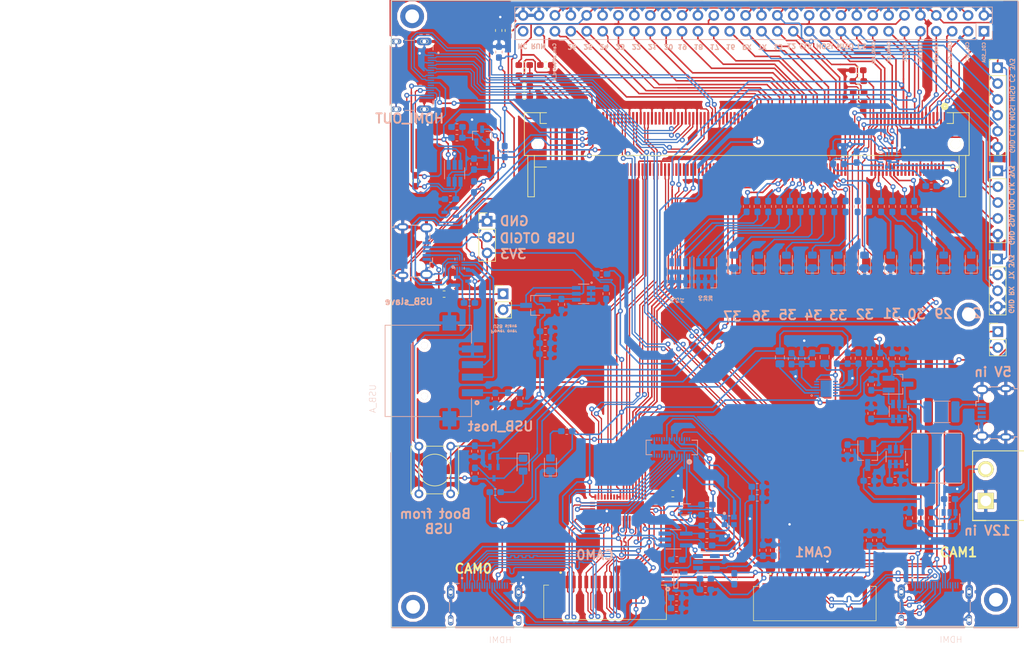
<source format=kicad_pcb>
(kicad_pcb (version 20171130) (host pcbnew 5.0.2-bee76a0~70~ubuntu18.04.1)
  (layers (0 F.Cu signal hide) (31 B.Cu signal) (34 B.Paste user hide) (35 F.Paste user hide) (36 B.SilkS user hide) (37 F.SilkS user hide) (38 B.Mask user hide) (39 F.Mask user hide) (44 Edge.Cuts user))
  (net 0 "")
  (net 1 GND)
  (net 2 5V)
  (net 3 "Net-(C3-Pad1)")
  (net 4 "Net-(C6-Pad1)")
  (net 5 1V2)
  (net 6 1V8)
  (net 7 "Net-(C8-Pad2)")
  (net 8 "Net-(C9-Pad2)")
  (net 9 3V3)
  (net 10 3V3F1)
  (net 11 CM_1V8)
  (net 12 2V8)
  (net 13 "Net-(C16-Pad1)")
  (net 14 CAM_1V8)
  (net 15 GPIO0-27_VREF)
  (net 16 GPIO28-45_VREF)
  (net 17 CM_VBAT)
  (net 18 CM_3V3)
  (net 19 "Net-(C25-Pad2)")
  (net 20 H5V)
  (net 21 VBUSA)
  (net 22 "Net-(D3-Pad2)")
  (net 23 "Net-(D4-Pad2)")
  (net 24 "Net-(D5-Pad2)")
  (net 25 "Net-(D6-Pad4)")
  (net 26 "Net-(D6-Pad5)")
  (net 27 "Net-(D6-Pad6)")
  (net 28 "Net-(D7-Pad2)")
  (net 29 "Net-(D8-Pad2)")
  (net 30 "Net-(D9-Pad2)")
  (net 31 "Net-(D10-Pad2)")
  (net 32 "Net-(D11-Pad2)")
  (net 33 "Net-(D12-Pad2)")
  (net 34 "Net-(D13-Pad6)")
  (net 35 "Net-(D13-Pad5)")
  (net 36 "Net-(D13-Pad4)")
  (net 37 "Net-(D14-Pad2)")
  (net 38 "Net-(D15-Pad2)")
  (net 39 "Net-(D16-Pad1)")
  (net 40 "Net-(D16-Pad2)")
  (net 41 "Net-(F1-Pad2)")
  (net 42 "Net-(J2-Pad2)")
  (net 43 "Net-(J2-Pad3)")
  (net 44 "Net-(J2-Pad4)")
  (net 45 CD0_offboard_SDA)
  (net 46 CD0_offboard_SCL)
  (net 47 CAM0_offboard_CK)
  (net 48 CAM0_offboard_IO0)
  (net 49 CAM0_offboard_CP)
  (net 50 CAM0_offboard_CN)
  (net 51 CAM0_offboard_DP1)
  (net 52 CAM0_offboard_DN1)
  (net 53 CAM0_offboard_DP0)
  (net 54 CAM0_offboard_DN0)
  (net 55 "Net-(J4-Pad1)")
  (net 56 "Net-(J4-Pad2)")
  (net 57 "Net-(J4-Pad13)")
  (net 58 "Net-(J4-Pad14)")
  (net 59 "Net-(J4-Pad17)")
  (net 60 "Net-(J4-Pad18)")
  (net 61 "Net-(J4-Pad20)")
  (net 62 "Net-(J4-Pad29)")
  (net 63 "Net-(J4-Pad30)")
  (net 64 "Net-(J5-Pad19)")
  (net 65 "Net-(J5-Pad18)")
  (net 66 "Net-(J5-Pad16)")
  (net 67 CAM1_IO0)
  (net 68 CAM1_CK)
  (net 69 CD1_SCL)
  (net 70 CD1_SDA)
  (net 71 "Net-(J7-Pad1)")
  (net 72 "Net-(J7-Pad2)")
  (net 73 CK+)
  (net 74 D0-)
  (net 75 D0+)
  (net 76 D1-)
  (net 77 D1+)
  (net 78 CK-)
  (net 79 "Net-(J8-Pad13)")
  (net 80 "Net-(J8-Pad14)")
  (net 81 HDMI_SCL)
  (net 82 HDMI_SDA)
  (net 83 D2-)
  (net 84 D2+)
  (net 85 HDMI_HPD)
  (net 86 "Net-(J9-Pad16)")
  (net 87 "Net-(J9-Pad18)")
  (net 88 "Net-(J9-Pad19)")
  (net 89 GPIO14_TX)
  (net 90 GPIO15_RX)
  (net 91 CAM1_CLK)
  (net 92 CD0_SDA)
  (net 93 SPI0_CS)
  (net 94 SPI0_MISO)
  (net 95 SPI0_MOSI)
  (net 96 SPI0_CLK)
  (net 97 "Net-(J13-Pad1)")
  (net 98 /HSD2-)
  (net 99 /HSD2+)
  (net 100 CD0_SCL)
  (net 101 CAM0_IO0)
  (net 102 GPIO12)
  (net 103 GPIO13)
  (net 104 GPIO16)
  (net 105 GPIO17)
  (net 106 GPIO18)
  (net 107 GPIO19)
  (net 108 GPIO20)
  (net 109 GPIO21)
  (net 110 GPIO22)
  (net 111 GPIO23)
  (net 112 GPIO24)
  (net 113 GPIO25)
  (net 114 GPIO26)
  (net 115 RUN)
  (net 116 "Net-(J15-Pad59)")
  (net 117 TVDAC)
  (net 118 CAM0_CK)
  (net 119 CAM0_offboard_n)
  (net 120 GPIO42)
  (net 121 GPIO41)
  (net 122 GPIO40)
  (net 123 GPIO39)
  (net 124 GPIO38)
  (net 125 GPIO37)
  (net 126 GPIO36)
  (net 127 GPIO35)
  (net 128 GPIO34)
  (net 129 GPIO33)
  (net 130 GPIO32)
  (net 131 GPIO31)
  (net 132 GPIO30)
  (net 133 GPIO29)
  (net 134 GPIO28)
  (net 135 /HSD1+)
  (net 136 /HSD1-)
  (net 137 VBUSB)
  (net 138 "Net-(L2-Pad1)")
  (net 139 "Net-(L3-Pad1)")
  (net 140 "Net-(L4-Pad1)")
  (net 141 EMMC_DISABLE_N)
  (net 142 "Net-(MD1-Pad4)")
  (net 143 "Net-(MD1-Pad10)")
  (net 144 "Net-(MD1-Pad12)")
  (net 145 "Net-(MD1-Pad16)")
  (net 146 "Net-(MD1-Pad18)")
  (net 147 "Net-(MD1-Pad22)")
  (net 148 "Net-(MD1-Pad24)")
  (net 149 HDMI_HPD_N_1V8)
  (net 150 EMMC_EN_N_1V8)
  (net 151 "Net-(MD1-Pad93)")
  (net 152 "Net-(MD1-Pad94)")
  (net 153 "Net-(MD1-Pad95)")
  (net 154 "Net-(MD1-Pad96)")
  (net 155 "Net-(MD1-Pad99)")
  (net 156 "Net-(MD1-Pad100)")
  (net 157 "Net-(MD1-Pad101)")
  (net 158 "Net-(MD1-Pad102)")
  (net 159 "Net-(MD1-Pad105)")
  (net 160 "Net-(MD1-Pad106)")
  (net 161 "Net-(MD1-Pad107)")
  (net 162 "Net-(MD1-Pad108)")
  (net 163 "Net-(MD1-Pad112)")
  (net 164 "Net-(MD1-Pad114)")
  (net 165 "Net-(MD1-Pad118)")
  (net 166 "Net-(MD1-Pad120)")
  (net 167 "Net-(MD1-Pad124)")
  (net 168 "Net-(MD1-Pad126)")
  (net 169 "Net-(MD1-Pad128)")
  (net 170 "Net-(MD1-Pad130)")
  (net 171 "Net-(MD1-Pad132)")
  (net 172 "Net-(MD1-Pad135)")
  (net 173 CAM0_DP0)
  (net 174 "Net-(MD1-Pad137)")
  (net 175 CAM0_DN0)
  (net 176 "Net-(MD1-Pad141)")
  (net 177 CAM0_CP)
  (net 178 "Net-(MD1-Pad143)")
  (net 179 CAM0_CN)
  (net 180 CAM0_DP1)
  (net 181 CAM0_DN1)
  (net 182 "Net-(MD1-Pad154)")
  (net 183 "Net-(MD1-Pad156)")
  (net 184 "Net-(MD1-Pad158)")
  (net 185 "Net-(MD1-Pad160)")
  (net 186 "Net-(MD1-Pad162)")
  (net 187 USB_DP)
  (net 188 USB_DM)
  (net 189 USB_OTGID)
  (net 190 HDMI_CEC)
  (net 191 "Net-(MD1-Pad172)")
  (net 192 "Net-(MD1-Pad174)")
  (net 193 "Net-(MD1-Pad176)")
  (net 194 "Net-(MD1-Pad178)")
  (net 195 "Net-(MD1-Pad179)")
  (net 196 "Net-(MD1-Pad180)")
  (net 197 CD0_onboard_SDA)
  (net 198 CD0_onboard_SCL)
  (net 199 "Net-(Q4-Pad1)")
  (net 200 "Net-(Q6-Pad3)")
  (net 201 "Net-(R13-Pad2)")
  (net 202 CAM0_onboard_IO0)
  (net 203 "Net-(U5-Pad4)")
  (net 204 "Net-(U6-Pad4)")
  (net 205 "Net-(U7-Pad10)")
  (net 206 "Net-(U7-Pad11)")
  (net 207 CAM1_DN0)
  (net 208 CAM1_DP0)
  (net 209 CAM1_DN1)
  (net 210 CAM1_DP1)
  (net 211 CAM1_CN)
  (net 212 CAM1_CP)
  (net 213 "Net-(C31-Pad1)")
  (net 214 "Net-(C32-Pad1)")
  (net 215 "Net-(C32-Pad2)")
  (net 216 "Net-(C33-Pad1)")
  (net 217 "Net-(F1-Pad1)")
  (net 218 "Net-(J13-Pad2)")
  (net 219 "Net-(Q7-Pad4)")
  (net 220 "Net-(Q10-Pad1)")
  (net 221 "Net-(Q11-Pad4)")
  (net 222 "Net-(Q7-Pad1)")
  (net 223 "Net-(R54-Pad2)")
  (net 224 "Net-(Q9-Pad1)")
  (net 225 "Net-(Q11-Pad1)")
  (net 226 GPIO43)
  (net 227 CAM0_onboard_CN)
  (net 228 CAM0_onboard_DN1)
  (net 229 CAM0_onboard_DP0)
  (net 230 CAM0_onboard_CP)
  (net 231 CAM0_onboard_DP1)
  (net 232 CAM0_onboard_DN0)
  (net 233 "Net-(U4-Pad11)")
  (net 234 "Net-(U4-Pad14)")
  (net 235 "Net-(U4-Pad22)")
  (net 236 "Net-(U4-Pad23)")
  (net 237 "Net-(U4-Pad28)")
  (net 238 "Net-(U4-Pad29)")
  (net 239 "Net-(MD1-Pad82)")
  (net 240 "Net-(MD1-Pad84)")
  (net 241 CAM0_onboard_CLK)
  (module Inductor_SMD_local:SDR0805-3R3ML-footprint (layer B.Cu) (at 134.7 109.21 180)
    (fp_text reference L6 hide)
    (fp_text value 3.3u)
    (pad 1 smd roundrect (at -2.65 0 180) (size 2.7 8) (layers B.Cu B.Paste B.Mask) (net 214 "Net-(C32-Pad1)"))
    (pad 2 smd roundrect (at 2.65 0 180) (size 2.7 8) (layers B.Cu B.Paste B.Mask) (net 216 "Net-(C33-Pad1)"))
  )
  (module 1473149-4:TE_1473149-4 (layer F.Cu) (at 104.35 58.95)
    (fp_text reference MD1 hide)
    (fp_text value Board_RPi_CM3_200pConnector_multipart hide)
    (pad 1 smd rect (at 31.65 -4.1 90) (size 2 0.35) (layers F.Cu F.Paste F.Mask) (net 1 GND))
    (pad 2 smd rect (at 31.35 4.1 90) (size 2 0.35) (layers F.Cu F.Paste F.Mask) (net 141 EMMC_DISABLE_N))
    (pad 3 smd rect (at 31.05 -4.1 90) (size 2 0.35) (layers F.Cu F.Paste F.Mask) (net 70 CD1_SDA))
    (pad 4 smd rect (at 30.75 4.1 90) (size 2 0.35) (layers F.Cu F.Paste F.Mask) (net 142 "Net-(MD1-Pad4)"))
    (pad 5 smd rect (at 30.45 -4.1 90) (size 2 0.35) (layers F.Cu F.Paste F.Mask) (net 69 CD1_SCL))
    (pad 6 smd rect (at 30.15 4.1 90) (size 2 0.35) (layers F.Cu F.Paste F.Mask) (net 142 "Net-(MD1-Pad4)"))
    (pad 7 smd rect (at 29.85 -4.1 90) (size 2 0.35) (layers F.Cu F.Paste F.Mask) (net 1 GND))
    (pad 8 smd rect (at 29.55 4.1 90) (size 2 0.35) (layers F.Cu F.Paste F.Mask) (net 1 GND))
    (pad 9 smd rect (at 29.25 -4.1 90) (size 2 0.35) (layers F.Cu F.Paste F.Mask) (net 91 CAM1_CLK))
    (pad 10 smd rect (at 28.95 4.1 90) (size 2 0.35) (layers F.Cu F.Paste F.Mask) (net 143 "Net-(MD1-Pad10)"))
    (pad 11 smd rect (at 28.65 -4.1 90) (size 2 0.35) (layers F.Cu F.Paste F.Mask) (net 67 CAM1_IO0))
    (pad 12 smd rect (at 28.35 4.1 90) (size 2 0.35) (layers F.Cu F.Paste F.Mask) (net 144 "Net-(MD1-Pad12)"))
    (pad 13 smd rect (at 28.05 -4.1 90) (size 2 0.35) (layers F.Cu F.Paste F.Mask) (net 1 GND))
    (pad 14 smd rect (at 27.75 4.1 90) (size 2 0.35) (layers F.Cu F.Paste F.Mask) (net 1 GND))
    (pad 15 smd rect (at 27.45 -4.1 90) (size 2 0.35) (layers F.Cu F.Paste F.Mask) (net 92 CD0_SDA))
    (pad 16 smd rect (at 27.15 4.1 90) (size 2 0.35) (layers F.Cu F.Paste F.Mask) (net 145 "Net-(MD1-Pad16)"))
    (pad 17 smd rect (at 26.85 -4.1 90) (size 2 0.35) (layers F.Cu F.Paste F.Mask) (net 100 CD0_SCL))
    (pad 18 smd rect (at 26.55 4.1 90) (size 2 0.35) (layers F.Cu F.Paste F.Mask) (net 146 "Net-(MD1-Pad18)"))
    (pad 19 smd rect (at 26.25 -4.1 90) (size 2 0.35) (layers F.Cu F.Paste F.Mask) (net 1 GND))
    (pad 20 smd rect (at 25.95 4.1 90) (size 2 0.35) (layers F.Cu F.Paste F.Mask) (net 1 GND))
    (pad 21 smd rect (at 25.65 -4.1 90) (size 2 0.35) (layers F.Cu F.Paste F.Mask) (net 118 CAM0_CK))
    (pad 22 smd rect (at 25.35 4.1 90) (size 2 0.35) (layers F.Cu F.Paste F.Mask) (net 147 "Net-(MD1-Pad22)"))
    (pad 23 smd rect (at 25.05 -4.1 90) (size 2 0.35) (layers F.Cu F.Paste F.Mask) (net 101 CAM0_IO0))
    (pad 24 smd rect (at 24.75 4.1 90) (size 2 0.35) (layers F.Cu F.Paste F.Mask) (net 148 "Net-(MD1-Pad24)"))
    (pad 25 smd rect (at 24.45 -4.1 90) (size 2 0.35) (layers F.Cu F.Paste F.Mask) (net 1 GND))
    (pad 26 smd rect (at 24.15 4.1 90) (size 2 0.35) (layers F.Cu F.Paste F.Mask) (net 1 GND))
    (pad 27 smd rect (at 23.85 -4.1 90) (size 2 0.35) (layers F.Cu F.Paste F.Mask) (net 93 SPI0_CS))
    (pad 28 smd rect (at 23.55 4.1 90) (size 2 0.35) (layers F.Cu F.Paste F.Mask) (net 134 GPIO28))
    (pad 29 smd rect (at 23.25 -4.1 90) (size 2 0.35) (layers F.Cu F.Paste F.Mask) (net 94 SPI0_MISO))
    (pad 30 smd rect (at 22.95 4.1 90) (size 2 0.35) (layers F.Cu F.Paste F.Mask) (net 133 GPIO29))
    (pad 31 smd rect (at 22.65 -4.1 90) (size 2 0.35) (layers F.Cu F.Paste F.Mask) (net 1 GND))
    (pad 32 smd rect (at 22.35 4.1 90) (size 2 0.35) (layers F.Cu F.Paste F.Mask) (net 1 GND))
    (pad 33 smd rect (at 22.05 -4.1 90) (size 2 0.35) (layers F.Cu F.Paste F.Mask) (net 95 SPI0_MOSI))
    (pad 34 smd rect (at 21.75 4.1 90) (size 2 0.35) (layers F.Cu F.Paste F.Mask) (net 132 GPIO30))
    (pad 35 smd rect (at 21.45 -4.1 90) (size 2 0.35) (layers F.Cu F.Paste F.Mask) (net 96 SPI0_CLK))
    (pad 36 smd rect (at 21.15 4.1 90) (size 2 0.35) (layers F.Cu F.Paste F.Mask) (net 131 GPIO31))
    (pad 37 smd rect (at 20.85 -4.1 90) (size 2 0.35) (layers F.Cu F.Paste F.Mask) (net 1 GND))
    (pad 38 smd rect (at 20.55 4.1 90) (size 2 0.35) (layers F.Cu F.Paste F.Mask) (net 1 GND))
    (pad 39 smd rect (at 20.25 -4.1 90) (size 2 0.35) (layers F.Cu F.Paste F.Mask) (net 15 GPIO0-27_VREF))
    (pad 40 smd rect (at 19.95 4.1 90) (size 2 0.35) (layers F.Cu F.Paste F.Mask) (net 15 GPIO0-27_VREF))
    (pad 41 smd rect (at 16.05 -4.1 90) (size 2 0.35) (layers F.Cu F.Paste F.Mask) (net 16 GPIO28-45_VREF))
    (pad 42 smd rect (at 15.75 4.1 90) (size 2 0.35) (layers F.Cu F.Paste F.Mask) (net 16 GPIO28-45_VREF))
    (pad 43 smd rect (at 15.45 -4.1 90) (size 2 0.35) (layers F.Cu F.Paste F.Mask) (net 1 GND))
    (pad 44 smd rect (at 15.15 4.1 90) (size 2 0.35) (layers F.Cu F.Paste F.Mask) (net 1 GND))
    (pad 45 smd rect (at 14.85 -4.1 90) (size 2 0.35) (layers F.Cu F.Paste F.Mask) (net 102 GPIO12))
    (pad 46 smd rect (at 14.55 4.1 90) (size 2 0.35) (layers F.Cu F.Paste F.Mask) (net 130 GPIO32))
    (pad 47 smd rect (at 14.25 -4.1 90) (size 2 0.35) (layers F.Cu F.Paste F.Mask) (net 103 GPIO13))
    (pad 48 smd rect (at 13.95 4.1 90) (size 2 0.35) (layers F.Cu F.Paste F.Mask) (net 129 GPIO33))
    (pad 49 smd rect (at 13.65 -4.1 90) (size 2 0.35) (layers F.Cu F.Paste F.Mask) (net 1 GND))
    (pad 50 smd rect (at 13.35 4.1 90) (size 2 0.35) (layers F.Cu F.Paste F.Mask) (net 1 GND))
    (pad 51 smd rect (at 13.05 -4.1 90) (size 2 0.35) (layers F.Cu F.Paste F.Mask) (net 89 GPIO14_TX))
    (pad 52 smd rect (at 12.75 4.1 90) (size 2 0.35) (layers F.Cu F.Paste F.Mask) (net 128 GPIO34))
    (pad 53 smd rect (at 12.45 -4.1 90) (size 2 0.35) (layers F.Cu F.Paste F.Mask) (net 90 GPIO15_RX))
    (pad 54 smd rect (at 12.15 4.1 90) (size 2 0.35) (layers F.Cu F.Paste F.Mask) (net 127 GPIO35))
    (pad 55 smd rect (at 11.85 -4.1 90) (size 2 0.35) (layers F.Cu F.Paste F.Mask) (net 1 GND))
    (pad 56 smd rect (at 11.55 4.1 90) (size 2 0.35) (layers F.Cu F.Paste F.Mask) (net 1 GND))
    (pad 57 smd rect (at 11.25 -4.1 90) (size 2 0.35) (layers F.Cu F.Paste F.Mask) (net 104 GPIO16))
    (pad 58 smd rect (at 10.95 4.1 90) (size 2 0.35) (layers F.Cu F.Paste F.Mask) (net 126 GPIO36))
    (pad 59 smd rect (at 10.65 -4.1 90) (size 2 0.35) (layers F.Cu F.Paste F.Mask) (net 105 GPIO17))
    (pad 60 smd rect (at 10.35 4.1 90) (size 2 0.35) (layers F.Cu F.Paste F.Mask) (net 125 GPIO37))
    (pad 61 smd rect (at 10.05 -4.1 90) (size 2 0.35) (layers F.Cu F.Paste F.Mask) (net 1 GND))
    (pad 62 smd rect (at 9.75 4.1 90) (size 2 0.35) (layers F.Cu F.Paste F.Mask) (net 1 GND))
    (pad 63 smd rect (at 9.45 -4.1 90) (size 2 0.35) (layers F.Cu F.Paste F.Mask) (net 106 GPIO18))
    (pad 64 smd rect (at 9.15 4.1 90) (size 2 0.35) (layers F.Cu F.Paste F.Mask) (net 124 GPIO38))
    (pad 65 smd rect (at 8.85 -4.1 90) (size 2 0.35) (layers F.Cu F.Paste F.Mask) (net 107 GPIO19))
    (pad 66 smd rect (at 8.55 4.1 90) (size 2 0.35) (layers F.Cu F.Paste F.Mask) (net 123 GPIO39))
    (pad 67 smd rect (at 8.25 -4.1 90) (size 2 0.35) (layers F.Cu F.Paste F.Mask) (net 1 GND))
    (pad 68 smd rect (at 7.95 4.1 90) (size 2 0.35) (layers F.Cu F.Paste F.Mask) (net 1 GND))
    (pad 69 smd rect (at 7.65 -4.1 90) (size 2 0.35) (layers F.Cu F.Paste F.Mask) (net 108 GPIO20))
    (pad 70 smd rect (at 7.35 4.1 90) (size 2 0.35) (layers F.Cu F.Paste F.Mask) (net 122 GPIO40))
    (pad 71 smd rect (at 7.05 -4.1 90) (size 2 0.35) (layers F.Cu F.Paste F.Mask) (net 109 GPIO21))
    (pad 72 smd rect (at 6.75 4.1 90) (size 2 0.35) (layers F.Cu F.Paste F.Mask) (net 121 GPIO41))
    (pad 73 smd rect (at 6.45 -4.1 90) (size 2 0.35) (layers F.Cu F.Paste F.Mask) (net 1 GND))
    (pad 74 smd rect (at 6.15 4.1 90) (size 2 0.35) (layers F.Cu F.Paste F.Mask) (net 1 GND))
    (pad 75 smd rect (at 5.85 -4.1 90) (size 2 0.35) (layers F.Cu F.Paste F.Mask) (net 110 GPIO22))
    (pad 76 smd rect (at 5.55 4.1 90) (size 2 0.35) (layers F.Cu F.Paste F.Mask) (net 120 GPIO42))
    (pad 77 smd rect (at 5.25 -4.1 90) (size 2 0.35) (layers F.Cu F.Paste F.Mask) (net 111 GPIO23))
    (pad 78 smd rect (at 4.95 4.1 90) (size 2 0.35) (layers F.Cu F.Paste F.Mask) (net 226 GPIO43))
    (pad 79 smd rect (at 4.65 -4.1 90) (size 2 0.35) (layers F.Cu F.Paste F.Mask) (net 1 GND))
    (pad 80 smd rect (at 4.35 4.1 90) (size 2 0.35) (layers F.Cu F.Paste F.Mask) (net 1 GND))
    (pad 81 smd rect (at 4.05 -4.1 90) (size 2 0.35) (layers F.Cu F.Paste F.Mask) (net 112 GPIO24))
    (pad 82 smd rect (at 3.75 4.1 90) (size 2 0.35) (layers F.Cu F.Paste F.Mask) (net 239 "Net-(MD1-Pad82)"))
    (pad 83 smd rect (at 3.45 -4.1 90) (size 2 0.35) (layers F.Cu F.Paste F.Mask) (net 113 GPIO25))
    (pad 84 smd rect (at 3.15 4.1 90) (size 2 0.35) (layers F.Cu F.Paste F.Mask) (net 240 "Net-(MD1-Pad84)"))
    (pad 85 smd rect (at 2.85 -4.1 90) (size 2 0.35) (layers F.Cu F.Paste F.Mask) (net 1 GND))
    (pad 86 smd rect (at 2.55 4.1 90) (size 2 0.35) (layers F.Cu F.Paste F.Mask) (net 1 GND))
    (pad 87 smd rect (at 2.25 -4.1 90) (size 2 0.35) (layers F.Cu F.Paste F.Mask) (net 114 GPIO26))
    (pad 88 smd rect (at 1.95 4.1 90) (size 2 0.35) (layers F.Cu F.Paste F.Mask) (net 149 HDMI_HPD_N_1V8))
    (pad 89 smd rect (at 1.65 -4.1 90) (size 2 0.35) (layers F.Cu F.Paste F.Mask) (net 119 CAM0_offboard_n))
    (pad 90 smd rect (at 1.35 4.1 90) (size 2 0.35) (layers F.Cu F.Paste F.Mask) (net 150 EMMC_EN_N_1V8))
    (pad 91 smd rect (at 1.05 -4.1 90) (size 2 0.35) (layers F.Cu F.Paste F.Mask) (net 1 GND))
    (pad 92 smd rect (at 0.75 4.1 90) (size 2 0.35) (layers F.Cu F.Paste F.Mask) (net 1 GND))
    (pad 93 smd rect (at 0.45 -4.1 90) (size 2 0.35) (layers F.Cu F.Paste F.Mask) (net 151 "Net-(MD1-Pad93)"))
    (pad 94 smd rect (at 0.15 4.1 90) (size 2 0.35) (layers F.Cu F.Paste F.Mask) (net 152 "Net-(MD1-Pad94)"))
    (pad 95 smd rect (at -0.15 -4.1 90) (size 2 0.35) (layers F.Cu F.Paste F.Mask) (net 153 "Net-(MD1-Pad95)"))
    (pad 96 smd rect (at -0.45 4.1 90) (size 2 0.35) (layers F.Cu F.Paste F.Mask) (net 154 "Net-(MD1-Pad96)"))
    (pad 97 smd rect (at -0.75 -4.1 90) (size 2 0.35) (layers F.Cu F.Paste F.Mask) (net 1 GND))
    (pad 98 smd rect (at -1.05 4.1 90) (size 2 0.35) (layers F.Cu F.Paste F.Mask) (net 1 GND))
    (pad 99 smd rect (at -1.35 -4.1 90) (size 2 0.35) (layers F.Cu F.Paste F.Mask) (net 155 "Net-(MD1-Pad99)"))
    (pad 100 smd rect (at -1.65 4.1 90) (size 2 0.35) (layers F.Cu F.Paste F.Mask) (net 156 "Net-(MD1-Pad100)"))
    (pad 101 smd rect (at -1.95 -4.1 90) (size 2 0.35) (layers F.Cu F.Paste F.Mask) (net 157 "Net-(MD1-Pad101)"))
    (pad 102 smd rect (at -2.25 4.1 90) (size 2 0.35) (layers F.Cu F.Paste F.Mask) (net 158 "Net-(MD1-Pad102)"))
    (pad 103 smd rect (at -2.55 -4.1 90) (size 2 0.35) (layers F.Cu F.Paste F.Mask) (net 1 GND))
    (pad 104 smd rect (at -2.85 4.1 90) (size 2 0.35) (layers F.Cu F.Paste F.Mask) (net 1 GND))
    (pad 105 smd rect (at -3.15 -4.1 90) (size 2 0.35) (layers F.Cu F.Paste F.Mask) (net 159 "Net-(MD1-Pad105)"))
    (pad 106 smd rect (at -3.45 4.1 90) (size 2 0.35) (layers F.Cu F.Paste F.Mask) (net 160 "Net-(MD1-Pad106)"))
    (pad 107 smd rect (at -3.75 -4.1 90) (size 2 0.35) (layers F.Cu F.Paste F.Mask) (net 161 "Net-(MD1-Pad107)"))
    (pad 108 smd rect (at -4.05 4.1 90) (size 2 0.35) (layers F.Cu F.Paste F.Mask) (net 162 "Net-(MD1-Pad108)"))
    (pad 109 smd rect (at -4.35 -4.1 90) (size 2 0.35) (layers F.Cu F.Paste F.Mask) (net 1 GND))
    (pad 110 smd rect (at -4.65 4.1 90) (size 2 0.35) (layers F.Cu F.Paste F.Mask) (net 1 GND))
    (pad 111 smd rect (at -4.95 -4.1 90) (size 2 0.35) (layers F.Cu F.Paste F.Mask) (net 78 CK-))
    (pad 112 smd rect (at -5.25 4.1 90) (size 2 0.35) (layers F.Cu F.Paste F.Mask) (net 163 "Net-(MD1-Pad112)"))
    (pad 113 smd rect (at -5.55 -4.1 90) (size 2 0.35) (layers F.Cu F.Paste F.Mask) (net 73 CK+))
    (pad 114 smd rect (at -5.85 4.1 90) (size 2 0.35) (layers F.Cu F.Paste F.Mask) (net 164 "Net-(MD1-Pad114)"))
    (pad 115 smd rect (at -6.15 -4.1 90) (size 2 0.35) (layers F.Cu F.Paste F.Mask) (net 1 GND))
    (pad 116 smd rect (at -6.45 4.1 90) (size 2 0.35) (layers F.Cu F.Paste F.Mask) (net 1 GND))
    (pad 117 smd rect (at -6.75 -4.1 90) (size 2 0.35) (layers F.Cu F.Paste F.Mask) (net 74 D0-))
    (pad 118 smd rect (at -7.05 4.1 90) (size 2 0.35) (layers F.Cu F.Paste F.Mask) (net 165 "Net-(MD1-Pad118)"))
    (pad 119 smd rect (at -7.35 -4.1 90) (size 2 0.35) (layers F.Cu F.Paste F.Mask) (net 75 D0+))
    (pad 120 smd rect (at -7.65 4.1 90) (size 2 0.35) (layers F.Cu F.Paste F.Mask) (net 166 "Net-(MD1-Pad120)"))
    (pad 121 smd rect (at -7.95 -4.1 90) (size 2 0.35) (layers F.Cu F.Paste F.Mask) (net 1 GND))
    (pad 122 smd rect (at -8.25 4.1 90) (size 2 0.35) (layers F.Cu F.Paste F.Mask) (net 1 GND))
    (pad 123 smd rect (at -8.55 -4.1 90) (size 2 0.35) (layers F.Cu F.Paste F.Mask) (net 76 D1-))
    (pad 124 smd rect (at -8.85 4.1 90) (size 2 0.35) (layers F.Cu F.Paste F.Mask) (net 167 "Net-(MD1-Pad124)"))
    (pad 125 smd rect (at -9.15 -4.1 90) (size 2 0.35) (layers F.Cu F.Paste F.Mask) (net 77 D1+))
    (pad 126 smd rect (at -9.45 4.1 90) (size 2 0.35) (layers F.Cu F.Paste F.Mask) (net 168 "Net-(MD1-Pad126)"))
    (pad 127 smd rect (at -9.75 -4.1 90) (size 2 0.35) (layers F.Cu F.Paste F.Mask) (net 1 GND))
    (pad 128 smd rect (at -10.05 4.1 90) (size 2 0.35) (layers F.Cu F.Paste F.Mask) (net 169 "Net-(MD1-Pad128)"))
    (pad 129 smd rect (at -10.35 -4.1 90) (size 2 0.35) (layers F.Cu F.Paste F.Mask) (net 83 D2-))
    (pad 130 smd rect (at -10.65 4.1 90) (size 2 0.35) (layers F.Cu F.Paste F.Mask) (net 170 "Net-(MD1-Pad130)"))
    (pad 131 smd rect (at -10.95 -4.1 90) (size 2 0.35) (layers F.Cu F.Paste F.Mask) (net 84 D2+))
    (pad 132 smd rect (at -11.25 4.1 90) (size 2 0.35) (layers F.Cu F.Paste F.Mask) (net 171 "Net-(MD1-Pad132)"))
    (pad 133 smd rect (at -11.55 -4.1 90) (size 2 0.35) (layers F.Cu F.Paste F.Mask) (net 1 GND))
    (pad 134 smd rect (at -11.85 4.1 90) (size 2 0.35) (layers F.Cu F.Paste F.Mask) (net 1 GND))
    (pad 135 smd rect (at -12.15 -4.1 90) (size 2 0.35) (layers F.Cu F.Paste F.Mask) (net 172 "Net-(MD1-Pad135)"))
    (pad 136 smd rect (at -12.45 4.1 90) (size 2 0.35) (layers F.Cu F.Paste F.Mask) (net 173 CAM0_DP0))
    (pad 137 smd rect (at -12.75 -4.1 90) (size 2 0.35) (layers F.Cu F.Paste F.Mask) (net 174 "Net-(MD1-Pad137)"))
    (pad 138 smd rect (at -13.05 4.1 90) (size 2 0.35) (layers F.Cu F.Paste F.Mask) (net 175 CAM0_DN0))
    (pad 139 smd rect (at -13.35 -4.1 90) (size 2 0.35) (layers F.Cu F.Paste F.Mask) (net 1 GND))
    (pad 140 smd rect (at -13.65 4.1 90) (size 2 0.35) (layers F.Cu F.Paste F.Mask) (net 1 GND))
    (pad 141 smd rect (at -13.95 -4.1 90) (size 2 0.35) (layers F.Cu F.Paste F.Mask) (net 176 "Net-(MD1-Pad141)"))
    (pad 142 smd rect (at -14.25 4.1 90) (size 2 0.35) (layers F.Cu F.Paste F.Mask) (net 177 CAM0_CP))
    (pad 143 smd rect (at -14.55 -4.1 90) (size 2 0.35) (layers F.Cu F.Paste F.Mask) (net 178 "Net-(MD1-Pad143)"))
    (pad 144 smd rect (at -14.85 4.1 90) (size 2 0.35) (layers F.Cu F.Paste F.Mask) (net 179 CAM0_CN))
    (pad 145 smd rect (at -15.15 -4.1 90) (size 2 0.35) (layers F.Cu F.Paste F.Mask) (net 1 GND))
    (pad 146 smd rect (at -15.45 4.1 90) (size 2 0.35) (layers F.Cu F.Paste F.Mask) (net 1 GND))
    (pad 147 smd rect (at -15.75 -4.1 90) (size 2 0.35) (layers F.Cu F.Paste F.Mask) (net 212 CAM1_CP))
    (pad 148 smd rect (at -16.05 4.1 90) (size 2 0.35) (layers F.Cu F.Paste F.Mask) (net 180 CAM0_DP1))
    (pad 149 smd rect (at -16.35 -4.1 90) (size 2 0.35) (layers F.Cu F.Paste F.Mask) (net 211 CAM1_CN))
    (pad 150 smd rect (at -16.65 4.1 90) (size 2 0.35) (layers F.Cu F.Paste F.Mask) (net 181 CAM0_DN1))
    (pad 151 smd rect (at -16.95 -4.1 90) (size 2 0.35) (layers F.Cu F.Paste F.Mask) (net 1 GND))
    (pad 152 smd rect (at -17.25 4.1 90) (size 2 0.35) (layers F.Cu F.Paste F.Mask) (net 1 GND))
    (pad 153 smd rect (at -17.55 -4.1 90) (size 2 0.35) (layers F.Cu F.Paste F.Mask) (net 210 CAM1_DP1))
    (pad 154 smd rect (at -17.85 4.1 90) (size 2 0.35) (layers F.Cu F.Paste F.Mask) (net 182 "Net-(MD1-Pad154)"))
    (pad 155 smd rect (at -18.15 -4.1 90) (size 2 0.35) (layers F.Cu F.Paste F.Mask) (net 209 CAM1_DN1))
    (pad 156 smd rect (at -18.45 4.1 90) (size 2 0.35) (layers F.Cu F.Paste F.Mask) (net 183 "Net-(MD1-Pad156)"))
    (pad 157 smd rect (at -18.75 -4.1 90) (size 2 0.35) (layers F.Cu F.Paste F.Mask) (net 1 GND))
    (pad 158 smd rect (at -19.05 4.1 90) (size 2 0.35) (layers F.Cu F.Paste F.Mask) (net 184 "Net-(MD1-Pad158)"))
    (pad 159 smd rect (at -19.35 -4.1 90) (size 2 0.35) (layers F.Cu F.Paste F.Mask) (net 208 CAM1_DP0))
    (pad 160 smd rect (at -19.65 4.1 90) (size 2 0.35) (layers F.Cu F.Paste F.Mask) (net 185 "Net-(MD1-Pad160)"))
    (pad 161 smd rect (at -19.95 -4.1 90) (size 2 0.35) (layers F.Cu F.Paste F.Mask) (net 207 CAM1_DN0))
    (pad 162 smd rect (at -20.25 4.1 90) (size 2 0.35) (layers F.Cu F.Paste F.Mask) (net 186 "Net-(MD1-Pad162)"))
    (pad 163 smd rect (at -20.55 -4.1 90) (size 2 0.35) (layers F.Cu F.Paste F.Mask) (net 1 GND))
    (pad 164 smd rect (at -20.85 4.1 90) (size 2 0.35) (layers F.Cu F.Paste F.Mask) (net 1 GND))
    (pad 165 smd rect (at -21.15 -4.1 90) (size 2 0.35) (layers F.Cu F.Paste F.Mask) (net 187 USB_DP))
    (pad 166 smd rect (at -21.45 4.1 90) (size 2 0.35) (layers F.Cu F.Paste F.Mask) (net 117 TVDAC))
    (pad 167 smd rect (at -21.75 -4.1 90) (size 2 0.35) (layers F.Cu F.Paste F.Mask) (net 188 USB_DM))
    (pad 168 smd rect (at -22.05 4.1 90) (size 2 0.35) (layers F.Cu F.Paste F.Mask) (net 189 USB_OTGID))
    (pad 169 smd rect (at -22.35 -4.1 90) (size 2 0.35) (layers F.Cu F.Paste F.Mask) (net 1 GND))
    (pad 170 smd rect (at -22.65 4.1 90) (size 2 0.35) (layers F.Cu F.Paste F.Mask) (net 1 GND))
    (pad 171 smd rect (at -22.95 -4.1 90) (size 2 0.35) (layers F.Cu F.Paste F.Mask) (net 190 HDMI_CEC))
    (pad 172 smd rect (at -23.25 4.1 90) (size 2 0.35) (layers F.Cu F.Paste F.Mask) (net 191 "Net-(MD1-Pad172)"))
    (pad 173 smd rect (at -23.55 -4.1 90) (size 2 0.35) (layers F.Cu F.Paste F.Mask) (net 82 HDMI_SDA))
    (pad 174 smd rect (at -23.85 4.1 90) (size 2 0.35) (layers F.Cu F.Paste F.Mask) (net 192 "Net-(MD1-Pad174)"))
    (pad 175 smd rect (at -24.15 -4.1 90) (size 2 0.35) (layers F.Cu F.Paste F.Mask) (net 81 HDMI_SCL))
    (pad 176 smd rect (at -24.45 4.1 90) (size 2 0.35) (layers F.Cu F.Paste F.Mask) (net 193 "Net-(MD1-Pad176)"))
    (pad 177 smd rect (at -24.75 -4.1 90) (size 2 0.35) (layers F.Cu F.Paste F.Mask) (net 115 RUN))
    (pad 178 smd rect (at -25.05 4.1 90) (size 2 0.35) (layers F.Cu F.Paste F.Mask) (net 194 "Net-(MD1-Pad178)"))
    (pad 179 smd rect (at -25.35 -4.1 90) (size 2 0.35) (layers F.Cu F.Paste F.Mask) (net 195 "Net-(MD1-Pad179)"))
    (pad 180 smd rect (at -25.65 4.1 90) (size 2 0.35) (layers F.Cu F.Paste F.Mask) (net 196 "Net-(MD1-Pad180)"))
    (pad 181 smd rect (at -25.95 -4.1 90) (size 2 0.35) (layers F.Cu F.Paste F.Mask) (net 1 GND))
    (pad 182 smd rect (at -26.25 4.1 90) (size 2 0.35) (layers F.Cu F.Paste F.Mask) (net 1 GND))
    (pad 183 smd rect (at -26.55 -4.1 90) (size 2 0.35) (layers F.Cu F.Paste F.Mask) (net 11 CM_1V8))
    (pad 184 smd rect (at -26.85 4.1 90) (size 2 0.35) (layers F.Cu F.Paste F.Mask) (net 11 CM_1V8))
    (pad 185 smd rect (at -27.15 -4.1 90) (size 2 0.35) (layers F.Cu F.Paste F.Mask) (net 11 CM_1V8))
    (pad 186 smd rect (at -27.45 4.1 90) (size 2 0.35) (layers F.Cu F.Paste F.Mask) (net 11 CM_1V8))
    (pad 187 smd rect (at -27.75 -4.1 90) (size 2 0.35) (layers F.Cu F.Paste F.Mask) (net 1 GND))
    (pad 188 smd rect (at -28.05 4.1 90) (size 2 0.35) (layers F.Cu F.Paste F.Mask) (net 1 GND))
    (pad 189 smd rect (at -28.35 -4.1 90) (size 2 0.35) (layers F.Cu F.Paste F.Mask) (net 18 CM_3V3))
    (pad 190 smd rect (at -28.65 4.1 90) (size 2 0.35) (layers F.Cu F.Paste F.Mask) (net 18 CM_3V3))
    (pad 191 smd rect (at -28.95 -4.1 90) (size 2 0.35) (layers F.Cu F.Paste F.Mask) (net 18 CM_3V3))
    (pad 192 smd rect (at -29.25 4.1 90) (size 2 0.35) (layers F.Cu F.Paste F.Mask) (net 18 CM_3V3))
    (pad 193 smd rect (at -29.55 -4.1 90) (size 2 0.35) (layers F.Cu F.Paste F.Mask) (net 18 CM_3V3))
    (pad 194 smd rect (at -29.85 4.1 90) (size 2 0.35) (layers F.Cu F.Paste F.Mask) (net 18 CM_3V3))
    (pad 195 smd rect (at -30.15 -4.1 90) (size 2 0.35) (layers F.Cu F.Paste F.Mask) (net 1 GND))
    (pad 196 smd rect (at -30.45 4.1 90) (size 2 0.35) (layers F.Cu F.Paste F.Mask) (net 1 GND))
    (pad 197 smd rect (at -30.75 -4.1 90) (size 2 0.35) (layers F.Cu F.Paste F.Mask) (net 17 CM_VBAT))
    (pad 198 smd rect (at -31.05 4.1 90) (size 2 0.35) (layers F.Cu F.Paste F.Mask) (net 17 CM_VBAT))
    (pad 199 smd rect (at -31.35 -4.1 90) (size 2 0.35) (layers F.Cu F.Paste F.Mask) (net 17 CM_VBAT))
    (pad 200 smd rect (at -31.65 4.1 90) (size 2 0.35) (layers F.Cu F.Paste F.Mask) (net 17 CM_VBAT))
    (pad Hole np_thru_hole circle (at -33.4 0) (size 1.1 1.1) (drill 1.1) (layers *.Cu *.Mask F.SilkS))
    (pad Hole np_thru_hole circle (at 33.4 0) (size 1.6 1.6) (drill 1.6) (layers *.Cu *.Mask F.SilkS))
    (pad SH1 smd rect (at -32.55 12) (size 4.5 4.6) (layers F.Cu F.Paste F.Mask))
    (pad SH2 smd rect (at 32.55 12) (size 4.5 4.6) (layers F.Cu F.Paste F.Mask))
  )
  (module Package_TO_SOT_SMD:SOT-563 (layer B.Cu) (at 94.5 117.425 180)
    (fp_text reference Q1 hide)
    (fp_text value EM6K34T2CR)
    (pad 1 smd rect (at -0.75 0.5 180) (size 0.7 0.3) (layers B.Cu B.Paste B.Mask) (net 56 "Net-(J4-Pad2)"))
    (pad 3 smd rect (at -0.75 -0.5 180) (size 0.7 0.3) (layers B.Cu B.Paste B.Mask) (net 197 CD0_onboard_SDA))
    (pad 6 smd rect (at 0.75 0.5 180) (size 0.7 0.3) (layers B.Cu B.Paste B.Mask) (net 198 CD0_onboard_SCL))
    (pad 2 smd rect (at -0.75 0 180) (size 0.7 0.3) (layers B.Cu B.Paste B.Mask) (net 14 CAM_1V8))
    (pad 4 smd rect (at 0.75 -0.5 180) (size 0.7 0.3) (layers B.Cu B.Paste B.Mask) (net 55 "Net-(J4-Pad1)"))
    (pad 5 smd rect (at 0.75 0 180) (size 0.7 0.3) (layers B.Cu B.Paste B.Mask) (net 14 CAM_1V8))
  )
  (module 8971266:SHDR3W150P0X508_1X3_1640X1210X830P (layer F.Cu) (at 142.55 116.05 90)
    (fp_text reference J1 (at 0 0 90) (layer F.SilkS) (effects (font (size 1.27 1.27) (thickness 0.254))))
    (fp_text value Conn_01x02 hide)
    (pad 1 thru_hole rect (at 0 0 180) (size 2.55 2.55) (drill 1.7) (layers *.Cu *.Mask F.SilkS) (net 1 GND))
    (pad 2 thru_hole circle (at 5.08 0 180) (size 2.55 2.55) (drill 1.7) (layers *.Cu *.Mask F.SilkS) (net 213 "Net-(C31-Pad1)"))
  )
  (module Connector_PinHeader_2.54mm:PinHeader_2x30_P2.54mm_Vertical (layer B.Cu) (at 142.265 40.925 90)
    (fp_text reference J15 hide)
    (fp_text value Conn_02x30_Odd_Even)
    (pad 1 thru_hole rect (at 0 0 90) (size 1.7 1.7) (drill 1) (layers *.Cu *.Mask) (net 70 CD1_SDA))
    (pad 2 thru_hole oval (at 2.54 0 90) (size 1.7 1.7) (drill 1) (layers *.Cu *.Mask) (net 1 GND))
    (pad 3 thru_hole oval (at 0 -2.54 90) (size 1.7 1.7) (drill 1) (layers *.Cu *.Mask) (net 69 CD1_SCL))
    (pad 4 thru_hole oval (at 2.54 -2.54 90) (size 1.7 1.7) (drill 1) (layers *.Cu *.Mask) (net 2 5V))
    (pad 5 thru_hole oval (at 0 -5.08 90) (size 1.7 1.7) (drill 1) (layers *.Cu *.Mask) (net 91 CAM1_CLK))
    (pad 6 thru_hole oval (at 2.54 -5.08 90) (size 1.7 1.7) (drill 1) (layers *.Cu *.Mask) (net 1 GND))
    (pad 7 thru_hole oval (at 0 -7.62 90) (size 1.7 1.7) (drill 1) (layers *.Cu *.Mask) (net 67 CAM1_IO0))
    (pad 8 thru_hole oval (at 2.54 -7.62 90) (size 1.7 1.7) (drill 1) (layers *.Cu *.Mask) (net 9 3V3))
    (pad 9 thru_hole oval (at 0 -10.16 90) (size 1.7 1.7) (drill 1) (layers *.Cu *.Mask) (net 92 CD0_SDA))
    (pad 10 thru_hole oval (at 2.54 -10.16 90) (size 1.7 1.7) (drill 1) (layers *.Cu *.Mask) (net 1 GND))
    (pad 11 thru_hole oval (at 0 -12.7 90) (size 1.7 1.7) (drill 1) (layers *.Cu *.Mask) (net 100 CD0_SCL))
    (pad 12 thru_hole oval (at 2.54 -12.7 90) (size 1.7 1.7) (drill 1) (layers *.Cu *.Mask) (net 6 1V8))
    (pad 13 thru_hole oval (at 0 -15.24 90) (size 1.7 1.7) (drill 1) (layers *.Cu *.Mask) (net 118 CAM0_CK))
    (pad 14 thru_hole oval (at 2.54 -15.24 90) (size 1.7 1.7) (drill 1) (layers *.Cu *.Mask) (net 1 GND))
    (pad 15 thru_hole oval (at 0 -17.78 90) (size 1.7 1.7) (drill 1) (layers *.Cu *.Mask) (net 101 CAM0_IO0))
    (pad 16 thru_hole oval (at 2.54 -17.78 90) (size 1.7 1.7) (drill 1) (layers *.Cu *.Mask) (net 9 3V3))
    (pad 17 thru_hole oval (at 0 -20.32 90) (size 1.7 1.7) (drill 1) (layers *.Cu *.Mask) (net 93 SPI0_CS))
    (pad 18 thru_hole oval (at 2.54 -20.32 90) (size 1.7 1.7) (drill 1) (layers *.Cu *.Mask) (net 1 GND))
    (pad 19 thru_hole oval (at 0 -22.86 90) (size 1.7 1.7) (drill 1) (layers *.Cu *.Mask) (net 94 SPI0_MISO))
    (pad 20 thru_hole oval (at 2.54 -22.86 90) (size 1.7 1.7) (drill 1) (layers *.Cu *.Mask) (net 9 3V3))
    (pad 21 thru_hole oval (at 0 -25.4 90) (size 1.7 1.7) (drill 1) (layers *.Cu *.Mask) (net 95 SPI0_MOSI))
    (pad 22 thru_hole oval (at 2.54 -25.4 90) (size 1.7 1.7) (drill 1) (layers *.Cu *.Mask) (net 1 GND))
    (pad 23 thru_hole oval (at 0 -27.94 90) (size 1.7 1.7) (drill 1) (layers *.Cu *.Mask) (net 96 SPI0_CLK))
    (pad 24 thru_hole oval (at 2.54 -27.94 90) (size 1.7 1.7) (drill 1) (layers *.Cu *.Mask) (net 6 1V8))
    (pad 25 thru_hole oval (at 0 -30.48 90) (size 1.7 1.7) (drill 1) (layers *.Cu *.Mask) (net 102 GPIO12))
    (pad 26 thru_hole oval (at 2.54 -30.48 90) (size 1.7 1.7) (drill 1) (layers *.Cu *.Mask) (net 1 GND))
    (pad 27 thru_hole oval (at 0 -33.02 90) (size 1.7 1.7) (drill 1) (layers *.Cu *.Mask) (net 103 GPIO13))
    (pad 28 thru_hole oval (at 2.54 -33.02 90) (size 1.7 1.7) (drill 1) (layers *.Cu *.Mask) (net 9 3V3))
    (pad 29 thru_hole oval (at 0 -35.56 90) (size 1.7 1.7) (drill 1) (layers *.Cu *.Mask) (net 89 GPIO14_TX))
    (pad 30 thru_hole oval (at 2.54 -35.56 90) (size 1.7 1.7) (drill 1) (layers *.Cu *.Mask) (net 1 GND))
    (pad 31 thru_hole oval (at 0 -38.1 90) (size 1.7 1.7) (drill 1) (layers *.Cu *.Mask) (net 90 GPIO15_RX))
    (pad 32 thru_hole oval (at 2.54 -38.1 90) (size 1.7 1.7) (drill 1) (layers *.Cu *.Mask) (net 9 3V3))
    (pad 33 thru_hole oval (at 0 -40.64 90) (size 1.7 1.7) (drill 1) (layers *.Cu *.Mask) (net 104 GPIO16))
    (pad 34 thru_hole oval (at 2.54 -40.64 90) (size 1.7 1.7) (drill 1) (layers *.Cu *.Mask) (net 1 GND))
    (pad 35 thru_hole oval (at 0 -43.18 90) (size 1.7 1.7) (drill 1) (layers *.Cu *.Mask) (net 105 GPIO17))
    (pad 36 thru_hole oval (at 2.54 -43.18 90) (size 1.7 1.7) (drill 1) (layers *.Cu *.Mask) (net 6 1V8))
    (pad 37 thru_hole oval (at 0 -45.72 90) (size 1.7 1.7) (drill 1) (layers *.Cu *.Mask) (net 106 GPIO18))
    (pad 38 thru_hole oval (at 2.54 -45.72 90) (size 1.7 1.7) (drill 1) (layers *.Cu *.Mask) (net 1 GND))
    (pad 39 thru_hole oval (at 0 -48.26 90) (size 1.7 1.7) (drill 1) (layers *.Cu *.Mask) (net 107 GPIO19))
    (pad 40 thru_hole oval (at 2.54 -48.26 90) (size 1.7 1.7) (drill 1) (layers *.Cu *.Mask) (net 9 3V3))
    (pad 41 thru_hole oval (at 0 -50.8 90) (size 1.7 1.7) (drill 1) (layers *.Cu *.Mask) (net 108 GPIO20))
    (pad 42 thru_hole oval (at 2.54 -50.8 90) (size 1.7 1.7) (drill 1) (layers *.Cu *.Mask) (net 1 GND))
    (pad 43 thru_hole oval (at 0 -53.34 90) (size 1.7 1.7) (drill 1) (layers *.Cu *.Mask) (net 109 GPIO21))
    (pad 44 thru_hole oval (at 2.54 -53.34 90) (size 1.7 1.7) (drill 1) (layers *.Cu *.Mask) (net 9 3V3))
    (pad 45 thru_hole oval (at 0 -55.88 90) (size 1.7 1.7) (drill 1) (layers *.Cu *.Mask) (net 110 GPIO22))
    (pad 46 thru_hole oval (at 2.54 -55.88 90) (size 1.7 1.7) (drill 1) (layers *.Cu *.Mask) (net 1 GND))
    (pad 47 thru_hole oval (at 0 -58.42 90) (size 1.7 1.7) (drill 1) (layers *.Cu *.Mask) (net 111 GPIO23))
    (pad 48 thru_hole oval (at 2.54 -58.42 90) (size 1.7 1.7) (drill 1) (layers *.Cu *.Mask) (net 6 1V8))
    (pad 49 thru_hole oval (at 0 -60.96 90) (size 1.7 1.7) (drill 1) (layers *.Cu *.Mask) (net 112 GPIO24))
    (pad 50 thru_hole oval (at 2.54 -60.96 90) (size 1.7 1.7) (drill 1) (layers *.Cu *.Mask) (net 1 GND))
    (pad 51 thru_hole oval (at 0 -63.5 90) (size 1.7 1.7) (drill 1) (layers *.Cu *.Mask) (net 113 GPIO25))
    (pad 52 thru_hole oval (at 2.54 -63.5 90) (size 1.7 1.7) (drill 1) (layers *.Cu *.Mask) (net 9 3V3))
    (pad 53 thru_hole oval (at 0 -66.04 90) (size 1.7 1.7) (drill 1) (layers *.Cu *.Mask) (net 114 GPIO26))
    (pad 54 thru_hole oval (at 2.54 -66.04 90) (size 1.7 1.7) (drill 1) (layers *.Cu *.Mask) (net 1 GND))
    (pad 55 thru_hole oval (at 0 -68.58 90) (size 1.7 1.7) (drill 1) (layers *.Cu *.Mask) (net 119 CAM0_offboard_n))
    (pad 56 thru_hole oval (at 2.54 -68.58 90) (size 1.7 1.7) (drill 1) (layers *.Cu *.Mask) (net 2 5V))
    (pad 57 thru_hole oval (at 0 -71.12 90) (size 1.7 1.7) (drill 1) (layers *.Cu *.Mask) (net 115 RUN))
    (pad 58 thru_hole oval (at 2.54 -71.12 90) (size 1.7 1.7) (drill 1) (layers *.Cu *.Mask) (net 1 GND))
    (pad 59 thru_hole oval (at 0 -73.66 90) (size 1.7 1.7) (drill 1) (layers *.Cu *.Mask) (net 116 "Net-(J15-Pad59)"))
    (pad 60 thru_hole oval (at 2.54 -73.66 90) (size 1.7 1.7) (drill 1) (layers *.Cu *.Mask) (net 1 GND))
  )
  (module "DF37NC-30DS-0.4V_53_:HRS_DF37NC-30DS-0.4V(53)" (layer B.Cu) (at 92.375 107.5 180)
    (fp_text reference J4 hide)
    (fp_text value Conn_02x15_Counter_Clockwise hide)
    (pad 23 smd rect (at 0 1.325 90) (size 0.63 0.23) (layers B.Cu B.Paste B.Mask) (net 1 GND))
    (pad 22 smd rect (at 0.4 1.325 90) (size 0.63 0.23) (layers B.Cu B.Paste B.Mask) (net 1 GND))
    (pad 21 smd rect (at 0.8 1.325 90) (size 0.63 0.23) (layers B.Cu B.Paste B.Mask) (net 12 2V8))
    (pad 20 smd rect (at 1.2 1.325 90) (size 0.63 0.23) (layers B.Cu B.Paste B.Mask) (net 61 "Net-(J4-Pad20)"))
    (pad 27 smd rect (at -1.6 1.325 90) (size 0.63 0.23) (layers B.Cu B.Paste B.Mask) (net 5 1V2))
    (pad 26 smd rect (at -1.2 1.325 90) (size 0.63 0.23) (layers B.Cu B.Paste B.Mask) (net 14 CAM_1V8))
    (pad 25 smd rect (at -0.8 1.325 90) (size 0.63 0.23) (layers B.Cu B.Paste B.Mask) (net 1 GND))
    (pad 24 smd rect (at -0.4 1.325 90) (size 0.63 0.23) (layers B.Cu B.Paste B.Mask) (net 241 CAM0_onboard_CLK))
    (pad 19 smd rect (at 1.6 1.325 90) (size 0.63 0.23) (layers B.Cu B.Paste B.Mask) (net 1 GND))
    (pad 18 smd rect (at 2 1.325 90) (size 0.63 0.23) (layers B.Cu B.Paste B.Mask) (net 60 "Net-(J4-Pad18)"))
    (pad 17 smd rect (at 2.4 1.325 90) (size 0.63 0.23) (layers B.Cu B.Paste B.Mask) (net 59 "Net-(J4-Pad17)"))
    (pad 30 smd rect (at -2.8 1.325 90) (size 0.63 0.23) (layers B.Cu B.Paste B.Mask) (net 63 "Net-(J4-Pad30)"))
    (pad 29 smd rect (at -2.4 1.325 90) (size 0.63 0.23) (layers B.Cu B.Paste B.Mask) (net 62 "Net-(J4-Pad29)"))
    (pad 28 smd rect (at -2 1.325 90) (size 0.63 0.23) (layers B.Cu B.Paste B.Mask) (net 14 CAM_1V8))
    (pad 16 smd rect (at 2.8 1.325 90) (size 0.63 0.23) (layers B.Cu B.Paste B.Mask) (net 1 GND))
    (pad 8 smd rect (at 0 -1.325 90) (size 0.63 0.23) (layers B.Cu B.Paste B.Mask) (net 232 CAM0_onboard_DN0))
    (pad 9 smd rect (at 0.4 -1.325 90) (size 0.63 0.23) (layers B.Cu B.Paste B.Mask) (net 1 GND))
    (pad 10 smd rect (at 0.8 -1.325 90) (size 0.63 0.23) (layers B.Cu B.Paste B.Mask) (net 231 CAM0_onboard_DP1))
    (pad 11 smd rect (at 1.2 -1.325 90) (size 0.63 0.23) (layers B.Cu B.Paste B.Mask) (net 228 CAM0_onboard_DN1))
    (pad 4 smd rect (at -1.6 -1.325 90) (size 0.63 0.23) (layers B.Cu B.Paste B.Mask) (net 230 CAM0_onboard_CP))
    (pad 5 smd rect (at -1.2 -1.325 90) (size 0.63 0.23) (layers B.Cu B.Paste B.Mask) (net 227 CAM0_onboard_CN))
    (pad 6 smd rect (at -0.8 -1.325 90) (size 0.63 0.23) (layers B.Cu B.Paste B.Mask) (net 1 GND))
    (pad 7 smd rect (at -0.4 -1.325 90) (size 0.63 0.23) (layers B.Cu B.Paste B.Mask) (net 229 CAM0_onboard_DP0))
    (pad 12 smd rect (at 1.6 -1.325 90) (size 0.63 0.23) (layers B.Cu B.Paste B.Mask) (net 1 GND))
    (pad 13 smd rect (at 2 -1.325 90) (size 0.63 0.23) (layers B.Cu B.Paste B.Mask) (net 57 "Net-(J4-Pad13)"))
    (pad 14 smd rect (at 2.4 -1.325 90) (size 0.63 0.23) (layers B.Cu B.Paste B.Mask) (net 58 "Net-(J4-Pad14)"))
    (pad 1 smd rect (at -2.8 -1.325 90) (size 0.63 0.23) (layers B.Cu B.Paste B.Mask) (net 55 "Net-(J4-Pad1)"))
    (pad 2 smd rect (at -2.4 -1.325 90) (size 0.63 0.23) (layers B.Cu B.Paste B.Mask) (net 56 "Net-(J4-Pad2)"))
    (pad 3 smd rect (at -2 -1.325 90) (size 0.63 0.23) (layers B.Cu B.Paste B.Mask) (net 1 GND))
    (pad 15 smd rect (at 2.8 -1.325 90) (size 0.63 0.23) (layers B.Cu B.Paste B.Mask) (net 1 GND))
  )
  (module SFW15R-2STE1LF:SFW15R2STE1LF (layer F.Cu) (at 81.7 131.225)
    (fp_text reference J3 hide)
    (fp_text value Conn_01x15 hide)
    (pad 17 smd rect (at 8 -0.1) (size 0.7 4.2) (layers F.Cu F.Paste F.Mask))
    (pad 16 smd rect (at -8 -0.1) (size 0.7 4.2) (layers F.Cu F.Paste F.Mask))
    (pad 15 smd rect (at 7 -2.2) (size 0.6 2) (layers F.Cu F.Paste F.Mask) (net 9 3V3))
    (pad 14 smd rect (at 6 -2.2) (size 0.6 2) (layers F.Cu F.Paste F.Mask) (net 45 CD0_offboard_SDA))
    (pad 13 smd rect (at 5 -2.2) (size 0.6 2) (layers F.Cu F.Paste F.Mask) (net 46 CD0_offboard_SCL))
    (pad 12 smd rect (at 4 -2.2) (size 0.6 2) (layers F.Cu F.Paste F.Mask) (net 47 CAM0_offboard_CK))
    (pad 11 smd rect (at 3 -2.2) (size 0.6 2) (layers F.Cu F.Paste F.Mask) (net 48 CAM0_offboard_IO0))
    (pad 10 smd rect (at 2 -2.2) (size 0.6 2) (layers F.Cu F.Paste F.Mask) (net 1 GND))
    (pad 9 smd rect (at 1 -2.2) (size 0.6 2) (layers F.Cu F.Paste F.Mask) (net 49 CAM0_offboard_CP))
    (pad 8 smd rect (at 0 -2.2) (size 0.6 2) (layers F.Cu F.Paste F.Mask) (net 50 CAM0_offboard_CN))
    (pad 7 smd rect (at -1 -2.2) (size 0.6 2) (layers F.Cu F.Paste F.Mask) (net 1 GND))
    (pad 6 smd rect (at -2 -2.2) (size 0.6 2) (layers F.Cu F.Paste F.Mask) (net 51 CAM0_offboard_DP1))
    (pad 5 smd rect (at -3 -2.2) (size 0.6 2) (layers F.Cu F.Paste F.Mask) (net 52 CAM0_offboard_DN1))
    (pad 4 smd rect (at -4 -2.2) (size 0.6 2) (layers F.Cu F.Paste F.Mask) (net 1 GND))
    (pad 3 smd rect (at -5 -2.2) (size 0.6 2) (layers F.Cu F.Paste F.Mask) (net 53 CAM0_offboard_DP0))
    (pad 2 smd rect (at -6 -2.2) (size 0.6 2) (layers F.Cu F.Paste F.Mask) (net 54 CAM0_offboard_DN0))
    (pad 1 smd rect (at -7 -2.2) (size 0.6 2) (layers F.Cu F.Paste F.Mask) (net 1 GND))
  )
  (module TS3DDR3812RUAR:QFN50P350X900X80-43N (layer F.Cu) (at 84.15 117.125 270)
    (fp_text reference U4 hide)
    (fp_text value TS3DDR3812RUAR hide)
    (pad 1 smd rect (at -1.7018 -3.9878 180) (size 0.3048 0.8128) (layers F.Cu F.Paste F.Mask) (net 9 3V3))
    (pad 2 smd rect (at -1.7018 -3.5052 180) (size 0.3048 0.8128) (layers F.Cu F.Paste F.Mask) (net 92 CD0_SDA))
    (pad 3 smd rect (at -1.7018 -2.9972 180) (size 0.3048 0.8128) (layers F.Cu F.Paste F.Mask) (net 100 CD0_SCL))
    (pad 4 smd rect (at -1.7018 -2.4892 180) (size 0.3048 0.8128) (layers F.Cu F.Paste F.Mask) (net 118 CAM0_CK))
    (pad 5 smd rect (at -1.7018 -2.0066 180) (size 0.3048 0.8128) (layers F.Cu F.Paste F.Mask) (net 101 CAM0_IO0))
    (pad 6 smd rect (at -1.7018 -1.4986 180) (size 0.3048 0.8128) (layers F.Cu F.Paste F.Mask) (net 177 CAM0_CP))
    (pad 7 smd rect (at -1.7018 -0.9906 180) (size 0.3048 0.8128) (layers F.Cu F.Paste F.Mask) (net 179 CAM0_CN))
    (pad 8 smd rect (at -1.7018 -0.508 180) (size 0.3048 0.8128) (layers F.Cu F.Paste F.Mask) (net 9 3V3))
    (pad 9 smd rect (at -1.7018 0 180) (size 0.3048 0.8128) (layers F.Cu F.Paste F.Mask) (net 119 CAM0_offboard_n))
    (pad 10 smd rect (at -1.7018 0.508 180) (size 0.3048 0.8128) (layers F.Cu F.Paste F.Mask) (net 119 CAM0_offboard_n))
    (pad 11 smd rect (at -1.7018 0.9906 180) (size 0.3048 0.8128) (layers F.Cu F.Paste F.Mask) (net 233 "Net-(U4-Pad11)"))
    (pad 12 smd rect (at -1.7018 1.4986 180) (size 0.3048 0.8128) (layers F.Cu F.Paste F.Mask) (net 180 CAM0_DP1))
    (pad 13 smd rect (at -1.7018 2.0066 180) (size 0.3048 0.8128) (layers F.Cu F.Paste F.Mask) (net 181 CAM0_DN1))
    (pad 14 smd rect (at -1.7018 2.4892 180) (size 0.3048 0.8128) (layers F.Cu F.Paste F.Mask) (net 234 "Net-(U4-Pad14)"))
    (pad 15 smd rect (at -1.7018 2.9972 180) (size 0.3048 0.8128) (layers F.Cu F.Paste F.Mask) (net 173 CAM0_DP0))
    (pad 16 smd rect (at -1.7018 3.5052 180) (size 0.3048 0.8128) (layers F.Cu F.Paste F.Mask) (net 175 CAM0_DN0))
    (pad 17 smd rect (at -1.7018 3.9878 180) (size 0.3048 0.8128) (layers F.Cu F.Paste F.Mask) (net 9 3V3))
    (pad 18 smd rect (at -0.762 4.445 90) (size 0.3048 0.8128) (layers F.Cu F.Paste F.Mask) (net 232 CAM0_onboard_DN0))
    (pad 19 smd rect (at -0.254 4.445 90) (size 0.3048 0.8128) (layers F.Cu F.Paste F.Mask) (net 54 CAM0_offboard_DN0))
    (pad 20 smd rect (at 0.254 4.445 90) (size 0.3048 0.8128) (layers F.Cu F.Paste F.Mask) (net 229 CAM0_onboard_DP0))
    (pad 21 smd rect (at 0.762 4.445 90) (size 0.3048 0.8128) (layers F.Cu F.Paste F.Mask) (net 53 CAM0_offboard_DP0))
    (pad 22 smd rect (at 1.7018 3.9878 180) (size 0.3048 0.8128) (layers F.Cu F.Paste F.Mask) (net 235 "Net-(U4-Pad22)"))
    (pad 23 smd rect (at 1.7018 3.5052 180) (size 0.3048 0.8128) (layers F.Cu F.Paste F.Mask) (net 236 "Net-(U4-Pad23)"))
    (pad 24 smd rect (at 1.7018 2.9972 180) (size 0.3048 0.8128) (layers F.Cu F.Paste F.Mask) (net 231 CAM0_onboard_DP1))
    (pad 25 smd rect (at 1.7018 2.4892 180) (size 0.3048 0.8128) (layers F.Cu F.Paste F.Mask) (net 52 CAM0_offboard_DN1))
    (pad 26 smd rect (at 1.7018 2.0066 180) (size 0.3048 0.8128) (layers F.Cu F.Paste F.Mask) (net 228 CAM0_onboard_DN1))
    (pad 27 smd rect (at 1.7018 1.4986 180) (size 0.3048 0.8128) (layers F.Cu F.Paste F.Mask) (net 51 CAM0_offboard_DP1))
    (pad 28 smd rect (at 1.7018 0.9906 180) (size 0.3048 0.8128) (layers F.Cu F.Paste F.Mask) (net 237 "Net-(U4-Pad28)"))
    (pad 29 smd rect (at 1.7018 0.508 180) (size 0.3048 0.8128) (layers F.Cu F.Paste F.Mask) (net 238 "Net-(U4-Pad29)"))
    (pad 30 smd rect (at 1.7018 0 180) (size 0.3048 0.8128) (layers F.Cu F.Paste F.Mask) (net 9 3V3))
    (pad 31 smd rect (at 1.7018 -0.508 180) (size 0.3048 0.8128) (layers F.Cu F.Paste F.Mask) (net 227 CAM0_onboard_CN))
    (pad 32 smd rect (at 1.7018 -0.9906 180) (size 0.3048 0.8128) (layers F.Cu F.Paste F.Mask) (net 50 CAM0_offboard_CN))
    (pad 33 smd rect (at 1.7018 -1.4986 180) (size 0.3048 0.8128) (layers F.Cu F.Paste F.Mask) (net 230 CAM0_onboard_CP))
    (pad 34 smd rect (at 1.7018 -2.0066 180) (size 0.3048 0.8128) (layers F.Cu F.Paste F.Mask) (net 49 CAM0_offboard_CP))
    (pad 35 smd rect (at 1.7018 -2.4892 180) (size 0.3048 0.8128) (layers F.Cu F.Paste F.Mask) (net 202 CAM0_onboard_IO0))
    (pad 36 smd rect (at 1.7018 -2.9972 180) (size 0.3048 0.8128) (layers F.Cu F.Paste F.Mask) (net 48 CAM0_offboard_IO0))
    (pad 37 smd rect (at 1.7018 -3.5052 180) (size 0.3048 0.8128) (layers F.Cu F.Paste F.Mask) (net 241 CAM0_onboard_CLK))
    (pad 38 smd rect (at 1.7018 -3.9878 180) (size 0.3048 0.8128) (layers F.Cu F.Paste F.Mask) (net 47 CAM0_offboard_CK))
    (pad 39 smd rect (at 0.762 -4.445 90) (size 0.3048 0.8128) (layers F.Cu F.Paste F.Mask) (net 46 CD0_offboard_SCL))
    (pad 40 smd rect (at 0.254 -4.445 90) (size 0.3048 0.8128) (layers F.Cu F.Paste F.Mask) (net 198 CD0_onboard_SCL))
    (pad 41 smd rect (at -0.254 -4.445 90) (size 0.3048 0.8128) (layers F.Cu F.Paste F.Mask) (net 45 CD0_offboard_SDA))
    (pad 42 smd rect (at -0.762 -4.445 90) (size 0.3048 0.8128) (layers F.Cu F.Paste F.Mask) (net 197 CD0_onboard_SDA))
    (pad 43 smd rect (at 0 0 270) (size 2.0574 7.5438) (layers F.Cu F.Paste F.Mask) (net 1 GND))
  )
  (module Capacitor_SMD:C_0603_1608Metric_Pad1.05x0.95mm_HandSolder (layer B.Cu) (at 127.575 93.25 90)
    (fp_text reference C4 hide)
    (fp_text value 10u)
    (pad 2 smd roundrect (at 0.875 0 90) (size 1.05 0.95) (layers B.Cu B.Paste B.Mask) (net 1 GND))
    (pad 1 smd roundrect (at -0.875 0 90) (size 1.05 0.95) (layers B.Cu B.Paste B.Mask) (net 2 5V))
  )
  (module 685119136923:WURTH_685119136923 (layer B.Cu) (at 134.475 129.55 180)
    (fp_text reference J9 hide)
    (fp_text value HDMI (at -2.517 -8.6984 180) (layer B.SilkS) (effects (font (thickness 0.05)) (justify mirror)))
    (fp_line (start -5.725 -0.7) (end -5.725 -1.4) (layer Edge.Cuts) (width 0.1))
    (fp_arc (start -5.425 -1.4) (end -5.125 -1.4) (angle -180) (layer Edge.Cuts) (width 0.1))
    (fp_line (start -5.125 -1.4) (end -5.125 -0.7) (layer Edge.Cuts) (width 0.1))
    (fp_arc (start -5.425 -0.7) (end -5.725 -0.7) (angle -180) (layer Edge.Cuts) (width 0.1))
    (fp_line (start 5.125 -0.7) (end 5.125 -1.4) (layer Edge.Cuts) (width 0.1))
    (fp_arc (start 5.425 -1.4) (end 5.725 -1.4) (angle -180) (layer Edge.Cuts) (width 0.1))
    (fp_line (start 5.725 -1.4) (end 5.725 -0.7) (layer Edge.Cuts) (width 0.1))
    (fp_arc (start 5.425 -0.7) (end 5.125 -0.7) (angle -180) (layer Edge.Cuts) (width 0.1))
    (fp_line (start -5.725 -5.3) (end -5.725 -5.8) (layer Edge.Cuts) (width 0.1))
    (fp_arc (start -5.425 -5.8) (end -5.125 -5.8) (angle -180) (layer Edge.Cuts) (width 0.1))
    (fp_line (start -5.125 -5.8) (end -5.125 -5.3) (layer Edge.Cuts) (width 0.1))
    (fp_arc (start -5.425 -5.3) (end -5.725 -5.3) (angle -180) (layer Edge.Cuts) (width 0.1))
    (fp_line (start 5.125 -5.3) (end 5.125 -5.8) (layer Edge.Cuts) (width 0.1))
    (fp_arc (start 5.425 -5.8) (end 5.725 -5.8) (angle -180) (layer Edge.Cuts) (width 0.1))
    (fp_line (start 5.725 -5.8) (end 5.725 -5.3) (layer Edge.Cuts) (width 0.1))
    (fp_arc (start 5.425 -5.3) (end 5.125 -5.3) (angle -180) (layer Edge.Cuts) (width 0.1))
    (fp_text user PCB~EDGE (at 7.7 -7.17 180) (layer Edge.Cuts) (effects (font (thickness 0.05))))
    (fp_text user CONNECTOR~EDGE (at 5.68 -9.26 180) (layer Edge.Cuts) (effects (font (thickness 0.05))))
    (pad S1 thru_hole oval (at -5.425 -1.05 90) (size 2.4 1.2) (drill 0.6) (layers *.Cu *.Mask) (net 1 GND))
    (pad S4 thru_hole oval (at 5.425 -1.05 90) (size 2.4 1.2) (drill 0.6) (layers *.Cu *.Mask) (net 1 GND))
    (pad S3 thru_hole oval (at 5.425 -5.55 90) (size 1.7 0.85) (drill 0.6) (layers *.Cu *.Mask) (net 1 GND))
    (pad S2 thru_hole oval (at -5.425 -5.55 90) (size 1.7 0.85) (drill 0.6) (layers *.Cu *.Mask) (net 1 GND))
    (pad 10 smd rect (at 0 0) (size 0.23 1) (layers B.Cu B.Paste B.Mask) (net 208 CAM1_DP0))
    (pad 9 smd rect (at 0.4 0) (size 0.23 1) (layers B.Cu B.Paste B.Mask) (net 209 CAM1_DN1))
    (pad 8 smd rect (at 0.8 0) (size 0.23 1) (layers B.Cu B.Paste B.Mask) (net 1 GND))
    (pad 7 smd rect (at 1.2 0) (size 0.23 1) (layers B.Cu B.Paste B.Mask) (net 210 CAM1_DP1))
    (pad 6 smd rect (at 1.6 0) (size 0.23 1) (layers B.Cu B.Paste B.Mask) (net 211 CAM1_CN))
    (pad 5 smd rect (at 2 0) (size 0.23 1) (layers B.Cu B.Paste B.Mask) (net 1 GND))
    (pad 4 smd rect (at 2.4 0) (size 0.23 1) (layers B.Cu B.Paste B.Mask) (net 212 CAM1_CP))
    (pad 11 smd rect (at -0.4 0) (size 0.23 1) (layers B.Cu B.Paste B.Mask) (net 1 GND))
    (pad 12 smd rect (at -0.8 0) (size 0.23 1) (layers B.Cu B.Paste B.Mask) (net 207 CAM1_DN0))
    (pad 13 smd rect (at -1.2 0) (size 0.23 1) (layers B.Cu B.Paste B.Mask) (net 69 CD1_SCL))
    (pad 14 smd rect (at -1.6 0) (size 0.23 1) (layers B.Cu B.Paste B.Mask) (net 70 CD1_SDA))
    (pad 15 smd rect (at -2 0) (size 0.23 1) (layers B.Cu B.Paste B.Mask) (net 9 3V3))
    (pad 16 smd rect (at -2.4 0) (size 0.23 1) (layers B.Cu B.Paste B.Mask) (net 86 "Net-(J9-Pad16)"))
    (pad 3 smd rect (at 2.8 0) (size 0.23 1) (layers B.Cu B.Paste B.Mask) (net 67 CAM1_IO0))
    (pad 2 smd rect (at 3.2 0) (size 0.23 1) (layers B.Cu B.Paste B.Mask) (net 1 GND))
    (pad 1 smd rect (at 3.6 0) (size 0.23 1) (layers B.Cu B.Paste B.Mask) (net 68 CAM1_CK))
    (pad 17 smd rect (at -2.8 0) (size 0.23 1) (layers B.Cu B.Paste B.Mask) (net 1 GND))
    (pad 18 smd rect (at -3.2 0) (size 0.23 1) (layers B.Cu B.Paste B.Mask) (net 87 "Net-(J9-Pad18)"))
    (pad 19 smd rect (at -3.6 0) (size 0.23 1) (layers B.Cu B.Paste B.Mask) (net 88 "Net-(J9-Pad19)"))
  )
  (module Package_TO_SOT_SMD:SOT-23-6_Handsoldering (layer B.Cu) (at 57.651831 63.646034 270)
    (fp_text reference U8 hide)
    (fp_text value HDMIULC6-4SC6)
    (pad 1 smd rect (at -1.35 0.95 270) (size 1.56 0.65) (layers B.Cu B.Paste B.Mask) (net 82 HDMI_SDA))
    (pad 2 smd rect (at -1.35 0 270) (size 1.56 0.65) (layers B.Cu B.Paste B.Mask) (net 1 GND))
    (pad 3 smd rect (at -1.35 -0.95 270) (size 1.56 0.65) (layers B.Cu B.Paste B.Mask) (net 81 HDMI_SCL))
    (pad 4 smd rect (at 1.35 -0.95 270) (size 1.56 0.65) (layers B.Cu B.Paste B.Mask) (net 85 HDMI_HPD))
    (pad 6 smd rect (at 1.35 0.95 270) (size 1.56 0.65) (layers B.Cu B.Paste B.Mask) (net 79 "Net-(J8-Pad13)"))
    (pad 5 smd rect (at 1.35 0 270) (size 1.56 0.65) (layers B.Cu B.Paste B.Mask) (net 20 H5V))
  )
  (module 685119136923:WURTH_685119136923 (layer B.Cu) (at 53.86 47.98 90)
    (fp_text reference J8 hide)
    (fp_text value HDMI hide)
    (fp_line (start -5.725 -0.7) (end -5.725 -1.4) (layer Edge.Cuts) (width 0.1))
    (fp_arc (start -5.425 -1.4) (end -5.125 -1.4) (angle -180) (layer Edge.Cuts) (width 0.1))
    (fp_line (start -5.125 -1.4) (end -5.125 -0.7) (layer Edge.Cuts) (width 0.1))
    (fp_arc (start -5.425 -0.7) (end -5.725 -0.7) (angle -180) (layer Edge.Cuts) (width 0.1))
    (fp_line (start 5.125 -0.7) (end 5.125 -1.4) (layer Edge.Cuts) (width 0.1))
    (fp_arc (start 5.425 -1.4) (end 5.725 -1.4) (angle -180) (layer Edge.Cuts) (width 0.1))
    (fp_line (start 5.725 -1.4) (end 5.725 -0.7) (layer Edge.Cuts) (width 0.1))
    (fp_arc (start 5.425 -0.7) (end 5.125 -0.7) (angle -180) (layer Edge.Cuts) (width 0.1))
    (fp_line (start -5.725 -5.3) (end -5.725 -5.8) (layer Edge.Cuts) (width 0.1))
    (fp_arc (start -5.425 -5.8) (end -5.125 -5.8) (angle -180) (layer Edge.Cuts) (width 0.1))
    (fp_line (start -5.125 -5.8) (end -5.125 -5.3) (layer Edge.Cuts) (width 0.1))
    (fp_arc (start -5.425 -5.3) (end -5.725 -5.3) (angle -180) (layer Edge.Cuts) (width 0.1))
    (fp_line (start 5.125 -5.3) (end 5.125 -5.8) (layer Edge.Cuts) (width 0.1))
    (fp_arc (start 5.425 -5.8) (end 5.725 -5.8) (angle -180) (layer Edge.Cuts) (width 0.1))
    (fp_line (start 5.725 -5.8) (end 5.725 -5.3) (layer Edge.Cuts) (width 0.1))
    (fp_arc (start 5.425 -5.3) (end 5.125 -5.3) (angle -180) (layer Edge.Cuts) (width 0.1))
    (fp_text user PCB~EDGE (at 7.7 -7.17 90) (layer Edge.Cuts) (effects (font (thickness 0.05))))
    (fp_text user CONNECTOR~EDGE (at 5.68 -9.26 90) (layer Edge.Cuts) (effects (font (thickness 0.05))))
    (pad S1 thru_hole oval (at -5.425 -1.05) (size 2.4 1.2) (drill 0.6) (layers *.Cu *.Mask) (net 1 GND))
    (pad S4 thru_hole oval (at 5.425 -1.05) (size 2.4 1.2) (drill 0.6) (layers *.Cu *.Mask) (net 1 GND))
    (pad S3 thru_hole oval (at 5.425 -5.55) (size 1.7 0.85) (drill 0.6) (layers *.Cu *.Mask) (net 1 GND))
    (pad S2 thru_hole oval (at -5.425 -5.55) (size 1.7 0.85) (drill 0.6) (layers *.Cu *.Mask) (net 1 GND))
    (pad 10 smd rect (at 0 0 270) (size 0.23 1) (layers B.Cu B.Paste B.Mask) (net 73 CK+))
    (pad 9 smd rect (at 0.4 0 270) (size 0.23 1) (layers B.Cu B.Paste B.Mask) (net 74 D0-))
    (pad 8 smd rect (at 0.8 0 270) (size 0.23 1) (layers B.Cu B.Paste B.Mask) (net 1 GND))
    (pad 7 smd rect (at 1.2 0 270) (size 0.23 1) (layers B.Cu B.Paste B.Mask) (net 75 D0+))
    (pad 6 smd rect (at 1.6 0 270) (size 0.23 1) (layers B.Cu B.Paste B.Mask) (net 76 D1-))
    (pad 5 smd rect (at 2 0 270) (size 0.23 1) (layers B.Cu B.Paste B.Mask) (net 1 GND))
    (pad 4 smd rect (at 2.4 0 270) (size 0.23 1) (layers B.Cu B.Paste B.Mask) (net 77 D1+))
    (pad 11 smd rect (at -0.4 0 270) (size 0.23 1) (layers B.Cu B.Paste B.Mask) (net 1 GND))
    (pad 12 smd rect (at -0.8 0 270) (size 0.23 1) (layers B.Cu B.Paste B.Mask) (net 78 CK-))
    (pad 13 smd rect (at -1.2 0 270) (size 0.23 1) (layers B.Cu B.Paste B.Mask) (net 79 "Net-(J8-Pad13)"))
    (pad 14 smd rect (at -1.6 0 270) (size 0.23 1) (layers B.Cu B.Paste B.Mask) (net 80 "Net-(J8-Pad14)"))
    (pad 15 smd rect (at -2 0 270) (size 0.23 1) (layers B.Cu B.Paste B.Mask) (net 81 HDMI_SCL))
    (pad 16 smd rect (at -2.4 0 270) (size 0.23 1) (layers B.Cu B.Paste B.Mask) (net 82 HDMI_SDA))
    (pad 3 smd rect (at 2.8 0 270) (size 0.23 1) (layers B.Cu B.Paste B.Mask) (net 83 D2-))
    (pad 2 smd rect (at 3.2 0 270) (size 0.23 1) (layers B.Cu B.Paste B.Mask) (net 1 GND))
    (pad 1 smd rect (at 3.6 0 270) (size 0.23 1) (layers B.Cu B.Paste B.Mask) (net 84 D2+))
    (pad 17 smd rect (at -2.8 0 270) (size 0.23 1) (layers B.Cu B.Paste B.Mask) (net 1 GND))
    (pad 18 smd rect (at -3.2 0 270) (size 0.23 1) (layers B.Cu B.Paste B.Mask) (net 20 H5V))
    (pad 19 smd rect (at -3.6 0 270) (size 0.23 1) (layers B.Cu B.Paste B.Mask) (net 85 HDMI_HPD))
  )
  (module Capacitor_SMD:C_0603_1608Metric_Pad1.05x0.95mm_HandSolder (layer B.Cu) (at 72.175 88.925)
    (fp_text reference C1 hide)
    (fp_text value 47u)
    (pad 2 smd roundrect (at 0.875 0) (size 1.05 0.95) (layers B.Cu B.Paste B.Mask) (net 1 GND))
    (pad 1 smd roundrect (at -0.875 0) (size 1.05 0.95) (layers B.Cu B.Paste B.Mask) (net 2 5V))
  )
  (module Capacitor_SMD:C_0603_1608Metric_Pad1.05x0.95mm_HandSolder (layer B.Cu) (at 72.1 90.825)
    (fp_text reference C2 hide)
    (fp_text value 47u)
    (pad 1 smd roundrect (at -0.875 0) (size 1.05 0.95) (layers B.Cu B.Paste B.Mask) (net 2 5V))
    (pad 2 smd roundrect (at 0.875 0) (size 1.05 0.95) (layers B.Cu B.Paste B.Mask) (net 1 GND))
  )
  (module Capacitor_SMD:C_0603_1608Metric_Pad1.05x0.95mm_HandSolder (layer B.Cu) (at 123.925 93.25 90)
    (fp_text reference C3 hide)
    (fp_text value 100n)
    (pad 1 smd roundrect (at -0.875 0 90) (size 1.05 0.95) (layers B.Cu B.Paste B.Mask) (net 3 "Net-(C3-Pad1)"))
    (pad 2 smd roundrect (at 0.875 0 90) (size 1.05 0.95) (layers B.Cu B.Paste B.Mask) (net 1 GND))
  )
  (module Capacitor_SMD:C_0603_1608Metric_Pad1.05x0.95mm_HandSolder (layer B.Cu) (at 129.275 93.275 90)
    (fp_text reference C5 hide)
    (fp_text value 10u)
    (pad 1 smd roundrect (at -0.875 0 90) (size 1.05 0.95) (layers B.Cu B.Paste B.Mask) (net 2 5V))
    (pad 2 smd roundrect (at 0.875 0 90) (size 1.05 0.95) (layers B.Cu B.Paste B.Mask) (net 1 GND))
  )
  (module Capacitor_SMD:C_0603_1608Metric_Pad1.05x0.95mm_HandSolder (layer B.Cu) (at 98 121.575)
    (fp_text reference C6 hide)
    (fp_text value 100n)
    (pad 1 smd roundrect (at -0.875 0) (size 1.05 0.95) (layers B.Cu B.Paste B.Mask) (net 4 "Net-(C6-Pad1)"))
    (pad 2 smd roundrect (at 0.875 0) (size 1.05 0.95) (layers B.Cu B.Paste B.Mask) (net 1 GND))
  )
  (module Capacitor_SMD:C_0603_1608Metric_Pad1.05x0.95mm_HandSolder (layer B.Cu) (at 106.031 113.792)
    (fp_text reference C7 hide)
    (fp_text value 100n)
    (pad 1 smd roundrect (at -0.875 0) (size 1.05 0.95) (layers B.Cu B.Paste B.Mask) (net 5 1V2))
    (pad 2 smd roundrect (at 0.875 0) (size 1.05 0.95) (layers B.Cu B.Paste B.Mask) (net 1 GND))
  )
  (module Capacitor_SMD:C_0603_1608Metric_Pad1.05x0.95mm_HandSolder (layer B.Cu) (at 122.2 93.225 270)
    (fp_text reference C8 hide)
    (fp_text value NF)
    (pad 1 smd roundrect (at -0.875 0 270) (size 1.05 0.95) (layers B.Cu B.Paste B.Mask) (net 6 1V8))
    (pad 2 smd roundrect (at 0.875 0 270) (size 1.05 0.95) (layers B.Cu B.Paste B.Mask) (net 7 "Net-(C8-Pad2)"))
  )
  (module Capacitor_SMD:C_0603_1608Metric_Pad1.05x0.95mm_HandSolder (layer B.Cu) (at 114.825 93.275 270)
    (fp_text reference C9 hide)
    (fp_text value NF)
    (pad 2 smd roundrect (at 0.875 0 270) (size 1.05 0.95) (layers B.Cu B.Paste B.Mask) (net 8 "Net-(C9-Pad2)"))
    (pad 1 smd roundrect (at -0.875 0 270) (size 1.05 0.95) (layers B.Cu B.Paste B.Mask) (net 9 3V3))
  )
  (module Capacitor_SMD:C_0603_1608Metric_Pad1.05x0.95mm_HandSolder (layer B.Cu) (at 93.095 133.23)
    (fp_text reference C10 hide)
    (fp_text value 100n)
    (pad 1 smd roundrect (at -0.875 0) (size 1.05 0.95) (layers B.Cu B.Paste B.Mask) (net 10 3V3F1))
    (pad 2 smd roundrect (at 0.875 0) (size 1.05 0.95) (layers B.Cu B.Paste B.Mask) (net 1 GND))
  )
  (module Capacitor_SMD:C_0603_1608Metric_Pad1.05x0.95mm_HandSolder (layer B.Cu) (at 93.135 131.56)
    (fp_text reference C11 hide)
    (fp_text value 100n)
    (pad 2 smd roundrect (at 0.875 0) (size 1.05 0.95) (layers B.Cu B.Paste B.Mask) (net 1 GND))
    (pad 1 smd roundrect (at -0.875 0) (size 1.05 0.95) (layers B.Cu B.Paste B.Mask) (net 10 3V3F1))
  )
  (module Capacitor_SMD:C_0603_1608Metric_Pad1.05x0.95mm_HandSolder (layer F.Cu) (at 68.8 47.99 180)
    (fp_text reference C12 hide)
    (fp_text value 47u)
    (pad 2 smd roundrect (at 0.875 0 180) (size 1.05 0.95) (layers F.Cu F.Paste F.Mask) (net 1 GND))
    (pad 1 smd roundrect (at -0.875 0 180) (size 1.05 0.95) (layers F.Cu F.Paste F.Mask) (net 11 CM_1V8))
  )
  (module Capacitor_SMD:C_0603_1608Metric_Pad1.05x0.95mm_HandSolder (layer B.Cu) (at 125.62 122.365 90)
    (fp_text reference C13 hide)
    (fp_text value 10u)
    (pad 2 smd roundrect (at 0.875 0 90) (size 1.05 0.95) (layers B.Cu B.Paste B.Mask) (net 1 GND))
    (pad 1 smd roundrect (at -0.875 0 90) (size 1.05 0.95) (layers B.Cu B.Paste B.Mask) (net 9 3V3))
  )
  (module Capacitor_SMD:C_0603_1608Metric_Pad1.05x0.95mm_HandSolder (layer F.Cu) (at 72.225 46.325)
    (fp_text reference C14 hide)
    (fp_text value 10u)
    (pad 1 smd roundrect (at -0.875 0) (size 1.05 0.95) (layers F.Cu F.Paste F.Mask) (net 6 1V8))
    (pad 2 smd roundrect (at 0.875 0) (size 1.05 0.95) (layers F.Cu F.Paste F.Mask) (net 1 GND))
  )
  (module Capacitor_SMD:C_0603_1608Metric_Pad1.05x0.95mm_HandSolder (layer B.Cu) (at 108.65 123.945 90)
    (fp_text reference C15 hide)
    (fp_text value 100n)
    (pad 2 smd roundrect (at 0.875 0 90) (size 1.05 0.95) (layers B.Cu B.Paste B.Mask) (net 1 GND))
    (pad 1 smd roundrect (at -0.875 0 90) (size 1.05 0.95) (layers B.Cu B.Paste B.Mask) (net 12 2V8))
  )
  (module Capacitor_SMD:C_0603_1608Metric_Pad1.05x0.95mm_HandSolder (layer B.Cu) (at 97.73 130.24)
    (fp_text reference C16 hide)
    (fp_text value 100n)
    (pad 1 smd roundrect (at -0.875 0) (size 1.05 0.95) (layers B.Cu B.Paste B.Mask) (net 13 "Net-(C16-Pad1)"))
    (pad 2 smd roundrect (at 0.875 0) (size 1.05 0.95) (layers B.Cu B.Paste B.Mask) (net 1 GND))
  )
  (module Capacitor_SMD:C_0603_1608Metric_Pad1.05x0.95mm_HandSolder (layer B.Cu) (at 106.934 123.952 90)
    (fp_text reference C17 hide)
    (fp_text value 100n)
    (pad 2 smd roundrect (at 0.875 0 90) (size 1.05 0.95) (layers B.Cu B.Paste B.Mask) (net 1 GND))
    (pad 1 smd roundrect (at -0.875 0 90) (size 1.05 0.95) (layers B.Cu B.Paste B.Mask) (net 12 2V8))
  )
  (module Capacitor_SMD:C_0603_1608Metric_Pad1.05x0.95mm_HandSolder (layer B.Cu) (at 106.031 115.57)
    (fp_text reference C18 hide)
    (fp_text value 100n)
    (pad 1 smd roundrect (at -0.875 0) (size 1.05 0.95) (layers B.Cu B.Paste B.Mask) (net 5 1V2))
    (pad 2 smd roundrect (at 0.875 0) (size 1.05 0.95) (layers B.Cu B.Paste B.Mask) (net 1 GND))
  )
  (module Capacitor_SMD:C_0603_1608Metric_Pad1.05x0.95mm_HandSolder (layer B.Cu) (at 97.975 118.3)
    (fp_text reference C19 hide)
    (fp_text value 100n)
    (pad 2 smd roundrect (at 0.875 0) (size 1.05 0.95) (layers B.Cu B.Paste B.Mask) (net 14 CAM_1V8))
    (pad 1 smd roundrect (at -0.875 0) (size 1.05 0.95) (layers B.Cu B.Paste B.Mask) (net 1 GND))
  )
  (module Capacitor_SMD:C_0603_1608Metric_Pad1.05x0.95mm_HandSolder (layer F.Cu) (at 122.095 47.16)
    (fp_text reference C20 hide)
    (fp_text value 1u)
    (pad 1 smd roundrect (at -0.875 0) (size 1.05 0.95) (layers F.Cu F.Paste F.Mask) (net 1 GND))
    (pad 2 smd roundrect (at 0.875 0) (size 1.05 0.95) (layers F.Cu F.Paste F.Mask) (net 15 GPIO0-27_VREF))
  )
  (module Capacitor_SMD:C_0603_1608Metric_Pad1.05x0.95mm_HandSolder (layer F.Cu) (at 122.245 52.37 180)
    (fp_text reference C21 hide)
    (fp_text value 1u)
    (pad 2 smd roundrect (at 0.875 0 180) (size 1.05 0.95) (layers F.Cu F.Paste F.Mask) (net 16 GPIO28-45_VREF))
    (pad 1 smd roundrect (at -0.875 0 180) (size 1.05 0.95) (layers F.Cu F.Paste F.Mask) (net 1 GND))
  )
  (module Capacitor_SMD:C_0603_1608Metric_Pad1.05x0.95mm_HandSolder (layer F.Cu) (at 64.7 40.8 90)
    (fp_text reference C22 hide)
    (fp_text value 47u)
    (pad 2 smd roundrect (at 0.875 0 90) (size 1.05 0.95) (layers F.Cu F.Paste F.Mask) (net 1 GND))
    (pad 1 smd roundrect (at -0.875 0 90) (size 1.05 0.95) (layers F.Cu F.Paste F.Mask) (net 17 CM_VBAT))
  )
  (module Capacitor_SMD:C_0603_1608Metric_Pad1.05x0.95mm_HandSolder (layer F.Cu) (at 68.8 51.3 180)
    (fp_text reference C23 hide)
    (fp_text value 47u)
    (pad 1 smd roundrect (at -0.875 0 180) (size 1.05 0.95) (layers F.Cu F.Paste F.Mask) (net 18 CM_3V3))
    (pad 2 smd roundrect (at 0.875 0 180) (size 1.05 0.95) (layers F.Cu F.Paste F.Mask) (net 1 GND))
  )
  (module Capacitor_SMD:C_0603_1608Metric_Pad1.05x0.95mm_HandSolder (layer B.Cu) (at 123.96 122.355 90)
    (fp_text reference C24 hide)
    (fp_text value 100n)
    (pad 1 smd roundrect (at -0.875 0 90) (size 1.05 0.95) (layers B.Cu B.Paste B.Mask) (net 9 3V3))
    (pad 2 smd roundrect (at 0.875 0 90) (size 1.05 0.95) (layers B.Cu B.Paste B.Mask) (net 1 GND))
  )
  (module Capacitor_SMD:C_0603_1608Metric_Pad1.05x0.95mm_HandSolder (layer B.Cu) (at 119.9 61.275 270)
    (fp_text reference C25 hide)
    (fp_text value 100n)
    (pad 2 smd roundrect (at 0.875 0 270) (size 1.05 0.95) (layers B.Cu B.Paste B.Mask) (net 19 "Net-(C25-Pad2)"))
    (pad 1 smd roundrect (at -0.875 0 270) (size 1.05 0.95) (layers B.Cu B.Paste B.Mask) (net 1 GND))
  )
  (module Capacitor_SMD:C_0603_1608Metric_Pad1.05x0.95mm_HandSolder (layer B.Cu) (at 72.075 92.55)
    (fp_text reference C26 hide)
    (fp_text value 100n)
    (pad 2 smd roundrect (at 0.875 0) (size 1.05 0.95) (layers B.Cu B.Paste B.Mask) (net 1 GND))
    (pad 1 smd roundrect (at -0.875 0) (size 1.05 0.95) (layers B.Cu B.Paste B.Mask) (net 2 5V))
  )
  (module Capacitor_SMD:C_0603_1608Metric_Pad1.05x0.95mm_HandSolder (layer B.Cu) (at 58.035 56.24 180)
    (fp_text reference C27 hide)
    (fp_text value 100n)
    (pad 1 smd roundrect (at -0.875 0 180) (size 1.05 0.95) (layers B.Cu B.Paste B.Mask) (net 20 H5V))
    (pad 2 smd roundrect (at 0.875 0 180) (size 1.05 0.95) (layers B.Cu B.Paste B.Mask) (net 1 GND))
  )
  (module Capacitor_SMD:C_0603_1608Metric_Pad1.05x0.95mm_HandSolder (layer B.Cu) (at 64.175 99.65 270)
    (fp_text reference C28 hide)
    (fp_text value 47u)
    (pad 1 smd roundrect (at -0.875 0 270) (size 1.05 0.95) (layers B.Cu B.Paste B.Mask) (net 21 VBUSA))
    (pad 2 smd roundrect (at 0.875 0 270) (size 1.05 0.95) (layers B.Cu B.Paste B.Mask) (net 1 GND))
  )
  (module Capacitor_SMD:C_0603_1608Metric_Pad1.05x0.95mm_HandSolder (layer B.Cu) (at 66.175 99.625 270)
    (fp_text reference C29 hide)
    (fp_text value 47u)
    (pad 2 smd roundrect (at 0.875 0 270) (size 1.05 0.95) (layers B.Cu B.Paste B.Mask) (net 1 GND))
    (pad 1 smd roundrect (at -0.875 0 270) (size 1.05 0.95) (layers B.Cu B.Paste B.Mask) (net 21 VBUSA))
  )
  (module Capacitor_SMD:C_0603_1608Metric_Pad1.05x0.95mm_HandSolder (layer B.Cu) (at 64.74 44.255 90)
    (fp_text reference C30 hide)
    (fp_text value 100n)
    (pad 2 smd roundrect (at 0.875 0 90) (size 1.05 0.95) (layers B.Cu B.Paste B.Mask) (net 1 GND))
    (pad 1 smd roundrect (at -0.875 0 90) (size 1.05 0.95) (layers B.Cu B.Paste B.Mask) (net 9 3V3))
  )
  (module LED_SMD:LED_RGB_PLCC-6 (layer B.Cu) (at 97.7 79.425 90)
    (fp_text reference D6 hide)
    (fp_text value LED_RGB)
    (pad 1 smd rect (at -1.55 1.1) (size 0.7 1.3) (layers B.Cu B.Paste B.Mask) (net 1 GND))
    (pad 2 smd rect (at -1.55 0) (size 0.7 1.3) (layers B.Cu B.Paste B.Mask) (net 1 GND))
    (pad 3 smd rect (at -1.55 -1.1) (size 0.7 1.3) (layers B.Cu B.Paste B.Mask) (net 1 GND))
    (pad 4 smd rect (at 1.55 -1.1) (size 0.7 1.3) (layers B.Cu B.Paste B.Mask) (net 25 "Net-(D6-Pad4)"))
    (pad 5 smd rect (at 1.55 0) (size 0.7 1.3) (layers B.Cu B.Paste B.Mask) (net 26 "Net-(D6-Pad5)"))
    (pad 6 smd rect (at 1.55 1.1) (size 0.7 1.3) (layers B.Cu B.Paste B.Mask) (net 27 "Net-(D6-Pad6)"))
  )
  (module LED_SMD:LED_RGB_PLCC-6 (layer B.Cu) (at 93.45 79.425 90)
    (fp_text reference D13 hide)
    (fp_text value LED_RGB)
    (pad 6 smd rect (at 1.55 1.1) (size 0.7 1.3) (layers B.Cu B.Paste B.Mask) (net 34 "Net-(D13-Pad6)"))
    (pad 5 smd rect (at 1.55 0) (size 0.7 1.3) (layers B.Cu B.Paste B.Mask) (net 35 "Net-(D13-Pad5)"))
    (pad 4 smd rect (at 1.55 -1.1) (size 0.7 1.3) (layers B.Cu B.Paste B.Mask) (net 36 "Net-(D13-Pad4)"))
    (pad 3 smd rect (at -1.55 -1.1) (size 0.7 1.3) (layers B.Cu B.Paste B.Mask) (net 1 GND))
    (pad 2 smd rect (at -1.55 0) (size 0.7 1.3) (layers B.Cu B.Paste B.Mask) (net 1 GND))
    (pad 1 smd rect (at -1.55 1.1) (size 0.7 1.3) (layers B.Cu B.Paste B.Mask) (net 1 GND))
  )
  (module Fuse:Fuse_1812_4532Metric_Pad1.30x3.40mm_HandSolder (layer B.Cu) (at 135.478841 101.804946)
    (fp_text reference F1 hide)
    (fp_text value "2A Polyfuse")
    (pad 1 smd roundrect (at -2.225 0) (size 1.3 3.4) (layers B.Cu B.Paste B.Mask) (roundrect_rratio 0.192308) (net 217 "Net-(F1-Pad1)"))
    (pad 2 smd roundrect (at 2.225 0) (size 1.3 3.4) (layers B.Cu B.Paste B.Mask) (roundrect_rratio 0.192308) (net 41 "Net-(F1-Pad2)"))
  )
  (module Connector_USB:USB_Micro-B_Wuerth_629105150521 (layer B.Cu) (at 143.803841 101.954946 270)
    (fp_text reference J2 hide)
    (fp_text value USB_OTG)
    (pad 1 smd rect (at -1.3 1.9 270) (size 0.45 1.3) (layers B.Cu B.Paste B.Mask) (net 41 "Net-(F1-Pad2)"))
    (pad 2 smd rect (at -0.65 1.9 270) (size 0.45 1.3) (layers B.Cu B.Paste B.Mask) (net 42 "Net-(J2-Pad2)"))
    (pad 3 smd rect (at 0 1.9 270) (size 0.45 1.3) (layers B.Cu B.Paste B.Mask) (net 43 "Net-(J2-Pad3)"))
    (pad 4 smd rect (at 0.65 1.9 270) (size 0.45 1.3) (layers B.Cu B.Paste B.Mask) (net 44 "Net-(J2-Pad4)"))
    (pad 5 smd rect (at 1.3 1.9 270) (size 0.45 1.3) (layers B.Cu B.Paste B.Mask) (net 1 GND))
    (pad 6 thru_hole oval (at -3.725 1.85 270) (size 1.45 2) (drill oval 0.85 1.4) (layers *.Cu *.Mask) (net 1 GND))
    (pad 6 thru_hole oval (at 3.725 1.85 270) (size 1.45 2) (drill oval 0.85 1.4) (layers *.Cu *.Mask) (net 1 GND))
    (pad 6 thru_hole oval (at -3.875 -1.95 270) (size 1.15 1.8) (drill oval 0.55 1.2) (layers *.Cu *.Mask) (net 1 GND))
    (pad 6 thru_hole oval (at 3.875 -1.95 270) (size 1.15 1.8) (drill oval 0.55 1.2) (layers *.Cu *.Mask) (net 1 GND))
    (pad "" np_thru_hole oval (at -2.5 0.8 270) (size 0.8 0.8) (drill 0.8) (layers *.Cu *.Mask))
    (pad "" np_thru_hole oval (at 2.5 0.8 270) (size 0.8 0.8) (drill 0.8) (layers *.Cu *.Mask))
  )
  (module 685119136923:WURTH_685119136923 (layer B.Cu) (at 62.45 129.6 180)
    (fp_text reference J5 hide)
    (fp_text value HDMI (at -2.517 -8.6984 180) (layer B.SilkS) (effects (font (thickness 0.05)) (justify mirror)))
    (fp_text user CONNECTOR~EDGE (at 5.68 -9.26 180) (layer Edge.Cuts) (effects (font (thickness 0.05))))
    (fp_text user PCB~EDGE (at 7.7 -7.17 180) (layer Edge.Cuts) (effects (font (thickness 0.05))))
    (fp_arc (start 5.425 -5.3) (end 5.125 -5.3) (angle -180) (layer Edge.Cuts) (width 0.1))
    (fp_line (start 5.725 -5.8) (end 5.725 -5.3) (layer Edge.Cuts) (width 0.1))
    (fp_arc (start 5.425 -5.8) (end 5.725 -5.8) (angle -180) (layer Edge.Cuts) (width 0.1))
    (fp_line (start 5.125 -5.3) (end 5.125 -5.8) (layer Edge.Cuts) (width 0.1))
    (fp_arc (start -5.425 -5.3) (end -5.725 -5.3) (angle -180) (layer Edge.Cuts) (width 0.1))
    (fp_line (start -5.125 -5.8) (end -5.125 -5.3) (layer Edge.Cuts) (width 0.1))
    (fp_arc (start -5.425 -5.8) (end -5.125 -5.8) (angle -180) (layer Edge.Cuts) (width 0.1))
    (fp_line (start -5.725 -5.3) (end -5.725 -5.8) (layer Edge.Cuts) (width 0.1))
    (fp_arc (start 5.425 -0.7) (end 5.125 -0.7) (angle -180) (layer Edge.Cuts) (width 0.1))
    (fp_line (start 5.725 -1.4) (end 5.725 -0.7) (layer Edge.Cuts) (width 0.1))
    (fp_arc (start 5.425 -1.4) (end 5.725 -1.4) (angle -180) (layer Edge.Cuts) (width 0.1))
    (fp_line (start 5.125 -0.7) (end 5.125 -1.4) (layer Edge.Cuts) (width 0.1))
    (fp_arc (start -5.425 -0.7) (end -5.725 -0.7) (angle -180) (layer Edge.Cuts) (width 0.1))
    (fp_line (start -5.125 -1.4) (end -5.125 -0.7) (layer Edge.Cuts) (width 0.1))
    (fp_arc (start -5.425 -1.4) (end -5.125 -1.4) (angle -180) (layer Edge.Cuts) (width 0.1))
    (fp_line (start -5.725 -0.7) (end -5.725 -1.4) (layer Edge.Cuts) (width 0.1))
    (pad 19 smd rect (at -3.6 0) (size 0.23 1) (layers B.Cu B.Paste B.Mask) (net 64 "Net-(J5-Pad19)"))
    (pad 18 smd rect (at -3.2 0) (size 0.23 1) (layers B.Cu B.Paste B.Mask) (net 65 "Net-(J5-Pad18)"))
    (pad 17 smd rect (at -2.8 0) (size 0.23 1) (layers B.Cu B.Paste B.Mask) (net 1 GND))
    (pad 1 smd rect (at 3.6 0) (size 0.23 1) (layers B.Cu B.Paste B.Mask) (net 47 CAM0_offboard_CK))
    (pad 2 smd rect (at 3.2 0) (size 0.23 1) (layers B.Cu B.Paste B.Mask) (net 1 GND))
    (pad 3 smd rect (at 2.8 0) (size 0.23 1) (layers B.Cu B.Paste B.Mask) (net 48 CAM0_offboard_IO0))
    (pad 16 smd rect (at -2.4 0) (size 0.23 1) (layers B.Cu B.Paste B.Mask) (net 66 "Net-(J5-Pad16)"))
    (pad 15 smd rect (at -2 0) (size 0.23 1) (layers B.Cu B.Paste B.Mask) (net 9 3V3))
    (pad 14 smd rect (at -1.6 0) (size 0.23 1) (layers B.Cu B.Paste B.Mask) (net 45 CD0_offboard_SDA))
    (pad 13 smd rect (at -1.2 0) (size 0.23 1) (layers B.Cu B.Paste B.Mask) (net 46 CD0_offboard_SCL))
    (pad 12 smd rect (at -0.8 0) (size 0.23 1) (layers B.Cu B.Paste B.Mask) (net 54 CAM0_offboard_DN0))
    (pad 11 smd rect (at -0.4 0) (size 0.23 1) (layers B.Cu B.Paste B.Mask) (net 1 GND))
    (pad 4 smd rect (at 2.4 0) (size 0.23 1) (layers B.Cu B.Paste B.Mask) (net 49 CAM0_offboard_CP))
    (pad 5 smd rect (at 2 0) (size 0.23 1) (layers B.Cu B.Paste B.Mask) (net 1 GND))
    (pad 6 smd rect (at 1.6 0) (size 0.23 1) (layers B.Cu B.Paste B.Mask) (net 50 CAM0_offboard_CN))
    (pad 7 smd rect (at 1.2 0) (size 0.23 1) (layers B.Cu B.Paste B.Mask) (net 51 CAM0_offboard_DP1))
    (pad 8 smd rect (at 0.8 0) (size 0.23 1) (layers B.Cu B.Paste B.Mask) (net 1 GND))
    (pad 9 smd rect (at 0.4 0) (size 0.23 1) (layers B.Cu B.Paste B.Mask) (net 52 CAM0_offboard_DN1))
    (pad 10 smd rect (at 0 0) (size 0.23 1) (layers B.Cu B.Paste B.Mask) (net 53 CAM0_offboard_DP0))
    (pad S2 thru_hole oval (at -5.425 -5.55 90) (size 1.7 0.85) (drill 0.6) (layers *.Cu *.Mask) (net 1 GND))
    (pad S3 thru_hole oval (at 5.425 -5.55 90) (size 1.7 0.85) (drill 0.6) (layers *.Cu *.Mask) (net 1 GND))
    (pad S4 thru_hole oval (at 5.425 -1.05 90) (size 2.4 1.2) (drill 0.6) (layers *.Cu *.Mask) (net 1 GND))
    (pad S1 thru_hole oval (at -5.425 -1.05 90) (size 2.4 1.2) (drill 0.6) (layers *.Cu *.Mask) (net 1 GND))
  )
  (module SFW15R-2STE1LF:SFW15R2STE1LF (layer F.Cu) (at 115.225 131.425)
    (fp_text reference J6 hide)
    (fp_text value Conn_01x15 hide)
    (pad 1 smd rect (at -7 -2.2) (size 0.6 2) (layers F.Cu F.Paste F.Mask) (net 1 GND))
    (pad 2 smd rect (at -6 -2.2) (size 0.6 2) (layers F.Cu F.Paste F.Mask) (net 207 CAM1_DN0))
    (pad 3 smd rect (at -5 -2.2) (size 0.6 2) (layers F.Cu F.Paste F.Mask) (net 208 CAM1_DP0))
    (pad 4 smd rect (at -4 -2.2) (size 0.6 2) (layers F.Cu F.Paste F.Mask) (net 1 GND))
    (pad 5 smd rect (at -3 -2.2) (size 0.6 2) (layers F.Cu F.Paste F.Mask) (net 209 CAM1_DN1))
    (pad 6 smd rect (at -2 -2.2) (size 0.6 2) (layers F.Cu F.Paste F.Mask) (net 210 CAM1_DP1))
    (pad 7 smd rect (at -1 -2.2) (size 0.6 2) (layers F.Cu F.Paste F.Mask) (net 1 GND))
    (pad 8 smd rect (at 0 -2.2) (size 0.6 2) (layers F.Cu F.Paste F.Mask) (net 211 CAM1_CN))
    (pad 9 smd rect (at 1 -2.2) (size 0.6 2) (layers F.Cu F.Paste F.Mask) (net 212 CAM1_CP))
    (pad 10 smd rect (at 2 -2.2) (size 0.6 2) (layers F.Cu F.Paste F.Mask) (net 1 GND))
    (pad 11 smd rect (at 3 -2.2) (size 0.6 2) (layers F.Cu F.Paste F.Mask) (net 67 CAM1_IO0))
    (pad 12 smd rect (at 4 -2.2) (size 0.6 2) (layers F.Cu F.Paste F.Mask) (net 68 CAM1_CK))
    (pad 13 smd rect (at 5 -2.2) (size 0.6 2) (layers F.Cu F.Paste F.Mask) (net 69 CD1_SCL))
    (pad 14 smd rect (at 6 -2.2) (size 0.6 2) (layers F.Cu F.Paste F.Mask) (net 70 CD1_SDA))
    (pad 15 smd rect (at 7 -2.2) (size 0.6 2) (layers F.Cu F.Paste F.Mask) (net 9 3V3))
    (pad 16 smd rect (at -8 -0.1) (size 0.7 4.2) (layers F.Cu F.Paste F.Mask))
    (pad 17 smd rect (at 8 -0.1) (size 0.7 4.2) (layers F.Cu F.Paste F.Mask))
  )
  (module Connector_PinHeader_2.54mm:PinHeader_1x02_P2.54mm_Vertical (layer F.Cu) (at 144.48 88.97)
    (fp_text reference J7 hide)
    (fp_text value Conn_01x02)
    (pad 1 thru_hole rect (at 0 0) (size 1.7 1.7) (drill 1) (layers *.Cu *.Mask) (net 71 "Net-(J7-Pad1)"))
    (pad 2 thru_hole oval (at 0 2.54) (size 1.7 1.7) (drill 1) (layers *.Cu *.Mask) (net 72 "Net-(J7-Pad2)"))
  )
  (module Connector_PinHeader_2.54mm:PinHeader_1x04_P2.54mm_Vertical (layer F.Cu) (at 144.45 77.355)
    (fp_text reference J10 hide)
    (fp_text value Conn_01x04)
    (pad 1 thru_hole rect (at 0 0) (size 1.7 1.7) (drill 1) (layers *.Cu *.Mask) (net 9 3V3))
    (pad 2 thru_hole oval (at 0 2.54) (size 1.7 1.7) (drill 1) (layers *.Cu *.Mask) (net 89 GPIO14_TX))
    (pad 3 thru_hole oval (at 0 5.08) (size 1.7 1.7) (drill 1) (layers *.Cu *.Mask) (net 90 GPIO15_RX))
    (pad 4 thru_hole oval (at 0 7.62) (size 1.7 1.7) (drill 1) (layers *.Cu *.Mask) (net 1 GND))
  )
  (module Connector_PinHeader_2.54mm:PinHeader_1x05_P2.54mm_Vertical (layer F.Cu) (at 144.475 63.245)
    (fp_text reference J11 hide)
    (fp_text value Conn_01x05)
    (pad 1 thru_hole rect (at 0 0) (size 1.7 1.7) (drill 1) (layers *.Cu *.Mask) (net 9 3V3))
    (pad 2 thru_hole oval (at 0 2.54) (size 1.7 1.7) (drill 1) (layers *.Cu *.Mask) (net 91 CAM1_CLK))
    (pad 3 thru_hole oval (at 0 5.08) (size 1.7 1.7) (drill 1) (layers *.Cu *.Mask) (net 67 CAM1_IO0))
    (pad 4 thru_hole oval (at 0 7.62) (size 1.7 1.7) (drill 1) (layers *.Cu *.Mask) (net 92 CD0_SDA))
    (pad 5 thru_hole oval (at 0 10.16) (size 1.7 1.7) (drill 1) (layers *.Cu *.Mask) (net 1 GND))
  )
  (module Connector_PinHeader_2.54mm:PinHeader_1x06_P2.54mm_Vertical (layer F.Cu) (at 144.45 46.75)
    (fp_text reference J12 hide)
    (fp_text value Conn_01x06)
    (pad 1 thru_hole rect (at 0 0) (size 1.7 1.7) (drill 1) (layers *.Cu *.Mask) (net 9 3V3))
    (pad 2 thru_hole oval (at 0 2.54) (size 1.7 1.7) (drill 1) (layers *.Cu *.Mask) (net 93 SPI0_CS))
    (pad 3 thru_hole oval (at 0 5.08) (size 1.7 1.7) (drill 1) (layers *.Cu *.Mask) (net 94 SPI0_MISO))
    (pad 4 thru_hole oval (at 0 7.62) (size 1.7 1.7) (drill 1) (layers *.Cu *.Mask) (net 95 SPI0_MOSI))
    (pad 5 thru_hole oval (at 0 10.16) (size 1.7 1.7) (drill 1) (layers *.Cu *.Mask) (net 96 SPI0_CLK))
    (pad 6 thru_hole oval (at 0 12.7) (size 1.7 1.7) (drill 1) (layers *.Cu *.Mask) (net 1 GND))
  )
  (module Connector_PinHeader_2.54mm:PinHeader_1x02_P2.54mm_Vertical (layer F.Cu) (at 65.4 82.925)
    (fp_text reference J13 hide)
    (fp_text value Conn_01x02)
    (pad 1 thru_hole rect (at 0 0) (size 1.7 1.7) (drill 1) (layers *.Cu *.Mask) (net 97 "Net-(J13-Pad1)"))
    (pad 2 thru_hole oval (at 0 2.54) (size 1.7 1.7) (drill 1) (layers *.Cu *.Mask) (net 218 "Net-(J13-Pad2)"))
  )
  (module Connector_USB:USB_Micro-B_Wuerth_629105150521 (layer B.Cu) (at 51.3 76.1 90)
    (fp_text reference J17 hide)
    (fp_text value USB_B_Micro)
    (pad "" np_thru_hole oval (at 2.5 0.8 90) (size 0.8 0.8) (drill 0.8) (layers *.Cu *.Mask))
    (pad "" np_thru_hole oval (at -2.5 0.8 90) (size 0.8 0.8) (drill 0.8) (layers *.Cu *.Mask))
    (pad 6 thru_hole oval (at 3.875 -1.95 90) (size 1.15 1.8) (drill oval 0.55 1.2) (layers *.Cu *.Mask) (net 1 GND))
    (pad 6 thru_hole oval (at -3.875 -1.95 90) (size 1.15 1.8) (drill oval 0.55 1.2) (layers *.Cu *.Mask) (net 1 GND))
    (pad 6 thru_hole oval (at 3.725 1.85 90) (size 1.45 2) (drill oval 0.85 1.4) (layers *.Cu *.Mask) (net 1 GND))
    (pad 6 thru_hole oval (at -3.725 1.85 90) (size 1.45 2) (drill oval 0.85 1.4) (layers *.Cu *.Mask) (net 1 GND))
    (pad 5 smd rect (at 1.3 1.9 90) (size 0.45 1.3) (layers B.Cu B.Paste B.Mask) (net 1 GND))
    (pad 4 smd rect (at 0.65 1.9 90) (size 0.45 1.3) (layers B.Cu B.Paste B.Mask) (net 189 USB_OTGID))
    (pad 3 smd rect (at 0 1.9 90) (size 0.45 1.3) (layers B.Cu B.Paste B.Mask) (net 135 /HSD1+))
    (pad 2 smd rect (at -0.65 1.9 90) (size 0.45 1.3) (layers B.Cu B.Paste B.Mask) (net 136 /HSD1-))
    (pad 1 smd rect (at -1.3 1.9 90) (size 0.45 1.3) (layers B.Cu B.Paste B.Mask) (net 137 VBUSB))
  )
  (module Inductor_SMD:L_0805_2012Metric_Pad1.15x1.40mm_HandSolder (layer B.Cu) (at 109.65 93.1 90)
    (fp_text reference L2 hide)
    (fp_text value 4.7u)
    (pad 2 smd roundrect (at 1.025 0 90) (size 1.15 1.4) (layers B.Cu B.Paste B.Mask) (roundrect_rratio 0.217391) (net 6 1V8))
    (pad 1 smd roundrect (at -1.025 0 90) (size 1.15 1.4) (layers B.Cu B.Paste B.Mask) (roundrect_rratio 0.217391) (net 138 "Net-(L2-Pad1)"))
  )
  (module DMG1012UW-7:SOT323 (layer B.Cu) (at 63.201831 62.071034)
    (fp_text reference Q2 hide)
    (fp_text value Q_NMOS_GSD hide)
    (pad 1 smd rect (at 0 0.9) (size 0.5 1) (layers B.Cu B.Paste B.Mask) (net 20 H5V))
    (pad 2 smd rect (at -0.65 -0.9) (size 0.5 1) (layers B.Cu B.Paste B.Mask) (net 79 "Net-(J8-Pad13)"))
    (pad 3 smd rect (at 0.65 -0.9) (size 0.5 1) (layers B.Cu B.Paste B.Mask) (net 190 HDMI_CEC))
  )
  (module DMG1012UW-7:SOT323 (layer B.Cu) (at 56.95 69.875 270)
    (fp_text reference Q3 hide)
    (fp_text value Q_NMOS_GSD hide)
    (pad 3 smd rect (at 0.65 -0.9 270) (size 0.5 1) (layers B.Cu B.Paste B.Mask) (net 149 HDMI_HPD_N_1V8))
    (pad 2 smd rect (at -0.65 -0.9 270) (size 0.5 1) (layers B.Cu B.Paste B.Mask) (net 1 GND))
    (pad 1 smd rect (at 0 0.9 270) (size 0.5 1) (layers B.Cu B.Paste B.Mask) (net 85 HDMI_HPD))
  )
  (module DMG1012UW-7:SOT323 (layer B.Cu) (at 63.9 108.075 180)
    (fp_text reference Q4 hide)
    (fp_text value Q_NMOS_GSD hide)
    (pad 1 smd rect (at 0 0.9 180) (size 0.5 1) (layers B.Cu B.Paste B.Mask) (net 199 "Net-(Q4-Pad1)"))
    (pad 2 smd rect (at -0.65 -0.9 180) (size 0.5 1) (layers B.Cu B.Paste B.Mask) (net 39 "Net-(D16-Pad1)"))
    (pad 3 smd rect (at 0.65 -0.9 180) (size 0.5 1) (layers B.Cu B.Paste B.Mask) (net 141 EMMC_DISABLE_N))
  )
  (module DMG1012UW-7:SOT323 (layer B.Cu) (at 63.95 111.525)
    (fp_text reference Q5 hide)
    (fp_text value Q_NMOS_GSD hide)
    (pad 1 smd rect (at 0 0.9) (size 0.5 1) (layers B.Cu B.Paste B.Mask) (net 150 EMMC_EN_N_1V8))
    (pad 2 smd rect (at -0.65 -0.9) (size 0.5 1) (layers B.Cu B.Paste B.Mask) (net 1 GND))
    (pad 3 smd rect (at 0.65 -0.9) (size 0.5 1) (layers B.Cu B.Paste B.Mask) (net 39 "Net-(D16-Pad1)"))
  )
  (module DMG1012UW-7:SOT323 (layer B.Cu) (at 58.95 80.9 90)
    (fp_text reference Q6 hide)
    (fp_text value Q_NMOS_GSD hide)
    (pad 3 smd rect (at 0.65 -0.9 90) (size 0.5 1) (layers B.Cu B.Paste B.Mask) (net 200 "Net-(Q6-Pad3)"))
    (pad 2 smd rect (at -0.65 -0.9 90) (size 0.5 1) (layers B.Cu B.Paste B.Mask) (net 1 GND))
    (pad 1 smd rect (at 0 0.9 90) (size 0.5 1) (layers B.Cu B.Paste B.Mask) (net 137 VBUSB))
  )
  (module Resistor_SMD:R_0603_1608Metric_Pad1.05x0.95mm_HandSolder (layer B.Cu) (at 133.835 65.69)
    (fp_text reference R1 hide)
    (fp_text value 0R)
    (pad 1 smd roundrect (at -0.875 0) (size 1.05 0.95) (layers B.Cu B.Paste B.Mask) (net 9 3V3))
    (pad 2 smd roundrect (at 0.875 0) (size 1.05 0.95) (layers B.Cu B.Paste B.Mask) (net 142 "Net-(MD1-Pad4)"))
  )
  (module Resistor_SMD:R_0603_1608Metric_Pad1.05x0.95mm_HandSolder (layer B.Cu) (at 125.675 93.25 270)
    (fp_text reference R2 hide)
    (fp_text value 100)
    (pad 2 smd roundrect (at 0.875 0 270) (size 1.05 0.95) (layers B.Cu B.Paste B.Mask) (net 3 "Net-(C3-Pad1)"))
    (pad 1 smd roundrect (at -0.875 0 270) (size 1.05 0.95) (layers B.Cu B.Paste B.Mask) (net 2 5V))
  )
  (module Resistor_SMD:R_0603_1608Metric_Pad1.05x0.95mm_HandSolder (layer B.Cu) (at 81.139 79.756)
    (fp_text reference R3 hide)
    (fp_text value 100K)
    (pad 2 smd roundrect (at 0.875 0) (size 1.05 0.95) (layers B.Cu B.Paste B.Mask) (net 119 CAM0_offboard_n))
    (pad 1 smd roundrect (at -0.875 0) (size 1.05 0.95) (layers B.Cu B.Paste B.Mask) (net 9 3V3))
  )
  (module Resistor_SMD:R_0603_1608Metric_Pad1.05x0.95mm_HandSolder (layer B.Cu) (at 120.475 93.225 270)
    (fp_text reference R4 hide)
    (fp_text value 0R)
    (pad 1 smd roundrect (at -0.875 0 270) (size 1.05 0.95) (layers B.Cu B.Paste B.Mask) (net 6 1V8))
    (pad 2 smd roundrect (at 0.875 0 270) (size 1.05 0.95) (layers B.Cu B.Paste B.Mask) (net 7 "Net-(C8-Pad2)"))
  )
  (module Resistor_SMD:R_0603_1608Metric_Pad1.05x0.95mm_HandSolder (layer B.Cu) (at 111.5 93.3 270)
    (fp_text reference R5 hide)
    (fp_text value 0R)
    (pad 2 smd roundrect (at 0.875 0 270) (size 1.05 0.95) (layers B.Cu B.Paste B.Mask) (net 8 "Net-(C9-Pad2)"))
    (pad 1 smd roundrect (at -0.875 0 270) (size 1.05 0.95) (layers B.Cu B.Paste B.Mask) (net 9 3V3))
  )
  (module Resistor_SMD:R_0603_1608Metric_Pad1.05x0.95mm_HandSolder (layer F.Cu) (at 68.785 46.33 180)
    (fp_text reference R6 hide)
    (fp_text value 0R)
    (pad 2 smd roundrect (at 0.875 0 180) (size 1.05 0.95) (layers F.Cu F.Paste F.Mask) (net 6 1V8))
    (pad 1 smd roundrect (at -0.875 0 180) (size 1.05 0.95) (layers F.Cu F.Paste F.Mask) (net 11 CM_1V8))
  )
  (module Resistor_SMD:R_0603_1608Metric_Pad1.05x0.95mm_HandSolder (layer B.Cu) (at 97.975 116.65)
    (fp_text reference R7 hide)
    (fp_text value 10k)
    (pad 2 smd roundrect (at 0.875 0) (size 1.05 0.95) (layers B.Cu B.Paste B.Mask) (net 14 CAM_1V8))
    (pad 1 smd roundrect (at -0.875 0) (size 1.05 0.95) (layers B.Cu B.Paste B.Mask) (net 56 "Net-(J4-Pad2)"))
  )
  (module Resistor_SMD:R_0603_1608Metric_Pad1.05x0.95mm_HandSolder (layer B.Cu) (at 118.75 93.225 90)
    (fp_text reference R8 hide)
    (fp_text value NF)
    (pad 1 smd roundrect (at -0.875 0 90) (size 1.05 0.95) (layers B.Cu B.Paste B.Mask) (net 7 "Net-(C8-Pad2)"))
    (pad 2 smd roundrect (at 0.875 0 90) (size 1.05 0.95) (layers B.Cu B.Paste B.Mask) (net 1 GND))
  )
  (module Resistor_SMD:R_0603_1608Metric_Pad1.05x0.95mm_HandSolder (layer B.Cu) (at 113.125 93.275 90)
    (fp_text reference R9 hide)
    (fp_text value NF)
    (pad 2 smd roundrect (at 0.875 0 90) (size 1.05 0.95) (layers B.Cu B.Paste B.Mask) (net 1 GND))
    (pad 1 smd roundrect (at -0.875 0 90) (size 1.05 0.95) (layers B.Cu B.Paste B.Mask) (net 8 "Net-(C9-Pad2)"))
  )
  (module Resistor_SMD:R_0603_1608Metric_Pad1.05x0.95mm_HandSolder (layer B.Cu) (at 75.579 104.9 180)
    (fp_text reference R10 hide)
    (fp_text value 470R)
    (pad 2 smd roundrect (at 0.875 0 180) (size 1.05 0.95) (layers B.Cu B.Paste B.Mask) (net 22 "Net-(D3-Pad2)"))
    (pad 1 smd roundrect (at -0.875 0 180) (size 1.05 0.95) (layers B.Cu B.Paste B.Mask) (net 9 3V3))
  )
  (module Resistor_SMD:R_0603_1608Metric_Pad1.05x0.95mm_HandSolder (layer B.Cu) (at 98 120 180)
    (fp_text reference R11 hide)
    (fp_text value 10k)
    (pad 2 smd roundrect (at 0.875 0 180) (size 1.05 0.95) (layers B.Cu B.Paste B.Mask) (net 55 "Net-(J4-Pad1)"))
    (pad 1 smd roundrect (at -0.875 0 180) (size 1.05 0.95) (layers B.Cu B.Paste B.Mask) (net 14 CAM_1V8))
  )
  (module Resistor_SMD:R_0603_1608Metric_Pad1.05x0.95mm_HandSolder (layer B.Cu) (at 97.75 128.5 180)
    (fp_text reference R12 hide)
    (fp_text value 0R)
    (pad 1 smd roundrect (at -0.875 0 180) (size 1.05 0.95) (layers B.Cu B.Paste B.Mask) (net 14 CAM_1V8))
    (pad 2 smd roundrect (at 0.875 0 180) (size 1.05 0.95) (layers B.Cu B.Paste B.Mask) (net 13 "Net-(C16-Pad1)"))
  )
  (module Resistor_SMD:R_0603_1608Metric_Pad1.05x0.95mm_HandSolder (layer B.Cu) (at 97.95 123.175)
    (fp_text reference R13 hide)
    (fp_text value 10k)
    (pad 1 smd roundrect (at -0.875 0) (size 1.05 0.95) (layers B.Cu B.Paste B.Mask) (net 241 CAM0_onboard_CLK))
    (pad 2 smd roundrect (at 0.875 0) (size 1.05 0.95) (layers B.Cu B.Paste B.Mask) (net 201 "Net-(R13-Pad2)"))
  )
  (module Resistor_SMD:R_0603_1608Metric_Pad1.05x0.95mm_HandSolder (layer F.Cu) (at 122.175 48.9 180)
    (fp_text reference R14 hide)
    (fp_text value 0R)
    (pad 2 smd roundrect (at 0.875 0 180) (size 1.05 0.95) (layers F.Cu F.Paste F.Mask) (net 9 3V3))
    (pad 1 smd roundrect (at -0.875 0 180) (size 1.05 0.95) (layers F.Cu F.Paste F.Mask) (net 15 GPIO0-27_VREF))
  )
  (module Resistor_SMD:R_0603_1608Metric_Pad1.05x0.95mm_HandSolder (layer F.Cu) (at 122.235 50.7)
    (fp_text reference R15 hide)
    (fp_text value 0R)
    (pad 1 smd roundrect (at -0.875 0) (size 1.05 0.95) (layers F.Cu F.Paste F.Mask) (net 16 GPIO28-45_VREF))
    (pad 2 smd roundrect (at 0.875 0) (size 1.05 0.95) (layers F.Cu F.Paste F.Mask) (net 9 3V3))
  )
  (module Resistor_SMD:R_0603_1608Metric_Pad1.05x0.95mm_HandSolder (layer B.Cu) (at 118.15 61.25 90)
    (fp_text reference R16 hide)
    (fp_text value 100k)
    (pad 2 smd roundrect (at 0.875 0 90) (size 1.05 0.95) (layers B.Cu B.Paste B.Mask) (net 93 SPI0_CS))
    (pad 1 smd roundrect (at -0.875 0 90) (size 1.05 0.95) (layers B.Cu B.Paste B.Mask) (net 9 3V3))
  )
  (module Resistor_SMD:R_0603_1608Metric_Pad1.05x0.95mm_HandSolder (layer F.Cu) (at 66.25 40.8 90)
    (fp_text reference R17 hide)
    (fp_text value 0R)
    (pad 2 smd roundrect (at 0.875 0 90) (size 1.05 0.95) (layers F.Cu F.Paste F.Mask) (net 2 5V))
    (pad 1 smd roundrect (at -0.875 0 90) (size 1.05 0.95) (layers F.Cu F.Paste F.Mask) (net 17 CM_VBAT))
  )
  (module Resistor_SMD:R_0603_1608Metric_Pad1.05x0.95mm_HandSolder (layer F.Cu) (at 68.8 49.7 180)
    (fp_text reference R18 hide)
    (fp_text value 0R)
    (pad 2 smd roundrect (at 0.875 0 180) (size 1.05 0.95) (layers F.Cu F.Paste F.Mask) (net 9 3V3))
    (pad 1 smd roundrect (at -0.875 0 180) (size 1.05 0.95) (layers F.Cu F.Paste F.Mask) (net 18 CM_3V3))
  )
  (module Resistor_SMD:R_0603_1608Metric_Pad1.05x0.95mm_HandSolder (layer B.Cu) (at 58.025 57.96 180)
    (fp_text reference R19 hide)
    (fp_text value 1.75K)
    (pad 2 smd roundrect (at 0.875 0 180) (size 1.05 0.95) (layers B.Cu B.Paste B.Mask) (net 82 HDMI_SDA))
    (pad 1 smd roundrect (at -0.875 0 180) (size 1.05 0.95) (layers B.Cu B.Paste B.Mask) (net 20 H5V))
  )
  (module Resistor_SMD:R_0603_1608Metric_Pad1.05x0.95mm_HandSolder (layer F.Cu) (at 51.376831 64.846034 90)
    (fp_text reference R20 hide)
    (fp_text value 1.75K)
    (pad 1 smd roundrect (at -0.875 0 90) (size 1.05 0.95) (layers F.Cu F.Paste F.Mask) (net 20 H5V))
    (pad 2 smd roundrect (at 0.875 0 90) (size 1.05 0.95) (layers F.Cu F.Paste F.Mask) (net 81 HDMI_SCL))
  )
  (module Resistor_SMD:R_0603_1608Metric_Pad1.05x0.95mm_HandSolder (layer B.Cu) (at 60.751831 62.171034 90)
    (fp_text reference R21 hide)
    (fp_text value 27K)
    (pad 1 smd roundrect (at -0.875 0 90) (size 1.05 0.95) (layers B.Cu B.Paste B.Mask) (net 20 H5V))
    (pad 2 smd roundrect (at 0.875 0 90) (size 1.05 0.95) (layers B.Cu B.Paste B.Mask) (net 79 "Net-(J8-Pad13)"))
  )
  (module Resistor_SMD:R_0603_1608Metric_Pad1.05x0.95mm_HandSolder (layer B.Cu) (at 56.976831 67.771034 180)
    (fp_text reference R22 hide)
    (fp_text value 100k)
    (pad 2 smd roundrect (at 0.875 0 180) (size 1.05 0.95) (layers B.Cu B.Paste B.Mask) (net 1 GND))
    (pad 1 smd roundrect (at -0.875 0 180) (size 1.05 0.95) (layers B.Cu B.Paste B.Mask) (net 85 HDMI_HPD))
  )
  (module Resistor_SMD:R_0603_1608Metric_Pad1.05x0.95mm_HandSolder (layer B.Cu) (at 131.125 68.95 270)
    (fp_text reference R23 hide)
    (fp_text value 470R)
    (pad 2 smd roundrect (at 0.875 0 270) (size 1.05 0.95) (layers B.Cu B.Paste B.Mask) (net 23 "Net-(D4-Pad2)"))
    (pad 1 smd roundrect (at -0.875 0 270) (size 1.05 0.95) (layers B.Cu B.Paste B.Mask) (net 134 GPIO28))
  )
  (module Resistor_SMD:R_0603_1608Metric_Pad1.05x0.95mm_HandSolder (layer B.Cu) (at 65.66 60.165 270)
    (fp_text reference R24 hide)
    (fp_text value NF)
    (pad 1 smd roundrect (at -0.875 0 270) (size 1.05 0.95) (layers B.Cu B.Paste B.Mask) (net 9 3V3))
    (pad 2 smd roundrect (at 0.875 0 270) (size 1.05 0.95) (layers B.Cu B.Paste B.Mask) (net 190 HDMI_CEC))
  )
  (module Resistor_SMD:R_0603_1608Metric_Pad1.05x0.95mm_HandSolder (layer B.Cu) (at 112.925 68.95 270)
    (fp_text reference R25 hide)
    (fp_text value 470R)
    (pad 2 smd roundrect (at 0.875 0 270) (size 1.05 0.95) (layers B.Cu B.Paste B.Mask) (net 27 "Net-(D6-Pad6)"))
    (pad 1 smd roundrect (at -0.875 0 270) (size 1.05 0.95) (layers B.Cu B.Paste B.Mask) (net 124 GPIO38))
  )
  (module Resistor_SMD:R_0603_1608Metric_Pad1.05x0.95mm_HandSolder (layer B.Cu) (at 129.425 68.95 270)
    (fp_text reference R26 hide)
    (fp_text value 470R)
    (pad 1 smd roundrect (at -0.875 0 270) (size 1.05 0.95) (layers B.Cu B.Paste B.Mask) (net 133 GPIO29))
    (pad 2 smd roundrect (at 0.875 0 270) (size 1.05 0.95) (layers B.Cu B.Paste B.Mask) (net 24 "Net-(D5-Pad2)"))
  )
  (module Resistor_SMD:R_0603_1608Metric_Pad1.05x0.95mm_HandSolder (layer B.Cu) (at 111.225 68.95 270)
    (fp_text reference R27 hide)
    (fp_text value 470R)
    (pad 1 smd roundrect (at -0.875 0 270) (size 1.05 0.95) (layers B.Cu B.Paste B.Mask) (net 123 GPIO39))
    (pad 2 smd roundrect (at 0.875 0 270) (size 1.05 0.95) (layers B.Cu B.Paste B.Mask) (net 26 "Net-(D6-Pad5)"))
  )
  (module Resistor_SMD:R_0603_1608Metric_Pad1.05x0.95mm_HandSolder (layer B.Cu) (at 127.625 68.95 270)
    (fp_text reference R28 hide)
    (fp_text value 470R)
    (pad 2 smd roundrect (at 0.875 0 270) (size 1.05 0.95) (layers B.Cu B.Paste B.Mask) (net 28 "Net-(D7-Pad2)"))
    (pad 1 smd roundrect (at -0.875 0 270) (size 1.05 0.95) (layers B.Cu B.Paste B.Mask) (net 132 GPIO30))
  )
  (module Resistor_SMD:R_0603_1608Metric_Pad1.05x0.95mm_HandSolder (layer B.Cu) (at 109.5 68.95 270)
    (fp_text reference R29 hide)
    (fp_text value 470R)
    (pad 2 smd roundrect (at 0.875 0 270) (size 1.05 0.95) (layers B.Cu B.Paste B.Mask) (net 25 "Net-(D6-Pad4)"))
    (pad 1 smd roundrect (at -0.875 0 270) (size 1.05 0.95) (layers B.Cu B.Paste B.Mask) (net 122 GPIO40))
  )
  (module Resistor_SMD:R_0603_1608Metric_Pad1.05x0.95mm_HandSolder (layer B.Cu) (at 125.825 68.95 270)
    (fp_text reference R30 hide)
    (fp_text value 470R)
    (pad 1 smd roundrect (at -0.875 0 270) (size 1.05 0.95) (layers B.Cu B.Paste B.Mask) (net 131 GPIO31))
    (pad 2 smd roundrect (at 0.875 0 270) (size 1.05 0.95) (layers B.Cu B.Paste B.Mask) (net 29 "Net-(D8-Pad2)"))
  )
  (module Resistor_SMD:R_0603_1608Metric_Pad1.05x0.95mm_HandSolder (layer B.Cu) (at 60.75 65.815 270)
    (fp_text reference R31 hide)
    (fp_text value 100K)
    (pad 1 smd roundrect (at -0.875 0 270) (size 1.05 0.95) (layers B.Cu B.Paste B.Mask) (net 6 1V8))
    (pad 2 smd roundrect (at 0.875 0 270) (size 1.05 0.95) (layers B.Cu B.Paste B.Mask) (net 149 HDMI_HPD_N_1V8))
  )
  (module Resistor_SMD:R_0603_1608Metric_Pad1.05x0.95mm_HandSolder (layer B.Cu) (at 123.925 68.95 270)
    (fp_text reference R32 hide)
    (fp_text value 470R)
    (pad 1 smd roundrect (at -0.875 0 270) (size 1.05 0.95) (layers B.Cu B.Paste B.Mask) (net 130 GPIO32))
    (pad 2 smd roundrect (at 0.875 0 270) (size 1.05 0.95) (layers B.Cu B.Paste B.Mask) (net 30 "Net-(D9-Pad2)"))
  )
  (module Resistor_SMD:R_0603_1608Metric_Pad1.05x0.95mm_HandSolder (layer B.Cu) (at 122.075 68.95 270)
    (fp_text reference R33 hide)
    (fp_text value 470R)
    (pad 1 smd roundrect (at -0.875 0 270) (size 1.05 0.95) (layers B.Cu B.Paste B.Mask) (net 129 GPIO33))
    (pad 2 smd roundrect (at 0.875 0 270) (size 1.05 0.95) (layers B.Cu B.Paste B.Mask) (net 31 "Net-(D10-Pad2)"))
  )
  (module Resistor_SMD:R_0603_1608Metric_Pad1.05x0.95mm_HandSolder (layer B.Cu) (at 60.91 111.635 90)
    (fp_text reference R34 hide)
    (fp_text value 100K)
    (pad 2 smd roundrect (at 0.875 0 90) (size 1.05 0.95) (layers B.Cu B.Paste B.Mask) (net 150 EMMC_EN_N_1V8))
    (pad 1 smd roundrect (at -0.875 0 90) (size 1.05 0.95) (layers B.Cu B.Paste B.Mask) (net 6 1V8))
  )
  (module Resistor_SMD:R_0603_1608Metric_Pad1.05x0.95mm_HandSolder (layer B.Cu) (at 120.15 68.95 270)
    (fp_text reference R35 hide)
    (fp_text value 470R)
    (pad 2 smd roundrect (at 0.875 0 270) (size 1.05 0.95) (layers B.Cu B.Paste B.Mask) (net 32 "Net-(D11-Pad2)"))
    (pad 1 smd roundrect (at -0.875 0 270) (size 1.05 0.95) (layers B.Cu B.Paste B.Mask) (net 128 GPIO34))
  )
  (module Resistor_SMD:R_0603_1608Metric_Pad1.05x0.95mm_HandSolder (layer B.Cu) (at 107.775 68.95 270)
    (fp_text reference R36 hide)
    (fp_text value 470R)
    (pad 1 smd roundrect (at -0.875 0 270) (size 1.05 0.95) (layers B.Cu B.Paste B.Mask) (net 121 GPIO41))
    (pad 2 smd roundrect (at 0.875 0 270) (size 1.05 0.95) (layers B.Cu B.Paste B.Mask) (net 34 "Net-(D13-Pad6)"))
  )
  (module Resistor_SMD:R_0603_1608Metric_Pad1.05x0.95mm_HandSolder (layer B.Cu) (at 118.35 68.95 270)
    (fp_text reference R37 hide)
    (fp_text value 470R)
    (pad 1 smd roundrect (at -0.875 0 270) (size 1.05 0.95) (layers B.Cu B.Paste B.Mask) (net 127 GPIO35))
    (pad 2 smd roundrect (at 0.875 0 270) (size 1.05 0.95) (layers B.Cu B.Paste B.Mask) (net 33 "Net-(D12-Pad2)"))
  )
  (module Resistor_SMD:R_0603_1608Metric_Pad1.05x0.95mm_HandSolder (layer B.Cu) (at 60.875 108.1 270)
    (fp_text reference R38 hide)
    (fp_text value 47K)
    (pad 1 smd roundrect (at -0.875 0 270) (size 1.05 0.95) (layers B.Cu B.Paste B.Mask) (net 199 "Net-(Q4-Pad1)"))
    (pad 2 smd roundrect (at 0.875 0 270) (size 1.05 0.95) (layers B.Cu B.Paste B.Mask) (net 1 GND))
  )
  (module Resistor_SMD:R_0603_1608Metric_Pad1.05x0.95mm_HandSolder (layer B.Cu) (at 106.05 68.95 270)
    (fp_text reference R39 hide)
    (fp_text value 470R)
    (pad 1 smd roundrect (at -0.875 0 270) (size 1.05 0.95) (layers B.Cu B.Paste B.Mask) (net 120 GPIO42))
    (pad 2 smd roundrect (at 0.875 0 270) (size 1.05 0.95) (layers B.Cu B.Paste B.Mask) (net 35 "Net-(D13-Pad5)"))
  )
  (module Resistor_SMD:R_0603_1608Metric_Pad1.05x0.95mm_HandSolder (layer B.Cu) (at 116.55 68.95 270)
    (fp_text reference R40 hide)
    (fp_text value 470R)
    (pad 1 smd roundrect (at -0.875 0 270) (size 1.05 0.95) (layers B.Cu B.Paste B.Mask) (net 126 GPIO36))
    (pad 2 smd roundrect (at 0.875 0 270) (size 1.05 0.95) (layers B.Cu B.Paste B.Mask) (net 37 "Net-(D14-Pad2)"))
  )
  (module Resistor_SMD:R_0603_1608Metric_Pad1.05x0.95mm_HandSolder (layer B.Cu) (at 104.325 68.95 270)
    (fp_text reference R41 hide)
    (fp_text value 470R)
    (pad 2 smd roundrect (at 0.875 0 270) (size 1.05 0.95) (layers B.Cu B.Paste B.Mask) (net 36 "Net-(D13-Pad4)"))
    (pad 1 smd roundrect (at -0.875 0 270) (size 1.05 0.95) (layers B.Cu B.Paste B.Mask) (net 226 GPIO43))
  )
  (module Resistor_SMD:R_0603_1608Metric_Pad1.05x0.95mm_HandSolder (layer B.Cu) (at 114.75 68.95 270)
    (fp_text reference R42 hide)
    (fp_text value 470R)
    (pad 1 smd roundrect (at -0.875 0 270) (size 1.05 0.95) (layers B.Cu B.Paste B.Mask) (net 125 GPIO37))
    (pad 2 smd roundrect (at 0.875 0 270) (size 1.05 0.95) (layers B.Cu B.Paste B.Mask) (net 38 "Net-(D15-Pad2)"))
  )
  (module Resistor_SMD:R_0603_1608Metric_Pad1.05x0.95mm_HandSolder (layer B.Cu) (at 64.15 114.65)
    (fp_text reference R43 hide)
    (fp_text value 470R)
    (pad 1 smd roundrect (at -0.875 0) (size 1.05 0.95) (layers B.Cu B.Paste B.Mask) (net 9 3V3))
    (pad 2 smd roundrect (at 0.875 0) (size 1.05 0.95) (layers B.Cu B.Paste B.Mask) (net 40 "Net-(D16-Pad2)"))
  )
  (module Resistor_SMD:R_0603_1608Metric_Pad1.05x0.95mm_HandSolder (layer B.Cu) (at 68.075 99.625 90)
    (fp_text reference R44 hide)
    (fp_text value 0R)
    (pad 2 smd roundrect (at 0.875 0 90) (size 1.05 0.95) (layers B.Cu B.Paste B.Mask) (net 21 VBUSA))
    (pad 1 smd roundrect (at -0.875 0 90) (size 1.05 0.95) (layers B.Cu B.Paste B.Mask) (net 2 5V))
  )
  (module Resistor_SMD:R_0603_1608Metric_Pad1.05x0.95mm_HandSolder (layer B.Cu) (at 60.025 84.375)
    (fp_text reference R45 hide)
    (fp_text value 47K)
    (pad 2 smd roundrect (at 0.875 0) (size 1.05 0.95) (layers B.Cu B.Paste B.Mask) (net 9 3V3))
    (pad 1 smd roundrect (at -0.875 0) (size 1.05 0.95) (layers B.Cu B.Paste B.Mask) (net 200 "Net-(Q6-Pad3)"))
  )
  (module Resistor_SMD:R_0603_1608Metric_Pad1.05x0.95mm_HandSolder (layer F.Cu) (at 55.975 82.975)
    (fp_text reference R49 hide)
    (fp_text value 0R)
    (pad 1 smd roundrect (at -0.875 0) (size 1.05 0.95) (layers F.Cu F.Paste F.Mask) (net 137 VBUSB))
    (pad 2 smd roundrect (at 0.875 0) (size 1.05 0.95) (layers F.Cu F.Paste F.Mask) (net 97 "Net-(J13-Pad1)"))
  )
  (module Resistor_SMD:R_0603_1608Metric_Pad1.05x0.95mm_HandSolder (layer F.Cu) (at 55.975 81.05)
    (fp_text reference R51 hide)
    (fp_text value 47K)
    (pad 1 smd roundrect (at -0.875 0) (size 1.05 0.95) (layers F.Cu F.Paste F.Mask) (net 137 VBUSB))
    (pad 2 smd roundrect (at 0.875 0) (size 1.05 0.95) (layers F.Cu F.Paste F.Mask) (net 1 GND))
  )
  (module Button_Switch_THT:SW_Tactile_Straight_KSL0Axx1LFTR (layer F.Cu) (at 51.945 114.925 90)
    (fp_text reference SW1 hide)
    (fp_text value SW_SPST)
    (pad 1 thru_hole circle (at 7.62 0 90) (size 1.397 1.397) (drill 0.8128) (layers *.Cu *.Mask) (net 137 VBUSB))
    (pad 2 thru_hole circle (at 7.62 5.08 90) (size 1.397 1.397) (drill 0.8128) (layers *.Cu *.Mask) (net 199 "Net-(Q4-Pad1)"))
    (pad 1 thru_hole circle (at 0 0 90) (size 1.397 1.397) (drill 0.8128) (layers *.Cu *.Mask) (net 137 VBUSB))
    (pad 2 thru_hole circle (at 0 5.08 90) (size 1.397 1.397) (drill 0.8128) (layers *.Cu *.Mask) (net 199 "Net-(Q4-Pad1)"))
  )
  (module PAM2306AYPKE:SON45P300X300X80-13N (layer B.Cu) (at 117.025 98.1)
    (fp_text reference U2 hide)
    (fp_text value PAM2306AYPKE hide)
    (pad 1 smd rect (at -1.5 1.125) (size 0.8 0.25) (layers B.Cu B.Paste B.Mask) (net 2 5V))
    (pad 2 smd rect (at -1.5 0.675) (size 0.8 0.25) (layers B.Cu B.Paste B.Mask) (net 138 "Net-(L2-Pad1)"))
    (pad 3 smd rect (at -1.5 0.225) (size 0.8 0.25) (layers B.Cu B.Paste B.Mask) (net 1 GND))
    (pad 4 smd rect (at -1.5 -0.225) (size 0.8 0.25) (layers B.Cu B.Paste B.Mask) (net 8 "Net-(C9-Pad2)"))
    (pad 5 smd rect (at -1.5 -0.675) (size 0.8 0.25) (layers B.Cu B.Paste B.Mask))
    (pad 6 smd rect (at -1.5 -1.125) (size 0.8 0.25) (layers B.Cu B.Paste B.Mask) (net 2 5V))
    (pad 7 smd rect (at 1.5 -1.125 180) (size 0.8 0.25) (layers B.Cu B.Paste B.Mask) (net 2 5V))
    (pad 8 smd rect (at 1.5 -0.675 180) (size 0.8 0.25) (layers B.Cu B.Paste B.Mask) (net 140 "Net-(L4-Pad1)"))
    (pad 9 smd rect (at 1.5 -0.225 180) (size 0.8 0.25) (layers B.Cu B.Paste B.Mask) (net 1 GND))
    (pad 10 smd rect (at 1.5 0.225 180) (size 0.8 0.25) (layers B.Cu B.Paste B.Mask) (net 7 "Net-(C8-Pad2)"))
    (pad 11 smd rect (at 1.5 0.675 180) (size 0.8 0.25) (layers B.Cu B.Paste B.Mask))
    (pad 12 smd rect (at 1.5 1.125 180) (size 0.8 0.25) (layers B.Cu B.Paste B.Mask) (net 3 "Net-(C3-Pad1)"))
    (pad 13 smd rect (at 0 0) (size 1.75 2.65) (layers B.Cu B.Paste B.Mask) (net 1 GND))
  )
  (module Package_TO_SOT_SMD:TSOT-23-5_HandSoldering (layer B.Cu) (at 92.965 122.225)
    (fp_text reference U3 hide)
    (fp_text value LTC3406ES5-1.2)
    (pad 1 smd rect (at -1.71 0.95) (size 2 0.65) (layers B.Cu B.Paste B.Mask) (net 202 CAM0_onboard_IO0))
    (pad 2 smd rect (at -1.71 0) (size 2 0.65) (layers B.Cu B.Paste B.Mask) (net 1 GND))
    (pad 3 smd rect (at -1.71 -0.95) (size 2 0.65) (layers B.Cu B.Paste B.Mask) (net 139 "Net-(L3-Pad1)"))
    (pad 4 smd rect (at 1.71 -0.95) (size 2 0.65) (layers B.Cu B.Paste B.Mask) (net 4 "Net-(C6-Pad1)"))
    (pad 5 smd rect (at 1.71 0.95) (size 2 0.65) (layers B.Cu B.Paste B.Mask) (net 5 1V2))
  )
  (module Package_TO_SOT_SMD:SOT-23-5_HandSoldering (layer B.Cu) (at 97.9 125.825)
    (fp_text reference U5 hide)
    (fp_text value TLV70228_SOT23-5)
    (pad 1 smd rect (at -1.35 0.95) (size 1.56 0.65) (layers B.Cu B.Paste B.Mask) (net 10 3V3F1))
    (pad 2 smd rect (at -1.35 0) (size 1.56 0.65) (layers B.Cu B.Paste B.Mask) (net 1 GND))
    (pad 3 smd rect (at -1.35 -0.95) (size 1.56 0.65) (layers B.Cu B.Paste B.Mask) (net 202 CAM0_onboard_IO0))
    (pad 4 smd rect (at 1.35 -0.95) (size 1.56 0.65) (layers B.Cu B.Paste B.Mask) (net 203 "Net-(U5-Pad4)"))
    (pad 5 smd rect (at 1.35 0.95) (size 1.56 0.65) (layers B.Cu B.Paste B.Mask) (net 12 2V8))
  )
  (module SOT95P280X130-5N:SOT95P280X130-5N (layer B.Cu) (at 93.025 128.55)
    (fp_text reference U6 hide)
    (fp_text value XC6222B181MR-G hide)
    (pad 1 smd rect (at -1.25 0.95) (size 1.2 0.55) (layers B.Cu B.Paste B.Mask) (net 10 3V3F1))
    (pad 2 smd rect (at -1.25 0) (size 1.2 0.55) (layers B.Cu B.Paste B.Mask) (net 1 GND))
    (pad 3 smd rect (at -1.25 -0.95) (size 1.2 0.55) (layers B.Cu B.Paste B.Mask) (net 202 CAM0_onboard_IO0))
    (pad 4 smd rect (at 1.25 -0.95) (size 1.2 0.55) (layers B.Cu B.Paste B.Mask) (net 204 "Net-(U6-Pad4)"))
    (pad 5 smd rect (at 1.25 0.95) (size 1.2 0.55) (layers B.Cu B.Paste B.Mask) (net 13 "Net-(C16-Pad1)"))
  )
  (module Package_LGA:Bosch_LGA-14_3x2.5mm_P0.5mm (layer B.Cu) (at 127.075 61.625 180)
    (fp_text reference U7 hide)
    (fp_text value LSM6DS3)
    (pad 13 smd rect (at 0 1.0125 180) (size 0.25 0.675) (layers B.Cu B.Paste B.Mask) (net 96 SPI0_CLK))
    (pad 14 smd rect (at -0.5 1.0125 180) (size 0.25 0.675) (layers B.Cu B.Paste B.Mask) (net 95 SPI0_MOSI))
    (pad 12 smd rect (at 0.5 1.0125 180) (size 0.25 0.675) (layers B.Cu B.Paste B.Mask) (net 93 SPI0_CS))
    (pad 5 smd rect (at -0.5 -1.0125 180) (size 0.25 0.675) (layers B.Cu B.Paste B.Mask) (net 9 3V3))
    (pad 6 smd rect (at 0 -1.0125 180) (size 0.25 0.675) (layers B.Cu B.Paste B.Mask) (net 1 GND))
    (pad 7 smd rect (at 0.5 -1.0125 180) (size 0.25 0.675) (layers B.Cu B.Paste B.Mask) (net 1 GND))
    (pad 1 smd rect (at -1.2625 0.75 180) (size 0.675 0.25) (layers B.Cu B.Paste B.Mask) (net 94 SPI0_MISO))
    (pad 2 smd rect (at -1.2625 0.25 180) (size 0.675 0.25) (layers B.Cu B.Paste B.Mask) (net 1 GND))
    (pad 3 smd rect (at -1.2625 -0.25 180) (size 0.675 0.25) (layers B.Cu B.Paste B.Mask) (net 1 GND))
    (pad 4 smd rect (at -1.2625 -0.75 180) (size 0.675 0.25) (layers B.Cu B.Paste B.Mask) (net 71 "Net-(J7-Pad1)"))
    (pad 8 smd rect (at 1.2625 -0.75 180) (size 0.675 0.25) (layers B.Cu B.Paste B.Mask) (net 19 "Net-(C25-Pad2)"))
    (pad 9 smd rect (at 1.2625 -0.25 180) (size 0.675 0.25) (layers B.Cu B.Paste B.Mask) (net 72 "Net-(J7-Pad2)"))
    (pad 10 smd rect (at 1.2625 0.25 180) (size 0.675 0.25) (layers B.Cu B.Paste B.Mask) (net 205 "Net-(U7-Pad10)"))
    (pad 11 smd rect (at 1.2625 0.75 180) (size 0.675 0.25) (layers B.Cu B.Paste B.Mask) (net 206 "Net-(U7-Pad11)"))
  )
  (module AP2331SA-7:SOT91P240X120-3N (layer B.Cu) (at 62.05 57.625 90)
    (fp_text reference U9 hide)
    (fp_text value AP2331W hide)
    (pad 1 smd rect (at -1.025 0.915 90) (size 1.18 0.61) (layers B.Cu B.Paste B.Mask) (net 1 GND))
    (pad 2 smd rect (at -1.025 -0.915 90) (size 1.18 0.61) (layers B.Cu B.Paste B.Mask) (net 20 H5V))
    (pad 3 smd rect (at 1.025 0 90) (size 1.18 0.61) (layers B.Cu B.Paste B.Mask) (net 2 5V))
  )
  (module FSUSB42UMX:IC_FSUSB42UMX (layer B.Cu) (at 58.45 78.1)
    (fp_text reference U10 hide)
    (fp_text value FSUSB42UMX hide)
    (pad 1 smd rect (at -0.5185 0.2) (size 0.663 0.225) (layers B.Cu B.Paste B.Mask) (net 187 USB_DP))
    (pad 2 smd rect (at -0.5685 -0.2) (size 0.563 0.225) (layers B.Cu B.Paste B.Mask) (net 188 USB_DM))
    (pad 3 smd rect (at -0.4 -0.7685 270) (size 0.563 0.225) (layers B.Cu B.Paste B.Mask) (net 1 GND))
    (pad 4 smd rect (at 0 -0.7685 270) (size 0.563 0.225) (layers B.Cu B.Paste B.Mask) (net 136 /HSD1-))
    (pad 5 smd rect (at 0.4 -0.7685 270) (size 0.563 0.225) (layers B.Cu B.Paste B.Mask) (net 135 /HSD1+))
    (pad 6 smd rect (at 0.5685 -0.2 180) (size 0.563 0.225) (layers B.Cu B.Paste B.Mask) (net 98 /HSD2-))
    (pad 7 smd rect (at 0.5685 0.2 180) (size 0.563 0.225) (layers B.Cu B.Paste B.Mask) (net 99 /HSD2+))
    (pad 8 smd rect (at 0.4 0.7685 90) (size 0.563 0.225) (layers B.Cu B.Paste B.Mask) (net 1 GND))
    (pad 9 smd rect (at 0 0.7685 90) (size 0.563 0.225) (layers B.Cu B.Paste B.Mask) (net 9 3V3))
    (pad 10 smd rect (at -0.4 0.7685 90) (size 0.563 0.225) (layers B.Cu B.Paste B.Mask) (net 200 "Net-(Q6-Pad3)"))
  )
  (module SIT8008AI-73-XXS-33.333333E:2.0X1.6X0.75MM (layer B.Cu) (at 101.55 119.25)
    (fp_text reference Y1 hide)
    (fp_text value SIT8008AI-73-XXS-33.333333E hide)
    (pad 4 smd rect (at -0.75 0.6 270) (size 0.8 0.9) (layers B.Cu B.Paste B.Mask) (net 14 CAM_1V8))
    (pad 3 smd rect (at 0.75 0.6 270) (size 0.8 0.9) (layers B.Cu B.Paste B.Mask) (net 201 "Net-(R13-Pad2)"))
    (pad 2 smd rect (at 0.75 -0.6 270) (size 0.8 0.9) (layers B.Cu B.Paste B.Mask) (net 1 GND))
    (pad 1 smd rect (at -0.75 -0.6 270) (size 0.8 0.9) (layers B.Cu B.Paste B.Mask) (net 14 CAM_1V8))
  )
  (module Connector_PinHeader_2.54mm:PinHeader_1x03_P2.54mm_Vertical (layer F.Cu) (at 62.85 71.31)
    (fp_text reference J18 hide)
    (fp_text value Conn_01x03)
    (pad 1 thru_hole rect (at 0 0) (size 1.7 1.7) (drill 1) (layers *.Cu *.Mask) (net 1 GND))
    (pad 2 thru_hole oval (at 0 2.54) (size 1.7 1.7) (drill 1) (layers *.Cu *.Mask) (net 189 USB_OTGID))
    (pad 3 thru_hole oval (at 0 5.08) (size 1.7 1.7) (drill 1) (layers *.Cu *.Mask) (net 9 3V3))
  )
  (module Capacitor_SMD:C_0603_1608Metric_Pad1.05x0.95mm_HandSolder (layer B.Cu) (at 136.773841 115.754946 180)
    (fp_text reference C31 hide)
    (fp_text value 22u)
    (pad 2 smd roundrect (at 0.875 0 180) (size 1.05 0.95) (layers B.Cu B.Paste B.Mask) (net 1 GND))
    (pad 1 smd roundrect (at -0.875 0 180) (size 1.05 0.95) (layers B.Cu B.Paste B.Mask) (net 213 "Net-(C31-Pad1)"))
  )
  (module Capacitor_SMD:C_0603_1608Metric_Pad1.05x0.95mm_HandSolder (layer B.Cu) (at 133.923841 118.754946 270)
    (fp_text reference C32 hide)
    (fp_text value 100nf)
    (pad 1 smd roundrect (at -0.875 0 270) (size 1.05 0.95) (layers B.Cu B.Paste B.Mask) (net 214 "Net-(C32-Pad1)"))
    (pad 2 smd roundrect (at 0.875 0 270) (size 1.05 0.95) (layers B.Cu B.Paste B.Mask) (net 215 "Net-(C32-Pad2)"))
  )
  (module Capacitor_SMD:C_0603_1608Metric_Pad1.05x0.95mm_HandSolder (layer B.Cu) (at 123.903841 112.829946)
    (fp_text reference C33 hide)
    (fp_text value 47u)
    (pad 1 smd roundrect (at -0.875 0) (size 1.05 0.95) (layers B.Cu B.Paste B.Mask) (net 216 "Net-(C33-Pad1)"))
    (pad 2 smd roundrect (at 0.875 0) (size 1.05 0.95) (layers B.Cu B.Paste B.Mask) (net 1 GND))
  )
  (module Package_TO_SOT_SMD:SOT-23_Handsoldering (layer B.Cu) (at 128.528841 97.379946)
    (fp_text reference Q8 hide)
    (fp_text value DMG2305UX)
    (pad 1 smd rect (at -1.5 0.95) (size 1.9 0.8) (layers B.Cu B.Paste B.Mask) (net 219 "Net-(Q7-Pad4)"))
    (pad 2 smd rect (at -1.5 -0.95) (size 1.9 0.8) (layers B.Cu B.Paste B.Mask) (net 2 5V))
    (pad 3 smd rect (at 1.5 0) (size 1.9 0.8) (layers B.Cu B.Paste B.Mask) (net 217 "Net-(F1-Pad1)"))
  )
  (module Package_TO_SOT_SMD:SOT-23_Handsoldering (layer B.Cu) (at 123.678841 108.804946 270)
    (fp_text reference Q10 hide)
    (fp_text value DMG2305UX)
    (pad 3 smd rect (at 1.5 0 270) (size 1.9 0.8) (layers B.Cu B.Paste B.Mask) (net 216 "Net-(C33-Pad1)"))
    (pad 2 smd rect (at -1.5 -0.95 270) (size 1.9 0.8) (layers B.Cu B.Paste B.Mask) (net 2 5V))
    (pad 1 smd rect (at -1.5 0.95 270) (size 1.9 0.8) (layers B.Cu B.Paste B.Mask) (net 220 "Net-(Q10-Pad1)"))
  )
  (module Package_TO_SOT_SMD:SOT-23_Handsoldering (layer B.Cu) (at 70.575 84.775 180)
    (fp_text reference Q12 hide)
    (fp_text value DMG2305UX)
    (pad 1 smd rect (at -1.5 0.95 180) (size 1.9 0.8) (layers B.Cu B.Paste B.Mask) (net 221 "Net-(Q11-Pad4)"))
    (pad 2 smd rect (at -1.5 -0.95 180) (size 1.9 0.8) (layers B.Cu B.Paste B.Mask) (net 2 5V))
    (pad 3 smd rect (at 1.5 0 180) (size 1.9 0.8) (layers B.Cu B.Paste B.Mask) (net 218 "Net-(J13-Pad2)"))
  )
  (module Resistor_SMD:R_0603_1608Metric_Pad1.05x0.95mm_HandSolder (layer B.Cu) (at 124.228841 102.054946 90)
    (fp_text reference R52 hide)
    (fp_text value 10k)
    (pad 2 smd roundrect (at 0.875 0 90) (size 1.05 0.95) (layers B.Cu B.Paste B.Mask) (net 1 GND))
    (pad 1 smd roundrect (at -0.875 0 90) (size 1.05 0.95) (layers B.Cu B.Paste B.Mask) (net 222 "Net-(Q7-Pad1)"))
  )
  (module Resistor_SMD:R_0603_1608Metric_Pad1.05x0.95mm_HandSolder (layer B.Cu) (at 124.253841 97.479946 90)
    (fp_text reference R53 hide)
    (fp_text value 47k)
    (pad 1 smd roundrect (at -0.875 0 90) (size 1.05 0.95) (layers B.Cu B.Paste B.Mask) (net 219 "Net-(Q7-Pad4)"))
    (pad 2 smd roundrect (at 0.875 0 90) (size 1.05 0.95) (layers B.Cu B.Paste B.Mask) (net 1 GND))
  )
  (module Resistor_SMD:R_0603_1608Metric_Pad1.05x0.95mm_HandSolder (layer B.Cu) (at 132.148841 118.754946 270)
    (fp_text reference R54 hide)
    (fp_text value 56.2k)
    (pad 1 smd roundrect (at -0.875 0 270) (size 1.05 0.95) (layers B.Cu B.Paste B.Mask) (net 216 "Net-(C33-Pad1)"))
    (pad 2 smd roundrect (at 0.875 0 270) (size 1.05 0.95) (layers B.Cu B.Paste B.Mask) (net 223 "Net-(R54-Pad2)"))
  )
  (module Resistor_SMD:R_0603_1608Metric_Pad1.05x0.95mm_HandSolder (layer B.Cu) (at 130.323841 118.779946 90)
    (fp_text reference R55 hide)
    (fp_text value 10k)
    (pad 2 smd roundrect (at 0.875 0 90) (size 1.05 0.95) (layers B.Cu B.Paste B.Mask) (net 1 GND))
    (pad 1 smd roundrect (at -0.875 0 90) (size 1.05 0.95) (layers B.Cu B.Paste B.Mask) (net 223 "Net-(R54-Pad2)"))
  )
  (module Resistor_SMD:R_0603_1608Metric_Pad1.05x0.95mm_HandSolder (layer B.Cu) (at 128.053841 112.779946)
    (fp_text reference R56 hide)
    (fp_text value 10k)
    (pad 2 smd roundrect (at 0.875 0) (size 1.05 0.95) (layers B.Cu B.Paste B.Mask) (net 1 GND))
    (pad 1 smd roundrect (at -0.875 0) (size 1.05 0.95) (layers B.Cu B.Paste B.Mask) (net 224 "Net-(Q9-Pad1)"))
  )
  (module Resistor_SMD:R_0603_1608Metric_Pad1.05x0.95mm_HandSolder (layer B.Cu) (at 120.453841 107.929946 270)
    (fp_text reference R57 hide)
    (fp_text value 47k)
    (pad 1 smd roundrect (at -0.875 0 270) (size 1.05 0.95) (layers B.Cu B.Paste B.Mask) (net 220 "Net-(Q10-Pad1)"))
    (pad 2 smd roundrect (at 0.875 0 270) (size 1.05 0.95) (layers B.Cu B.Paste B.Mask) (net 1 GND))
  )
  (module Resistor_SMD:R_0603_1608Metric_Pad1.05x0.95mm_HandSolder (layer B.Cu) (at 81.875 82.9 270)
    (fp_text reference R58 hide)
    (fp_text value 10k)
    (pad 2 smd roundrect (at 0.875 0 270) (size 1.05 0.95) (layers B.Cu B.Paste B.Mask) (net 1 GND))
    (pad 1 smd roundrect (at -0.875 0 270) (size 1.05 0.95) (layers B.Cu B.Paste B.Mask) (net 225 "Net-(Q11-Pad1)"))
  )
  (module Resistor_SMD:R_0603_1608Metric_Pad1.05x0.95mm_HandSolder (layer B.Cu) (at 74.725 84.625 270)
    (fp_text reference R59 hide)
    (fp_text value 47k)
    (pad 1 smd roundrect (at -0.875 0 270) (size 1.05 0.95) (layers B.Cu B.Paste B.Mask) (net 221 "Net-(Q11-Pad4)"))
    (pad 2 smd roundrect (at 0.875 0 270) (size 1.05 0.95) (layers B.Cu B.Paste B.Mask) (net 1 GND))
  )
  (module Package_TO_SOT_SMD:SOT-23-6 (layer B.Cu) (at 136.773841 119.004946 270)
    (fp_text reference U1 hide)
    (fp_text value TPS563208)
    (pad 1 smd rect (at -1.1 0.95 270) (size 1.06 0.65) (layers B.Cu B.Paste B.Mask) (net 1 GND))
    (pad 2 smd rect (at -1.1 0 270) (size 1.06 0.65) (layers B.Cu B.Paste B.Mask) (net 214 "Net-(C32-Pad1)"))
    (pad 3 smd rect (at -1.1 -0.95 270) (size 1.06 0.65) (layers B.Cu B.Paste B.Mask) (net 213 "Net-(C31-Pad1)"))
    (pad 4 smd rect (at 1.1 -0.95 270) (size 1.06 0.65) (layers B.Cu B.Paste B.Mask) (net 223 "Net-(R54-Pad2)"))
    (pad 6 smd rect (at 1.1 0.95 270) (size 1.06 0.65) (layers B.Cu B.Paste B.Mask) (net 215 "Net-(C32-Pad2)"))
    (pad 5 smd rect (at 1.1 0 270) (size 1.06 0.65) (layers B.Cu B.Paste B.Mask) (net 213 "Net-(C31-Pad1)"))
  )
  (module DMMT5401-7-F:SOT95P285X140-6N (layer B.Cu) (at 128.678841 101.739946 90)
    (fp_text reference Q7 hide)
    (fp_text value DMMT5401-7-F hide)
    (pad 6 smd rect (at 1.185 0.95 90) (size 1.35 0.6) (layers B.Cu B.Paste B.Mask) (net 217 "Net-(F1-Pad1)"))
    (pad 5 smd rect (at 1.185 0 90) (size 1.35 0.6) (layers B.Cu B.Paste B.Mask) (net 2 5V))
    (pad 4 smd rect (at 1.185 -0.95 90) (size 1.35 0.6) (layers B.Cu B.Paste B.Mask) (net 219 "Net-(Q7-Pad4)"))
    (pad 3 smd rect (at -1.185 -0.95 90) (size 1.35 0.6) (layers B.Cu B.Paste B.Mask) (net 222 "Net-(Q7-Pad1)"))
    (pad 2 smd rect (at -1.185 0 90) (size 1.35 0.6) (layers B.Cu B.Paste B.Mask) (net 222 "Net-(Q7-Pad1)"))
    (pad 1 smd rect (at -1.185 0.95 90) (size 1.35 0.6) (layers B.Cu B.Paste B.Mask) (net 222 "Net-(Q7-Pad1)"))
  )
  (module DMMT5401-7-F:SOT95P285X140-6N (layer B.Cu) (at 128.178841 108.964946 90)
    (fp_text reference Q9 hide)
    (fp_text value DMMT5401-7-F hide)
    (pad 1 smd rect (at -1.185 0.95 90) (size 1.35 0.6) (layers B.Cu B.Paste B.Mask) (net 224 "Net-(Q9-Pad1)"))
    (pad 2 smd rect (at -1.185 0 90) (size 1.35 0.6) (layers B.Cu B.Paste B.Mask) (net 224 "Net-(Q9-Pad1)"))
    (pad 3 smd rect (at -1.185 -0.95 90) (size 1.35 0.6) (layers B.Cu B.Paste B.Mask) (net 224 "Net-(Q9-Pad1)"))
    (pad 4 smd rect (at 1.185 -0.95 90) (size 1.35 0.6) (layers B.Cu B.Paste B.Mask) (net 220 "Net-(Q10-Pad1)"))
    (pad 5 smd rect (at 1.185 0 90) (size 1.35 0.6) (layers B.Cu B.Paste B.Mask) (net 2 5V))
    (pad 6 smd rect (at 1.185 0.95 90) (size 1.35 0.6) (layers B.Cu B.Paste B.Mask) (net 216 "Net-(C33-Pad1)"))
  )
  (module DMMT5401-7-F:SOT95P285X140-6N (layer B.Cu) (at 78.285 82.925 180)
    (fp_text reference Q11 hide)
    (fp_text value DMMT5401-7-F hide)
    (pad 1 smd rect (at -1.185 0.95 180) (size 1.35 0.6) (layers B.Cu B.Paste B.Mask) (net 225 "Net-(Q11-Pad1)"))
    (pad 2 smd rect (at -1.185 0 180) (size 1.35 0.6) (layers B.Cu B.Paste B.Mask) (net 225 "Net-(Q11-Pad1)"))
    (pad 3 smd rect (at -1.185 -0.95 180) (size 1.35 0.6) (layers B.Cu B.Paste B.Mask) (net 225 "Net-(Q11-Pad1)"))
    (pad 4 smd rect (at 1.185 -0.95 180) (size 1.35 0.6) (layers B.Cu B.Paste B.Mask) (net 221 "Net-(Q11-Pad4)"))
    (pad 5 smd rect (at 1.185 0 180) (size 1.35 0.6) (layers B.Cu B.Paste B.Mask) (net 2 5V))
    (pad 6 smd rect (at 1.185 0.95 180) (size 1.35 0.6) (layers B.Cu B.Paste B.Mask) (net 218 "Net-(J13-Pad2)"))
  )
  (module 1-292303-6:TE_1-292303-6 (layer B.Cu) (at 52.825 95.25 90)
    (fp_text reference U11 hide)
    (fp_text value USB_A (at -4.44886 -8.26219 90) (layer B.SilkS) (effects (font (size 1.00087 1.00087) (thickness 0.05)) (justify mirror)))
    (pad 2 smd rect (at -1 7.68 90) (size 1.12 3.39) (layers B.Cu B.Paste B.Mask) (net 98 /HSD2-))
    (pad 3 smd rect (at 1 7.68 90) (size 1.12 3.39) (layers B.Cu B.Paste B.Mask) (net 99 /HSD2+))
    (pad 1 smd rect (at -3.5 7.68 90) (size 1.12 3.39) (layers B.Cu B.Paste B.Mask) (net 21 VBUSA))
    (pad 4 smd rect (at 3.5 7.68 90) (size 1.12 3.39) (layers B.Cu B.Paste B.Mask) (net 1 GND))
    (pad SH1 smd rect (at -7.67 4 90) (size 2.44 2.22) (layers B.Cu B.Paste B.Mask) (net 1 GND))
    (pad SH2 smd rect (at 7.67 4 90) (size 2.44 2.22) (layers B.Cu B.Paste B.Mask) (net 1 GND))
    (pad Hole np_thru_hole circle (at -4.06 0 90) (size 1.1 1.1) (drill 1.1) (layers *.Cu *.Mask B.SilkS))
    (pad Hole np_thru_hole circle (at 4.06 0 90) (size 1.1 1.1) (drill 1.1) (layers *.Cu *.Mask B.SilkS))
  )
  (module Inductor_SMD:L_0805_2012Metric_Pad1.15x1.40mm_HandSolder (layer B.Cu) (at 116.8 93.05 90)
    (fp_text reference L4 hide)
    (fp_text value 4.7u)
    (pad 1 smd roundrect (at -1.025 0 90) (size 1.15 1.4) (layers B.Cu B.Paste B.Mask) (roundrect_rratio 0.217391) (net 140 "Net-(L4-Pad1)"))
    (pad 2 smd roundrect (at 1.025 0 90) (size 1.15 1.4) (layers B.Cu B.Paste B.Mask) (roundrect_rratio 0.217391) (net 9 3V3))
  )
  (module MountingHole:MountingHole_2.2mm_M2_DIN965_Pad (layer F.Cu) (at 50.87 38.53)
    (fp_text reference H1 hide)
    (fp_text value MountingHole)
    (pad 1 thru_hole circle (at 0 0) (size 3.8 3.8) (drill 2.2) (layers *.Cu *.Mask))
  )
  (module MountingHole:MountingHole_2.2mm_M2_DIN965_Pad (layer F.Cu) (at 51.02 132.99)
    (fp_text reference H2 hide)
    (fp_text value MountingHole)
    (pad 1 thru_hole circle (at 0 0) (size 3.8 3.8) (drill 2.2) (layers *.Cu *.Mask))
  )
  (module MountingHole:MountingHole_2.2mm_M2_DIN965_Pad (layer F.Cu) (at 139.84 86.24)
    (fp_text reference H3 hide)
    (fp_text value MountingHole)
    (pad 1 thru_hole circle (at 0 0) (size 3.8 3.8) (drill 2.2) (layers *.Cu *.Mask))
  )
  (module MountingHole:MountingHole_2.2mm_M2_DIN965_Pad (layer F.Cu) (at 144.18 131.86)
    (fp_text reference H4 hide)
    (fp_text value MountingHole)
    (pad 1 thru_hole circle (at 0 0) (size 3.8 3.8) (drill 2.2) (layers *.Cu *.Mask))
  )
  (module Inductor_SMD:L_0603_1608Metric_Pad1.05x0.95mm_HandSolder (layer F.Cu) (at 92.535 114.9)
    (fp_text reference L1 hide)
    (fp_text value L_Core_Iron)
    (pad 1 smd roundrect (at -0.875 0) (size 1.05 0.95) (layers F.Cu F.Paste F.Mask) (net 9 3V3))
    (pad 2 smd roundrect (at 0.875 0) (size 1.05 0.95) (layers F.Cu F.Paste F.Mask) (net 4 "Net-(C6-Pad1)"))
  )
  (module Inductor_SMD:L_0603_1608Metric_Pad1.05x0.95mm_HandSolder (layer B.Cu) (at 93.175 125.475)
    (fp_text reference L3 hide)
    (fp_text value L_Core_Iron)
    (pad 2 smd roundrect (at 0.875 0) (size 1.05 0.95) (layers B.Cu B.Paste B.Mask) (net 5 1V2))
    (pad 1 smd roundrect (at -0.875 0) (size 1.05 0.95) (layers B.Cu B.Paste B.Mask) (net 139 "Net-(L3-Pad1)"))
  )
  (module Inductor_SMD:L_0603_1608Metric_Pad1.05x0.95mm_HandSolder (layer B.Cu) (at 102.362 128.515 270)
    (fp_text reference L5 hide)
    (fp_text value L_Core_Iron)
    (pad 1 smd roundrect (at -0.875 0 270) (size 1.05 0.95) (layers B.Cu B.Paste B.Mask) (net 9 3V3))
    (pad 2 smd roundrect (at 0.875 0 270) (size 1.05 0.95) (layers B.Cu B.Paste B.Mask) (net 10 3V3F1))
  )
  (module Inductor_SMD:L_0603_1608Metric_Pad1.05x0.95mm_HandSolder (layer B.Cu) (at 121.925 61.05 270)
    (fp_text reference L12 hide)
    (fp_text value L)
    (pad 2 smd roundrect (at 0.875 0 270) (size 1.05 0.95) (layers B.Cu B.Paste B.Mask) (net 19 "Net-(C25-Pad2)"))
    (pad 1 smd roundrect (at -0.875 0 270) (size 1.05 0.95) (layers B.Cu B.Paste B.Mask) (net 9 3V3))
  )
  (module LED_SMD:LED_0805_2012Metric_Pad1.15x1.40mm_HandSolder (layer B.Cu) (at 72.97 110.2 90)
    (fp_text reference D3 hide)
    (fp_text value LED)
    (pad 2 smd roundrect (at 1.025 0 90) (size 1.15 1.4) (layers B.Cu B.Paste B.Mask) (roundrect_rratio 0.217391) (net 22 "Net-(D3-Pad2)"))
    (pad 1 smd roundrect (at -1.025 0 90) (size 1.15 1.4) (layers B.Cu B.Paste B.Mask) (roundrect_rratio 0.217391) (net 1 GND))
  )
  (module LED_SMD:LED_0805_2012Metric_Pad1.15x1.40mm_HandSolder (layer B.Cu) (at 140.24 77.755 90)
    (fp_text reference D4 hide)
    (fp_text value LED)
    (pad 1 smd roundrect (at -1.025 0 90) (size 1.15 1.4) (layers B.Cu B.Paste B.Mask) (roundrect_rratio 0.217391) (net 1 GND))
    (pad 2 smd roundrect (at 1.025 0 90) (size 1.15 1.4) (layers B.Cu B.Paste B.Mask) (roundrect_rratio 0.217391) (net 23 "Net-(D4-Pad2)"))
  )
  (module LED_SMD:LED_0805_2012Metric_Pad1.15x1.40mm_HandSolder (layer B.Cu) (at 135.83 77.755 90)
    (fp_text reference D5 hide)
    (fp_text value LED)
    (pad 2 smd roundrect (at 1.025 0 90) (size 1.15 1.4) (layers B.Cu B.Paste B.Mask) (roundrect_rratio 0.217391) (net 24 "Net-(D5-Pad2)"))
    (pad 1 smd roundrect (at -1.025 0 90) (size 1.15 1.4) (layers B.Cu B.Paste B.Mask) (roundrect_rratio 0.217391) (net 1 GND))
  )
  (module LED_SMD:LED_0805_2012Metric_Pad1.15x1.40mm_HandSolder (layer B.Cu) (at 131.575 77.755 90)
    (fp_text reference D7 hide)
    (fp_text value LED)
    (pad 1 smd roundrect (at -1.025 0 90) (size 1.15 1.4) (layers B.Cu B.Paste B.Mask) (roundrect_rratio 0.217391) (net 1 GND))
    (pad 2 smd roundrect (at 1.025 0 90) (size 1.15 1.4) (layers B.Cu B.Paste B.Mask) (roundrect_rratio 0.217391) (net 28 "Net-(D7-Pad2)"))
  )
  (module LED_SMD:LED_0805_2012Metric_Pad1.15x1.40mm_HandSolder (layer B.Cu) (at 127.35 77.765 90)
    (fp_text reference D8 hide)
    (fp_text value LED)
    (pad 2 smd roundrect (at 1.025 0 90) (size 1.15 1.4) (layers B.Cu B.Paste B.Mask) (roundrect_rratio 0.217391) (net 29 "Net-(D8-Pad2)"))
    (pad 1 smd roundrect (at -1.025 0 90) (size 1.15 1.4) (layers B.Cu B.Paste B.Mask) (roundrect_rratio 0.217391) (net 1 GND))
  )
  (module LED_SMD:LED_0805_2012Metric_Pad1.15x1.40mm_HandSolder (layer B.Cu) (at 123.18 77.765 90)
    (fp_text reference D9 hide)
    (fp_text value LED)
    (pad 1 smd roundrect (at -1.025 0 90) (size 1.15 1.4) (layers B.Cu B.Paste B.Mask) (roundrect_rratio 0.217391) (net 1 GND))
    (pad 2 smd roundrect (at 1.025 0 90) (size 1.15 1.4) (layers B.Cu B.Paste B.Mask) (roundrect_rratio 0.217391) (net 30 "Net-(D9-Pad2)"))
  )
  (module LED_SMD:LED_0805_2012Metric_Pad1.15x1.40mm_HandSolder (layer B.Cu) (at 118.975 77.765 90)
    (fp_text reference D10 hide)
    (fp_text value LED)
    (pad 2 smd roundrect (at 1.025 0 90) (size 1.15 1.4) (layers B.Cu B.Paste B.Mask) (roundrect_rratio 0.217391) (net 31 "Net-(D10-Pad2)"))
    (pad 1 smd roundrect (at -1.025 0 90) (size 1.15 1.4) (layers B.Cu B.Paste B.Mask) (roundrect_rratio 0.217391) (net 1 GND))
  )
  (module LED_SMD:LED_0805_2012Metric_Pad1.15x1.40mm_HandSolder (layer B.Cu) (at 114.85 77.755 90)
    (fp_text reference D11 hide)
    (fp_text value LED)
    (pad 1 smd roundrect (at -1.025 0 90) (size 1.15 1.4) (layers B.Cu B.Paste B.Mask) (roundrect_rratio 0.217391) (net 1 GND))
    (pad 2 smd roundrect (at 1.025 0 90) (size 1.15 1.4) (layers B.Cu B.Paste B.Mask) (roundrect_rratio 0.217391) (net 32 "Net-(D11-Pad2)"))
  )
  (module LED_SMD:LED_0805_2012Metric_Pad1.15x1.40mm_HandSolder (layer B.Cu) (at 110.68 77.765 90)
    (fp_text reference D12 hide)
    (fp_text value LED)
    (pad 1 smd roundrect (at -1.025 0 90) (size 1.15 1.4) (layers B.Cu B.Paste B.Mask) (roundrect_rratio 0.217391) (net 1 GND))
    (pad 2 smd roundrect (at 1.025 0 90) (size 1.15 1.4) (layers B.Cu B.Paste B.Mask) (roundrect_rratio 0.217391) (net 33 "Net-(D12-Pad2)"))
  )
  (module LED_SMD:LED_0805_2012Metric_Pad1.15x1.40mm_HandSolder (layer B.Cu) (at 106.27 77.765 90)
    (fp_text reference D14 hide)
    (fp_text value LED)
    (pad 2 smd roundrect (at 1.025 0 90) (size 1.15 1.4) (layers B.Cu B.Paste B.Mask) (roundrect_rratio 0.217391) (net 37 "Net-(D14-Pad2)"))
    (pad 1 smd roundrect (at -1.025 0 90) (size 1.15 1.4) (layers B.Cu B.Paste B.Mask) (roundrect_rratio 0.217391) (net 1 GND))
  )
  (module LED_SMD:LED_0805_2012Metric_Pad1.15x1.40mm_HandSolder (layer B.Cu) (at 102.3 77.745 90)
    (fp_text reference D15 hide)
    (fp_text value LED)
    (pad 1 smd roundrect (at -1.025 0 90) (size 1.15 1.4) (layers B.Cu B.Paste B.Mask) (roundrect_rratio 0.217391) (net 1 GND))
    (pad 2 smd roundrect (at 1.025 0 90) (size 1.15 1.4) (layers B.Cu B.Paste B.Mask) (roundrect_rratio 0.217391) (net 38 "Net-(D15-Pad2)"))
  )
  (module LED_SMD:LED_0805_2012Metric_Pad1.15x1.40mm_HandSolder (layer B.Cu) (at 68.6 110.2625 270)
    (fp_text reference D16 hide)
    (fp_text value LED)
    (pad 2 smd roundrect (at 1.025 0 270) (size 1.15 1.4) (layers B.Cu B.Paste B.Mask) (roundrect_rratio 0.217391) (net 40 "Net-(D16-Pad2)"))
    (pad 1 smd roundrect (at -1.025 0 270) (size 1.15 1.4) (layers B.Cu B.Paste B.Mask) (roundrect_rratio 0.217391) (net 39 "Net-(D16-Pad1)"))
  )
  (gr_line (start 147.7 136.25) (end 147.7 36) (layer Edge.Cuts) (width 0.15))
  (gr_line (start 47.55 36) (end 47.55 36.3) (layer Edge.Cuts) (width 0.15))
  (gr_line (start 147.7 36) (end 47.55 36) (layer Edge.Cuts) (width 0.15))
  (gr_line (start 47.55 136.25) (end 47.55 36.1) (layer Edge.Cuts) (width 0.2))
  (gr_line (start 147.7 136.25) (end 47.55 136.25) (layer Edge.Cuts) (width 0.2))
  (gr_text "41\n42\n43" (at 93.2 83.98 270) (layer B.SilkS) (effects (font (size 0.5 0.5) (thickness 0.125)) (justify mirror)))
  (gr_text "38\n39\n40" (at 97.72 83.65 270) (layer B.SilkS) (effects (font (size 0.5 0.5) (thickness 0.125)) (justify mirror)))
  (gr_text 37 (at 102.05 86.54) (layer B.SilkS) (effects (font (size 1.5 1.5) (thickness 0.3)) (justify mirror)))
  (gr_text "36\n" (at 106.61 86.5) (layer B.SilkS) (effects (font (size 1.5 1.5) (thickness 0.3)) (justify mirror)))
  (gr_text 35 (at 110.87 86.31) (layer B.SilkS) (effects (font (size 1.5 1.5) (thickness 0.3)) (justify mirror)))
  (gr_text 34 (at 114.99 86.39) (layer B.SilkS) (effects (font (size 1.5 1.5) (thickness 0.3)) (justify mirror)))
  (gr_text 33 (at 118.96 86.36) (layer B.SilkS) (effects (font (size 1.5 1.5) (thickness 0.3)) (justify mirror)))
  (gr_text 32 (at 123.2 86.23) (layer B.SilkS) (effects (font (size 1.5 1.5) (thickness 0.3)) (justify mirror)))
  (gr_text 31 (at 127.52 86.1) (layer B.SilkS) (effects (font (size 1.5 1.5) (thickness 0.3)) (justify mirror)))
  (gr_text "30\n" (at 131.49 86.19) (layer B.SilkS) (effects (font (size 1.5 1.5) (thickness 0.3)) (justify mirror)))
  (gr_text 29 (at 135.79 86.12) (layer B.SilkS) (effects (font (size 1.5 1.5) (thickness 0.3)) (justify mirror)))
  (gr_text 28 (at 140.31 86.03) (layer B.SilkS) (effects (font (size 1.5 1.5) (thickness 0.3)) (justify mirror)))
  (gr_text 3V3 (at 67.02 76.56) (layer B.SilkS) (effects (font (size 1.5 1.5) (thickness 0.3)) (justify mirror)))
  (gr_text "USB OTGID" (at 70.91 74.04) (layer B.SilkS) (effects (font (size 1.5 1.5) (thickness 0.3)) (justify mirror)))
  (gr_text GND (at 67.19 71.3) (layer B.SilkS) (effects (font (size 1.5 1.5) (thickness 0.3)) (justify mirror)))
  (gr_text "Power over \nUSB slave" (at 65.72 88.52 180) (layer B.SilkS) (effects (font (size 0.5 0.5) (thickness 0.125)) (justify mirror)))
  (gr_text "USB_host\n" (at 65.01 104.13) (layer B.SilkS) (effects (font (size 1.5 1.5) (thickness 0.3)) (justify mirror)))
  (gr_text USB_slave (at 50.32 84.16) (layer B.SilkS) (effects (font (size 1 1) (thickness 0.25)) (justify mirror)))
  (gr_text "HDMI_OUT\n" (at 50.46 54.88) (layer B.SilkS) (effects (font (size 1.5 1.5) (thickness 0.3)) (justify mirror)))
  (gr_text CD1_SDA (at 142.26 44.31 90) (layer B.SilkS) (effects (font (size 0.5 0.5) (thickness 0.125)) (justify mirror)))
  (gr_text CD1_SCL (at 139.62 44.25 90) (layer B.SilkS) (effects (font (size 0.5 0.5) (thickness 0.125)) (justify mirror)))
  (gr_text CAM1_CLK (at 136.86 44.43 90) (layer B.SilkS) (effects (font (size 0.5 0.5) (thickness 0.125)) (justify mirror)))
  (gr_text "CAM1_IO0\n" (at 134.66 44.47 90) (layer B.SilkS) (effects (font (size 0.5 0.5) (thickness 0.125)) (justify mirror)))
  (gr_text CD0_SDA (at 132.09 44.27 90) (layer B.SilkS) (effects (font (size 0.5 0.5) (thickness 0.125)) (justify mirror)))
  (gr_text CD0_SCL (at 129.63 44.25 90) (layer B.SilkS) (effects (font (size 0.5 0.5) (thickness 0.125)) (justify mirror)))
  (gr_text "CAM0_CK\n" (at 127.07 44.25 90) (layer B.SilkS) (effects (font (size 0.5 0.5) (thickness 0.125)) (justify mirror)))
  (gr_text CAM0_IO0 (at 124.63 44.35 90) (layer B.SilkS) (effects (font (size 0.5 0.5) (thickness 0.125)) (justify mirror)))
  (gr_text "12 CLK MOSI MISO CS" (at 117.12 43.28 180) (layer B.SilkS) (effects (font (size 0.75 0.75) (thickness 0.1875)) (justify mirror)))
  (gr_text "19  18  17  16  RX  TX  13" (at 101.72 43.42 180) (layer B.SilkS) (effects (font (size 0.75 0.75) (thickness 0.1875)) (justify mirror)))
  (gr_text "26  25  24  23  22  21  20\n" (at 84.14 43.4 180) (layer B.SilkS) (effects (font (size 0.75 0.75) (thickness 0.1875)) (justify mirror)))
  (gr_text Cam_offboard_n (at 73.61 45.82 90) (layer B.SilkS) (effects (font (size 0.5 0.5) (thickness 0.125)) (justify mirror)))
  (gr_text "NC RUN" (at 69.96 43.29 180) (layer B.SilkS) (effects (font (size 0.75 0.75) (thickness 0.1875)) (justify mirror)))
  (gr_text "GND CLK MOSI MISO CS 3V3" (at 146.76 52.84 270) (layer B.SilkS) (effects (font (size 0.75 0.7)) (justify mirror)))
  (gr_text "GND SDA IO0 CLK 3V3" (at 146.68 68.76 270) (layer B.SilkS) (effects (font (size 0.75 0.75) (thickness 0.1875)) (justify mirror)))
  (gr_text "GND RX  TX 3V3\n" (at 146.63 81.37 270) (layer B.SilkS) (effects (font (size 0.75 0.75) (thickness 0.1875)) (justify mirror)))
  (gr_text "5V in" (at 143.7 95.43) (layer B.SilkS) (effects (font (size 1.5 1.5) (thickness 0.3)) (justify mirror)))
  (gr_text "12V in" (at 142.78 120.8) (layer B.SilkS) (effects (font (size 1.5 1.5) (thickness 0.3)) (justify mirror)))
  (gr_text "CAM1\n" (at 115.02 124.27) (layer B.SilkS) (effects (font (size 1.5 1.5) (thickness 0.3)) (justify mirror)))
  (gr_text CAM1 (at 138.2 124.27) (layer F.SilkS) (effects (font (size 1.5 1.5) (thickness 0.3))))
  (gr_text CAM0 (at 60.65 126.89) (layer F.SilkS) (effects (font (size 1.5 1.5) (thickness 0.3))))
  (gr_text "CAM0\n" (at 80.09 124.71) (layer B.SilkS) (effects (font (size 1.5 1.5) (thickness 0.3)) (justify mirror)))
  (gr_text "Boot from\nUSB " (at 54.57 119.33) (layer B.SilkS) (effects (font (size 1.5 1.5) (thickness 0.3)) (justify mirror)))
  (segment (start 67.875 129.2) (end 67.95 129.125) (width 0.25) (layer B.Cu) (net 1))
  (segment (start 67.875 130.65) (end 67.875 129.2) (width 0.25) (layer B.Cu) (net 1))
  (segment (start 62.85 129.6) (end 62.85 131.01) (width 0.25) (layer B.Cu) (net 1))
  (segment (start 62.85 131.01) (end 62.82 130.98) (width 0.25) (layer B.Cu) (net 1))
  (segment (start 61.65 130.35) (end 61.65 129.6) (width 0.25) (layer B.Cu) (net 1))
  (segment (start 62.28 130.98) (end 61.65 130.35) (width 0.25) (layer B.Cu) (net 1))
  (segment (start 62.82 130.98) (end 62.28 130.98) (width 0.25) (layer B.Cu) (net 1))
  (segment (start 60.45 129.6) (end 60.45 131.23) (width 0.25) (layer B.Cu) (net 1))
  (segment (start 59.25 129.6) (end 59.25 130.99) (width 0.25) (layer B.Cu) (net 1))
  (segment (start 57.025 132.1) (end 57.03 132.105) (width 0.25) (layer B.Cu) (net 1))
  (segment (start 57.025 130.65) (end 57.025 132.1) (width 0.25) (layer B.Cu) (net 1))
  (segment (start 57.025 134.05) (end 57.02 134.045) (width 0.25) (layer B.Cu) (net 1))
  (segment (start 57.025 135.15) (end 57.025 134.05) (width 0.25) (layer B.Cu) (net 1))
  (segment (start 67.875 135.15) (end 66.3 135.15) (width 0.25) (layer B.Cu) (net 1))
  (segment (start 129.05 135.1) (end 127.7 135.1) (width 0.25) (layer B.Cu) (net 1))
  (segment (start 128.2 130.6) (end 128.08 130.72) (width 0.25) (layer B.Cu) (net 1))
  (segment (start 129.05 130.6) (end 128.2 130.6) (width 0.25) (layer B.Cu) (net 1))
  (segment (start 128.08 130.72) (end 127.55 130.72) (width 0.25) (layer B.Cu) (net 1))
  (segment (start 128.2 130.6) (end 128.14 130.54) (width 0.25) (layer F.Cu) (net 1))
  (segment (start 129.05 130.6) (end 128.2 130.6) (width 0.25) (layer F.Cu) (net 1))
  (segment (start 128.14 130.54) (end 130.57 130.54) (width 0.25) (layer F.Cu) (net 1))
  (segment (start 129.05 135.1) (end 127.93 135.1) (width 0.25) (layer F.Cu) (net 1))
  (segment (start 127.93 135.1) (end 127.98 135.15) (width 0.25) (layer F.Cu) (net 1))
  (segment (start 129.05 135.1) (end 130.33 135.1) (width 0.25) (layer F.Cu) (net 1))
  (segment (start 139.225 135.1) (end 139.085 134.96) (width 0.25) (layer B.Cu) (net 1))
  (segment (start 139.9 135.1) (end 139.225 135.1) (width 0.25) (layer B.Cu) (net 1))
  (segment (start 139.9 134.145) (end 139.9 130.6) (width 0.25) (layer B.Cu) (net 1))
  (segment (start 139.085 134.96) (end 139.9 134.145) (width 0.25) (layer B.Cu) (net 1))
  (segment (start 137.275 130.3) (end 137.29 130.315) (width 0.25) (layer B.Cu) (net 1))
  (segment (start 137.275 129.55) (end 137.275 130.3) (width 0.25) (layer B.Cu) (net 1))
  (segment (start 137.29 130.315) (end 137.29 130.85) (width 0.25) (layer B.Cu) (net 1))
  (segment (start 134.875 129.55) (end 134.875 128.8) (width 0.25) (layer B.Cu) (net 1))
  (segment (start 134.875 128.8) (end 135.15 128.525) (width 0.25) (layer B.Cu) (net 1))
  (segment (start 135.15 127.849998) (end 133.59 126.289998) (width 0.25) (layer B.Cu) (net 1))
  (segment (start 135.15 128.525) (end 135.15 127.849998) (width 0.25) (layer B.Cu) (net 1))
  (segment (start 133.59 126.289998) (end 133.59 125.56) (width 0.25) (layer B.Cu) (net 1))
  (segment (start 133.675 128.929998) (end 133.675 129.55) (width 0.25) (layer B.Cu) (net 1))
  (segment (start 133.804998 128.8) (end 133.675 128.929998) (width 0.25) (layer B.Cu) (net 1))
  (segment (start 134.875 128.8) (end 133.804998 128.8) (width 0.25) (layer B.Cu) (net 1))
  (segment (start 131.275 130.3) (end 130.785 130.79) (width 0.25) (layer B.Cu) (net 1))
  (segment (start 131.275 129.55) (end 131.275 130.3) (width 0.25) (layer B.Cu) (net 1))
  (segment (start 130.785 130.79) (end 130.58 130.79) (width 0.25) (layer B.Cu) (net 1))
  (segment (start 130.39 130.6) (end 129.05 130.6) (width 0.25) (layer B.Cu) (net 1))
  (segment (start 130.58 130.79) (end 130.39 130.6) (width 0.25) (layer B.Cu) (net 1))
  (segment (start 96.55 125.825) (end 101.435 125.825) (width 0.25) (layer B.Cu) (net 1))
  (segment (start 94.375 108.825) (end 94.375 110.825) (width 0.25) (layer B.Cu) (net 1))
  (segment (start 94.375 110.825) (end 94.095 110.825) (width 0.25) (layer B.Cu) (net 1))
  (segment (start 94.095 110.825) (end 93.5 111.42) (width 0.25) (layer B.Cu) (net 1))
  (segment (start 93.175 108.26) (end 92.555 107.64) (width 0.25) (layer B.Cu) (net 1))
  (segment (start 93.175 108.825) (end 93.175 108.26) (width 0.25) (layer B.Cu) (net 1))
  (segment (start 92.555 107.64) (end 92.23 107.64) (width 0.25) (layer B.Cu) (net 1))
  (segment (start 91.975 107.895) (end 91.975 108.825) (width 0.25) (layer B.Cu) (net 1))
  (segment (start 92.23 107.64) (end 91.975 107.895) (width 0.25) (layer B.Cu) (net 1))
  (segment (start 90.775 108.825) (end 90.775 107.815) (width 0.25) (layer B.Cu) (net 1))
  (segment (start 90.775 107.815) (end 90.68 107.72) (width 0.25) (layer B.Cu) (net 1))
  (segment (start 90.68 107.72) (end 89.82 107.72) (width 0.25) (layer B.Cu) (net 1))
  (segment (start 89.575 107.965) (end 89.575 108.825) (width 0.25) (layer B.Cu) (net 1))
  (segment (start 89.82 107.72) (end 89.575 107.965) (width 0.25) (layer B.Cu) (net 1))
  (segment (start 89.575 106.74) (end 89.6 106.765) (width 0.25) (layer B.Cu) (net 1))
  (segment (start 89.575 106.175) (end 89.575 106.74) (width 0.25) (layer B.Cu) (net 1))
  (segment (start 89.6 106.765) (end 89.6 107.15) (width 0.25) (layer B.Cu) (net 1))
  (segment (start 89.6 107.15) (end 89.75 107.3) (width 0.25) (layer B.Cu) (net 1))
  (segment (start 89.75 107.3) (end 90.6 107.3) (width 0.25) (layer B.Cu) (net 1))
  (segment (start 90.775 107.125) (end 90.775 106.175) (width 0.25) (layer B.Cu) (net 1))
  (segment (start 90.6 107.3) (end 90.775 107.125) (width 0.25) (layer B.Cu) (net 1))
  (segment (start 91.975 106.175) (end 92.375 106.175) (width 0.25) (layer B.Cu) (net 1))
  (segment (start 91.975 106.74) (end 91.99 106.755) (width 0.25) (layer B.Cu) (net 1))
  (segment (start 91.975 106.175) (end 91.975 106.74) (width 0.25) (layer B.Cu) (net 1))
  (segment (start 91.99 106.755) (end 91.99 107.13) (width 0.25) (layer B.Cu) (net 1))
  (segment (start 93.175 106.175) (end 93.175 105.325) (width 0.25) (layer B.Cu) (net 1))
  (segment (start 68.725 130.65) (end 68.735 130.64) (width 0.25) (layer F.Cu) (net 1))
  (segment (start 67.875 130.65) (end 68.725 130.65) (width 0.25) (layer F.Cu) (net 1))
  (segment (start 68.735 130.64) (end 69.29 130.64) (width 0.25) (layer F.Cu) (net 1))
  (segment (start 123.678841 96.604946) (end 123.093787 97.19) (width 0.25) (layer B.Cu) (net 1))
  (segment (start 124.253841 96.604946) (end 123.678841 96.604946) (width 0.25) (layer B.Cu) (net 1))
  (segment (start 123.093787 97.19) (end 123.093787 99.173787) (width 0.25) (layer B.Cu) (net 1))
  (via (at 57.63 60.51) (size 0.8) (drill 0.4) (layers F.Cu B.Cu) (net 1))
  (segment (start 57.651831 62.296034) (end 57.651831 60.531831) (width 0.25) (layer B.Cu) (net 1))
  (segment (start 57.651831 60.531831) (end 57.63 60.51) (width 0.25) (layer B.Cu) (net 1))
  (segment (start 126.575 62.6375) (end 127.075 62.6375) (width 0.25) (layer B.Cu) (net 1))
  (segment (start 127.075 62.05) (end 127.265 61.86) (width 0.25) (layer B.Cu) (net 1))
  (segment (start 127.075 62.6375) (end 127.075 62.05) (width 0.25) (layer B.Cu) (net 1))
  (segment (start 127.28 61.875) (end 128.3375 61.875) (width 0.25) (layer B.Cu) (net 1))
  (segment (start 127.265 61.86) (end 127.28 61.875) (width 0.25) (layer B.Cu) (net 1))
  (segment (start 128.3375 61.375) (end 128.925 61.375) (width 0.25) (layer B.Cu) (net 1))
  (segment (start 124.9 64.3) (end 124.37 64.83) (width 0.25) (layer F.Cu) (net 1))
  (segment (start 124.9 63.05) (end 124.9 64.3) (width 0.25) (layer F.Cu) (net 1))
  (segment (start 126.7 63.05) (end 126.7 61.42) (width 0.25) (layer F.Cu) (net 1))
  (segment (start 128.5 61.8) (end 128.63 61.67) (width 0.25) (layer F.Cu) (net 1))
  (segment (start 128.5 63.05) (end 128.5 61.8) (width 0.25) (layer F.Cu) (net 1))
  (segment (start 130.3 61.8) (end 130.27 61.77) (width 0.25) (layer F.Cu) (net 1))
  (segment (start 130.3 63.05) (end 130.3 61.8) (width 0.25) (layer F.Cu) (net 1))
  (segment (start 130.3 63.05) (end 130.3 61.46) (width 0.25) (layer F.Cu) (net 1))
  (segment (start 128.5 63.05) (end 128.5 61.36) (width 0.25) (layer F.Cu) (net 1))
  (segment (start 133.9 63.05) (end 133.9 61.45) (width 0.25) (layer F.Cu) (net 1))
  (segment (start 132.1 61.8) (end 132.11 61.79) (width 0.25) (layer F.Cu) (net 1))
  (segment (start 132.1 63.05) (end 132.1 61.8) (width 0.25) (layer F.Cu) (net 1))
  (segment (start 132.11 61.79) (end 132.11 61.28) (width 0.25) (layer F.Cu) (net 1))
  (segment (start 119.5 61.8) (end 119.52 61.78) (width 0.25) (layer F.Cu) (net 1))
  (segment (start 119.5 63.05) (end 119.5 61.8) (width 0.25) (layer F.Cu) (net 1))
  (segment (start 119.5 63.05) (end 119.5 61.49) (width 0.25) (layer F.Cu) (net 1))
  (segment (start 119.5 61.49) (end 119.49 61.48) (width 0.25) (layer F.Cu) (net 1))
  (segment (start 117.7 63.05) (end 117.7 61.77) (width 0.25) (layer F.Cu) (net 1))
  (segment (start 117.7 61.77) (end 117.68 61.75) (width 0.25) (layer F.Cu) (net 1))
  (segment (start 115.9 63.05) (end 115.9 61.72) (width 0.25) (layer F.Cu) (net 1))
  (segment (start 115.9 61.72) (end 115.9 61.21) (width 0.25) (layer F.Cu) (net 1))
  (segment (start 114.1 63.05) (end 114.1 61.32) (width 0.25) (layer F.Cu) (net 1))
  (segment (start 114.1 61.32) (end 114.07 61.29) (width 0.25) (layer F.Cu) (net 1))
  (segment (start 112.3 61.8) (end 112.28 61.78) (width 0.25) (layer F.Cu) (net 1))
  (segment (start 112.3 63.05) (end 112.3 61.8) (width 0.25) (layer F.Cu) (net 1))
  (segment (start 112.28 61.78) (end 112.28 61.21) (width 0.25) (layer F.Cu) (net 1))
  (segment (start 110.5 61.8) (end 110.54 61.76) (width 0.25) (layer F.Cu) (net 1))
  (segment (start 110.5 63.05) (end 110.5 61.8) (width 0.25) (layer F.Cu) (net 1))
  (segment (start 110.5 63.05) (end 110.5 61.39) (width 0.25) (layer F.Cu) (net 1))
  (segment (start 108.7 63.05) (end 108.7 61.8) (width 0.25) (layer F.Cu) (net 1))
  (segment (start 108.7 63.05) (end 108.7 61.36) (width 0.25) (layer F.Cu) (net 1))
  (segment (start 106.9 63.05) (end 106.9 61.21) (width 0.25) (layer F.Cu) (net 1))
  (segment (start 105.1 61.8) (end 105.09 61.79) (width 0.25) (layer F.Cu) (net 1))
  (segment (start 105.1 63.05) (end 105.1 61.8) (width 0.25) (layer F.Cu) (net 1))
  (segment (start 105.1 63.05) (end 105.1 61.25) (width 0.25) (layer F.Cu) (net 1))
  (segment (start 103.3 63.05) (end 103.3 61.19) (width 0.25) (layer F.Cu) (net 1))
  (segment (start 101.5 63.05) (end 101.5 61.8) (width 0.25) (layer F.Cu) (net 1))
  (segment (start 101.5 63.05) (end 101.5 61.22) (width 0.25) (layer F.Cu) (net 1))
  (segment (start 99.7 61.8) (end 99.71 61.79) (width 0.25) (layer F.Cu) (net 1))
  (segment (start 99.7 63.05) (end 99.7 61.8) (width 0.25) (layer F.Cu) (net 1))
  (segment (start 99.7 63.05) (end 99.7 61) (width 0.25) (layer F.Cu) (net 1))
  (segment (start 97.9 63.05) (end 97.9 61.17) (width 0.25) (layer F.Cu) (net 1))
  (segment (start 96.1 63.05) (end 96.1 61.11) (width 0.25) (layer F.Cu) (net 1))
  (segment (start 92.5 61.8) (end 92.51 61.79) (width 0.25) (layer F.Cu) (net 1))
  (segment (start 92.5 63.05) (end 92.5 61.8) (width 0.25) (layer F.Cu) (net 1))
  (segment (start 92.51 61.79) (end 92.51 61.08) (width 0.25) (layer F.Cu) (net 1))
  (segment (start 83.5 63.05) (end 83.5 60.62) (width 0.25) (layer F.Cu) (net 1))
  (segment (start 83.5 63.05) (end 83.5 65.79) (width 0.25) (layer F.Cu) (net 1))
  (segment (start 81.7 63.05) (end 81.7 61.08) (width 0.25) (layer F.Cu) (net 1))
  (segment (start 78.1 61.8) (end 78.12 61.78) (width 0.25) (layer F.Cu) (net 1))
  (segment (start 78.1 63.05) (end 78.1 61.8) (width 0.25) (layer F.Cu) (net 1))
  (segment (start 78.1 61.8) (end 78.11 61.79) (width 0.25) (layer F.Cu) (net 1))
  (segment (start 78.1 63.05) (end 78.1 61.03) (width 0.25) (layer F.Cu) (net 1))
  (segment (start 76.3 64.3) (end 76.29 64.31) (width 0.25) (layer F.Cu) (net 1))
  (segment (start 76.3 63.05) (end 76.3 64.3) (width 0.25) (layer F.Cu) (net 1))
  (segment (start 76.29 64.31) (end 76.29 65.11) (width 0.25) (layer F.Cu) (net 1))
  (segment (start 76.29 65.11) (end 76.3 65.1) (width 0.25) (layer F.Cu) (net 1))
  (segment (start 76.3 63.05) (end 76.3 60.36) (width 0.25) (layer F.Cu) (net 1))
  (segment (start 73.9 63.05) (end 73.9 60.48) (width 0.25) (layer F.Cu) (net 1))
  (segment (start 73.9 63.05) (end 73.9 65.09) (width 0.25) (layer F.Cu) (net 1))
  (segment (start 74.2 56.1) (end 74.26 56.16) (width 0.25) (layer F.Cu) (net 1))
  (segment (start 74.2 54.85) (end 74.2 56.1) (width 0.25) (layer F.Cu) (net 1))
  (segment (start 74.2 53.6) (end 73.76 53.16) (width 0.25) (layer F.Cu) (net 1))
  (segment (start 74.2 54.85) (end 74.2 53.6) (width 0.25) (layer F.Cu) (net 1))
  (segment (start 76.6 56.1) (end 76.61 56.11) (width 0.25) (layer F.Cu) (net 1))
  (segment (start 76.6 54.85) (end 76.6 56.1) (width 0.25) (layer F.Cu) (net 1))
  (segment (start 74.2 56.1) (end 73.9 56.4) (width 0.25) (layer F.Cu) (net 1))
  (segment (start 76.6 54.85) (end 76.6 56.9) (width 0.25) (layer F.Cu) (net 1))
  (segment (start 78.4 53.6) (end 78.39 53.59) (width 0.25) (layer F.Cu) (net 1))
  (segment (start 78.4 54.85) (end 78.4 53.6) (width 0.25) (layer F.Cu) (net 1))
  (segment (start 78.4 54.85) (end 78.4 52.64) (width 0.25) (layer F.Cu) (net 1))
  (segment (start 82 54.85) (end 82 52.27) (width 0.25) (layer F.Cu) (net 1))
  (segment (start 83.8 53.6) (end 83.77 53.57) (width 0.25) (layer F.Cu) (net 1))
  (segment (start 83.8 54.85) (end 83.8 53.6) (width 0.25) (layer F.Cu) (net 1))
  (segment (start 83.8 53.6) (end 83.79 53.59) (width 0.25) (layer F.Cu) (net 1))
  (segment (start 83.8 53.6) (end 83.8 52.19) (width 0.25) (layer F.Cu) (net 1))
  (segment (start 85.6 53.6) (end 85.64 53.56) (width 0.25) (layer F.Cu) (net 1))
  (segment (start 85.6 54.85) (end 85.6 53.6) (width 0.25) (layer F.Cu) (net 1))
  (segment (start 85.64 53.56) (end 85.64 52.32) (width 0.25) (layer F.Cu) (net 1))
  (segment (start 87.4 53.6) (end 87.37 53.57) (width 0.25) (layer F.Cu) (net 1))
  (segment (start 87.4 54.85) (end 87.4 53.6) (width 0.25) (layer F.Cu) (net 1))
  (segment (start 87.37 53.57) (end 87.37 52.52) (width 0.25) (layer F.Cu) (net 1))
  (segment (start 96.4 54.85) (end 96.4 56.99) (width 0.25) (layer F.Cu) (net 1))
  (segment (start 98.2 56.1) (end 98.15 56.15) (width 0.25) (layer F.Cu) (net 1))
  (segment (start 98.2 54.85) (end 98.2 56.1) (width 0.25) (layer F.Cu) (net 1))
  (segment (start 98.2 56.1) (end 98.2 56.64) (width 0.25) (layer F.Cu) (net 1))
  (segment (start 100 54.85) (end 100 56.95) (width 0.25) (layer F.Cu) (net 1))
  (segment (start 101.8 54.85) (end 101.8 57.03) (width 0.25) (layer F.Cu) (net 1))
  (segment (start 103.6 54.85) (end 103.6 57.43) (width 0.25) (layer F.Cu) (net 1))
  (segment (start 107.2 54.85) (end 107.2 57.37) (width 0.25) (layer F.Cu) (net 1))
  (segment (start 109 54.85) (end 109 57.1) (width 0.25) (layer F.Cu) (net 1))
  (segment (start 110.8 56.1) (end 110.85 56.15) (width 0.25) (layer F.Cu) (net 1))
  (segment (start 110.8 54.85) (end 110.8 56.1) (width 0.25) (layer F.Cu) (net 1))
  (segment (start 110.85 56.15) (end 110.85 57.08) (width 0.25) (layer F.Cu) (net 1))
  (segment (start 112.6 54.85) (end 112.6 57.18) (width 0.25) (layer F.Cu) (net 1))
  (segment (start 114.4 56.1) (end 114.43 56.13) (width 0.25) (layer F.Cu) (net 1))
  (segment (start 114.4 54.85) (end 114.4 56.1) (width 0.25) (layer F.Cu) (net 1))
  (segment (start 114.43 56.13) (end 114.43 57.06) (width 0.25) (layer F.Cu) (net 1))
  (segment (start 116.2 54.85) (end 116.2 57.22) (width 0.25) (layer F.Cu) (net 1))
  (segment (start 103.6 53.6) (end 103.58 53.58) (width 0.25) (layer F.Cu) (net 1))
  (segment (start 103.6 54.85) (end 103.6 53.6) (width 0.25) (layer F.Cu) (net 1))
  (segment (start 118 56.1) (end 117.92 56.18) (width 0.25) (layer F.Cu) (net 1))
  (segment (start 118 54.85) (end 118 56.1) (width 0.25) (layer F.Cu) (net 1))
  (segment (start 117.92 56.18) (end 117.92 56.88) (width 0.25) (layer F.Cu) (net 1))
  (segment (start 125.2 56.1) (end 124.59 56.71) (width 0.25) (layer F.Cu) (net 1))
  (segment (start 125.2 54.85) (end 125.2 56.1) (width 0.25) (layer F.Cu) (net 1))
  (segment (start 130.6 54.85) (end 130.6 56.83) (width 0.25) (layer F.Cu) (net 1))
  (segment (start 119.8 54.85) (end 119.8 51.07) (width 0.25) (layer F.Cu) (net 1))
  (segment (start 119.8 51.07) (end 120.09 50.78) (width 0.25) (layer F.Cu) (net 1))
  (segment (start 57.1 69.225) (end 56.84 69.485) (width 0.25) (layer B.Cu) (net 1))
  (segment (start 57.85 69.225) (end 57.1 69.225) (width 0.25) (layer B.Cu) (net 1))
  (segment (start 56.84 70.240002) (end 56.380002 70.7) (width 0.25) (layer B.Cu) (net 1))
  (segment (start 56.84 69.485) (end 56.84 70.240002) (width 0.25) (layer B.Cu) (net 1))
  (segment (start 56.380002 70.7) (end 55.42 70.7) (width 0.25) (layer B.Cu) (net 1))
  (segment (start 55.42 70.7) (end 54.43 69.71) (width 0.25) (layer B.Cu) (net 1))
  (segment (start 58.85 78.8685) (end 59.9485 78.8685) (width 0.25) (layer B.Cu) (net 1))
  (segment (start 59.9485 78.8685) (end 62.28 81.2) (width 0.25) (layer B.Cu) (net 1))
  (segment (start 62.28 81.2) (end 62.28 86.27) (width 0.25) (layer B.Cu) (net 1))
  (segment (start 62.8 110.625) (end 62.145 109.97) (width 0.25) (layer B.Cu) (net 1))
  (segment (start 63.3 110.625) (end 62.8 110.625) (width 0.25) (layer B.Cu) (net 1))
  (segment (start 144.187082 57.985001) (end 143.615001 57.985001) (width 0.25) (layer F.Cu) (net 1))
  (segment (start 144.45 59.45) (end 144.45 58.247919) (width 0.25) (layer F.Cu) (net 1))
  (segment (start 144.45 58.247919) (end 144.187082 57.985001) (width 0.25) (layer F.Cu) (net 1))
  (segment (start 143.615001 57.985001) (end 142.35 56.72) (width 0.25) (layer F.Cu) (net 1))
  (segment (start 132.954999 39.234999) (end 132.954999 39.434999) (width 0.25) (layer F.Cu) (net 1))
  (segment (start 132.105 38.385) (end 132.954999 39.234999) (width 0.25) (layer F.Cu) (net 1))
  (segment (start 132.954999 39.434999) (end 133.23 39.71) (width 0.25) (layer F.Cu) (net 1))
  (segment (start 133.23 39.71) (end 133.23 42.54) (width 0.25) (layer F.Cu) (net 1))
  (segment (start 119.8 56.1) (end 119.13 56.77) (width 0.25) (layer F.Cu) (net 1))
  (segment (start 119.8 54.85) (end 119.8 56.1) (width 0.25) (layer F.Cu) (net 1))
  (segment (start 123.12 52.37) (end 123.12 53.72) (width 0.25) (layer F.Cu) (net 1))
  (segment (start 124.59 57.7) (end 124.83 57.94) (width 0.25) (layer F.Cu) (net 1))
  (segment (start 124.59 56.71) (end 124.59 57.7) (width 0.25) (layer F.Cu) (net 1))
  (via (at 121.24 96.43) (size 0.8) (drill 0.4) (layers F.Cu B.Cu) (net 1))
  (segment (start 118.525 97.875) (end 119.795 97.875) (width 0.25) (layer B.Cu) (net 1))
  (segment (start 119.795 97.875) (end 121.24 96.43) (width 0.25) (layer B.Cu) (net 1))
  (via (at 112.15 96.13) (size 0.8) (drill 0.4) (layers F.Cu B.Cu) (net 1))
  (segment (start 112.15 96.619988) (end 112.15 96.13) (width 0.25) (layer B.Cu) (net 1))
  (segment (start 115.525 98.325) (end 113.855012 98.325) (width 0.25) (layer B.Cu) (net 1))
  (segment (start 113.855012 98.325) (end 112.15 96.619988) (width 0.25) (layer B.Cu) (net 1))
  (segment (start 124.9 60.522) (end 124.83 60.452) (width 0.25) (layer F.Cu) (net 1))
  (segment (start 124.9 63.05) (end 124.9 60.522) (width 0.25) (layer F.Cu) (net 1))
  (segment (start 124.83 57.94) (end 124.83 60.452) (width 0.25) (layer F.Cu) (net 1))
  (segment (start 124.83 60.452) (end 124.83 60.62) (width 0.25) (layer F.Cu) (net 1))
  (via (at 64.95 38.65) (size 0.8) (drill 0.4) (layers F.Cu B.Cu) (net 1))
  (segment (start 64.7 39.925) (end 64.7 38.9) (width 0.25) (layer F.Cu) (net 1))
  (segment (start 64.7 38.9) (end 64.95 38.65) (width 0.25) (layer F.Cu) (net 1))
  (segment (start 92.375 105.61) (end 92.41 105.575) (width 0.25) (layer B.Cu) (net 1))
  (segment (start 92.375 106.175) (end 92.375 105.61) (width 0.25) (layer B.Cu) (net 1))
  (segment (start 92.41 105.575) (end 92.41 105.27) (width 0.25) (layer B.Cu) (net 1))
  (segment (start 94.375 108.285) (end 94.36501 108.27501) (width 0.25) (layer B.Cu) (net 1))
  (segment (start 94.375 108.825) (end 94.375 108.285) (width 0.25) (layer B.Cu) (net 1))
  (segment (start 94.36501 108.27501) (end 94.36501 108.18499) (width 0.25) (layer B.Cu) (net 1))
  (segment (start 94.36501 108.18499) (end 94.54 108.01) (width 0.25) (layer B.Cu) (net 1))
  (segment (start 95.6 108.01) (end 96.55 108.96) (width 0.25) (layer B.Cu) (net 1))
  (segment (start 96.55 108.96) (end 96.55 110.46) (width 0.25) (layer B.Cu) (net 1))
  (segment (start 102.3 118) (end 102.28 117.98) (width 0.25) (layer B.Cu) (net 1))
  (segment (start 102.3 118.65) (end 102.3 118) (width 0.25) (layer B.Cu) (net 1))
  (segment (start 102.28 117.98) (end 102.28 115.64) (width 0.25) (layer B.Cu) (net 1))
  (segment (start 102.28 115.64) (end 99.53 112.89) (width 0.25) (layer B.Cu) (net 1))
  (segment (start 99.53 112.89) (end 99.53 112.14) (width 0.25) (layer B.Cu) (net 1))
  (via (at 100.98 121.72) (size 0.8) (drill 0.4) (layers F.Cu B.Cu) (net 1))
  (segment (start 99.02 121.72) (end 98.875 121.575) (width 0.25) (layer B.Cu) (net 1))
  (segment (start 100.98 121.72) (end 99.02 121.72) (width 0.25) (layer B.Cu) (net 1))
  (segment (start 141.003841 103.254946) (end 140.998787 103.26) (width 0.25) (layer B.Cu) (net 1))
  (segment (start 141.903841 103.254946) (end 141.003841 103.254946) (width 0.25) (layer B.Cu) (net 1))
  (segment (start 140.998787 103.26) (end 143.59 103.26) (width 0.25) (layer B.Cu) (net 1))
  (via (at 113.538 90.424) (size 0.8) (drill 0.4) (layers F.Cu B.Cu) (net 1))
  (segment (start 113.125 92.4) (end 113.125 90.837) (width 0.25) (layer B.Cu) (net 1))
  (segment (start 113.125 90.837) (end 113.538 90.424) (width 0.25) (layer B.Cu) (net 1))
  (segment (start 116.8 98.325) (end 117.025 98.1) (width 0.25) (layer B.Cu) (net 1))
  (segment (start 115.525 98.325) (end 116.8 98.325) (width 0.25) (layer B.Cu) (net 1))
  (segment (start 132.475 130.3) (end 132.015 130.76) (width 0.25) (layer B.Cu) (net 1))
  (segment (start 132.475 129.55) (end 132.475 130.3) (width 0.25) (layer B.Cu) (net 1))
  (segment (start 131.855 130.6) (end 129.05 130.6) (width 0.25) (layer B.Cu) (net 1))
  (segment (start 132.015 130.76) (end 131.855 130.6) (width 0.25) (layer B.Cu) (net 1))
  (segment (start 129.05 130.6) (end 129.05 129.95) (width 0.25) (layer B.Cu) (net 1))
  (segment (start 129.05 129.95) (end 129.8 129.2) (width 0.25) (layer B.Cu) (net 1))
  (segment (start 129.8 129.2) (end 129.8 128.37) (width 0.25) (layer B.Cu) (net 1))
  (via (at 133.6 124.82) (size 0.8) (drill 0.4) (layers F.Cu B.Cu) (net 1))
  (segment (start 133.59 125.56) (end 133.59 124.83) (width 0.25) (layer B.Cu) (net 1))
  (segment (start 133.59 124.83) (end 133.6 124.82) (width 0.25) (layer B.Cu) (net 1))
  (via (at 133.61 122.11) (size 0.8) (drill 0.4) (layers F.Cu B.Cu) (net 1))
  (segment (start 133.6 124.82) (end 133.6 122.12) (width 0.25) (layer F.Cu) (net 1))
  (segment (start 133.6 122.12) (end 133.61 122.11) (width 0.25) (layer F.Cu) (net 1))
  (segment (start 111.225 127.975) (end 111.23 127.97) (width 0.25) (layer F.Cu) (net 1))
  (segment (start 111.225 129.225) (end 111.225 127.975) (width 0.25) (layer F.Cu) (net 1))
  (segment (start 111.225 127.975) (end 111.2 127.95) (width 0.25) (layer F.Cu) (net 1))
  (segment (start 111.2 127.95) (end 111.2 126.31) (width 0.25) (layer F.Cu) (net 1))
  (segment (start 114.225 127.975) (end 114.14 127.89) (width 0.25) (layer F.Cu) (net 1))
  (segment (start 114.225 129.225) (end 114.225 127.975) (width 0.25) (layer F.Cu) (net 1))
  (segment (start 114.14 127.89) (end 114.14 126.38) (width 0.25) (layer F.Cu) (net 1))
  (segment (start 108.225 127.975) (end 108.26 127.94) (width 0.25) (layer F.Cu) (net 1))
  (segment (start 108.225 129.225) (end 108.225 127.975) (width 0.25) (layer F.Cu) (net 1))
  (segment (start 108.26 127.94) (end 108.26 127.06) (width 0.25) (layer F.Cu) (net 1))
  (segment (start 117.225 129.225) (end 117.225 126.905) (width 0.25) (layer F.Cu) (net 1))
  (via (at 119.251942 59.531942) (size 0.8) (drill 0.4) (layers F.Cu B.Cu) (net 1))
  (segment (start 119.9 60.4) (end 119.9 60.18) (width 0.25) (layer B.Cu) (net 1))
  (segment (start 119.9 60.18) (end 119.251942 59.531942) (width 0.25) (layer B.Cu) (net 1))
  (segment (start 101.5 64.3) (end 101.64 64.44) (width 0.25) (layer F.Cu) (net 1))
  (segment (start 101.5 63.05) (end 101.5 64.3) (width 0.25) (layer F.Cu) (net 1))
  (segment (start 101.64 64.44) (end 101.64 65.05) (width 0.25) (layer F.Cu) (net 1))
  (via (at 104.86 118.9) (size 0.8) (drill 0.4) (layers F.Cu B.Cu) (net 1))
  (segment (start 53.2 72.425) (end 53.15 72.375) (width 0.25) (layer B.Cu) (net 1))
  (segment (start 53.2 74.8) (end 53.2 72.425) (width 0.25) (layer B.Cu) (net 1))
  (segment (start 128.3375 61.375) (end 128.93 61.375) (width 0.25) (layer B.Cu) (net 1))
  (segment (start 128.93 61.375) (end 129.295 61.375) (width 0.25) (layer B.Cu) (net 1))
  (segment (start 128.3375 61.375) (end 129.755 61.375) (width 0.25) (layer B.Cu) (net 1))
  (segment (start 128.5 63.05) (end 128.5 60.86) (width 0.25) (layer F.Cu) (net 1))
  (segment (start 128.3375 61.875) (end 128.3375 61.375) (width 0.25) (layer B.Cu) (net 1))
  (segment (start 128.925 61.375) (end 129.26 61.04) (width 0.25) (layer B.Cu) (net 1))
  (via (at 129.57 59.51) (size 0.8) (drill 0.4) (layers F.Cu B.Cu) (net 1))
  (segment (start 129.26 61.04) (end 129.26 59.82) (width 0.25) (layer B.Cu) (net 1))
  (segment (start 129.26 59.82) (end 129.57 59.51) (width 0.25) (layer B.Cu) (net 1))
  (via (at 127.53 58.03) (size 0.8) (drill 0.4) (layers F.Cu B.Cu) (net 1))
  (segment (start 127.130001 57.630001) (end 127.000001 57.630001) (width 0.25) (layer B.Cu) (net 1))
  (segment (start 127.53 58.03) (end 127.130001 57.630001) (width 0.25) (layer B.Cu) (net 1))
  (segment (start 127.000001 57.630001) (end 126.28 56.91) (width 0.25) (layer B.Cu) (net 1))
  (segment (start 135.825 82.525) (end 135.825 84.325) (width 0.25) (layer B.Cu) (net 1))
  (segment (start 135.825 84.325) (end 132.01 88.14) (width 0.25) (layer B.Cu) (net 1))
  (segment (start 132.01 88.14) (end 106.51 88.14) (width 0.25) (layer B.Cu) (net 1))
  (segment (start 52.81 43.405) (end 52.78 43.435) (width 0.25) (layer B.Cu) (net 1))
  (segment (start 52.81 42.555) (end 52.81 43.405) (width 0.25) (layer B.Cu) (net 1))
  (segment (start 52.78 43.435) (end 52.78 44.5) (width 0.25) (layer B.Cu) (net 1))
  (segment (start 53.06 44.78) (end 53.86 44.78) (width 0.25) (layer B.Cu) (net 1))
  (segment (start 52.78 44.5) (end 53.06 44.78) (width 0.25) (layer B.Cu) (net 1))
  (segment (start 53.239998 47.18) (end 52.899998 46.84) (width 0.25) (layer B.Cu) (net 1))
  (segment (start 53.86 47.18) (end 53.239998 47.18) (width 0.25) (layer B.Cu) (net 1))
  (segment (start 52.899998 46.84) (end 52.65 46.84) (width 0.25) (layer B.Cu) (net 1))
  (segment (start 53.86 48.38) (end 55.9 48.38) (width 0.25) (layer B.Cu) (net 1))
  (segment (start 54.26 53.405) (end 52.81 53.405) (width 0.25) (layer B.Cu) (net 1))
  (segment (start 54.585001 53.079999) (end 54.26 53.405) (width 0.25) (layer B.Cu) (net 1))
  (segment (start 48.31 43.23) (end 48.38 43.3) (width 0.25) (layer B.Cu) (net 1))
  (segment (start 48.31 42.555) (end 48.31 43.23) (width 0.25) (layer B.Cu) (net 1))
  (segment (start 48.38 43.3) (end 48.38 43.57) (width 0.25) (layer B.Cu) (net 1))
  (segment (start 52.81 42.555) (end 52.81 43.92) (width 0.25) (layer F.Cu) (net 1))
  (segment (start 48.31 42.555) (end 48.31 43.5) (width 0.25) (layer F.Cu) (net 1))
  (segment (start 48.31 53.405) (end 48.31 52.74) (width 0.25) (layer F.Cu) (net 1))
  (segment (start 52.81 53.405) (end 52.81 52.26) (width 0.25) (layer F.Cu) (net 1))
  (segment (start 62.41 58.65) (end 61.83 58.07) (width 0.25) (layer B.Cu) (net 1))
  (segment (start 62.965 58.65) (end 62.41 58.65) (width 0.25) (layer B.Cu) (net 1))
  (segment (start 61.83 58.07) (end 61.83 57.89) (width 0.25) (layer B.Cu) (net 1))
  (segment (start 61.83 57.89) (end 61 57.06) (width 0.25) (layer B.Cu) (net 1))
  (segment (start 61 57.06) (end 61 55.62) (width 0.25) (layer B.Cu) (net 1))
  (segment (start 58.34 55.06) (end 57.16 56.24) (width 0.25) (layer B.Cu) (net 1))
  (segment (start 60.44 55.06) (end 58.34 55.06) (width 0.25) (layer B.Cu) (net 1))
  (via (at 60.44 55.06) (size 0.8) (drill 0.4) (layers F.Cu B.Cu) (net 1))
  (segment (start 61 55.62) (end 60.44 55.06) (width 0.25) (layer B.Cu) (net 1))
  (segment (start 89.2 54.85) (end 89.2 53.6) (width 0.25) (layer F.Cu) (net 1))
  (segment (start 89.2 53.6) (end 89.2 52.78) (width 0.25) (layer F.Cu) (net 1))
  (segment (start 91 53.6) (end 90.98 53.58) (width 0.25) (layer F.Cu) (net 1))
  (segment (start 91 54.85) (end 91 53.6) (width 0.25) (layer F.Cu) (net 1))
  (segment (start 90.98 53.58) (end 90.98 52.89) (width 0.25) (layer F.Cu) (net 1))
  (segment (start 92.8 54.85) (end 92.8 53.6) (width 0.25) (layer F.Cu) (net 1))
  (segment (start 92.8 53.6) (end 92.8 52.99) (width 0.25) (layer F.Cu) (net 1))
  (segment (start 94.6 54.85) (end 94.6 53.6) (width 0.25) (layer F.Cu) (net 1))
  (segment (start 94.6 53.6) (end 94.6 53.16) (width 0.25) (layer F.Cu) (net 1))
  (segment (start 96.4 54.85) (end 96.4 53.6) (width 0.25) (layer F.Cu) (net 1))
  (segment (start 96.4 53.6) (end 96.4 53.22) (width 0.25) (layer F.Cu) (net 1))
  (segment (start 108.225 129.225) (end 108.225 132.875) (width 0.25) (layer F.Cu) (net 1))
  (segment (start 88.9 61.7) (end 87.27 61.7) (width 0.25) (layer F.Cu) (net 1))
  (segment (start 88.9 63.05) (end 88.9 61.7) (width 0.25) (layer F.Cu) (net 1))
  (segment (start 87.2 61.7) (end 87.27 61.7) (width 0.25) (layer F.Cu) (net 1))
  (segment (start 87.1 61.8) (end 87.2 61.7) (width 0.25) (layer F.Cu) (net 1))
  (segment (start 87.1 63.05) (end 87.1 61.8) (width 0.25) (layer F.Cu) (net 1))
  (segment (start 90.58 61.7) (end 90.7 61.82) (width 0.25) (layer F.Cu) (net 1))
  (segment (start 88.9 61.7) (end 90.58 61.7) (width 0.25) (layer F.Cu) (net 1))
  (segment (start 90.7 61.82) (end 90.7 63.05) (width 0.25) (layer F.Cu) (net 1))
  (segment (start 87.1 64.3) (end 86.83 64.57) (width 0.25) (layer F.Cu) (net 1))
  (segment (start 87.1 63.05) (end 87.1 64.3) (width 0.25) (layer F.Cu) (net 1))
  (segment (start 86.83 64.57) (end 86.83 65.25) (width 0.25) (layer F.Cu) (net 1))
  (segment (start 92.42 61.7) (end 92.51 61.79) (width 0.25) (layer F.Cu) (net 1))
  (segment (start 90.58 61.7) (end 92.42 61.7) (width 0.25) (layer F.Cu) (net 1))
  (segment (start 105.4 56.1) (end 104.68 56.82) (width 0.25) (layer F.Cu) (net 1))
  (segment (start 105.4 54.85) (end 105.4 56.1) (width 0.25) (layer F.Cu) (net 1))
  (segment (start 114.225 129.225) (end 114.225 109.515) (width 0.25) (layer F.Cu) (net 1))
  (segment (start 114.225 109.515) (end 94.4 89.69) (width 0.25) (layer F.Cu) (net 1))
  (segment (start 94.4 89.69) (end 94.4 89.82) (width 0.25) (layer F.Cu) (net 1))
  (via (at 111.19 119.8) (size 0.8) (drill 0.4) (layers F.Cu B.Cu) (net 1))
  (segment (start 111.225 129.225) (end 111.225 119.835) (width 0.25) (layer F.Cu) (net 1))
  (segment (start 111.225 119.835) (end 111.19 119.8) (width 0.25) (layer F.Cu) (net 1))
  (segment (start 111.19 119.8) (end 111.19 114.19) (width 0.25) (layer B.Cu) (net 1))
  (segment (start 106.906 113.217) (end 98.98 105.291) (width 0.25) (layer B.Cu) (net 1))
  (segment (start 106.906 113.792) (end 106.906 113.217) (width 0.25) (layer B.Cu) (net 1))
  (segment (start 98.701 105.291) (end 95.88 102.47) (width 0.25) (layer B.Cu) (net 1))
  (segment (start 98.98 105.291) (end 98.701 105.291) (width 0.25) (layer B.Cu) (net 1))
  (segment (start 95.88 102.47) (end 90.61 102.47) (width 0.25) (layer B.Cu) (net 1))
  (segment (start 90.61 102.47) (end 90.61 102.71) (width 0.25) (layer B.Cu) (net 1))
  (segment (start 90.61 102.71) (end 90.5 102.82) (width 0.25) (layer B.Cu) (net 1))
  (segment (start 68.25 51.92) (end 68.65 52.32) (width 0.25) (layer B.Cu) (net 1))
  (segment (start 67.67 51.92) (end 61.39 51.92) (width 0.25) (layer B.Cu) (net 1))
  (segment (start 67.67 51.92) (end 68.25 51.92) (width 0.25) (layer B.Cu) (net 1))
  (segment (start 61.39 51.92) (end 60.59 51.12) (width 0.25) (layer B.Cu) (net 1))
  (segment (start 78.1 64.3) (end 78.07 64.33) (width 0.25) (layer F.Cu) (net 1))
  (segment (start 78.1 63.05) (end 78.1 64.3) (width 0.25) (layer F.Cu) (net 1))
  (segment (start 78.07 64.33) (end 78.07 64.86) (width 0.25) (layer F.Cu) (net 1))
  (segment (start 68.81 45.75) (end 69.09 45.47) (width 0.25) (layer F.Cu) (net 1))
  (segment (start 69.09 45.47) (end 70.19 45.47) (width 0.25) (layer F.Cu) (net 1))
  (segment (start 70.19 45.47) (end 70.53 45.81) (width 0.25) (layer F.Cu) (net 1))
  (segment (start 70.53 45.81) (end 70.53 47.2) (width 0.25) (layer F.Cu) (net 1))
  (segment (start 70.53 47.2) (end 70.83 47.5) (width 0.25) (layer F.Cu) (net 1))
  (segment (start 70.83 47.5) (end 72.85 47.5) (width 0.25) (layer F.Cu) (net 1))
  (segment (start 72.85 47.5) (end 73.72 48.37) (width 0.25) (layer F.Cu) (net 1))
  (segment (start 129.57 59.51) (end 133.76 59.51) (width 0.25) (layer B.Cu) (net 1))
  (via (at 137.32 53.06) (size 0.8) (drill 0.4) (layers F.Cu B.Cu) (net 1))
  (segment (start 133.76 59.51) (end 137.32 55.95) (width 0.25) (layer B.Cu) (net 1))
  (segment (start 137.32 55.95) (end 137.32 53.06) (width 0.25) (layer B.Cu) (net 1))
  (via (at 117.25 125.76) (size 0.8) (drill 0.4) (layers F.Cu B.Cu) (net 1))
  (segment (start 117.225 129.225) (end 117.225 125.785) (width 0.25) (layer F.Cu) (net 1))
  (segment (start 117.225 125.785) (end 117.25 125.76) (width 0.25) (layer F.Cu) (net 1))
  (segment (start 81.7 64.45) (end 81.7 64.53) (width 0.25) (layer F.Cu) (net 1))
  (segment (start 81.7 63.05) (end 81.7 64.45) (width 0.25) (layer F.Cu) (net 1))
  (segment (start 81.7 64.53) (end 81.28 64.95) (width 0.25) (layer F.Cu) (net 1))
  (segment (start 134.2 54.85) (end 134.2 56.1) (width 0.25) (layer F.Cu) (net 1))
  (segment (start 134.2 56.1) (end 134.5 56.4) (width 0.25) (layer F.Cu) (net 1))
  (segment (start 136.29 56.4) (end 137.19 55.5) (width 0.25) (layer F.Cu) (net 1))
  (segment (start 134.5 56.4) (end 136.29 56.4) (width 0.25) (layer F.Cu) (net 1))
  (segment (start 137.19 55.5) (end 137.5 55.19) (width 0.25) (layer F.Cu) (net 1))
  (segment (start 76.6 53.6) (end 76.6 54.85) (width 0.25) (layer F.Cu) (net 1))
  (segment (start 67.925 47.99) (end 67.925 48.565) (width 0.25) (layer F.Cu) (net 1))
  (segment (start 67.925 48.565) (end 68.29 48.93) (width 0.25) (layer F.Cu) (net 1))
  (segment (start 68.29 48.93) (end 72 48.93) (width 0.25) (layer F.Cu) (net 1))
  (segment (start 72 48.93) (end 73.23 50.16) (width 0.25) (layer F.Cu) (net 1))
  (segment (start 73.23 50.16) (end 73.23 50.23) (width 0.25) (layer F.Cu) (net 1))
  (segment (start 73.23 50.23) (end 76.6 53.6) (width 0.25) (layer F.Cu) (net 1))
  (segment (start 67.925 47.99) (end 68.55 47.99) (width 0.25) (layer F.Cu) (net 1))
  (segment (start 68.81 47.73) (end 68.55 47.99) (width 0.25) (layer F.Cu) (net 1))
  (segment (start 68.81 46.34) (end 68.81 47.73) (width 0.25) (layer F.Cu) (net 1))
  (segment (start 68.81 46.34) (end 68.81 45.75) (width 0.25) (layer F.Cu) (net 1))
  (segment (start 54.499999 79.725001) (end 55.524999 79.725001) (width 0.25) (layer B.Cu) (net 1))
  (segment (start 53.15 79.825) (end 54.4 79.825) (width 0.25) (layer B.Cu) (net 1))
  (segment (start 54.4 79.825) (end 54.499999 79.725001) (width 0.25) (layer B.Cu) (net 1))
  (segment (start 55.775001 79.474999) (end 55.775001 78.134999) (width 0.25) (layer B.Cu) (net 1))
  (segment (start 55.524999 79.725001) (end 55.775001 79.474999) (width 0.25) (layer B.Cu) (net 1))
  (segment (start 56.5785 77.3315) (end 58.05 77.3315) (width 0.25) (layer B.Cu) (net 1))
  (segment (start 55.775001 78.134999) (end 56.5785 77.3315) (width 0.25) (layer B.Cu) (net 1))
  (via (at 120.83 58.98) (size 0.8) (drill 0.4) (layers F.Cu B.Cu) (net 1))
  (segment (start 119.9 60.25) (end 119.9 60.4) (width 0.25) (layer B.Cu) (net 1))
  (segment (start 120.83 58.98) (end 119.9 60.25) (width 0.25) (layer B.Cu) (net 1))
  (segment (start 93.175 108.825) (end 93.175 108.125) (width 0.25) (layer B.Cu) (net 1))
  (segment (start 93.29 108.01) (end 94.68 108.01) (width 0.25) (layer B.Cu) (net 1))
  (segment (start 93.175 108.125) (end 93.29 108.01) (width 0.25) (layer B.Cu) (net 1))
  (segment (start 94.54 108.01) (end 94.68 108.01) (width 0.25) (layer B.Cu) (net 1))
  (segment (start 94.68 108.01) (end 95.6 108.01) (width 0.25) (layer B.Cu) (net 1))
  (via (at 96.01 118.45) (size 0.8) (drill 0.4) (layers F.Cu B.Cu) (net 1))
  (segment (start 98.767499 121.72) (end 100.98 121.72) (width 0.25) (layer F.Cu) (net 1))
  (segment (start 96.01 118.45) (end 98.767499 121.72) (width 0.25) (layer F.Cu) (net 1))
  (segment (start 97.049607 118.3) (end 97.1 118.3) (width 0.25) (layer B.Cu) (net 1))
  (segment (start 96.01 118.45) (end 97.049607 118.3) (width 0.25) (layer B.Cu) (net 1))
  (segment (start 83.67 120.937998) (end 83.67 117.905) (width 0.25) (layer B.Cu) (net 1))
  (segment (start 84.312002 121.58) (end 83.67 120.937998) (width 0.25) (layer B.Cu) (net 1))
  (segment (start 91.255 122.225) (end 90.005 122.225) (width 0.25) (layer B.Cu) (net 1))
  (segment (start 90.005 122.225) (end 89.44 121.66) (width 0.25) (layer B.Cu) (net 1))
  (segment (start 89.44 121.66) (end 89.370344 121.66) (width 0.25) (layer B.Cu) (net 1))
  (segment (start 89.370344 121.66) (end 89.290344 121.58) (width 0.25) (layer B.Cu) (net 1))
  (segment (start 87.07 121.58) (end 87.07 118.17) (width 0.25) (layer B.Cu) (net 1))
  (segment (start 87.07 121.58) (end 84.312002 121.58) (width 0.25) (layer B.Cu) (net 1))
  (segment (start 89.290344 121.58) (end 87.07 121.58) (width 0.25) (layer B.Cu) (net 1))
  (via (at 93.38 112.04) (size 0.8) (drill 0.4) (layers F.Cu B.Cu) (net 1))
  (segment (start 87.07 118.17) (end 93.2 112.04) (width 0.25) (layer B.Cu) (net 1))
  (segment (start 93.2 112.04) (end 93.38 112.04) (width 0.25) (layer B.Cu) (net 1))
  (segment (start 122.495 52.37) (end 122.24 52.115) (width 0.2) (layer F.Cu) (net 1))
  (segment (start 123.12 52.37) (end 122.495 52.37) (width 0.2) (layer F.Cu) (net 1))
  (segment (start 122.24 52.115) (end 122.24 50.11) (width 0.2) (layer F.Cu) (net 1))
  (segment (start 121.94 49.81) (end 120.09 49.81) (width 0.2) (layer F.Cu) (net 1))
  (segment (start 122.24 50.11) (end 121.94 49.81) (width 0.2) (layer F.Cu) (net 1))
  (segment (start 120.09 50.78) (end 120.09 49.81) (width 0.25) (layer F.Cu) (net 1))
  (segment (start 120.09 49.81) (end 120.09 49.64) (width 0.25) (layer F.Cu) (net 1))
  (segment (start 127.53 57.705002) (end 126.87 57.045002) (width 0.2) (layer F.Cu) (net 1))
  (segment (start 127.53 58.03) (end 127.53 57.705002) (width 0.2) (layer F.Cu) (net 1))
  (segment (start 127 56.05) (end 127 54.85) (width 0.2) (layer F.Cu) (net 1))
  (segment (start 126.87 56.18) (end 127 56.05) (width 0.2) (layer F.Cu) (net 1))
  (segment (start 126.87 57.045002) (end 126.87 56.18) (width 0.2) (layer F.Cu) (net 1))
  (segment (start 53.100001 45.920001) (end 52.53 45.920001) (width 0.2) (layer B.Cu) (net 1))
  (segment (start 53.16 45.98) (end 53.100001 45.920001) (width 0.2) (layer B.Cu) (net 1))
  (segment (start 53.86 45.98) (end 53.16 45.98) (width 0.2) (layer B.Cu) (net 1))
  (segment (start 52.53 45.920001) (end 52.410001 45.920001) (width 0.25) (layer B.Cu) (net 1))
  (segment (start 54.56 50.78) (end 54.8 51.02) (width 0.2) (layer B.Cu) (net 1))
  (segment (start 53.86 50.78) (end 54.56 50.78) (width 0.2) (layer B.Cu) (net 1))
  (segment (start 54.8 51.835001) (end 54.585001 52.05) (width 0.2) (layer B.Cu) (net 1))
  (segment (start 54.8 51.02) (end 54.8 51.835001) (width 0.2) (layer B.Cu) (net 1))
  (segment (start 54.585001 52.05) (end 54.585001 53.079999) (width 0.25) (layer B.Cu) (net 1))
  (segment (start 98.2 53.65) (end 97.9 53.35) (width 0.2) (layer F.Cu) (net 1))
  (segment (start 98.2 54.85) (end 98.2 53.65) (width 0.2) (layer F.Cu) (net 1))
  (segment (start 97.9 53.35) (end 96.97 53.35) (width 0.2) (layer F.Cu) (net 1))
  (segment (start 96.97 53.35) (end 96.76 53.14) (width 0.2) (layer F.Cu) (net 1))
  (segment (start 96.76 53.14) (end 96.76 52.81) (width 0.2) (layer F.Cu) (net 1))
  (segment (start 128.8 56.05) (end 129.34 56.59) (width 0.2) (layer F.Cu) (net 1))
  (segment (start 128.8 54.85) (end 128.8 56.05) (width 0.2) (layer F.Cu) (net 1))
  (segment (start 129.34 56.59) (end 129.34 56.79) (width 0.2) (layer F.Cu) (net 1))
  (segment (start 132.4 54.85) (end 132.4 52.08) (width 0.2) (layer F.Cu) (net 1))
  (segment (start 132.4 52.08) (end 132.9 51.58) (width 0.2) (layer F.Cu) (net 1))
  (via (at 81.98 117.68) (size 0.8) (drill 0.4) (layers F.Cu B.Cu) (net 1))
  (segment (start 84.15 117.125) (end 84.15 117.425) (width 0.2) (layer F.Cu) (net 1))
  (segment (start 83.445 117.68) (end 83.67 117.905) (width 0.25) (layer B.Cu) (net 1))
  (segment (start 81.98 117.68) (end 83.445 117.68) (width 0.25) (layer B.Cu) (net 1))
  (segment (start 135.898841 115.754946) (end 135.898841 114.561159) (width 0.25) (layer B.Cu) (net 1))
  (via (at 137.99 114.13) (size 0.8) (drill 0.4) (layers F.Cu B.Cu) (net 1))
  (segment (start 135.898841 114.561159) (end 136.33 114.13) (width 0.25) (layer B.Cu) (net 1))
  (segment (start 136.33 114.13) (end 137.99 114.13) (width 0.25) (layer B.Cu) (net 1))
  (segment (start 142.55 114.525) (end 142.55 116.05) (width 0.25) (layer F.Cu) (net 1))
  (segment (start 142.155 114.13) (end 142.55 114.525) (width 0.25) (layer F.Cu) (net 1))
  (segment (start 137.99 114.13) (end 142.155 114.13) (width 0.25) (layer F.Cu) (net 1))
  (segment (start 135.898841 117.829946) (end 135.823841 117.904946) (width 0.25) (layer B.Cu) (net 1))
  (segment (start 135.898841 115.754946) (end 135.898841 117.829946) (width 0.25) (layer B.Cu) (net 1))
  (segment (start 48.31 52.445) (end 48.48 52.275) (width 0.25) (layer B.Cu) (net 1))
  (segment (start 48.31 53.405) (end 48.31 52.445) (width 0.25) (layer B.Cu) (net 1))
  (segment (start 48.48 52.275) (end 48.48 52.05) (width 0.25) (layer B.Cu) (net 1))
  (segment (start 48.31 52.73) (end 48.3 52.72) (width 0.25) (layer F.Cu) (net 1))
  (segment (start 48.31 53.405) (end 48.31 52.73) (width 0.25) (layer F.Cu) (net 1))
  (segment (start 48.3 52.72) (end 48.3 52.45) (width 0.25) (layer F.Cu) (net 1))
  (segment (start 48.3 52.45) (end 48.475 52.275) (width 0.25) (layer F.Cu) (net 1))
  (segment (start 68.58 129.345) (end 68.58 128.27) (width 0.25) (layer B.Cu) (net 1))
  (segment (start 67.875 130.65) (end 67.875 130.05) (width 0.25) (layer B.Cu) (net 1))
  (via (at 68.58 128.27) (size 0.8) (drill 0.4) (layers F.Cu B.Cu) (net 1))
  (segment (start 67.875 130.05) (end 68.58 129.345) (width 0.25) (layer B.Cu) (net 1))
  (segment (start 65.25 128.85) (end 65.83 128.27) (width 0.25) (layer B.Cu) (net 1))
  (segment (start 65.25 129.6) (end 65.25 128.85) (width 0.25) (layer B.Cu) (net 1))
  (segment (start 54.585001 52.05) (end 54.585001 54.585001) (width 0.25) (layer B.Cu) (net 1))
  (via (at 53.34 55.88) (size 0.8) (drill 0.4) (layers F.Cu B.Cu) (net 1))
  (segment (start 54.585001 54.585001) (end 53.34 55.830002) (width 0.25) (layer B.Cu) (net 1))
  (segment (start 53.34 55.830002) (end 53.34 55.88) (width 0.25) (layer B.Cu) (net 1))
  (via (at 52.07 44.45) (size 0.8) (drill 0.4) (layers F.Cu B.Cu) (net 1))
  (segment (start 52.81 42.555) (end 52.81 43.71) (width 0.25) (layer B.Cu) (net 1))
  (segment (start 52.81 43.71) (end 52.07 44.45) (width 0.25) (layer B.Cu) (net 1))
  (via (at 53.4 78.45) (size 0.8) (drill 0.4) (layers F.Cu B.Cu) (net 1))
  (segment (start 53.15 79.825) (end 53.15 78.7) (width 0.25) (layer B.Cu) (net 1))
  (segment (start 53.15 78.7) (end 53.4 78.45) (width 0.25) (layer B.Cu) (net 1))
  (segment (start 74.534999 37.535001) (end 74.534999 37.465001) (width 0.25) (layer F.Cu) (net 2))
  (segment (start 73.685 38.385) (end 74.534999 37.535001) (width 0.25) (layer F.Cu) (net 2))
  (segment (start 75.693998 37.325) (end 76.318998 36.7) (width 0.25) (layer F.Cu) (net 2))
  (segment (start 74.534999 37.465001) (end 74.675 37.325) (width 0.25) (layer F.Cu) (net 2))
  (segment (start 74.675 37.325) (end 75.693998 37.325) (width 0.25) (layer F.Cu) (net 2))
  (segment (start 138.04 36.7) (end 139.725 38.385) (width 0.25) (layer F.Cu) (net 2))
  (segment (start 66.9 36.7) (end 76.575 36.7) (width 0.25) (layer F.Cu) (net 2))
  (segment (start 66.25 37.35) (end 66.9 36.7) (width 0.25) (layer F.Cu) (net 2))
  (segment (start 66.25 39.925) (end 66.25 37.35) (width 0.25) (layer F.Cu) (net 2))
  (segment (start 76.318998 36.7) (end 76.575 36.7) (width 0.25) (layer F.Cu) (net 2))
  (segment (start 76.575 36.7) (end 138.04 36.7) (width 0.25) (layer F.Cu) (net 2))
  (segment (start 128.678841 99.629946) (end 128.678841 100.554946) (width 0.25) (layer B.Cu) (net 2))
  (segment (start 128.678841 96.879946) (end 128.678841 99.629946) (width 0.25) (layer B.Cu) (net 2))
  (segment (start 128.228841 96.429946) (end 128.678841 96.879946) (width 0.25) (layer B.Cu) (net 2))
  (segment (start 127.028841 96.429946) (end 128.228841 96.429946) (width 0.25) (layer B.Cu) (net 2))
  (via (at 118.525 95.925) (size 0.8) (drill 0.4) (layers F.Cu B.Cu) (net 2))
  (segment (start 118.525 96.975) (end 118.525 95.925) (width 0.25) (layer B.Cu) (net 2))
  (segment (start 118.525 95.925) (end 118.525 93.6) (width 0.25) (layer F.Cu) (net 2))
  (via (at 125.575 90.175) (size 0.8) (drill 0.4) (layers F.Cu B.Cu) (net 2))
  (segment (start 118.525 93.6) (end 121.95 90.175) (width 0.25) (layer F.Cu) (net 2))
  (segment (start 121.95 90.175) (end 125.575 90.175) (width 0.25) (layer F.Cu) (net 2))
  (segment (start 125.575 92.275) (end 125.675 92.375) (width 0.25) (layer B.Cu) (net 2))
  (segment (start 125.575 90.175) (end 125.575 92.275) (width 0.25) (layer B.Cu) (net 2))
  (segment (start 117.959315 95.925) (end 118.525 95.925) (width 0.25) (layer B.Cu) (net 2))
  (segment (start 116.2 95.925) (end 117.959315 95.925) (width 0.25) (layer B.Cu) (net 2))
  (segment (start 115.525 96.6) (end 116.2 95.925) (width 0.25) (layer B.Cu) (net 2))
  (segment (start 115.525 96.975) (end 115.525 96.6) (width 0.25) (layer B.Cu) (net 2))
  (segment (start 126.25 92.375) (end 126.6 92.725) (width 0.25) (layer B.Cu) (net 2))
  (segment (start 125.675 92.375) (end 126.25 92.375) (width 0.25) (layer B.Cu) (net 2))
  (segment (start 126.6 93.15) (end 127.575 94.125) (width 0.25) (layer B.Cu) (net 2))
  (segment (start 126.6 92.725) (end 126.6 93.15) (width 0.25) (layer B.Cu) (net 2))
  (segment (start 127.575 95.883787) (end 127.028841 96.429946) (width 0.25) (layer B.Cu) (net 2))
  (segment (start 127.575 94.125) (end 127.575 95.883787) (width 0.25) (layer B.Cu) (net 2))
  (segment (start 129.25 94.125) (end 129.275 94.15) (width 0.25) (layer B.Cu) (net 2))
  (segment (start 127.575 94.125) (end 129.25 94.125) (width 0.25) (layer B.Cu) (net 2))
  (segment (start 72.075 86.375) (end 71.3 87.15) (width 0.25) (layer B.Cu) (net 2))
  (segment (start 72.075 85.725) (end 72.075 86.375) (width 0.25) (layer B.Cu) (net 2))
  (segment (start 71.3 87.15) (end 71.3 98.825) (width 0.25) (layer B.Cu) (net 2))
  (segment (start 69.625 100.5) (end 68.075 100.5) (width 0.25) (layer B.Cu) (net 2))
  (segment (start 72.075 85.075) (end 71.582 84.582) (width 0.25) (layer B.Cu) (net 2))
  (segment (start 72.075 85.725) (end 72.075 85.075) (width 0.25) (layer B.Cu) (net 2))
  (segment (start 71.582 84.582) (end 70.866 84.582) (width 0.25) (layer B.Cu) (net 2))
  (segment (start 70.866 84.582) (end 70.358 84.074) (width 0.25) (layer B.Cu) (net 2))
  (segment (start 70.745 82.925) (end 70.358 83.312) (width 0.25) (layer B.Cu) (net 2))
  (segment (start 77.1 82.925) (end 70.745 82.925) (width 0.25) (layer B.Cu) (net 2))
  (segment (start 70.358 84.074) (end 70.358 83.312) (width 0.25) (layer B.Cu) (net 2))
  (segment (start 128.678841 100.554946) (end 128.678841 101.479946) (width 0.25) (layer B.Cu) (net 2))
  (segment (start 128.678841 101.479946) (end 128.798895 101.6) (width 0.25) (layer B.Cu) (net 2))
  (segment (start 128.798895 101.6) (end 129.794 101.6) (width 0.25) (layer B.Cu) (net 2))
  (segment (start 129.794 101.6) (end 130.81 102.616) (width 0.25) (layer B.Cu) (net 2))
  (segment (start 125.278841 107.304946) (end 125.984 106.599787) (width 0.25) (layer B.Cu) (net 2))
  (segment (start 124.628841 107.304946) (end 125.278841 107.304946) (width 0.25) (layer B.Cu) (net 2))
  (segment (start 118.525 95.925) (end 118.525 99.915) (width 0.25) (layer F.Cu) (net 2))
  (via (at 116.078 100.33) (size 0.8) (drill 0.4) (layers F.Cu B.Cu) (net 2))
  (segment (start 118.525 99.915) (end 118.11 100.33) (width 0.25) (layer F.Cu) (net 2))
  (segment (start 118.11 100.33) (end 116.078 100.33) (width 0.25) (layer F.Cu) (net 2))
  (segment (start 116.078 99.778) (end 115.525 99.225) (width 0.25) (layer B.Cu) (net 2))
  (segment (start 116.078 100.33) (end 116.078 99.778) (width 0.25) (layer B.Cu) (net 2))
  (segment (start 115.678001 99.930001) (end 100.899999 99.930001) (width 0.25) (layer B.Cu) (net 2))
  (segment (start 116.078 100.33) (end 115.678001 99.930001) (width 0.25) (layer B.Cu) (net 2))
  (segment (start 100.899999 99.930001) (end 98.99 101.84) (width 0.25) (layer B.Cu) (net 2))
  (segment (start 98.99 101.84) (end 87.3 101.84) (width 0.25) (layer B.Cu) (net 2))
  (segment (start 87.3 101.84) (end 82.94 106.2) (width 0.25) (layer B.Cu) (net 2))
  (via (at 71.15 98.975) (size 0.8) (drill 0.4) (layers F.Cu B.Cu) (net 2))
  (segment (start 78.375 106.2) (end 71.15 98.975) (width 0.25) (layer F.Cu) (net 2))
  (segment (start 71.3 98.825) (end 71.15 98.975) (width 0.25) (layer B.Cu) (net 2))
  (segment (start 71.15 98.975) (end 69.625 100.5) (width 0.25) (layer B.Cu) (net 2))
  (segment (start 138.04 36.7) (end 144.89 36.7) (width 0.25) (layer F.Cu) (net 2))
  (segment (start 144.89 36.7) (end 146.35 38.16) (width 0.25) (layer F.Cu) (net 2))
  (segment (start 146.35 91.231002) (end 144.091002 93.49) (width 0.25) (layer F.Cu) (net 2))
  (segment (start 146.35 38.16) (end 146.35 91.231002) (width 0.25) (layer F.Cu) (net 2))
  (via (at 138.28 93.46) (size 0.8) (drill 0.4) (layers F.Cu B.Cu) (net 2))
  (segment (start 144.091002 93.49) (end 138.31 93.49) (width 0.25) (layer F.Cu) (net 2))
  (segment (start 138.31 93.49) (end 138.28 93.46) (width 0.25) (layer F.Cu) (net 2))
  (segment (start 137.59 94.15) (end 129.275 94.15) (width 0.25) (layer B.Cu) (net 2))
  (segment (start 138.28 93.46) (end 137.59 94.15) (width 0.25) (layer B.Cu) (net 2))
  (via (at 79.99 106.19) (size 0.8) (drill 0.4) (layers F.Cu B.Cu) (net 2))
  (segment (start 78.375 106.2) (end 79.98 106.2) (width 0.2) (layer F.Cu) (net 2))
  (segment (start 79.98 106.2) (end 79.99 106.19) (width 0.2) (layer F.Cu) (net 2))
  (segment (start 82.93 106.19) (end 82.94 106.2) (width 0.2) (layer B.Cu) (net 2))
  (segment (start 79.99 106.19) (end 82.93 106.19) (width 0.2) (layer B.Cu) (net 2))
  (segment (start 125.984 106.599787) (end 126.88 106.599787) (width 0.25) (layer B.Cu) (net 2))
  (segment (start 130.81 104.73) (end 130.81 102.616) (width 0.25) (layer B.Cu) (net 2))
  (segment (start 128.940213 106.599787) (end 130.81 104.73) (width 0.25) (layer B.Cu) (net 2))
  (segment (start 128.178841 106.658628) (end 128.12 106.599787) (width 0.25) (layer B.Cu) (net 2))
  (segment (start 128.178841 107.779946) (end 128.178841 106.658628) (width 0.25) (layer B.Cu) (net 2))
  (segment (start 126.88 106.599787) (end 128.12 106.599787) (width 0.25) (layer B.Cu) (net 2))
  (segment (start 128.12 106.599787) (end 128.940213 106.599787) (width 0.25) (layer B.Cu) (net 2))
  (via (at 64.14 57.65) (size 0.8) (drill 0.4) (layers F.Cu B.Cu) (net 2))
  (via (at 60.49 76.58) (size 0.8) (drill 0.4) (layers F.Cu B.Cu) (net 2))
  (segment (start 59.56 69.6) (end 59.56 69.915012) (width 0.2) (layer F.Cu) (net 2))
  (segment (start 64.61 64.6) (end 60.64 68.57) (width 0.25) (layer F.Cu) (net 2))
  (segment (start 60.64 68.57) (end 60.59 68.57) (width 0.2) (layer F.Cu) (net 2))
  (segment (start 60.59 68.57) (end 59.56 69.6) (width 0.2) (layer F.Cu) (net 2))
  (segment (start 63.09 56.6) (end 64.14 57.65) (width 0.25) (layer B.Cu) (net 2))
  (segment (start 59.56 75.65) (end 60.49 76.58) (width 0.25) (layer F.Cu) (net 2))
  (segment (start 59.56 69.915012) (end 59.56 75.65) (width 0.25) (layer F.Cu) (net 2))
  (segment (start 64.61 58.12) (end 64.61 64.6) (width 0.25) (layer F.Cu) (net 2))
  (segment (start 64.14 57.65) (end 64.61 58.12) (width 0.25) (layer F.Cu) (net 2))
  (segment (start 77.1 82.925) (end 78.025 82.925) (width 0.25) (layer B.Cu) (net 2))
  (segment (start 76.53 79.11) (end 78.16 80.74) (width 0.25) (layer B.Cu) (net 2))
  (segment (start 60.49 76.58) (end 61.45999 77.54999) (width 0.25) (layer B.Cu) (net 2))
  (segment (start 62.05 56.6) (end 63.09 56.6) (width 0.25) (layer B.Cu) (net 2))
  (segment (start 63.68 79.11) (end 76.53 79.11) (width 0.25) (layer B.Cu) (net 2))
  (segment (start 62.11999 77.54999) (end 63.68 79.11) (width 0.25) (layer B.Cu) (net 2))
  (segment (start 61.45999 77.54999) (end 62.11999 77.54999) (width 0.25) (layer B.Cu) (net 2))
  (segment (start 78.025 82.925) (end 78.25 82.7) (width 0.25) (layer B.Cu) (net 2))
  (segment (start 78.25 80.83) (end 76.53 79.11) (width 0.25) (layer B.Cu) (net 2))
  (segment (start 78.25 82.7) (end 78.25 80.83) (width 0.25) (layer B.Cu) (net 2))
  (segment (start 123.925 94.125) (end 125.675 94.125) (width 0.25) (layer B.Cu) (net 3))
  (segment (start 123.925 94.125) (end 123.925 94.755) (width 0.25) (layer B.Cu) (net 3))
  (segment (start 122.55001 98.57499) (end 121.9 99.225) (width 0.25) (layer B.Cu) (net 3))
  (segment (start 118.525 99.225) (end 121.9 99.225) (width 0.25) (layer B.Cu) (net 3))
  (segment (start 122.55001 96.12999) (end 123.925 94.755) (width 0.2) (layer B.Cu) (net 3))
  (segment (start 122.55001 98.57499) (end 122.55001 96.12999) (width 0.2) (layer B.Cu) (net 3))
  (segment (start 96.825 121.275) (end 97.125 121.575) (width 0.25) (layer B.Cu) (net 4))
  (segment (start 94.675 121.275) (end 96.825 121.275) (width 0.25) (layer B.Cu) (net 4))
  (via (at 92.43 118.06) (size 0.8) (drill 0.4) (layers F.Cu B.Cu) (net 4))
  (segment (start 93.56 114.9) (end 93.56 116.93) (width 0.25) (layer F.Cu) (net 4))
  (segment (start 93.56 116.93) (end 92.43 118.06) (width 0.25) (layer F.Cu) (net 4))
  (segment (start 94.675 120.305) (end 94.675 121.275) (width 0.25) (layer B.Cu) (net 4))
  (segment (start 92.43 118.06) (end 94.675 120.305) (width 0.25) (layer B.Cu) (net 4))
  (segment (start 94.675 125) (end 94.2 125.475) (width 0.25) (layer B.Cu) (net 5))
  (segment (start 94.675 123.175) (end 94.675 123.675) (width 0.25) (layer B.Cu) (net 5))
  (segment (start 94.675 123.675) (end 94.675 125) (width 0.25) (layer B.Cu) (net 5))
  (via (at 101.89 124.72) (size 0.8) (drill 0.4) (layers F.Cu B.Cu) (net 5))
  (segment (start 105.156 113.792) (end 105.156 115.57) (width 0.25) (layer B.Cu) (net 5))
  (segment (start 96.404 105.04) (end 105.156 113.792) (width 0.2) (layer B.Cu) (net 5))
  (segment (start 94.3 105.04) (end 96.404 105.04) (width 0.2) (layer B.Cu) (net 5))
  (segment (start 93.98 105.36) (end 94.3 105.04) (width 0.2) (layer B.Cu) (net 5))
  (segment (start 93.98 105.655) (end 93.98 105.36) (width 0.2) (layer B.Cu) (net 5))
  (segment (start 93.975 106.175) (end 93.975 105.66) (width 0.2) (layer B.Cu) (net 5))
  (segment (start 93.975 105.66) (end 93.98 105.655) (width 0.2) (layer B.Cu) (net 5))
  (segment (start 104.656928 116.069072) (end 104.450928 116.069072) (width 0.2) (layer B.Cu) (net 5))
  (segment (start 105.156 115.57) (end 104.656928 116.069072) (width 0.2) (layer B.Cu) (net 5))
  (segment (start 104.450928 116.069072) (end 104.08 116.44) (width 0.2) (layer B.Cu) (net 5))
  (segment (start 104.08 122.53) (end 101.89 124.72) (width 0.2) (layer B.Cu) (net 5))
  (segment (start 104.08 116.44) (end 104.08 122.53) (width 0.2) (layer B.Cu) (net 5))
  (via (at 96.09 123.91) (size 0.8) (drill 0.4) (layers F.Cu B.Cu) (net 5))
  (segment (start 94.675 123.175) (end 95.355 123.175) (width 0.2) (layer B.Cu) (net 5))
  (segment (start 95.355 123.175) (end 96.09 123.91) (width 0.2) (layer B.Cu) (net 5))
  (segment (start 96.09 124.475685) (end 96.31 124.695685) (width 0.2) (layer F.Cu) (net 5))
  (segment (start 96.09 123.91) (end 96.09 124.475685) (width 0.2) (layer F.Cu) (net 5))
  (segment (start 101.89 124.72) (end 96.31 124.72) (width 0.25) (layer F.Cu) (net 5))
  (segment (start 96.31 124.695685) (end 96.31 124.72) (width 0.2) (layer F.Cu) (net 5))
  (segment (start 83.860001 39.602082) (end 83.860001 39.775) (width 0.25) (layer F.Cu) (net 6))
  (segment (start 83.845 39.587081) (end 83.860001 39.602082) (width 0.25) (layer F.Cu) (net 6))
  (segment (start 83.845 38.385) (end 83.845 39.587081) (width 0.25) (layer F.Cu) (net 6))
  (segment (start 128.175 39.775) (end 129.565 38.385) (width 0.25) (layer F.Cu) (net 6))
  (segment (start 83.225 39.775) (end 83.860001 39.775) (width 0.25) (layer F.Cu) (net 6))
  (segment (start 114.137081 39.775) (end 113.975 39.775) (width 0.25) (layer F.Cu) (net 6))
  (segment (start 114.325 39.587081) (end 114.137081 39.775) (width 0.25) (layer F.Cu) (net 6))
  (segment (start 114.325 38.385) (end 114.325 39.587081) (width 0.25) (layer F.Cu) (net 6))
  (segment (start 113.975 39.775) (end 128.175 39.775) (width 0.25) (layer F.Cu) (net 6))
  (segment (start 98.235001 39.764999) (end 98.225 39.775) (width 0.25) (layer F.Cu) (net 6))
  (segment (start 98.235001 39.234999) (end 98.235001 39.764999) (width 0.25) (layer F.Cu) (net 6))
  (segment (start 99.085 38.385) (end 98.235001 39.234999) (width 0.25) (layer F.Cu) (net 6))
  (segment (start 98.225 39.775) (end 113.975 39.775) (width 0.25) (layer F.Cu) (net 6))
  (segment (start 83.8 39.775) (end 98.225 39.775) (width 0.25) (layer F.Cu) (net 6))
  (segment (start 83.225 39.775) (end 83.64 39.775) (width 0.25) (layer F.Cu) (net 6))
  (segment (start 83.64 39.775) (end 83.8 39.775) (width 0.25) (layer F.Cu) (net 6))
  (segment (start 71.35 46.325) (end 71.35 45.75) (width 0.25) (layer F.Cu) (net 6))
  (segment (start 68.326 44.704) (end 70.129 44.704) (width 0.25) (layer F.Cu) (net 6))
  (segment (start 70.304 44.704) (end 71.05 45.45) (width 0.25) (layer F.Cu) (net 6))
  (segment (start 68.326 44.704) (end 70.304 44.704) (width 0.25) (layer F.Cu) (net 6))
  (segment (start 71.35 45.75) (end 71.05 45.45) (width 0.25) (layer F.Cu) (net 6))
  (segment (start 71.05 45.45) (end 70.825 45.225) (width 0.25) (layer F.Cu) (net 6))
  (segment (start 68.326 44.704) (end 68.326 43.474) (width 0.25) (layer F.Cu) (net 6))
  (segment (start 68.326 43.474) (end 69.88 41.92) (width 0.25) (layer F.Cu) (net 6))
  (segment (start 120.475 92.35) (end 122.2 92.35) (width 0.25) (layer B.Cu) (net 6))
  (segment (start 109.65 92.075) (end 109.65 89.486) (width 0.25) (layer B.Cu) (net 6))
  (segment (start 109.65 89.486) (end 110.236 88.9) (width 0.25) (layer B.Cu) (net 6))
  (segment (start 110.236 88.9) (end 119.634 88.9) (width 0.25) (layer B.Cu) (net 6))
  (segment (start 120.475 89.741) (end 120.475 92.35) (width 0.25) (layer B.Cu) (net 6))
  (segment (start 119.634 88.9) (end 120.475 89.741) (width 0.25) (layer B.Cu) (net 6))
  (segment (start 105.755 92.075) (end 109.65 92.075) (width 0.25) (layer B.Cu) (net 6))
  (segment (start 100.02 97.81) (end 105.755 92.075) (width 0.25) (layer B.Cu) (net 6))
  (segment (start 70.94 39.775) (end 83.64 39.775) (width 0.25) (layer F.Cu) (net 6))
  (segment (start 69.88 39.825) (end 69.83 39.775) (width 0.25) (layer F.Cu) (net 6))
  (segment (start 69.88 40.28) (end 69.88 39.825) (width 0.25) (layer F.Cu) (net 6))
  (segment (start 69.83 39.775) (end 70.94 39.775) (width 0.25) (layer F.Cu) (net 6))
  (segment (start 69.88 41.92) (end 69.88 40.28) (width 0.25) (layer F.Cu) (net 6))
  (segment (start 66.95 40.81) (end 67.985 39.775) (width 0.25) (layer F.Cu) (net 6))
  (segment (start 63.99 40.81) (end 66.95 40.81) (width 0.25) (layer F.Cu) (net 6))
  (segment (start 63.24 41.56) (end 63.99 40.81) (width 0.25) (layer F.Cu) (net 6))
  (segment (start 63.24 55.17) (end 63.24 41.56) (width 0.25) (layer F.Cu) (net 6))
  (segment (start 67.985 39.775) (end 69.83 39.775) (width 0.25) (layer F.Cu) (net 6))
  (segment (start 65.48 57.41) (end 63.24 55.17) (width 0.25) (layer F.Cu) (net 6))
  (segment (start 65.48 62.600433) (end 65.48 57.41) (width 0.25) (layer F.Cu) (net 6))
  (segment (start 65.48 62.37) (end 65.478059 62.602374) (width 0.25) (layer F.Cu) (net 6))
  (segment (start 65.478059 62.602374) (end 65.48 62.600433) (width 0.25) (layer F.Cu) (net 6))
  (via (at 65.48 62.37) (size 0.8) (drill 0.4) (layers F.Cu B.Cu) (net 6))
  (segment (start 49.16 79.01) (end 48.56 79.01) (width 0.25) (layer F.Cu) (net 6))
  (segment (start 52.68 112.39) (end 59.28 112.39) (width 0.25) (layer F.Cu) (net 6))
  (segment (start 48.56 79.01) (end 48.09 79.48) (width 0.25) (layer F.Cu) (net 6))
  (segment (start 51.74 76.43) (end 49.16 79.01) (width 0.25) (layer F.Cu) (net 6))
  (segment (start 48.09 107.8) (end 52.68 112.39) (width 0.25) (layer F.Cu) (net 6))
  (segment (start 62.29 64.94) (end 51.74 76.4) (width 0.25) (layer F.Cu) (net 6))
  (segment (start 48.09 79.48) (end 48.09 107.8) (width 0.25) (layer F.Cu) (net 6))
  (segment (start 51.74 76.4) (end 51.74 76.43) (width 0.25) (layer F.Cu) (net 6))
  (segment (start 60.79 112.39) (end 60.91 112.51) (width 0.25) (layer B.Cu) (net 6))
  (segment (start 59.28 112.39) (end 60.79 112.39) (width 0.25) (layer B.Cu) (net 6))
  (via (at 62.29 64.94) (size 0.8) (drill 0.4) (layers F.Cu B.Cu) (net 6))
  (via (at 59.28 112.39) (size 0.8) (drill 0.4) (layers F.Cu B.Cu) (net 6))
  (segment (start 63.309999 64.540001) (end 65.48 62.37) (width 0.25) (layer B.Cu) (net 6))
  (segment (start 62.29 64.94) (end 62.689999 64.540001) (width 0.25) (layer B.Cu) (net 6))
  (segment (start 62.689999 64.540001) (end 63.309999 64.540001) (width 0.25) (layer B.Cu) (net 6))
  (segment (start 62.29 64.94) (end 60.75 64.94) (width 0.25) (layer B.Cu) (net 6))
  (segment (start 68.326 45.339) (end 68.326 45.16) (width 0.25) (layer F.Cu) (net 6))
  (segment (start 67.91 45.755) (end 68.326 45.339) (width 0.25) (layer F.Cu) (net 6))
  (segment (start 67.91 46.33) (end 67.91 45.755) (width 0.25) (layer F.Cu) (net 6))
  (segment (start 68.326 44.704) (end 68.326 45.16) (width 0.25) (layer F.Cu) (net 6))
  (segment (start 79.3 97.81) (end 100.02 97.81) (width 0.25) (layer B.Cu) (net 6))
  (segment (start 64.14 114.03) (end 62.62 112.51) (width 0.25) (layer B.Cu) (net 6))
  (segment (start 64.14 115.52) (end 64.14 114.03) (width 0.25) (layer B.Cu) (net 6))
  (segment (start 69.2 116.27) (end 64.89 116.27) (width 0.25) (layer B.Cu) (net 6))
  (segment (start 62.62 112.51) (end 60.91 112.51) (width 0.25) (layer B.Cu) (net 6))
  (segment (start 77.1 97.81) (end 71.63 103.28) (width 0.25) (layer B.Cu) (net 6))
  (segment (start 79.3 97.81) (end 77.1 97.81) (width 0.25) (layer B.Cu) (net 6))
  (segment (start 64.89 116.27) (end 64.14 115.52) (width 0.25) (layer B.Cu) (net 6))
  (segment (start 71.63 103.28) (end 71.63 108.3) (width 0.25) (layer B.Cu) (net 6))
  (segment (start 71.63 108.3) (end 70.07 109.86) (width 0.25) (layer B.Cu) (net 6))
  (segment (start 70.07 109.86) (end 70.07 115.4) (width 0.25) (layer B.Cu) (net 6))
  (segment (start 70.07 115.4) (end 69.2 116.27) (width 0.25) (layer B.Cu) (net 6))
  (segment (start 118.525 98.325) (end 121.175 98.325) (width 0.25) (layer B.Cu) (net 7))
  (segment (start 120.475 94.1) (end 122.2 94.1) (width 0.25) (layer B.Cu) (net 7))
  (segment (start 118.75 94.1) (end 120.475 94.1) (width 0.25) (layer B.Cu) (net 7))
  (segment (start 122.2 94.725) (end 122.01 94.915) (width 0.2) (layer B.Cu) (net 7))
  (segment (start 122.2 94.1) (end 122.2 94.725) (width 0.2) (layer B.Cu) (net 7))
  (segment (start 122.01 97.49) (end 121.45 98.05) (width 0.2) (layer B.Cu) (net 7))
  (segment (start 122.01 94.915) (end 122.01 97.49) (width 0.2) (layer B.Cu) (net 7))
  (segment (start 121.175 98.325) (end 121.45 98.05) (width 0.25) (layer B.Cu) (net 7))
  (segment (start 114.825 94.15) (end 114.25 94.15) (width 0.25) (layer B.Cu) (net 8))
  (segment (start 113.125 94.15) (end 114.825 94.15) (width 0.25) (layer B.Cu) (net 8))
  (segment (start 113.1 94.175) (end 113.125 94.15) (width 0.25) (layer B.Cu) (net 8))
  (segment (start 111.5 94.175) (end 113.1 94.175) (width 0.25) (layer B.Cu) (net 8))
  (segment (start 115.525 97.875) (end 114.705 97.875) (width 0.25) (layer B.Cu) (net 8))
  (segment (start 113.125 96.295) (end 113.125 94.15) (width 0.25) (layer B.Cu) (net 8))
  (segment (start 114.705 97.875) (end 113.125 96.295) (width 0.25) (layer B.Cu) (net 8))
  (segment (start 133.610001 37.535001) (end 133.25 37.175) (width 0.25) (layer F.Cu) (net 9))
  (segment (start 134.645 38.385) (end 133.795001 37.535001) (width 0.25) (layer F.Cu) (net 9))
  (segment (start 133.795001 37.535001) (end 133.610001 37.535001) (width 0.25) (layer F.Cu) (net 9))
  (segment (start 125.695 37.175) (end 124.485 38.385) (width 0.25) (layer F.Cu) (net 9))
  (segment (start 126 37.175) (end 125.695 37.175) (width 0.25) (layer F.Cu) (net 9))
  (segment (start 126.4 37.175) (end 126 37.175) (width 0.25) (layer F.Cu) (net 9))
  (segment (start 133.25 37.175) (end 126.4 37.175) (width 0.25) (layer F.Cu) (net 9))
  (segment (start 79.975 37.175) (end 78.765 38.385) (width 0.25) (layer F.Cu) (net 9))
  (segment (start 94.854999 37.279999) (end 94.75 37.175) (width 0.25) (layer F.Cu) (net 9))
  (segment (start 94.854999 37.535001) (end 94.854999 37.279999) (width 0.25) (layer F.Cu) (net 9))
  (segment (start 94.005 38.385) (end 94.854999 37.535001) (width 0.25) (layer F.Cu) (net 9))
  (segment (start 94.75 37.175) (end 90.075 37.175) (width 0.25) (layer F.Cu) (net 9))
  (segment (start 89.825 37.485) (end 89.825 37.175) (width 0.25) (layer F.Cu) (net 9))
  (segment (start 88.925 38.385) (end 89.825 37.485) (width 0.25) (layer F.Cu) (net 9))
  (segment (start 90.075 37.175) (end 89.825 37.175) (width 0.25) (layer F.Cu) (net 9))
  (segment (start 89.825 37.175) (end 79.975 37.175) (width 0.25) (layer F.Cu) (net 9))
  (segment (start 105.014999 37.235001) (end 105.075 37.175) (width 0.25) (layer F.Cu) (net 9))
  (segment (start 105.014999 37.535001) (end 105.014999 37.235001) (width 0.25) (layer F.Cu) (net 9))
  (segment (start 104.165 38.385) (end 105.014999 37.535001) (width 0.25) (layer F.Cu) (net 9))
  (segment (start 105.075 37.175) (end 94.75 37.175) (width 0.25) (layer F.Cu) (net 9))
  (segment (start 110.094999 37.219999) (end 110.05 37.175) (width 0.25) (layer F.Cu) (net 9))
  (segment (start 110.094999 37.535001) (end 110.094999 37.219999) (width 0.25) (layer F.Cu) (net 9))
  (segment (start 109.245 38.385) (end 110.094999 37.535001) (width 0.25) (layer F.Cu) (net 9))
  (segment (start 110.05 37.175) (end 105.075 37.175) (width 0.25) (layer F.Cu) (net 9))
  (segment (start 120.254999 37.279999) (end 120.15 37.175) (width 0.25) (layer F.Cu) (net 9))
  (segment (start 120.254999 37.535001) (end 120.254999 37.279999) (width 0.25) (layer F.Cu) (net 9))
  (segment (start 119.405 38.385) (end 120.254999 37.535001) (width 0.25) (layer F.Cu) (net 9))
  (segment (start 126.4 37.175) (end 120.15 37.175) (width 0.25) (layer F.Cu) (net 9))
  (segment (start 120.15 37.175) (end 110.05 37.175) (width 0.25) (layer F.Cu) (net 9))
  (segment (start 67.3 40.075) (end 67.65 39.725) (width 0.25) (layer B.Cu) (net 9))
  (segment (start 77.425 39.725) (end 78.765 38.385) (width 0.25) (layer B.Cu) (net 9))
  (segment (start 67.3 44.95) (end 67.3 40.075) (width 0.25) (layer B.Cu) (net 9))
  (segment (start 67.65 39.725) (end 77.425 39.725) (width 0.25) (layer B.Cu) (net 9))
  (via (at 67.3 44.95) (size 0.8) (drill 0.4) (layers F.Cu B.Cu) (net 9))
  (segment (start 66.775 45.475) (end 67.3 44.95) (width 0.25) (layer F.Cu) (net 9))
  (segment (start 66.775 49.175) (end 66.775 45.475) (width 0.25) (layer F.Cu) (net 9))
  (segment (start 67.3 49.7) (end 66.775 49.175) (width 0.25) (layer F.Cu) (net 9))
  (segment (start 67.925 49.7) (end 67.3 49.7) (width 0.25) (layer F.Cu) (net 9))
  (segment (start 144.45 45.65) (end 144.475 45.625) (width 0.25) (layer F.Cu) (net 9))
  (segment (start 144.45 46.75) (end 144.45 45.65) (width 0.25) (layer F.Cu) (net 9))
  (segment (start 144.475 45.625) (end 144.475 40.125) (width 0.25) (layer F.Cu) (net 9))
  (segment (start 144.475 40.125) (end 143.9 39.55) (width 0.25) (layer F.Cu) (net 9))
  (segment (start 135.81 39.55) (end 134.645 38.385) (width 0.25) (layer F.Cu) (net 9))
  (segment (start 143.9 39.55) (end 135.81 39.55) (width 0.25) (layer F.Cu) (net 9))
  (segment (start 145.575 63.245) (end 145.875 62.945) (width 0.25) (layer B.Cu) (net 9))
  (segment (start 144.475 63.245) (end 145.575 63.245) (width 0.25) (layer B.Cu) (net 9))
  (segment (start 145.55 46.75) (end 144.45 46.75) (width 0.25) (layer B.Cu) (net 9))
  (segment (start 145.875 47.075) (end 145.55 46.75) (width 0.25) (layer B.Cu) (net 9))
  (segment (start 144.45 77.355) (end 145.55 77.355) (width 0.25) (layer B.Cu) (net 9))
  (segment (start 145.875 61.35) (end 145.875 47.075) (width 0.25) (layer B.Cu) (net 9))
  (segment (start 145.875 62.675) (end 145.875 74.83) (width 0.25) (layer B.Cu) (net 9))
  (segment (start 145.875 62.945) (end 145.875 62.675) (width 0.25) (layer B.Cu) (net 9))
  (segment (start 145.875 74.83) (end 145.88 74.835) (width 0.25) (layer B.Cu) (net 9))
  (segment (start 145.875 62.675) (end 145.875 61.35) (width 0.25) (layer B.Cu) (net 9))
  (segment (start 145.55 77.355) (end 145.88 77.025) (width 0.25) (layer B.Cu) (net 9))
  (segment (start 145.88 74.835) (end 145.88 77.025) (width 0.25) (layer B.Cu) (net 9))
  (via (at 83.82 122.05) (size 0.8) (drill 0.4) (layers F.Cu B.Cu) (net 9))
  (segment (start 83.82 120.154998) (end 83.82 122.05) (width 0.25) (layer F.Cu) (net 9))
  (segment (start 84.15 118.8268) (end 84.15 119.824998) (width 0.25) (layer F.Cu) (net 9))
  (segment (start 84.15 119.824998) (end 83.82 120.154998) (width 0.25) (layer F.Cu) (net 9))
  (via (at 64.61 127.88) (size 0.8) (drill 0.4) (layers F.Cu B.Cu) (net 9))
  (segment (start 64.45 129.6) (end 64.45 128.04) (width 0.25) (layer B.Cu) (net 9))
  (segment (start 64.45 128.04) (end 64.61 127.88) (width 0.25) (layer B.Cu) (net 9))
  (segment (start 127.575 62.85) (end 127.575 62.6375) (width 0.25) (layer B.Cu) (net 9))
  (segment (start 127.95 63.225) (end 127.575 62.85) (width 0.25) (layer B.Cu) (net 9))
  (segment (start 131.07 63.225) (end 127.95 63.225) (width 0.25) (layer B.Cu) (net 9))
  (segment (start 132.96 65.115) (end 131.07 63.225) (width 0.25) (layer B.Cu) (net 9))
  (segment (start 132.96 65.69) (end 132.96 65.115) (width 0.25) (layer B.Cu) (net 9))
  (segment (start 118.15 61.5) (end 118.37 61.28) (width 0.25) (layer B.Cu) (net 9))
  (segment (start 118.15 62.125) (end 118.15 61.5) (width 0.25) (layer B.Cu) (net 9))
  (segment (start 120.67 61.28) (end 121.925 60.025) (width 0.25) (layer B.Cu) (net 9))
  (segment (start 118.37 61.28) (end 120.67 61.28) (width 0.25) (layer B.Cu) (net 9))
  (segment (start 118.625 63.225) (end 127.95 63.225) (width 0.25) (layer B.Cu) (net 9))
  (segment (start 118.15 62.75) (end 118.625 63.225) (width 0.25) (layer B.Cu) (net 9))
  (segment (start 118.15 62.125) (end 118.15 62.75) (width 0.25) (layer B.Cu) (net 9))
  (segment (start 88.661 114.9) (end 88.1378 115.4232) (width 0.25) (layer F.Cu) (net 9))
  (segment (start 91.51 114.9) (end 88.661 114.9) (width 0.25) (layer F.Cu) (net 9))
  (segment (start 58.45 79.4) (end 59.1 80.05) (width 0.25) (layer B.Cu) (net 9))
  (segment (start 58.45 78.8685) (end 58.45 79.4) (width 0.25) (layer B.Cu) (net 9))
  (segment (start 59.1 80.05) (end 60.31 80.05) (width 0.25) (layer B.Cu) (net 9))
  (segment (start 60.9 80.64) (end 60.9 84.375) (width 0.25) (layer B.Cu) (net 9))
  (segment (start 60.31 80.05) (end 60.9 80.64) (width 0.25) (layer B.Cu) (net 9))
  (via (at 123.38 59.9) (size 0.8) (drill 0.4) (layers F.Cu B.Cu) (net 9))
  (segment (start 76.898 76.39) (end 62.85 76.39) (width 0.25) (layer B.Cu) (net 9))
  (segment (start 80.264 79.756) (end 76.898 76.39) (width 0.25) (layer B.Cu) (net 9))
  (via (at 123.698 127.762) (size 0.8) (drill 0.4) (layers F.Cu B.Cu) (net 9))
  (segment (start 123.688 127.762) (end 122.225 129.225) (width 0.25) (layer F.Cu) (net 9))
  (segment (start 123.698 127.762) (end 123.688 127.762) (width 0.25) (layer F.Cu) (net 9))
  (segment (start 123.698 59.582) (end 123.38 59.9) (width 0.25) (layer F.Cu) (net 9))
  (segment (start 114.325928 92.899072) (end 114.325928 92.938072) (width 0.25) (layer B.Cu) (net 9))
  (segment (start 114.825 92.4) (end 114.325928 92.899072) (width 0.25) (layer B.Cu) (net 9))
  (segment (start 114.325928 92.938072) (end 114.046 93.218) (width 0.25) (layer B.Cu) (net 9))
  (segment (start 112.293 93.218) (end 111.5 92.425) (width 0.25) (layer B.Cu) (net 9))
  (segment (start 114.046 93.218) (end 112.293 93.218) (width 0.25) (layer B.Cu) (net 9))
  (segment (start 116.425 92.4) (end 116.8 92.025) (width 0.25) (layer B.Cu) (net 9))
  (segment (start 114.825 92.4) (end 116.425 92.4) (width 0.25) (layer B.Cu) (net 9))
  (segment (start 76.454 104.9) (end 76.953072 105.399072) (width 0.25) (layer B.Cu) (net 9))
  (via (at 79.248 113.03) (size 0.8) (drill 0.4) (layers F.Cu B.Cu) (net 9))
  (segment (start 79.248 105.399072) (end 79.248 113.03) (width 0.25) (layer B.Cu) (net 9))
  (segment (start 79.248 105.399072) (end 80.782928 105.399072) (width 0.25) (layer B.Cu) (net 9))
  (segment (start 76.953072 105.399072) (end 79.248 105.399072) (width 0.25) (layer B.Cu) (net 9))
  (segment (start 79.248 113.03) (end 79.248 115.062) (width 0.25) (layer F.Cu) (net 9))
  (segment (start 79.7598 115.4232) (end 80.1622 115.4232) (width 0.25) (layer F.Cu) (net 9))
  (segment (start 79.6092 115.4232) (end 79.7598 115.4232) (width 0.25) (layer F.Cu) (net 9))
  (segment (start 79.248 115.062) (end 79.6092 115.4232) (width 0.25) (layer F.Cu) (net 9))
  (segment (start 84.658 115.4232) (end 84.658 111.836) (width 0.25) (layer F.Cu) (net 9))
  (via (at 84.328 101.854) (size 0.8) (drill 0.4) (layers F.Cu B.Cu) (net 9))
  (segment (start 84.328 111.506) (end 84.328 101.854) (width 0.25) (layer F.Cu) (net 9))
  (segment (start 84.658 111.836) (end 84.328 111.506) (width 0.25) (layer F.Cu) (net 9))
  (segment (start 80.782928 105.399072) (end 84.328 101.854) (width 0.25) (layer B.Cu) (net 9))
  (via (at 89.408 126.746) (size 0.8) (drill 0.4) (layers F.Cu B.Cu) (net 9))
  (segment (start 88.7 129.025) (end 88.7 127.454) (width 0.25) (layer F.Cu) (net 9))
  (segment (start 88.7 127.454) (end 89.408 126.746) (width 0.25) (layer F.Cu) (net 9))
  (via (at 84.328 124.714) (size 0.8) (drill 0.4) (layers F.Cu B.Cu) (net 9))
  (segment (start 89.408 126.746) (end 87.376 124.714) (width 0.25) (layer B.Cu) (net 9))
  (segment (start 87.376 124.714) (end 84.328 124.714) (width 0.25) (layer B.Cu) (net 9))
  (segment (start 84.328 122.558) (end 83.82 122.05) (width 0.25) (layer F.Cu) (net 9))
  (segment (start 84.328 124.714) (end 84.328 122.558) (width 0.25) (layer F.Cu) (net 9))
  (segment (start 65.278 119.634) (end 65.27 127.22) (width 0.25) (layer F.Cu) (net 9))
  (segment (start 65.27 127.22) (end 64.61 127.88) (width 0.25) (layer F.Cu) (net 9))
  (via (at 65.278 119.634) (size 0.8) (drill 0.4) (layers F.Cu B.Cu) (net 9))
  (segment (start 83.312 122.05) (end 83.82 122.05) (width 0.25) (layer B.Cu) (net 9))
  (segment (start 77.6 122.05) (end 83.312 122.05) (width 0.25) (layer B.Cu) (net 9))
  (segment (start 74.93 119.38) (end 77.6 122.05) (width 0.25) (layer B.Cu) (net 9))
  (segment (start 74.93 115.316) (end 74.93 119.38) (width 0.25) (layer B.Cu) (net 9))
  (segment (start 77.216 113.03) (end 74.93 115.316) (width 0.25) (layer B.Cu) (net 9))
  (segment (start 79.248 113.03) (end 77.216 113.03) (width 0.25) (layer B.Cu) (net 9))
  (segment (start 65.639072 45.220928) (end 65.66 45.2) (width 0.25) (layer B.Cu) (net 9))
  (segment (start 64.507072 45.220928) (end 65.639072 45.220928) (width 0.25) (layer B.Cu) (net 9))
  (segment (start 65.91 44.95) (end 65.66 45.2) (width 0.25) (layer B.Cu) (net 9))
  (segment (start 67.3 44.95) (end 65.91 44.95) (width 0.25) (layer B.Cu) (net 9))
  (segment (start 123.96 127.5) (end 123.698 127.762) (width 0.25) (layer B.Cu) (net 9))
  (segment (start 123.96 123.23) (end 123.96 127.5) (width 0.25) (layer B.Cu) (net 9))
  (segment (start 125.61 123.23) (end 125.62 123.24) (width 0.25) (layer B.Cu) (net 9))
  (segment (start 123.96 123.23) (end 125.61 123.23) (width 0.25) (layer B.Cu) (net 9))
  (segment (start 126.654999 123.699999) (end 135.569999 123.699999) (width 0.25) (layer B.Cu) (net 9))
  (segment (start 125.62 123.24) (end 126.195 123.24) (width 0.25) (layer B.Cu) (net 9))
  (segment (start 126.195 123.24) (end 126.654999 123.699999) (width 0.25) (layer B.Cu) (net 9))
  (segment (start 62.000001 74.591003) (end 60.24 72.831002) (width 0.25) (layer F.Cu) (net 9))
  (segment (start 62.85 76.39) (end 62.000001 75.540001) (width 0.25) (layer F.Cu) (net 9))
  (segment (start 62.000001 75.540001) (end 62.000001 74.591003) (width 0.25) (layer F.Cu) (net 9))
  (segment (start 60.24 72.831002) (end 60.24 69.73) (width 0.25) (layer F.Cu) (net 9))
  (segment (start 60.24 69.73) (end 62.25 67.72) (width 0.25) (layer F.Cu) (net 9))
  (segment (start 62.25 67.72) (end 64.64 67.72) (width 0.25) (layer F.Cu) (net 9))
  (segment (start 64.64 67.72) (end 67.16 65.2) (width 0.25) (layer F.Cu) (net 9))
  (via (at 65.66 53.3) (size 0.8) (drill 0.4) (layers F.Cu B.Cu) (net 9))
  (segment (start 67.16 54.8) (end 65.66 53.3) (width 0.25) (layer F.Cu) (net 9))
  (segment (start 67.16 65.2) (end 67.16 54.8) (width 0.25) (layer F.Cu) (net 9))
  (segment (start 65.66 53.3) (end 65.66 59.29) (width 0.25) (layer B.Cu) (net 9))
  (segment (start 80.264 80.331) (end 80.623 80.69) (width 0.25) (layer B.Cu) (net 9))
  (segment (start 80.264 79.756) (end 80.264 80.331) (width 0.25) (layer B.Cu) (net 9))
  (segment (start 80.623 80.69) (end 82.85 80.69) (width 0.25) (layer B.Cu) (net 9))
  (segment (start 82.85 80.69) (end 82.72 80.82) (width 0.25) (layer B.Cu) (net 9))
  (segment (start 113.688757 42.495558) (end 113.1 41.906801) (width 0.25) (layer B.Cu) (net 9))
  (segment (start 113.1 41.906801) (end 113.1 40.06) (width 0.25) (layer B.Cu) (net 9))
  (segment (start 113.1 40.06) (end 112.69 39.65) (width 0.25) (layer B.Cu) (net 9))
  (segment (start 110.51 39.65) (end 109.245 38.385) (width 0.25) (layer B.Cu) (net 9))
  (segment (start 112.69 39.65) (end 110.51 39.65) (width 0.25) (layer B.Cu) (net 9))
  (segment (start 122.04 46.6) (end 121.67 46.23) (width 0.25) (layer F.Cu) (net 9))
  (segment (start 84.5696 101.6124) (end 84.328 101.854) (width 0.25) (layer F.Cu) (net 9))
  (segment (start 80.993 81.06) (end 80.264 80.331) (width 0.25) (layer B.Cu) (net 9))
  (segment (start 83.3 92.43) (end 83.3 81.7) (width 0.25) (layer B.Cu) (net 9))
  (segment (start 83.3 81.7) (end 82.66 81.06) (width 0.25) (layer B.Cu) (net 9))
  (segment (start 82.66 81.06) (end 80.993 81.06) (width 0.25) (layer B.Cu) (net 9))
  (via (at 65.01 46.79) (size 0.8) (drill 0.4) (layers F.Cu B.Cu) (net 9))
  (segment (start 65.66 53.3) (end 65.66 47.44) (width 0.25) (layer F.Cu) (net 9))
  (segment (start 65.66 47.44) (end 65.01 46.79) (width 0.25) (layer F.Cu) (net 9))
  (segment (start 65.01 45.4) (end 64.74 45.13) (width 0.25) (layer B.Cu) (net 9))
  (segment (start 65.01 46.79) (end 65.01 45.4) (width 0.25) (layer B.Cu) (net 9))
  (segment (start 60.9 82.356) (end 60.9 84.375) (width 0.25) (layer B.Cu) (net 9))
  (via (at 60.89 80.94) (size 0.8) (drill 0.4) (layers F.Cu B.Cu) (net 9))
  (segment (start 60.89 80.94) (end 60.9 82.356) (width 0.25) (layer B.Cu) (net 9))
  (segment (start 62.85 79.545685) (end 62.85 78.5) (width 0.25) (layer F.Cu) (net 9))
  (segment (start 61.455685 80.94) (end 62.85 79.545685) (width 0.25) (layer F.Cu) (net 9))
  (segment (start 60.89 80.94) (end 61.455685 80.94) (width 0.25) (layer F.Cu) (net 9))
  (segment (start 62.85 78.5) (end 62.85 76.39) (width 0.25) (layer F.Cu) (net 9))
  (segment (start 136.475 129.55) (end 136.475 128.815) (width 0.2) (layer B.Cu) (net 9))
  (segment (start 136.475 128.815) (end 136.87 128.42) (width 0.2) (layer B.Cu) (net 9))
  (segment (start 136.87 125) (end 136.45 124.58) (width 0.2) (layer B.Cu) (net 9))
  (segment (start 136.87 128.42) (end 136.87 125) (width 0.2) (layer B.Cu) (net 9))
  (segment (start 135.569999 123.699999) (end 136.45 124.58) (width 0.25) (layer B.Cu) (net 9))
  (segment (start 123.11 50.7) (end 123.609072 51.199072) (width 0.2) (layer F.Cu) (net 9))
  (segment (start 122.610928 50.200928) (end 123.11 50.7) (width 0.2) (layer F.Cu) (net 9))
  (segment (start 122.610928 49.640018) (end 122.610928 50.200928) (width 0.2) (layer F.Cu) (net 9))
  (segment (start 122.369982 49.399072) (end 122.610928 49.640018) (width 0.2) (layer F.Cu) (net 9))
  (segment (start 121.799072 49.399072) (end 122.369982 49.399072) (width 0.2) (layer F.Cu) (net 9))
  (segment (start 121.3 48.9) (end 121.799072 49.399072) (width 0.2) (layer F.Cu) (net 9))
  (segment (start 123.38 59.9) (end 123.779999 59.500001) (width 0.2) (layer F.Cu) (net 9))
  (segment (start 123.609072 51.199072) (end 123.609072 51.349072) (width 0.2) (layer F.Cu) (net 9))
  (segment (start 123.609072 51.349072) (end 124.08 51.82) (width 0.2) (layer F.Cu) (net 9))
  (segment (start 124.08 51.82) (end 124.08 56.05) (width 0.2) (layer F.Cu) (net 9))
  (segment (start 124.08 56.05) (end 123.86 56.27) (width 0.2) (layer F.Cu) (net 9))
  (segment (start 123.86 59.42) (end 123.38 59.9) (width 0.2) (layer F.Cu) (net 9))
  (segment (start 123.86 56.27) (end 123.86 59.42) (width 0.2) (layer F.Cu) (net 9))
  (segment (start 88.7 129.025) (end 88.7 128.76) (width 0.2) (layer F.Cu) (net 9))
  (segment (start 89.19 128.27) (end 89.84 128.27) (width 0.2) (layer F.Cu) (net 9))
  (segment (start 88.7 128.76) (end 89.19 128.27) (width 0.2) (layer F.Cu) (net 9))
  (segment (start 123.426 127.49) (end 123.698 127.762) (width 0.25) (layer B.Cu) (net 9))
  (segment (start 105.72 127.48) (end 123.426 127.49) (width 0.25) (layer B.Cu) (net 9))
  (segment (start 102.362 127.49) (end 105.72 127.48) (width 0.25) (layer B.Cu) (net 9))
  (segment (start 105.392 128.27) (end 89.84 128.27) (width 0.25) (layer F.Cu) (net 9))
  (via (at 105.72 127.48) (size 0.8) (drill 0.4) (layers F.Cu B.Cu) (net 9))
  (segment (start 105.72 127.48) (end 105.392 128.27) (width 0.25) (layer F.Cu) (net 9))
  (segment (start 106.68 93.218) (end 112.293 93.218) (width 0.25) (layer B.Cu) (net 9))
  (segment (start 98.83799 101.06001) (end 106.68 93.218) (width 0.25) (layer B.Cu) (net 9))
  (segment (start 90.4 101.04) (end 85.12199 101.06001) (width 0.25) (layer B.Cu) (net 9))
  (segment (start 85.12199 101.06001) (end 84.328 101.854) (width 0.25) (layer B.Cu) (net 9))
  (segment (start 90.4 101.04) (end 98.83799 101.06001) (width 0.25) (layer B.Cu) (net 9))
  (via (at 90.4 101.04) (size 0.8) (drill 0.4) (layers F.Cu B.Cu) (net 9))
  (segment (start 88.1378 103.3022) (end 88.72 102.72) (width 0.2) (layer F.Cu) (net 9))
  (segment (start 88.1378 103.39) (end 88.1378 103.3022) (width 0.2) (layer F.Cu) (net 9))
  (segment (start 88.72 102.72) (end 88.563916 102.876084) (width 0.2) (layer F.Cu) (net 9))
  (segment (start 90.4 101.04) (end 88.72 102.72) (width 0.2) (layer F.Cu) (net 9))
  (segment (start 88.1378 103.39) (end 88.1378 115.4232) (width 0.25) (layer F.Cu) (net 9))
  (segment (start 83.3 92.43) (end 83.3 92.44) (width 0.2) (layer B.Cu) (net 9))
  (via (at 84.36 93.43) (size 0.8) (drill 0.4) (layers F.Cu B.Cu) (net 9))
  (segment (start 83.3 92.44) (end 84.29 93.43) (width 0.2) (layer B.Cu) (net 9))
  (segment (start 84.29 93.43) (end 84.36 93.43) (width 0.2) (layer B.Cu) (net 9))
  (segment (start 84.36 101.822) (end 84.328 101.854) (width 0.2) (layer F.Cu) (net 9))
  (segment (start 84.36 93.43) (end 84.36 101.822) (width 0.2) (layer F.Cu) (net 9))
  (via (at 114.65 42.52) (size 0.8) (drill 0.4) (layers F.Cu B.Cu) (net 9))
  (segment (start 113.688757 42.495558) (end 114.625558 42.495558) (width 0.2) (layer B.Cu) (net 9))
  (segment (start 114.625558 42.495558) (end 114.65 42.52) (width 0.2) (layer B.Cu) (net 9))
  (segment (start 115.049999 43.369999) (end 117.91 46.23) (width 0.2) (layer F.Cu) (net 9))
  (segment (start 115.049999 42.919999) (end 115.049999 43.369999) (width 0.2) (layer F.Cu) (net 9))
  (segment (start 114.65 42.52) (end 115.049999 42.919999) (width 0.2) (layer F.Cu) (net 9))
  (segment (start 121.3 48.9) (end 122.04 48.16) (width 0.2) (layer F.Cu) (net 9))
  (segment (start 122.04 46.76) (end 122.04 46.6) (width 0.25) (layer F.Cu) (net 9))
  (segment (start 122.04 48.16) (end 122.04 46.9) (width 0.2) (layer F.Cu) (net 9))
  (segment (start 122.04 46.9) (end 122.04 46.76) (width 0.2) (layer F.Cu) (net 9))
  (segment (start 121.67 46.23) (end 119.33 46.23) (width 0.25) (layer F.Cu) (net 9))
  (segment (start 119.33 46.23) (end 117.91 46.23) (width 0.25) (layer F.Cu) (net 9))
  (segment (start 123.105 60.175) (end 123.38 59.9) (width 0.25) (layer B.Cu) (net 9))
  (segment (start 121.925 60.175) (end 123.105 60.175) (width 0.25) (layer B.Cu) (net 9))
  (segment (start 63.275 114.65) (end 63.275 119.245) (width 0.25) (layer B.Cu) (net 9))
  (segment (start 63.664 119.634) (end 65.278 119.634) (width 0.25) (layer B.Cu) (net 9))
  (segment (start 63.275 119.245) (end 63.664 119.634) (width 0.25) (layer B.Cu) (net 9))
  (segment (start 76.454 107.696) (end 76.454 104.9) (width 0.25) (layer B.Cu) (net 9))
  (segment (start 65.278 119.634) (end 66.802 119.634) (width 0.25) (layer B.Cu) (net 9))
  (segment (start 66.802 119.634) (end 70.612 115.824) (width 0.25) (layer B.Cu) (net 9))
  (segment (start 70.612 115.824) (end 70.612 111.008) (width 0.25) (layer B.Cu) (net 9))
  (segment (start 71.45 110.17) (end 73.98 110.17) (width 0.25) (layer B.Cu) (net 9))
  (segment (start 70.612 111.008) (end 71.45 110.17) (width 0.25) (layer B.Cu) (net 9))
  (segment (start 73.98 110.17) (end 76.454 107.696) (width 0.25) (layer B.Cu) (net 9))
  (segment (start 96.55 127.35) (end 95.75 128.15) (width 0.25) (layer B.Cu) (net 10))
  (segment (start 96.55 126.775) (end 96.55 127.35) (width 0.25) (layer B.Cu) (net 10))
  (segment (start 95.75 128.15) (end 93.8 128.15) (width 0.25) (layer B.Cu) (net 10))
  (segment (start 93.8 128.15) (end 93.15 128.8) (width 0.25) (layer B.Cu) (net 10))
  (segment (start 93.15 128.8) (end 93.15 129.15) (width 0.25) (layer B.Cu) (net 10))
  (segment (start 92.8 129.5) (end 91.775 129.5) (width 0.25) (layer B.Cu) (net 10))
  (segment (start 93.15 129.15) (end 92.8 129.5) (width 0.25) (layer B.Cu) (net 10))
  (segment (start 91.775 131.075) (end 92.26 131.56) (width 0.25) (layer B.Cu) (net 10))
  (segment (start 91.775 129.5) (end 91.775 131.075) (width 0.25) (layer B.Cu) (net 10))
  (segment (start 92.22 131.6) (end 92.26 131.56) (width 0.25) (layer B.Cu) (net 10))
  (segment (start 92.22 133.23) (end 92.22 131.6) (width 0.25) (layer B.Cu) (net 10))
  (segment (start 100.33 127.508) (end 102.362 129.54) (width 0.25) (layer B.Cu) (net 10))
  (segment (start 96.55 127.35) (end 96.708 127.508) (width 0.25) (layer B.Cu) (net 10))
  (segment (start 96.708 127.508) (end 100.33 127.508) (width 0.25) (layer B.Cu) (net 10))
  (segment (start 77.2 62.75) (end 76.9 63.05) (width 0.25) (layer F.Cu) (net 11))
  (segment (start 76.9 63.05) (end 77.5 63.05) (width 0.25) (layer F.Cu) (net 11))
  (segment (start 77.2 62.75) (end 77.5 63.05) (width 0.25) (layer F.Cu) (net 11))
  (segment (start 77.8 54.85) (end 77.375 54.85) (width 0.25) (layer F.Cu) (net 11))
  (segment (start 77.375 54.85) (end 77.2 54.85) (width 0.25) (layer F.Cu) (net 11))
  (segment (start 77.55 54.85) (end 77.375 54.675) (width 0.25) (layer F.Cu) (net 11))
  (segment (start 77.8 54.85) (end 77.55 54.85) (width 0.25) (layer F.Cu) (net 11))
  (segment (start 77.375 54.675) (end 77.375 54.85) (width 0.25) (layer F.Cu) (net 11))
  (segment (start 77.2 54.85) (end 77.2 62.75) (width 0.25) (layer F.Cu) (net 11))
  (segment (start 69.66 47.975) (end 69.675 47.99) (width 0.25) (layer F.Cu) (net 11))
  (segment (start 69.66 46.33) (end 69.66 47.975) (width 0.25) (layer F.Cu) (net 11))
  (segment (start 69.675 47.99) (end 72.07 47.99) (width 0.25) (layer F.Cu) (net 11))
  (segment (start 77.2 53.12) (end 77.2 54.85) (width 0.25) (layer F.Cu) (net 11))
  (segment (start 72.07 47.99) (end 77.2 53.12) (width 0.25) (layer F.Cu) (net 11))
  (segment (start 104.32 126.54) (end 105.95 124.91) (width 0.25) (layer B.Cu) (net 12))
  (segment (start 105.95 124.91) (end 105.95 113.15) (width 0.25) (layer B.Cu) (net 12))
  (segment (start 105.95 113.15) (end 95.72 102.92) (width 0.25) (layer B.Cu) (net 12))
  (segment (start 95.72 102.92) (end 92.54 102.92) (width 0.25) (layer B.Cu) (net 12))
  (segment (start 92.54 102.92) (end 91.575 103.885) (width 0.25) (layer B.Cu) (net 12))
  (segment (start 91.575 103.885) (end 91.575 105.955) (width 0.25) (layer B.Cu) (net 12))
  (segment (start 106.033 124.827) (end 107.696 124.827) (width 0.25) (layer B.Cu) (net 12))
  (segment (start 105.95 124.91) (end 106.033 124.827) (width 0.25) (layer B.Cu) (net 12))
  (segment (start 108.643 124.827) (end 108.65 124.82) (width 0.25) (layer B.Cu) (net 12))
  (segment (start 106.934 124.827) (end 108.643 124.827) (width 0.25) (layer B.Cu) (net 12))
  (segment (start 99.25 126.775) (end 101.085 126.775) (width 0.2) (layer B.Cu) (net 12))
  (segment (start 101.32 126.54) (end 102.15 126.54) (width 0.2) (layer B.Cu) (net 12))
  (segment (start 101.085 126.775) (end 101.32 126.54) (width 0.2) (layer B.Cu) (net 12))
  (segment (start 102.15 126.54) (end 104.32 126.54) (width 0.25) (layer B.Cu) (net 12))
  (segment (start 96.855 128.52) (end 96.875 128.5) (width 0.25) (layer B.Cu) (net 13))
  (segment (start 96.855 130.24) (end 96.855 128.52) (width 0.25) (layer B.Cu) (net 13))
  (segment (start 96.115 129.5) (end 96.855 130.24) (width 0.2) (layer B.Cu) (net 13))
  (segment (start 94.275 129.5) (end 96.115 129.5) (width 0.2) (layer B.Cu) (net 13))
  (segment (start 93.75 117.425) (end 95.25 117.425) (width 0.25) (layer B.Cu) (net 14))
  (segment (start 98.875 118.325) (end 98.85 118.3) (width 0.25) (layer B.Cu) (net 14))
  (segment (start 98.875 120) (end 98.875 118.325) (width 0.25) (layer B.Cu) (net 14))
  (segment (start 100.45 118.3) (end 100.8 118.65) (width 0.25) (layer B.Cu) (net 14))
  (segment (start 98.85 118.3) (end 100.45 118.3) (width 0.25) (layer B.Cu) (net 14))
  (segment (start 93.575 106.74) (end 93.77 106.935) (width 0.25) (layer B.Cu) (net 14))
  (segment (start 93.575 106.175) (end 93.575 106.74) (width 0.25) (layer B.Cu) (net 14))
  (segment (start 94.375 106.765) (end 94.375 106.175) (width 0.25) (layer B.Cu) (net 14))
  (segment (start 94.205 106.935) (end 94.375 106.765) (width 0.25) (layer B.Cu) (net 14))
  (segment (start 93.97 106.935) (end 93.97 107.04) (width 0.25) (layer B.Cu) (net 14))
  (segment (start 93.97 106.935) (end 94.205 106.935) (width 0.25) (layer B.Cu) (net 14))
  (segment (start 93.77 106.935) (end 93.97 106.935) (width 0.25) (layer B.Cu) (net 14))
  (via (at 98.97 114.74) (size 0.8) (drill 0.4) (layers F.Cu B.Cu) (net 14))
  (segment (start 98.97 116.53) (end 98.85 116.65) (width 0.25) (layer B.Cu) (net 14))
  (segment (start 98.97 114.74) (end 98.97 116.53) (width 0.25) (layer B.Cu) (net 14))
  (segment (start 98.765 117.425) (end 98.85 117.34) (width 0.25) (layer B.Cu) (net 14))
  (segment (start 95.25 117.425) (end 98.765 117.425) (width 0.25) (layer B.Cu) (net 14))
  (segment (start 98.85 118.3) (end 98.85 117.34) (width 0.25) (layer B.Cu) (net 14))
  (segment (start 98.85 117.34) (end 98.85 116.65) (width 0.25) (layer B.Cu) (net 14))
  (segment (start 100.8 119.85) (end 100.8 118.65) (width 0.25) (layer B.Cu) (net 14))
  (segment (start 93.97 107.04) (end 96.1 107.04) (width 0.25) (layer B.Cu) (net 14))
  (segment (start 96.1 107.04) (end 96.63 107.57) (width 0.25) (layer B.Cu) (net 14))
  (via (at 98.418058 109.301942) (size 0.8) (drill 0.4) (layers F.Cu B.Cu) (net 14))
  (segment (start 96.63 107.57) (end 96.686116 107.57) (width 0.25) (layer B.Cu) (net 14))
  (segment (start 96.686116 107.57) (end 98.418058 109.301942) (width 0.25) (layer B.Cu) (net 14))
  (segment (start 98.418058 109.867627) (end 98.38 109.905685) (width 0.25) (layer F.Cu) (net 14))
  (segment (start 98.418058 109.301942) (end 98.418058 109.867627) (width 0.25) (layer F.Cu) (net 14))
  (segment (start 98.38 114.15) (end 98.97 114.74) (width 0.25) (layer F.Cu) (net 14))
  (segment (start 98.38 109.905685) (end 98.38 114.15) (width 0.25) (layer F.Cu) (net 14))
  (segment (start 99.25 128.5) (end 101.76 131.01) (width 0.25) (layer B.Cu) (net 14))
  (segment (start 98.625 128.5) (end 99.25 128.5) (width 0.25) (layer B.Cu) (net 14))
  (via (at 107.09 128.4) (size 0.8) (drill 0.4) (layers F.Cu B.Cu) (net 14))
  (segment (start 101.76 131.01) (end 104.48 131.01) (width 0.25) (layer B.Cu) (net 14))
  (segment (start 104.48 131.01) (end 107.09 128.4) (width 0.25) (layer B.Cu) (net 14))
  (segment (start 106.797001 128.107001) (end 106.797001 127.227001) (width 0.25) (layer F.Cu) (net 14))
  (segment (start 107.09 128.4) (end 106.797001 128.107001) (width 0.25) (layer F.Cu) (net 14))
  (segment (start 106.797001 127.227001) (end 103.19 123.62) (width 0.25) (layer F.Cu) (net 14))
  (segment (start 103.19 123.62) (end 103.19 122.42) (width 0.25) (layer F.Cu) (net 14))
  (segment (start 98.97 118.2) (end 98.97 114.74) (width 0.25) (layer F.Cu) (net 14))
  (segment (start 103.19 122.42) (end 98.97 118.2) (width 0.25) (layer F.Cu) (net 14))
  (segment (start 122.97 48.82) (end 123.05 48.9) (width 0.25) (layer F.Cu) (net 15))
  (segment (start 122.97 47.16) (end 122.97 48.82) (width 0.25) (layer F.Cu) (net 15))
  (segment (start 124.6 53.6) (end 124.6 54.85) (width 0.25) (layer F.Cu) (net 15))
  (segment (start 124.6 49.825) (end 124.6 53.6) (width 0.25) (layer F.Cu) (net 15))
  (segment (start 123.675 48.9) (end 124.6 49.825) (width 0.25) (layer F.Cu) (net 15))
  (segment (start 123.05 48.9) (end 123.675 48.9) (width 0.25) (layer F.Cu) (net 15))
  (segment (start 124.6 56.05) (end 124.23 56.42) (width 0.2) (layer F.Cu) (net 15))
  (segment (start 124.6 54.85) (end 124.6 56.05) (width 0.2) (layer F.Cu) (net 15))
  (segment (start 124.3 61.85) (end 124.3 63.05) (width 0.2) (layer F.Cu) (net 15))
  (segment (start 124.23 61.78) (end 124.3 61.85) (width 0.2) (layer F.Cu) (net 15))
  (segment (start 124.23 56.42) (end 124.23 61.78) (width 0.2) (layer F.Cu) (net 15))
  (segment (start 120.4 53.6) (end 120.4 54.85) (width 0.25) (layer F.Cu) (net 16))
  (segment (start 120.4 52.715) (end 120.4 53.6) (width 0.25) (layer F.Cu) (net 16))
  (segment (start 120.745 52.37) (end 120.4 52.715) (width 0.25) (layer F.Cu) (net 16))
  (segment (start 121.37 52.37) (end 120.745 52.37) (width 0.25) (layer F.Cu) (net 16))
  (segment (start 121.37 50.71) (end 121.36 50.7) (width 0.25) (layer F.Cu) (net 16))
  (segment (start 121.37 52.37) (end 121.37 50.71) (width 0.25) (layer F.Cu) (net 16))
  (segment (start 120.4 56.1) (end 120.4 54.85) (width 0.25) (layer F.Cu) (net 16))
  (segment (start 120.4 56.944988) (end 120.4 56.1) (width 0.25) (layer F.Cu) (net 16))
  (segment (start 120.1 57.244988) (end 120.4 56.944988) (width 0.25) (layer F.Cu) (net 16))
  (segment (start 120.1 63.05) (end 120.1 57.244988) (width 0.25) (layer F.Cu) (net 16))
  (segment (start 69.275 54.85) (end 73 54.85) (width 0.25) (layer F.Cu) (net 17))
  (segment (start 73.6 54.85) (end 73 54.85) (width 0.25) (layer F.Cu) (net 17))
  (segment (start 72.7 63.05) (end 73.3 63.05) (width 0.25) (layer F.Cu) (net 17))
  (segment (start 73 62.75) (end 72.7 63.05) (width 0.25) (layer F.Cu) (net 17))
  (segment (start 73 62.5) (end 73 62.9) (width 0.25) (layer F.Cu) (net 17))
  (segment (start 73 62.75) (end 73.3 63.05) (width 0.25) (layer F.Cu) (net 17))
  (segment (start 73 62.5) (end 73 62.75) (width 0.25) (layer F.Cu) (net 17))
  (segment (start 66.25 51.825) (end 69.275 54.85) (width 0.25) (layer F.Cu) (net 17))
  (segment (start 66.25 41.675) (end 66.25 51.825) (width 0.25) (layer F.Cu) (net 17))
  (segment (start 64.7 41.675) (end 66.25 41.675) (width 0.25) (layer F.Cu) (net 17))
  (segment (start 73 54.85) (end 73 62.5) (width 0.25) (layer F.Cu) (net 17))
  (segment (start 74.8 62.75) (end 74.5 63.05) (width 0.25) (layer F.Cu) (net 18))
  (segment (start 75.1 63.05) (end 75.7 63.05) (width 0.25) (layer F.Cu) (net 18))
  (segment (start 74.8 62.75) (end 75.1 63.05) (width 0.25) (layer F.Cu) (net 18))
  (segment (start 75.1 63.05) (end 74.5 63.05) (width 0.25) (layer F.Cu) (net 18))
  (segment (start 74.8 54.85) (end 75.4 54.85) (width 0.25) (layer F.Cu) (net 18))
  (segment (start 75.4 54.85) (end 76 54.85) (width 0.25) (layer F.Cu) (net 18))
  (segment (start 69.675 49.7) (end 71.55 49.7) (width 0.25) (layer F.Cu) (net 18))
  (segment (start 74.8 52.95) (end 74.8 54.85) (width 0.25) (layer F.Cu) (net 18))
  (segment (start 71.55 49.7) (end 74.8 52.95) (width 0.25) (layer F.Cu) (net 18))
  (segment (start 74.8 54.85) (end 74.8 62.75) (width 0.25) (layer F.Cu) (net 18))
  (segment (start 69.675 49.7) (end 69.675 51.3) (width 0.25) (layer F.Cu) (net 18))
  (segment (start 121.85 62.15) (end 121.925 62.075) (width 0.25) (layer B.Cu) (net 19))
  (segment (start 119.9 62.15) (end 121.85 62.15) (width 0.25) (layer B.Cu) (net 19))
  (segment (start 125.225 62.375) (end 125.8125 62.375) (width 0.25) (layer B.Cu) (net 19))
  (segment (start 122.95 62.375) (end 125.225 62.375) (width 0.25) (layer B.Cu) (net 19))
  (segment (start 121.925 61.925) (end 122.5 61.925) (width 0.25) (layer B.Cu) (net 19))
  (segment (start 122.5 61.925) (end 122.95 62.375) (width 0.25) (layer B.Cu) (net 19))
  (segment (start 121.7 62.15) (end 121.925 61.925) (width 0.25) (layer B.Cu) (net 19))
  (segment (start 119.9 62.15) (end 121.7 62.15) (width 0.25) (layer B.Cu) (net 19))
  (segment (start 57.651831 66.026034) (end 57.531831 66.146034) (width 0.25) (layer B.Cu) (net 20))
  (segment (start 57.651831 64.996034) (end 57.651831 66.026034) (width 0.25) (layer B.Cu) (net 20))
  (segment (start 57.531831 66.146034) (end 55.926831 66.146034) (width 0.25) (layer B.Cu) (net 20))
  (segment (start 55.926831 66.146034) (end 55.101831 65.321034) (width 0.25) (layer B.Cu) (net 20))
  (segment (start 54.151831 65.321034) (end 55.101831 65.321034) (width 0.25) (layer B.Cu) (net 20))
  (segment (start 57.651831 63.966034) (end 57.721831 63.896034) (width 0.25) (layer B.Cu) (net 20))
  (segment (start 57.651831 64.996034) (end 57.651831 63.966034) (width 0.25) (layer B.Cu) (net 20))
  (segment (start 59.901831 63.896034) (end 60.751831 63.046034) (width 0.25) (layer B.Cu) (net 20))
  (segment (start 57.721831 63.896034) (end 59.901831 63.896034) (width 0.25) (layer B.Cu) (net 20))
  (segment (start 61.135 59.49) (end 61.695 60.05) (width 0.25) (layer B.Cu) (net 20))
  (segment (start 61.135 58.65) (end 61.135 59.49) (width 0.25) (layer B.Cu) (net 20))
  (segment (start 61.695 60.05) (end 62.925 60.05) (width 0.25) (layer B.Cu) (net 20))
  (segment (start 63.201831 60.326831) (end 63.201831 62.971034) (width 0.25) (layer B.Cu) (net 20))
  (segment (start 62.925 60.05) (end 63.201831 60.326831) (width 0.25) (layer B.Cu) (net 20))
  (via (at 52.83 65.79) (size 0.8) (drill 0.4) (layers F.Cu B.Cu) (net 20))
  (segment (start 54.151831 65.321034) (end 53.298966 65.321034) (width 0.25) (layer B.Cu) (net 20))
  (segment (start 53.298966 65.321034) (end 52.83 65.79) (width 0.25) (layer B.Cu) (net 20))
  (segment (start 51.445797 65.79) (end 51.376831 65.721034) (width 0.25) (layer F.Cu) (net 20))
  (segment (start 52.83 65.79) (end 51.445797 65.79) (width 0.25) (layer F.Cu) (net 20))
  (segment (start 60.826831 62.971034) (end 60.751831 63.046034) (width 0.25) (layer B.Cu) (net 20))
  (segment (start 63.201831 62.971034) (end 60.826831 62.971034) (width 0.25) (layer B.Cu) (net 20))
  (segment (start 60.445 57.96) (end 61.135 58.65) (width 0.25) (layer B.Cu) (net 20))
  (segment (start 58.9 57.96) (end 60.445 57.96) (width 0.25) (layer B.Cu) (net 20))
  (segment (start 58.91 57.95) (end 58.9 57.96) (width 0.25) (layer B.Cu) (net 20))
  (segment (start 58.91 56.24) (end 58.91 57.95) (width 0.25) (layer B.Cu) (net 20))
  (segment (start 51.376831 65.721034) (end 50.801831 65.721034) (width 0.25) (layer F.Cu) (net 20))
  (segment (start 51.376831 65.721034) (end 50.771034 65.721034) (width 0.25) (layer F.Cu) (net 20))
  (segment (start 50.771034 65.721034) (end 50.11499 65.06499) (width 0.25) (layer F.Cu) (net 20))
  (via (at 50.01 51.17) (size 0.8) (drill 0.4) (layers F.Cu B.Cu) (net 20))
  (segment (start 50.02 51.18) (end 50.01 51.17) (width 0.2) (layer B.Cu) (net 20))
  (segment (start 52.69 51.18) (end 50.02 51.18) (width 0.2) (layer B.Cu) (net 20))
  (segment (start 52.69 51.18) (end 52.460002 51.18) (width 0.25) (layer B.Cu) (net 20))
  (segment (start 53.86 51.18) (end 52.69 51.18) (width 0.25) (layer B.Cu) (net 20))
  (segment (start 50.01 64.96) (end 50.11499 65.06499) (width 0.2) (layer F.Cu) (net 20))
  (segment (start 50.01 51.17) (end 50.01 64.96) (width 0.2) (layer F.Cu) (net 20))
  (segment (start 64.15 98.75) (end 64.175 98.775) (width 0.25) (layer B.Cu) (net 21))
  (segment (start 60.505 98.75) (end 64.15 98.75) (width 0.25) (layer B.Cu) (net 21))
  (segment (start 66.15 98.775) (end 66.175 98.75) (width 0.25) (layer B.Cu) (net 21))
  (segment (start 64.175 98.775) (end 66.15 98.775) (width 0.25) (layer B.Cu) (net 21))
  (segment (start 66.175 98.75) (end 68.075 98.75) (width 0.25) (layer B.Cu) (net 21))
  (segment (start 72.97 108.5) (end 72.96 108.49) (width 0.25) (layer B.Cu) (net 22))
  (segment (start 72.97 109.175) (end 72.97 108.5) (width 0.25) (layer B.Cu) (net 22))
  (segment (start 72.96 108.49) (end 72.96 105.33) (width 0.25) (layer B.Cu) (net 22))
  (segment (start 73.39 104.9) (end 74.704 104.9) (width 0.25) (layer B.Cu) (net 22))
  (segment (start 72.96 105.33) (end 73.39 104.9) (width 0.25) (layer B.Cu) (net 22))
  (segment (start 131.7 69.825) (end 131.125 69.825) (width 0.25) (layer B.Cu) (net 23))
  (segment (start 134.3875 69.825) (end 131.7 69.825) (width 0.25) (layer B.Cu) (net 23))
  (segment (start 140.25 75.6875) (end 134.3875 69.825) (width 0.25) (layer B.Cu) (net 23))
  (segment (start 140.25 76.55) (end 140.25 75.6875) (width 0.25) (layer B.Cu) (net 23))
  (segment (start 135.825 76.55) (end 135.825 75.6875) (width 0.25) (layer B.Cu) (net 24))
  (segment (start 135.825 75.6875) (end 131.4125 71.275) (width 0.25) (layer B.Cu) (net 24))
  (segment (start 130.875 71.275) (end 129.425 69.825) (width 0.25) (layer B.Cu) (net 24))
  (segment (start 131.4125 71.275) (end 130.875 71.275) (width 0.25) (layer B.Cu) (net 24))
  (segment (start 96.6 76.975) (end 101.2 72.375) (width 0.25) (layer B.Cu) (net 25))
  (segment (start 96.6 77.875) (end 96.6 76.975) (width 0.25) (layer B.Cu) (net 25))
  (segment (start 101.2 72.375) (end 108.8 72.375) (width 0.25) (layer B.Cu) (net 25))
  (segment (start 109.5 71.675) (end 109.5 69.825) (width 0.25) (layer B.Cu) (net 25))
  (segment (start 108.8 72.375) (end 109.5 71.675) (width 0.25) (layer B.Cu) (net 25))
  (segment (start 97.7 76.975) (end 97.7 77.875) (width 0.25) (layer B.Cu) (net 26))
  (segment (start 101.875 72.8) (end 97.7 76.975) (width 0.25) (layer B.Cu) (net 26))
  (segment (start 110.55 72.8) (end 101.875 72.8) (width 0.25) (layer B.Cu) (net 26))
  (segment (start 111.225 72.125) (end 110.55 72.8) (width 0.25) (layer B.Cu) (net 26))
  (segment (start 111.225 69.825) (end 111.225 72.125) (width 0.25) (layer B.Cu) (net 26))
  (segment (start 98.8 76.975) (end 98.8 77.875) (width 0.25) (layer B.Cu) (net 27))
  (segment (start 102.575 73.2) (end 98.8 76.975) (width 0.25) (layer B.Cu) (net 27))
  (segment (start 111.75 73.2) (end 102.575 73.2) (width 0.25) (layer B.Cu) (net 27))
  (segment (start 112.925 72.025) (end 111.75 73.2) (width 0.25) (layer B.Cu) (net 27))
  (segment (start 112.925 69.825) (end 112.925 72.025) (width 0.25) (layer B.Cu) (net 27))
  (segment (start 131.575 76.55) (end 131.575 75.6875) (width 0.25) (layer B.Cu) (net 28))
  (segment (start 127.625 70.45) (end 127.625 69.825) (width 0.25) (layer B.Cu) (net 28))
  (segment (start 128.45 71.275) (end 127.625 70.45) (width 0.25) (layer B.Cu) (net 28))
  (segment (start 129.45 71.275) (end 128.45 71.275) (width 0.25) (layer B.Cu) (net 28))
  (segment (start 131.575 73.4) (end 129.45 71.275) (width 0.25) (layer B.Cu) (net 28))
  (segment (start 131.575 76.55) (end 131.575 73.4) (width 0.25) (layer B.Cu) (net 28))
  (segment (start 127.35 71.35) (end 125.825 69.825) (width 0.25) (layer B.Cu) (net 29))
  (segment (start 127.35 76.55) (end 127.35 71.35) (width 0.25) (layer B.Cu) (net 29))
  (segment (start 123.175 70.575) (end 123.175 76.55) (width 0.25) (layer B.Cu) (net 30))
  (segment (start 123.925 69.825) (end 123.175 70.575) (width 0.25) (layer B.Cu) (net 30))
  (segment (start 122.075 73.45) (end 118.975 76.55) (width 0.25) (layer B.Cu) (net 31))
  (segment (start 122.075 69.825) (end 122.075 73.45) (width 0.25) (layer B.Cu) (net 31))
  (segment (start 114.85 75.6875) (end 115.3625 75.175) (width 0.25) (layer B.Cu) (net 32))
  (segment (start 114.85 76.55) (end 114.85 75.6875) (width 0.25) (layer B.Cu) (net 32))
  (segment (start 115.3625 75.175) (end 119.125 75.175) (width 0.25) (layer B.Cu) (net 32))
  (segment (start 120.15 74.15) (end 120.15 69.825) (width 0.25) (layer B.Cu) (net 32))
  (segment (start 119.125 75.175) (end 120.15 74.15) (width 0.25) (layer B.Cu) (net 32))
  (segment (start 110.675 75.6875) (end 111.6375 74.725) (width 0.25) (layer B.Cu) (net 33))
  (segment (start 110.675 76.55) (end 110.675 75.6875) (width 0.25) (layer B.Cu) (net 33))
  (segment (start 111.6375 74.725) (end 117.425 74.725) (width 0.25) (layer B.Cu) (net 33))
  (segment (start 118.35 73.8) (end 118.35 69.825) (width 0.25) (layer B.Cu) (net 33))
  (segment (start 117.425 74.725) (end 118.35 73.8) (width 0.25) (layer B.Cu) (net 33))
  (segment (start 107.775 70.95) (end 107.775 69.825) (width 0.25) (layer B.Cu) (net 34))
  (segment (start 106.725 72) (end 107.775 70.95) (width 0.25) (layer B.Cu) (net 34))
  (segment (start 99.525 72) (end 106.725 72) (width 0.25) (layer B.Cu) (net 34))
  (segment (start 94.55 77.875) (end 94.55 76.975) (width 0.25) (layer B.Cu) (net 34))
  (segment (start 94.55 76.975) (end 99.525 72) (width 0.25) (layer B.Cu) (net 34))
  (segment (start 106.05 71) (end 106.05 69.825) (width 0.25) (layer B.Cu) (net 35))
  (segment (start 105.45 71.6) (end 106.05 71) (width 0.25) (layer B.Cu) (net 35))
  (segment (start 98.825 71.6) (end 105.45 71.6) (width 0.25) (layer B.Cu) (net 35))
  (segment (start 93.45 77.875) (end 93.45 76.975) (width 0.25) (layer B.Cu) (net 35))
  (segment (start 93.45 76.975) (end 98.825 71.6) (width 0.25) (layer B.Cu) (net 35))
  (segment (start 103.825928 70.324072) (end 103.765928 70.324072) (width 0.2) (layer B.Cu) (net 36))
  (segment (start 104.325 69.825) (end 103.825928 70.324072) (width 0.2) (layer B.Cu) (net 36))
  (segment (start 103.765928 70.324072) (end 103.13 70.96) (width 0.2) (layer B.Cu) (net 36))
  (segment (start 103.13 70.96) (end 98.4 70.96) (width 0.2) (layer B.Cu) (net 36))
  (segment (start 92.35 77.01) (end 92.35 77.875) (width 0.2) (layer B.Cu) (net 36))
  (segment (start 98.4 70.96) (end 92.35 77.01) (width 0.2) (layer B.Cu) (net 36))
  (segment (start 116.55 73.375) (end 116.55 69.825) (width 0.25) (layer B.Cu) (net 37))
  (segment (start 115.7 74.225) (end 116.55 73.375) (width 0.25) (layer B.Cu) (net 37))
  (segment (start 106.425 76.55) (end 108.75 74.225) (width 0.25) (layer B.Cu) (net 37))
  (segment (start 108.75 74.225) (end 115.7 74.225) (width 0.25) (layer B.Cu) (net 37))
  (segment (start 114.75 73.3) (end 114.75 69.825) (width 0.25) (layer B.Cu) (net 38))
  (segment (start 114.225 73.825) (end 114.75 73.3) (width 0.25) (layer B.Cu) (net 38))
  (segment (start 102.325 76.55) (end 105.05 73.825) (width 0.25) (layer B.Cu) (net 38))
  (segment (start 105.05 73.825) (end 114.225 73.825) (width 0.25) (layer B.Cu) (net 38))
  (segment (start 64.55 110.575) (end 64.6 110.625) (width 0.25) (layer B.Cu) (net 39))
  (segment (start 64.55 108.975) (end 64.55 110.575) (width 0.25) (layer B.Cu) (net 39))
  (segment (start 64.8125 109.2375) (end 64.55 108.975) (width 0.25) (layer B.Cu) (net 39))
  (segment (start 68.6 109.2375) (end 64.8125 109.2375) (width 0.25) (layer B.Cu) (net 39))
  (segment (start 67.2 114.65) (end 65.025 114.65) (width 0.25) (layer B.Cu) (net 40))
  (segment (start 68.6 111.2875) (end 68.6 113.25) (width 0.25) (layer B.Cu) (net 40))
  (segment (start 68.6 113.25) (end 67.2 114.65) (width 0.25) (layer B.Cu) (net 40))
  (segment (start 138.853841 100.654946) (end 137.703841 101.804946) (width 0.25) (layer B.Cu) (net 41))
  (segment (start 141.903841 100.654946) (end 138.853841 100.654946) (width 0.25) (layer B.Cu) (net 41))
  (segment (start 87.7 129.025) (end 87.7 126.475) (width 0.25) (layer F.Cu) (net 45))
  (segment (start 89.725 124.094988) (end 90.65 123.169988) (width 0.25) (layer F.Cu) (net 45))
  (segment (start 87.7 126.475) (end 89.725 124.45) (width 0.25) (layer F.Cu) (net 45))
  (segment (start 89.725 124.45) (end 89.725 124.094988) (width 0.25) (layer F.Cu) (net 45))
  (segment (start 90.65 123.169988) (end 90.65 117.25) (width 0.25) (layer F.Cu) (net 45))
  (segment (start 90.271 116.871) (end 88.595 116.871) (width 0.25) (layer F.Cu) (net 45))
  (segment (start 90.65 117.25) (end 90.271 116.871) (width 0.25) (layer F.Cu) (net 45))
  (via (at 87.8 132.15) (size 0.8) (drill 0.4) (layers F.Cu B.Cu) (net 45))
  (segment (start 87.8 129.125) (end 87.7 129.025) (width 0.25) (layer F.Cu) (net 45))
  (segment (start 87.8 132.15) (end 87.8 129.125) (width 0.25) (layer F.Cu) (net 45))
  (segment (start 85.7 134.975) (end 85.7 132.75) (width 0.25) (layer B.Cu) (net 45))
  (segment (start 87.55 132.4) (end 87.8 132.15) (width 0.25) (layer B.Cu) (net 45))
  (segment (start 85.7 132.75) (end 86.05 132.4) (width 0.25) (layer B.Cu) (net 45))
  (segment (start 64.05 129.6) (end 64.05 130.35) (width 0.25) (layer B.Cu) (net 45))
  (segment (start 64.05 130.35) (end 67.25 133.55) (width 0.25) (layer B.Cu) (net 45))
  (segment (start 67.25 133.55) (end 68.7 133.55) (width 0.25) (layer B.Cu) (net 45))
  (segment (start 86.05 132.4) (end 87.55 132.4) (width 0.25) (layer B.Cu) (net 45))
  (segment (start 68.92 133.77) (end 68.92 133.78) (width 0.2) (layer B.Cu) (net 45))
  (segment (start 68.7 133.55) (end 68.92 133.77) (width 0.25) (layer B.Cu) (net 45))
  (segment (start 68.92 133.78) (end 70.57 135.43) (width 0.2) (layer B.Cu) (net 45))
  (segment (start 70.57 135.43) (end 84.55 135.43) (width 0.2) (layer B.Cu) (net 45))
  (segment (start 84.55 135.43) (end 84.56 135.42) (width 0.2) (layer B.Cu) (net 45))
  (segment (start 85.255 135.42) (end 85.49 135.185) (width 0.2) (layer B.Cu) (net 45))
  (segment (start 84.56 135.42) (end 85.255 135.42) (width 0.2) (layer B.Cu) (net 45))
  (segment (start 85.49 135.185) (end 85.7 134.975) (width 0.25) (layer B.Cu) (net 45))
  (segment (start 86.7 129.025) (end 86.7 126.625) (width 0.25) (layer F.Cu) (net 46))
  (segment (start 63.65 129.6) (end 63.65 130.65) (width 0.25) (layer B.Cu) (net 46))
  (segment (start 63.65 130.65) (end 66.95 133.95) (width 0.25) (layer B.Cu) (net 46))
  (segment (start 66.95 133.95) (end 68.35 133.95) (width 0.25) (layer B.Cu) (net 46))
  (segment (start 68.35 133.95) (end 68.825 134.425) (width 0.25) (layer B.Cu) (net 46))
  (segment (start 68.825 134.425) (end 68.825 135.5) (width 0.25) (layer B.Cu) (net 46))
  (segment (start 68.825 135.5) (end 69.2 135.875) (width 0.25) (layer B.Cu) (net 46))
  (segment (start 69.2 135.875) (end 85.375 135.875) (width 0.25) (layer B.Cu) (net 46))
  (via (at 86.65 133.375) (size 0.8) (drill 0.4) (layers F.Cu B.Cu) (net 46))
  (segment (start 85.375 135.875) (end 86.65 134.6) (width 0.25) (layer B.Cu) (net 46))
  (segment (start 86.65 134.6) (end 86.65 133.375) (width 0.25) (layer B.Cu) (net 46))
  (segment (start 86.65 129.075) (end 86.7 129.025) (width 0.25) (layer F.Cu) (net 46))
  (segment (start 86.65 133.375) (end 86.65 129.075) (width 0.25) (layer F.Cu) (net 46))
  (segment (start 89.2014 117.887) (end 89.53 118.2156) (width 0.2) (layer F.Cu) (net 46))
  (segment (start 88.595 117.887) (end 89.2014 117.887) (width 0.2) (layer F.Cu) (net 46))
  (segment (start 89.53 123.795) (end 89.095 124.23) (width 0.2) (layer F.Cu) (net 46))
  (segment (start 89.53 118.2156) (end 89.53 123.795) (width 0.2) (layer F.Cu) (net 46))
  (segment (start 86.7 126.625) (end 89.095 124.23) (width 0.25) (layer F.Cu) (net 46))
  (segment (start 85.7 127.05) (end 85.7 129.025) (width 0.25) (layer F.Cu) (net 47))
  (segment (start 58.85 128.85) (end 58.825 128.825) (width 0.25) (layer B.Cu) (net 47))
  (segment (start 58.85 129.6) (end 58.85 128.85) (width 0.25) (layer B.Cu) (net 47))
  (segment (start 58.825 128.825) (end 58.825 126.675) (width 0.25) (layer B.Cu) (net 47))
  (segment (start 58.825 126.675) (end 62.125 123.375) (width 0.25) (layer B.Cu) (net 47))
  (via (at 88.75001 122.675) (size 0.8) (drill 0.4) (layers F.Cu B.Cu) (net 47))
  (segment (start 62.125 123.375) (end 88.05001 123.375) (width 0.25) (layer B.Cu) (net 47))
  (segment (start 88.05001 123.375) (end 88.75001 122.675) (width 0.25) (layer B.Cu) (net 47))
  (segment (start 88.75001 122.109315) (end 88.75001 122.675) (width 0.25) (layer F.Cu) (net 47))
  (segment (start 88.75001 119.03661) (end 88.75001 122.109315) (width 0.25) (layer F.Cu) (net 47))
  (segment (start 88.5402 118.8268) (end 88.75001 119.03661) (width 0.25) (layer F.Cu) (net 47))
  (segment (start 88.1378 118.8268) (end 88.5402 118.8268) (width 0.25) (layer F.Cu) (net 47))
  (segment (start 88.75001 123.99999) (end 87.85 124.9) (width 0.25) (layer F.Cu) (net 47))
  (segment (start 88.75001 122.675) (end 88.75001 123.99999) (width 0.25) (layer F.Cu) (net 47))
  (segment (start 87.85 124.9) (end 85.7 127.05) (width 0.25) (layer F.Cu) (net 47))
  (segment (start 84.7 127.275) (end 84.7 129.025) (width 0.25) (layer F.Cu) (net 48))
  (segment (start 59.65 129.6) (end 59.65 127.2) (width 0.25) (layer B.Cu) (net 48))
  (segment (start 59.65 127.2) (end 62.8 124.05) (width 0.25) (layer B.Cu) (net 48))
  (via (at 87.025 124.025) (size 0.8) (drill 0.4) (layers F.Cu B.Cu) (net 48))
  (segment (start 62.8 124.05) (end 87 124.05) (width 0.25) (layer B.Cu) (net 48))
  (segment (start 87 124.05) (end 87.025 124.025) (width 0.25) (layer B.Cu) (net 48))
  (segment (start 87.025 124.95) (end 85.775 126.2) (width 0.25) (layer F.Cu) (net 48))
  (segment (start 87.025 124.025) (end 87.025 124.95) (width 0.25) (layer F.Cu) (net 48))
  (segment (start 85.775 126.2) (end 84.7 127.275) (width 0.25) (layer F.Cu) (net 48))
  (segment (start 87.424999 123.625001) (end 87.025 124.025) (width 0.25) (layer F.Cu) (net 48))
  (segment (start 87.424999 119.786867) (end 87.424999 123.625001) (width 0.25) (layer F.Cu) (net 48))
  (segment (start 87.1472 119.509068) (end 87.424999 119.786867) (width 0.25) (layer F.Cu) (net 48))
  (segment (start 87.1472 118.8268) (end 87.1472 119.509068) (width 0.25) (layer F.Cu) (net 48))
  (segment (start 60.225 128.674999) (end 60.225 127.1818) (width 0.2) (layer B.Cu) (net 49))
  (segment (start 60.05 128.849999) (end 60.225 128.674999) (width 0.2) (layer B.Cu) (net 49))
  (segment (start 60.05 129.6) (end 60.05 128.849999) (width 0.2) (layer B.Cu) (net 49))
  (segment (start 60.225 127.1818) (end 62.9318 124.475) (width 0.2) (layer B.Cu) (net 49))
  (segment (start 62.9318 124.475) (end 83.0432 124.475) (width 0.2) (layer B.Cu) (net 49))
  (segment (start 83.525 134.125) (end 83.825 134.425) (width 0.2) (layer B.Cu) (net 49))
  (via (at 83.825 134.425) (size 0.8) (drill 0.4) (layers F.Cu B.Cu) (net 49))
  (segment (start 83.525 124.9568) (end 83.525 134.125) (width 0.2) (layer B.Cu) (net 49))
  (segment (start 83.0432 124.475) (end 83.525 124.9568) (width 0.2) (layer B.Cu) (net 49))
  (segment (start 82.425 130.800001) (end 82.7 130.525001) (width 0.2) (layer F.Cu) (net 49))
  (segment (start 83.825 134.425) (end 82.425 133.025) (width 0.2) (layer F.Cu) (net 49))
  (segment (start 82.425 133.025) (end 82.425 130.800001) (width 0.2) (layer F.Cu) (net 49))
  (segment (start 82.7 130.525001) (end 82.7 129.025) (width 0.2) (layer F.Cu) (net 49))
  (segment (start 86.595001 119.982201) (end 86.026001 119.413201) (width 0.2) (layer F.Cu) (net 49))
  (segment (start 85.402992 125.200393) (end 85.402992 122.40201) (width 0.2) (layer F.Cu) (net 49))
  (segment (start 84.814393 125.788992) (end 85.402992 125.200393) (width 0.2) (layer F.Cu) (net 49))
  (segment (start 83.841607 125.788992) (end 84.814393 125.788992) (width 0.2) (layer F.Cu) (net 49))
  (segment (start 82.425 126.523906) (end 83.500762 125.448147) (width 0.2) (layer F.Cu) (net 49))
  (segment (start 83.500762 125.448147) (end 83.841607 125.788992) (width 0.2) (layer F.Cu) (net 49))
  (segment (start 82.7 129.025) (end 82.7 127.524999) (width 0.2) (layer F.Cu) (net 49))
  (segment (start 86.026001 118.957399) (end 86.1566 118.8268) (width 0.2) (layer F.Cu) (net 49))
  (segment (start 85.402992 122.40201) (end 86.595001 121.210001) (width 0.2) (layer F.Cu) (net 49))
  (segment (start 86.595001 121.210001) (end 86.595001 119.982201) (width 0.2) (layer F.Cu) (net 49))
  (segment (start 86.026001 119.413201) (end 86.026001 118.957399) (width 0.2) (layer F.Cu) (net 49))
  (segment (start 82.7 127.524999) (end 82.425 127.249999) (width 0.2) (layer F.Cu) (net 49))
  (segment (start 82.425 127.249999) (end 82.425 126.523906) (width 0.2) (layer F.Cu) (net 49))
  (via (at 82.775 134.425) (size 0.8) (drill 0.4) (layers F.Cu B.Cu) (net 50))
  (segment (start 82.775 134.011397) (end 81.975 133.211397) (width 0.2) (layer F.Cu) (net 50))
  (segment (start 81.975 133.211397) (end 81.975 130.800001) (width 0.2) (layer F.Cu) (net 50))
  (segment (start 82.775 134.425) (end 82.775 134.011397) (width 0.2) (layer F.Cu) (net 50))
  (segment (start 81.7 130.525001) (end 81.7 129.025) (width 0.2) (layer F.Cu) (net 50))
  (segment (start 81.975 130.800001) (end 81.7 130.525001) (width 0.2) (layer F.Cu) (net 50))
  (segment (start 83.112961 125.199566) (end 81.97501 126.337512) (width 0.2) (layer F.Cu) (net 50))
  (segment (start 84.027999 125.339001) (end 83.687156 124.998157) (width 0.2) (layer F.Cu) (net 50))
  (segment (start 84.628001 125.339001) (end 84.027999 125.339001) (width 0.2) (layer F.Cu) (net 50))
  (segment (start 84.953001 125.014001) (end 84.628001 125.339001) (width 0.2) (layer F.Cu) (net 50))
  (segment (start 84.953001 123.949455) (end 84.953001 125.014001) (width 0.2) (layer F.Cu) (net 50))
  (segment (start 84.950131 123.923986) (end 84.953001 123.949455) (width 0.2) (layer F.Cu) (net 50))
  (segment (start 84.941666 123.899794) (end 84.950131 123.923986) (width 0.2) (layer F.Cu) (net 50))
  (segment (start 84.92803 123.878093) (end 84.941666 123.899794) (width 0.2) (layer F.Cu) (net 50))
  (segment (start 84.909907 123.85997) (end 84.92803 123.878093) (width 0.2) (layer F.Cu) (net 50))
  (segment (start 84.888206 123.846334) (end 84.909907 123.85997) (width 0.2) (layer F.Cu) (net 50))
  (segment (start 84.864014 123.837869) (end 84.888206 123.846334) (width 0.2) (layer F.Cu) (net 50))
  (segment (start 84.788884 123.823665) (end 84.813076 123.83213) (width 0.2) (layer F.Cu) (net 50))
  (segment (start 84.767183 123.810029) (end 84.788884 123.823665) (width 0.2) (layer F.Cu) (net 50))
  (segment (start 84.74906 123.791906) (end 84.767183 123.810029) (width 0.2) (layer F.Cu) (net 50))
  (segment (start 84.735424 123.770205) (end 84.74906 123.791906) (width 0.2) (layer F.Cu) (net 50))
  (segment (start 84.726959 123.746013) (end 84.735424 123.770205) (width 0.2) (layer F.Cu) (net 50))
  (segment (start 84.72409 123.720545) (end 84.726959 123.746013) (width 0.2) (layer F.Cu) (net 50))
  (segment (start 84.72409 123.349455) (end 84.72409 123.720545) (width 0.2) (layer F.Cu) (net 50))
  (segment (start 84.726959 123.323986) (end 84.72409 123.349455) (width 0.2) (layer F.Cu) (net 50))
  (segment (start 84.735424 123.299794) (end 84.726959 123.323986) (width 0.2) (layer F.Cu) (net 50))
  (segment (start 84.74906 123.278093) (end 84.735424 123.299794) (width 0.2) (layer F.Cu) (net 50))
  (segment (start 84.767183 123.25997) (end 84.74906 123.278093) (width 0.2) (layer F.Cu) (net 50))
  (segment (start 84.788884 123.246334) (end 84.767183 123.25997) (width 0.2) (layer F.Cu) (net 50))
  (segment (start 84.813076 123.237869) (end 84.788884 123.246334) (width 0.2) (layer F.Cu) (net 50))
  (segment (start 84.838545 123.235) (end 84.813076 123.237869) (width 0.2) (layer F.Cu) (net 50))
  (segment (start 85.003001 123.235) (end 84.838545 123.235) (width 0.2) (layer F.Cu) (net 50))
  (segment (start 85.014128 123.233746) (end 85.003001 123.235) (width 0.2) (layer F.Cu) (net 50))
  (segment (start 85.024696 123.230048) (end 85.014128 123.233746) (width 0.2) (layer F.Cu) (net 50))
  (segment (start 85.034176 123.224091) (end 85.024696 123.230048) (width 0.2) (layer F.Cu) (net 50))
  (segment (start 85.042093 123.216174) (end 85.034176 123.224091) (width 0.2) (layer F.Cu) (net 50))
  (segment (start 85.04805 123.206694) (end 85.042093 123.216174) (width 0.2) (layer F.Cu) (net 50))
  (segment (start 85.051748 123.196126) (end 85.04805 123.206694) (width 0.2) (layer F.Cu) (net 50))
  (segment (start 83.31437 124.998157) (end 83.112961 125.199566) (width 0.2) (layer F.Cu) (net 50))
  (segment (start 85.053001 123.185) (end 85.051748 123.196126) (width 0.2) (layer F.Cu) (net 50))
  (segment (start 85.053001 122.685) (end 85.053001 123.185) (width 0.2) (layer F.Cu) (net 50))
  (segment (start 84.74906 122.067548) (end 84.735424 122.089249) (width 0.2) (layer F.Cu) (net 50))
  (segment (start 84.788884 122.035789) (end 84.767183 122.049425) (width 0.2) (layer F.Cu) (net 50))
  (segment (start 84.813076 122.027324) (end 84.788884 122.035789) (width 0.2) (layer F.Cu) (net 50))
  (segment (start 84.909907 121.999484) (end 84.888206 122.01312) (width 0.2) (layer F.Cu) (net 50))
  (segment (start 84.92803 121.981361) (end 84.909907 121.999484) (width 0.2) (layer F.Cu) (net 50))
  (segment (start 84.941666 121.95966) (end 84.92803 121.981361) (width 0.2) (layer F.Cu) (net 50))
  (segment (start 81.97501 126.337512) (end 81.97501 127.249989) (width 0.2) (layer F.Cu) (net 50))
  (segment (start 84.767183 122.049425) (end 84.74906 122.067548) (width 0.2) (layer F.Cu) (net 50))
  (segment (start 84.838546 122.624455) (end 84.953001 122.624455) (width 0.2) (layer F.Cu) (net 50))
  (segment (start 84.813076 123.83213) (end 84.864014 123.837869) (width 0.2) (layer F.Cu) (net 50))
  (segment (start 85.1406 119.206403) (end 85.095001 119.252002) (width 0.2) (layer F.Cu) (net 50))
  (segment (start 85.042093 122.653825) (end 85.04805 122.663305) (width 0.2) (layer F.Cu) (net 50))
  (segment (start 83.687156 124.998157) (end 83.31437 124.998157) (width 0.2) (layer F.Cu) (net 50))
  (segment (start 84.888206 122.01312) (end 84.864014 122.021585) (width 0.2) (layer F.Cu) (net 50))
  (segment (start 84.767183 122.599484) (end 84.788884 122.61312) (width 0.2) (layer F.Cu) (net 50))
  (segment (start 84.813076 122.621585) (end 84.838546 122.624455) (width 0.2) (layer F.Cu) (net 50))
  (segment (start 85.1406 118.8268) (end 85.1406 119.206403) (width 0.2) (layer F.Cu) (net 50))
  (segment (start 85.04805 122.663305) (end 85.051748 122.673873) (width 0.2) (layer F.Cu) (net 50))
  (segment (start 84.864014 122.021585) (end 84.813076 122.027324) (width 0.2) (layer F.Cu) (net 50))
  (segment (start 85.095001 119.252002) (end 85.095001 121.020001) (width 0.2) (layer F.Cu) (net 50))
  (segment (start 84.950131 121.935468) (end 84.941666 121.95966) (width 0.2) (layer F.Cu) (net 50))
  (segment (start 84.953001 121.91) (end 84.950131 121.935468) (width 0.2) (layer F.Cu) (net 50))
  (segment (start 84.735424 122.089249) (end 84.726959 122.113441) (width 0.2) (layer F.Cu) (net 50))
  (segment (start 84.726959 122.113441) (end 84.72409 122.13891) (width 0.2) (layer F.Cu) (net 50))
  (segment (start 85.014128 122.636253) (end 85.024696 122.639951) (width 0.2) (layer F.Cu) (net 50))
  (segment (start 84.72409 122.13891) (end 84.72409 122.51) (width 0.2) (layer F.Cu) (net 50))
  (segment (start 84.72409 122.51) (end 84.726959 122.535468) (width 0.2) (layer F.Cu) (net 50))
  (segment (start 84.726959 122.535468) (end 84.735424 122.55966) (width 0.2) (layer F.Cu) (net 50))
  (segment (start 85.095001 121.020001) (end 84.953001 121.162001) (width 0.2) (layer F.Cu) (net 50))
  (segment (start 84.735424 122.55966) (end 84.74906 122.581361) (width 0.2) (layer F.Cu) (net 50))
  (segment (start 84.953001 121.162001) (end 84.953001 121.91) (width 0.2) (layer F.Cu) (net 50))
  (segment (start 84.74906 122.581361) (end 84.767183 122.599484) (width 0.2) (layer F.Cu) (net 50))
  (segment (start 84.788884 122.61312) (end 84.813076 122.621585) (width 0.2) (layer F.Cu) (net 50))
  (segment (start 81.97501 127.249989) (end 81.7 127.524999) (width 0.2) (layer F.Cu) (net 50))
  (segment (start 84.953001 122.624455) (end 84.953001 122.635) (width 0.2) (layer F.Cu) (net 50))
  (segment (start 84.953001 122.635) (end 85.003001 122.635) (width 0.2) (layer F.Cu) (net 50))
  (segment (start 85.003001 122.635) (end 85.014128 122.636253) (width 0.2) (layer F.Cu) (net 50))
  (segment (start 81.7 127.524999) (end 81.7 129.025) (width 0.2) (layer F.Cu) (net 50))
  (segment (start 85.024696 122.639951) (end 85.034176 122.645908) (width 0.2) (layer F.Cu) (net 50))
  (segment (start 85.051748 122.673873) (end 85.053001 122.685) (width 0.2) (layer F.Cu) (net 50))
  (segment (start 85.034176 122.645908) (end 85.042093 122.653825) (width 0.2) (layer F.Cu) (net 50))
  (segment (start 82.8568 124.925) (end 83.075 125.1432) (width 0.2) (layer B.Cu) (net 50))
  (segment (start 70.9 124.925) (end 82.8568 124.925) (width 0.2) (layer B.Cu) (net 50))
  (segment (start 70.854951 124.896695) (end 70.860908 124.906175) (width 0.2) (layer B.Cu) (net 50))
  (segment (start 70.851253 124.886127) (end 70.854951 124.896695) (width 0.2) (layer B.Cu) (net 50))
  (segment (start 70.831174 124.835909) (end 70.839091 124.843826) (width 0.2) (layer B.Cu) (net 50))
  (segment (start 70.8 124.825) (end 70.811126 124.826254) (width 0.2) (layer B.Cu) (net 50))
  (segment (start 70.3 124.825) (end 70.8 124.825) (width 0.2) (layer B.Cu) (net 50))
  (segment (start 70.288873 124.826254) (end 70.3 124.825) (width 0.2) (layer B.Cu) (net 50))
  (segment (start 70.278305 124.829952) (end 70.288873 124.826254) (width 0.2) (layer B.Cu) (net 50))
  (segment (start 70.268825 124.835909) (end 70.278305 124.829952) (width 0.2) (layer B.Cu) (net 50))
  (segment (start 70.260908 124.843826) (end 70.268825 124.835909) (width 0.2) (layer B.Cu) (net 50))
  (segment (start 70.254951 124.853306) (end 70.260908 124.843826) (width 0.2) (layer B.Cu) (net 50))
  (segment (start 70.251253 124.863874) (end 70.254951 124.853306) (width 0.2) (layer B.Cu) (net 50))
  (segment (start 70.25 124.875) (end 70.251253 124.863874) (width 0.2) (layer B.Cu) (net 50))
  (segment (start 70.25 125.022614) (end 70.25 124.875) (width 0.2) (layer B.Cu) (net 50))
  (segment (start 70.247552 125.044335) (end 70.25 125.022614) (width 0.2) (layer B.Cu) (net 50))
  (segment (start 70.240333 125.064967) (end 70.247552 125.044335) (width 0.2) (layer B.Cu) (net 50))
  (segment (start 70.228703 125.083475) (end 70.240333 125.064967) (width 0.2) (layer B.Cu) (net 50))
  (segment (start 70.213247 125.098931) (end 70.228703 125.083475) (width 0.2) (layer B.Cu) (net 50))
  (segment (start 70.194739 125.110561) (end 70.213247 125.098931) (width 0.2) (layer B.Cu) (net 50))
  (segment (start 70.174107 125.11778) (end 70.194739 125.110561) (width 0.2) (layer B.Cu) (net 50))
  (segment (start 70.152386 125.120228) (end 70.174107 125.11778) (width 0.2) (layer B.Cu) (net 50))
  (segment (start 69.747614 125.120228) (end 70.152386 125.120228) (width 0.2) (layer B.Cu) (net 50))
  (segment (start 69.725892 125.11778) (end 69.747614 125.120228) (width 0.2) (layer B.Cu) (net 50))
  (segment (start 69.70526 125.110561) (end 69.725892 125.11778) (width 0.2) (layer B.Cu) (net 50))
  (segment (start 69.686752 125.098931) (end 69.70526 125.110561) (width 0.2) (layer B.Cu) (net 50))
  (segment (start 69.671296 125.083475) (end 69.686752 125.098931) (width 0.2) (layer B.Cu) (net 50))
  (segment (start 69.659666 125.064967) (end 69.671296 125.083475) (width 0.2) (layer B.Cu) (net 50))
  (segment (start 69.652447 125.044335) (end 69.659666 125.064967) (width 0.2) (layer B.Cu) (net 50))
  (segment (start 69.65 125.022614) (end 69.652447 125.044335) (width 0.2) (layer B.Cu) (net 50))
  (segment (start 69.65 124.875) (end 69.65 125.022614) (width 0.2) (layer B.Cu) (net 50))
  (segment (start 69.648746 124.863874) (end 69.65 124.875) (width 0.2) (layer B.Cu) (net 50))
  (segment (start 69.645048 124.853306) (end 69.648746 124.863874) (width 0.2) (layer B.Cu) (net 50))
  (segment (start 69.639091 124.843826) (end 69.645048 124.853306) (width 0.2) (layer B.Cu) (net 50))
  (segment (start 69.631174 124.835909) (end 69.639091 124.843826) (width 0.2) (layer B.Cu) (net 50))
  (segment (start 69.621694 124.829952) (end 69.631174 124.835909) (width 0.2) (layer B.Cu) (net 50))
  (segment (start 69.611126 124.826254) (end 69.621694 124.829952) (width 0.2) (layer B.Cu) (net 50))
  (segment (start 69.6 124.825) (end 69.611126 124.826254) (width 0.2) (layer B.Cu) (net 50))
  (segment (start 69.1 124.825) (end 69.6 124.825) (width 0.2) (layer B.Cu) (net 50))
  (segment (start 69.088873 124.826254) (end 69.1 124.825) (width 0.2) (layer B.Cu) (net 50))
  (segment (start 69.078305 124.829952) (end 69.088873 124.826254) (width 0.2) (layer B.Cu) (net 50))
  (segment (start 69.068825 124.835909) (end 69.078305 124.829952) (width 0.2) (layer B.Cu) (net 50))
  (segment (start 69.060908 124.843826) (end 69.068825 124.835909) (width 0.2) (layer B.Cu) (net 50))
  (segment (start 69.054951 124.853306) (end 69.060908 124.843826) (width 0.2) (layer B.Cu) (net 50))
  (segment (start 69.051253 124.863874) (end 69.054951 124.853306) (width 0.2) (layer B.Cu) (net 50))
  (segment (start 69.05 124.875) (end 69.051253 124.863874) (width 0.2) (layer B.Cu) (net 50))
  (segment (start 69.05 125.022614) (end 69.05 124.875) (width 0.2) (layer B.Cu) (net 50))
  (segment (start 69.047552 125.044335) (end 69.05 125.022614) (width 0.2) (layer B.Cu) (net 50))
  (segment (start 69.040333 125.064967) (end 69.047552 125.044335) (width 0.2) (layer B.Cu) (net 50))
  (segment (start 69.028703 125.083475) (end 69.040333 125.064967) (width 0.2) (layer B.Cu) (net 50))
  (segment (start 69.013247 125.098931) (end 69.028703 125.083475) (width 0.2) (layer B.Cu) (net 50))
  (segment (start 68.994739 125.110561) (end 69.013247 125.098931) (width 0.2) (layer B.Cu) (net 50))
  (segment (start 68.974107 125.11778) (end 68.994739 125.110561) (width 0.2) (layer B.Cu) (net 50))
  (segment (start 68.952386 125.120228) (end 68.974107 125.11778) (width 0.2) (layer B.Cu) (net 50))
  (segment (start 68.547614 125.120228) (end 68.952386 125.120228) (width 0.2) (layer B.Cu) (net 50))
  (segment (start 68.525892 125.11778) (end 68.547614 125.120228) (width 0.2) (layer B.Cu) (net 50))
  (segment (start 68.50526 125.110561) (end 68.525892 125.11778) (width 0.2) (layer B.Cu) (net 50))
  (segment (start 68.486752 125.098931) (end 68.50526 125.110561) (width 0.2) (layer B.Cu) (net 50))
  (segment (start 68.471296 125.083475) (end 68.486752 125.098931) (width 0.2) (layer B.Cu) (net 50))
  (segment (start 68.459666 125.064967) (end 68.471296 125.083475) (width 0.2) (layer B.Cu) (net 50))
  (segment (start 68.452447 125.044335) (end 68.459666 125.064967) (width 0.2) (layer B.Cu) (net 50))
  (segment (start 66.678305 124.829952) (end 66.688873 124.826254) (width 0.2) (layer B.Cu) (net 50))
  (segment (start 66.654951 124.853306) (end 66.660908 124.843826) (width 0.2) (layer B.Cu) (net 50))
  (segment (start 66.668825 124.835909) (end 66.678305 124.829952) (width 0.2) (layer B.Cu) (net 50))
  (segment (start 66.651253 124.863874) (end 66.654951 124.853306) (width 0.2) (layer B.Cu) (net 50))
  (segment (start 66.65 124.875) (end 66.651253 124.863874) (width 0.2) (layer B.Cu) (net 50))
  (segment (start 83.075 134.125) (end 82.775 134.425) (width 0.2) (layer B.Cu) (net 50))
  (segment (start 66.647614 124.925) (end 66.65 124.925) (width 0.2) (layer B.Cu) (net 50))
  (segment (start 66.645166 125.044335) (end 66.647614 125.022614) (width 0.2) (layer B.Cu) (net 50))
  (segment (start 66.637947 125.064967) (end 66.645166 125.044335) (width 0.2) (layer B.Cu) (net 50))
  (segment (start 70.839091 124.843826) (end 70.845048 124.853306) (width 0.2) (layer B.Cu) (net 50))
  (segment (start 66.626317 125.083475) (end 66.637947 125.064967) (width 0.2) (layer B.Cu) (net 50))
  (segment (start 66.55 125.120228) (end 66.571721 125.11778) (width 0.2) (layer B.Cu) (net 50))
  (segment (start 66.123506 125.11778) (end 66.145228 125.120228) (width 0.2) (layer B.Cu) (net 50))
  (segment (start 66.571721 125.11778) (end 66.592353 125.110561) (width 0.2) (layer B.Cu) (net 50))
  (segment (start 68.45 125.022614) (end 68.452447 125.044335) (width 0.2) (layer B.Cu) (net 50))
  (segment (start 66.102874 125.110561) (end 66.123506 125.11778) (width 0.2) (layer B.Cu) (net 50))
  (segment (start 66.592353 125.110561) (end 66.610861 125.098931) (width 0.2) (layer B.Cu) (net 50))
  (segment (start 65.95 124.925) (end 65.971721 124.927447) (width 0.2) (layer B.Cu) (net 50))
  (segment (start 66.660908 124.843826) (end 66.668825 124.835909) (width 0.2) (layer B.Cu) (net 50))
  (segment (start 60.85 129.6) (end 60.85 128.849999) (width 0.2) (layer B.Cu) (net 50))
  (segment (start 66.045166 125.000892) (end 66.050061 125.044335) (width 0.2) (layer B.Cu) (net 50))
  (segment (start 66.688873 124.826254) (end 66.7 124.825) (width 0.2) (layer B.Cu) (net 50))
  (segment (start 66.026317 124.961752) (end 66.037947 124.98026) (width 0.2) (layer B.Cu) (net 50))
  (segment (start 60.675 127.3682) (end 63.1182 124.925) (width 0.2) (layer B.Cu) (net 50))
  (segment (start 70.845048 124.853306) (end 70.848746 124.863874) (width 0.2) (layer B.Cu) (net 50))
  (segment (start 60.675 128.674999) (end 60.675 127.3682) (width 0.2) (layer B.Cu) (net 50))
  (segment (start 63.1182 124.925) (end 65.95 124.925) (width 0.2) (layer B.Cu) (net 50))
  (segment (start 83.075 125.1432) (end 83.075 134.125) (width 0.2) (layer B.Cu) (net 50))
  (segment (start 66.647614 125.022614) (end 66.647614 124.925) (width 0.2) (layer B.Cu) (net 50))
  (segment (start 66.610861 125.098931) (end 66.626317 125.083475) (width 0.2) (layer B.Cu) (net 50))
  (segment (start 70.878305 124.920049) (end 70.888873 124.923747) (width 0.2) (layer B.Cu) (net 50))
  (segment (start 60.85 128.849999) (end 60.675 128.674999) (width 0.2) (layer B.Cu) (net 50))
  (segment (start 67.221694 124.829952) (end 67.231174 124.835909) (width 0.2) (layer B.Cu) (net 50))
  (segment (start 65.992353 124.934666) (end 66.010861 124.946296) (width 0.2) (layer B.Cu) (net 50))
  (segment (start 66.010861 124.946296) (end 66.026317 124.961752) (width 0.2) (layer B.Cu) (net 50))
  (segment (start 66.037947 124.98026) (end 66.045166 125.000892) (width 0.2) (layer B.Cu) (net 50))
  (segment (start 65.971721 124.927447) (end 65.992353 124.934666) (width 0.2) (layer B.Cu) (net 50))
  (segment (start 68.4 124.825) (end 68.411126 124.826254) (width 0.2) (layer B.Cu) (net 50))
  (segment (start 66.050061 125.044335) (end 66.05728 125.064967) (width 0.2) (layer B.Cu) (net 50))
  (segment (start 66.05728 125.064967) (end 66.06891 125.083475) (width 0.2) (layer B.Cu) (net 50))
  (segment (start 66.145228 125.120228) (end 66.55 125.120228) (width 0.2) (layer B.Cu) (net 50))
  (segment (start 70.848746 124.863874) (end 70.851253 124.886127) (width 0.2) (layer B.Cu) (net 50))
  (segment (start 66.06891 125.083475) (end 66.084366 125.098931) (width 0.2) (layer B.Cu) (net 50))
  (segment (start 66.65 124.925) (end 66.65 124.875) (width 0.2) (layer B.Cu) (net 50))
  (segment (start 70.821694 124.829952) (end 70.831174 124.835909) (width 0.2) (layer B.Cu) (net 50))
  (segment (start 66.084366 125.098931) (end 66.102874 125.110561) (width 0.2) (layer B.Cu) (net 50))
  (segment (start 66.7 124.825) (end 67.2 124.825) (width 0.2) (layer B.Cu) (net 50))
  (segment (start 67.2 124.825) (end 67.211126 124.826254) (width 0.2) (layer B.Cu) (net 50))
  (segment (start 67.211126 124.826254) (end 67.221694 124.829952) (width 0.2) (layer B.Cu) (net 50))
  (segment (start 67.231174 124.835909) (end 67.239091 124.843826) (width 0.2) (layer B.Cu) (net 50))
  (segment (start 67.239091 124.843826) (end 67.245048 124.853306) (width 0.2) (layer B.Cu) (net 50))
  (segment (start 68.439091 124.843826) (end 68.445048 124.853306) (width 0.2) (layer B.Cu) (net 50))
  (segment (start 67.245048 124.853306) (end 67.248746 124.863874) (width 0.2) (layer B.Cu) (net 50))
  (segment (start 67.248746 124.863874) (end 67.25 124.875) (width 0.2) (layer B.Cu) (net 50))
  (segment (start 67.25 124.875) (end 67.25 125.022614) (width 0.2) (layer B.Cu) (net 50))
  (segment (start 70.888873 124.923747) (end 70.9 124.925) (width 0.2) (layer B.Cu) (net 50))
  (segment (start 67.25 125.022614) (end 67.252447 125.044335) (width 0.2) (layer B.Cu) (net 50))
  (segment (start 67.252447 125.044335) (end 67.259666 125.064967) (width 0.2) (layer B.Cu) (net 50))
  (segment (start 67.888873 124.826254) (end 67.9 124.825) (width 0.2) (layer B.Cu) (net 50))
  (segment (start 67.259666 125.064967) (end 67.271296 125.083475) (width 0.2) (layer B.Cu) (net 50))
  (segment (start 67.271296 125.083475) (end 67.286752 125.098931) (width 0.2) (layer B.Cu) (net 50))
  (segment (start 68.421694 124.829952) (end 68.431174 124.835909) (width 0.2) (layer B.Cu) (net 50))
  (segment (start 67.286752 125.098931) (end 67.30526 125.110561) (width 0.2) (layer B.Cu) (net 50))
  (segment (start 70.860908 124.906175) (end 70.868825 124.914092) (width 0.2) (layer B.Cu) (net 50))
  (segment (start 67.30526 125.110561) (end 67.325892 125.11778) (width 0.2) (layer B.Cu) (net 50))
  (segment (start 68.448746 124.863874) (end 68.45 124.875) (width 0.2) (layer B.Cu) (net 50))
  (segment (start 67.325892 125.11778) (end 67.347614 125.120228) (width 0.2) (layer B.Cu) (net 50))
  (segment (start 68.431174 124.835909) (end 68.439091 124.843826) (width 0.2) (layer B.Cu) (net 50))
  (segment (start 70.868825 124.914092) (end 70.878305 124.920049) (width 0.2) (layer B.Cu) (net 50))
  (segment (start 67.347614 125.120228) (end 67.752386 125.120228) (width 0.2) (layer B.Cu) (net 50))
  (segment (start 67.752386 125.120228) (end 67.774107 125.11778) (width 0.2) (layer B.Cu) (net 50))
  (segment (start 68.45 124.875) (end 68.45 125.022614) (width 0.2) (layer B.Cu) (net 50))
  (segment (start 67.774107 125.11778) (end 67.794739 125.110561) (width 0.2) (layer B.Cu) (net 50))
  (segment (start 67.794739 125.110561) (end 67.813247 125.098931) (width 0.2) (layer B.Cu) (net 50))
  (segment (start 70.811126 124.826254) (end 70.821694 124.829952) (width 0.2) (layer B.Cu) (net 50))
  (segment (start 67.813247 125.098931) (end 67.828703 125.083475) (width 0.2) (layer B.Cu) (net 50))
  (segment (start 67.828703 125.083475) (end 67.840333 125.064967) (width 0.2) (layer B.Cu) (net 50))
  (segment (start 67.840333 125.064967) (end 67.847552 125.044335) (width 0.2) (layer B.Cu) (net 50))
  (segment (start 67.847552 125.044335) (end 67.85 125.022614) (width 0.2) (layer B.Cu) (net 50))
  (segment (start 67.85 125.022614) (end 67.85 124.875) (width 0.2) (layer B.Cu) (net 50))
  (segment (start 67.85 124.875) (end 67.851253 124.863874) (width 0.2) (layer B.Cu) (net 50))
  (segment (start 67.851253 124.863874) (end 67.854951 124.853306) (width 0.2) (layer B.Cu) (net 50))
  (segment (start 68.411126 124.826254) (end 68.421694 124.829952) (width 0.2) (layer B.Cu) (net 50))
  (segment (start 67.854951 124.853306) (end 67.860908 124.843826) (width 0.2) (layer B.Cu) (net 50))
  (segment (start 67.860908 124.843826) (end 67.868825 124.835909) (width 0.2) (layer B.Cu) (net 50))
  (segment (start 67.868825 124.835909) (end 67.878305 124.829952) (width 0.2) (layer B.Cu) (net 50))
  (segment (start 67.878305 124.829952) (end 67.888873 124.826254) (width 0.2) (layer B.Cu) (net 50))
  (segment (start 67.9 124.825) (end 68.4 124.825) (width 0.2) (layer B.Cu) (net 50))
  (segment (start 68.445048 124.853306) (end 68.448746 124.863874) (width 0.2) (layer B.Cu) (net 50))
  (segment (start 61.425 128.674999) (end 61.425 127.3318) (width 0.2) (layer B.Cu) (net 51))
  (segment (start 61.25 128.849999) (end 61.425 128.674999) (width 0.2) (layer B.Cu) (net 51))
  (segment (start 61.25 129.6) (end 61.25 128.849999) (width 0.2) (layer B.Cu) (net 51))
  (segment (start 61.425 127.3318) (end 63.2818 125.475) (width 0.2) (layer B.Cu) (net 51))
  (segment (start 63.2818 125.475) (end 79.6432 125.475) (width 0.2) (layer B.Cu) (net 51))
  (segment (start 80.25 134.25) (end 80.55 134.55) (width 0.2) (layer B.Cu) (net 51))
  (segment (start 80.25 126.0818) (end 80.25 134.25) (width 0.2) (layer B.Cu) (net 51))
  (via (at 80.55 134.55) (size 0.8) (drill 0.4) (layers F.Cu B.Cu) (net 51))
  (segment (start 79.6432 125.475) (end 80.25 126.0818) (width 0.2) (layer B.Cu) (net 51))
  (segment (start 79.425 130.800001) (end 79.7 130.525001) (width 0.2) (layer F.Cu) (net 51))
  (segment (start 79.425 133.425) (end 79.425 130.800001) (width 0.2) (layer F.Cu) (net 51))
  (segment (start 79.7 130.525001) (end 79.7 129.025) (width 0.2) (layer F.Cu) (net 51))
  (segment (start 80.55 134.55) (end 79.425 133.425) (width 0.2) (layer F.Cu) (net 51))
  (segment (start 79.7 128.125009) (end 79.7 129.025) (width 0.2) (layer F.Cu) (net 51))
  (segment (start 79.727885 128.125008) (end 79.7 128.125009) (width 0.2) (layer F.Cu) (net 51))
  (segment (start 82.6514 118.8268) (end 82.6514 119.4332) (width 0.2) (layer F.Cu) (net 51))
  (segment (start 82.6514 119.4332) (end 82.7682 119.55) (width 0.2) (layer F.Cu) (net 51))
  (segment (start 82.7682 119.55) (end 82.7682 120.218197) (width 0.2) (layer F.Cu) (net 51))
  (segment (start 82.7682 120.218197) (end 82.775002 120.224999) (width 0.2) (layer F.Cu) (net 51))
  (segment (start 82.775002 120.224999) (end 82.775002 125.077891) (width 0.2) (layer F.Cu) (net 51))
  (segment (start 82.775002 125.077891) (end 79.727885 128.125008) (width 0.2) (layer F.Cu) (net 51))
  (via (at 79.5 134.55) (size 0.8) (drill 0.4) (layers F.Cu B.Cu) (net 52))
  (segment (start 79.5 134.55) (end 79.5 134.136397) (width 0.2) (layer F.Cu) (net 52))
  (segment (start 78.975 133.611397) (end 78.975 130.800001) (width 0.2) (layer F.Cu) (net 52))
  (segment (start 78.975 130.800001) (end 78.7 130.525001) (width 0.2) (layer F.Cu) (net 52))
  (segment (start 79.5 134.136397) (end 78.975 133.611397) (width 0.2) (layer F.Cu) (net 52))
  (segment (start 78.7 130.525001) (end 78.7 129.025) (width 0.2) (layer F.Cu) (net 52))
  (segment (start 81.502811 120.098436) (end 81.6608 119.940447) (width 0.2) (layer F.Cu) (net 52))
  (segment (start 81.502811 120.825001) (end 81.502811 120.098436) (width 0.2) (layer F.Cu) (net 52))
  (segment (start 81.492219 120.835593) (end 81.502811 120.825001) (width 0.2) (layer F.Cu) (net 52))
  (segment (start 81.492219 121.89) (end 81.492219 120.835593) (width 0.2) (layer F.Cu) (net 52))
  (segment (start 81.6608 119.940447) (end 81.6608 118.8268) (width 0.2) (layer F.Cu) (net 52))
  (segment (start 78.7 127.524999) (end 81.47781 124.747189) (width 0.2) (layer F.Cu) (net 52))
  (segment (start 81.47781 124.747189) (end 81.492219 121.89) (width 0.2) (layer F.Cu) (net 52))
  (segment (start 78.7 129.025) (end 78.7 127.524999) (width 0.2) (layer F.Cu) (net 52))
  (segment (start 79.8 134.25) (end 79.5 134.55) (width 0.2) (layer B.Cu) (net 52))
  (segment (start 79.8 126.2682) (end 79.8 134.25) (width 0.2) (layer B.Cu) (net 52))
  (segment (start 79.4568 125.925) (end 79.8 126.2682) (width 0.2) (layer B.Cu) (net 52))
  (segment (start 78.22 125.925) (end 79.4568 125.925) (width 0.2) (layer B.Cu) (net 52))
  (segment (start 78.208873 125.923747) (end 78.22 125.925) (width 0.2) (layer B.Cu) (net 52))
  (segment (start 78.198305 125.920049) (end 78.208873 125.923747) (width 0.2) (layer B.Cu) (net 52))
  (segment (start 78.188825 125.914092) (end 78.198305 125.920049) (width 0.2) (layer B.Cu) (net 52))
  (segment (start 78.180908 125.906175) (end 78.188825 125.914092) (width 0.2) (layer B.Cu) (net 52))
  (segment (start 78.174951 125.896695) (end 78.180908 125.906175) (width 0.2) (layer B.Cu) (net 52))
  (segment (start 78.171253 125.886127) (end 78.174951 125.896695) (width 0.2) (layer B.Cu) (net 52))
  (segment (start 78.165048 125.853306) (end 78.168746 125.863874) (width 0.2) (layer B.Cu) (net 52))
  (segment (start 78.151174 125.835909) (end 78.159091 125.843826) (width 0.2) (layer B.Cu) (net 52))
  (segment (start 78.141694 125.829952) (end 78.151174 125.835909) (width 0.2) (layer B.Cu) (net 52))
  (segment (start 78.131126 125.826254) (end 78.141694 125.829952) (width 0.2) (layer B.Cu) (net 52))
  (segment (start 78.12 125.825) (end 78.131126 125.826254) (width 0.2) (layer B.Cu) (net 52))
  (segment (start 76.977521 126.690217) (end 76.999709 126.753626) (width 0.2) (layer B.Cu) (net 52))
  (segment (start 76.999709 126.753626) (end 77.03545 126.810507) (width 0.2) (layer B.Cu) (net 52))
  (segment (start 77.598305 125.829952) (end 77.608873 125.826254) (width 0.2) (layer B.Cu) (net 52))
  (segment (start 76.97 126.623461) (end 76.977521 126.690217) (width 0.2) (layer B.Cu) (net 52))
  (segment (start 76.97 126.225) (end 76.97 126.623461) (width 0.2) (layer B.Cu) (net 52))
  (segment (start 77.580908 125.843826) (end 77.588825 125.835909) (width 0.2) (layer B.Cu) (net 52))
  (segment (start 76.904549 126.037953) (end 76.94029 126.094834) (width 0.2) (layer B.Cu) (net 52))
  (segment (start 77.62 125.825) (end 78.12 125.825) (width 0.2) (layer B.Cu) (net 52))
  (segment (start 76.857046 125.99045) (end 76.904549 126.037953) (width 0.2) (layer B.Cu) (net 52))
  (segment (start 78.168746 125.863874) (end 78.171253 125.886127) (width 0.2) (layer B.Cu) (net 52))
  (segment (start 76.800165 125.954709) (end 76.857046 125.99045) (width 0.2) (layer B.Cu) (net 52))
  (segment (start 76.736756 125.932521) (end 76.800165 125.954709) (width 0.2) (layer B.Cu) (net 52))
  (segment (start 76.962478 126.158243) (end 76.97 126.225) (width 0.2) (layer B.Cu) (net 52))
  (segment (start 62.05 128.849999) (end 61.875 128.674999) (width 0.2) (layer B.Cu) (net 52))
  (segment (start 62.05 129.6) (end 62.05 128.849999) (width 0.2) (layer B.Cu) (net 52))
  (segment (start 77.27 126.923461) (end 77.336756 126.915939) (width 0.2) (layer B.Cu) (net 52))
  (segment (start 61.875 128.674999) (end 61.875 127.5182) (width 0.2) (layer B.Cu) (net 52))
  (segment (start 77.457046 126.85801) (end 77.504549 126.810507) (width 0.2) (layer B.Cu) (net 52))
  (segment (start 78.159091 125.843826) (end 78.165048 125.853306) (width 0.2) (layer B.Cu) (net 52))
  (segment (start 63.4682 125.925) (end 76.67 125.925) (width 0.2) (layer B.Cu) (net 52))
  (segment (start 77.504549 126.810507) (end 77.54029 126.753626) (width 0.2) (layer B.Cu) (net 52))
  (segment (start 77.57 125.875) (end 77.571253 125.863874) (width 0.2) (layer B.Cu) (net 52))
  (segment (start 76.67 125.925) (end 76.736756 125.932521) (width 0.2) (layer B.Cu) (net 52))
  (segment (start 77.03545 126.810507) (end 77.082953 126.85801) (width 0.2) (layer B.Cu) (net 52))
  (segment (start 77.082953 126.85801) (end 77.139834 126.893751) (width 0.2) (layer B.Cu) (net 52))
  (segment (start 77.139834 126.893751) (end 77.203243 126.915939) (width 0.2) (layer B.Cu) (net 52))
  (segment (start 77.203243 126.915939) (end 77.27 126.923461) (width 0.2) (layer B.Cu) (net 52))
  (segment (start 77.336756 126.915939) (end 77.400165 126.893751) (width 0.2) (layer B.Cu) (net 52))
  (segment (start 77.54029 126.753626) (end 77.562478 126.690217) (width 0.2) (layer B.Cu) (net 52))
  (segment (start 77.562478 126.690217) (end 77.57 126.623461) (width 0.2) (layer B.Cu) (net 52))
  (segment (start 61.875 127.5182) (end 63.4682 125.925) (width 0.2) (layer B.Cu) (net 52))
  (segment (start 77.57 126.623461) (end 77.57 125.875) (width 0.2) (layer B.Cu) (net 52))
  (segment (start 77.400165 126.893751) (end 77.457046 126.85801) (width 0.2) (layer B.Cu) (net 52))
  (segment (start 77.571253 125.863874) (end 77.574951 125.853306) (width 0.2) (layer B.Cu) (net 52))
  (segment (start 76.94029 126.094834) (end 76.962478 126.158243) (width 0.2) (layer B.Cu) (net 52))
  (segment (start 77.588825 125.835909) (end 77.598305 125.829952) (width 0.2) (layer B.Cu) (net 52))
  (segment (start 77.574951 125.853306) (end 77.580908 125.843826) (width 0.2) (layer B.Cu) (net 52))
  (segment (start 77.608873 125.826254) (end 77.62 125.825) (width 0.2) (layer B.Cu) (net 52))
  (segment (start 62.625 128.674999) (end 62.625 127.7068) (width 0.2) (layer B.Cu) (net 53))
  (segment (start 62.45 128.849999) (end 62.625 128.674999) (width 0.2) (layer B.Cu) (net 53))
  (segment (start 62.45 129.6) (end 62.45 128.849999) (width 0.2) (layer B.Cu) (net 53))
  (segment (start 62.625 127.7068) (end 64.0818 126.25) (width 0.2) (layer B.Cu) (net 53))
  (segment (start 64.0818 126.25) (end 75.8182 126.25) (width 0.2) (layer B.Cu) (net 53))
  (segment (start 76.425 134.35) (end 76.725 134.65) (width 0.2) (layer B.Cu) (net 53))
  (segment (start 76.425 126.8568) (end 76.425 134.35) (width 0.2) (layer B.Cu) (net 53))
  (via (at 76.725 134.65) (size 0.8) (drill 0.4) (layers F.Cu B.Cu) (net 53))
  (segment (start 75.8182 126.25) (end 76.425 126.8568) (width 0.2) (layer B.Cu) (net 53))
  (segment (start 76.7 130.525001) (end 76.7 129.025) (width 0.2) (layer F.Cu) (net 53))
  (segment (start 76.425 130.800001) (end 76.7 130.525001) (width 0.2) (layer F.Cu) (net 53))
  (segment (start 76.725 134.65) (end 76.425 134.35) (width 0.2) (layer F.Cu) (net 53))
  (segment (start 76.425 134.35) (end 76.425 130.800001) (width 0.2) (layer F.Cu) (net 53))
  (segment (start 76.7 127.524999) (end 76.7 129.025) (width 0.2) (layer F.Cu) (net 53))
  (segment (start 76.425 127.249999) (end 76.7 127.524999) (width 0.2) (layer F.Cu) (net 53))
  (segment (start 76.425 120.787397) (end 76.425 127.249999) (width 0.2) (layer F.Cu) (net 53))
  (segment (start 76.727209 120.48519) (end 76.425 120.787397) (width 0.2) (layer F.Cu) (net 53))
  (segment (start 76.779732 120.443304) (end 76.727209 120.48519) (width 0.2) (layer F.Cu) (net 53))
  (segment (start 76.840258 120.414156) (end 76.779732 120.443304) (width 0.2) (layer F.Cu) (net 53))
  (segment (start 76.905753 120.399207) (end 76.840258 120.414156) (width 0.2) (layer F.Cu) (net 53))
  (segment (start 76.972931 120.399207) (end 76.905753 120.399207) (width 0.2) (layer F.Cu) (net 53))
  (segment (start 77.038426 120.414156) (end 76.972931 120.399207) (width 0.2) (layer F.Cu) (net 53))
  (segment (start 77.098952 120.443304) (end 77.038426 120.414156) (width 0.2) (layer F.Cu) (net 53))
  (segment (start 77.151473 120.48519) (end 77.098952 120.443304) (width 0.2) (layer F.Cu) (net 53))
  (segment (start 77.430084 120.763801) (end 77.151473 120.48519) (width 0.2) (layer F.Cu) (net 53))
  (segment (start 77.482608 120.805686) (end 77.430084 120.763801) (width 0.2) (layer F.Cu) (net 53))
  (segment (start 77.543133 120.834834) (end 77.482608 120.805686) (width 0.2) (layer F.Cu) (net 53))
  (segment (start 77.608628 120.849782) (end 77.543133 120.834834) (width 0.2) (layer F.Cu) (net 53))
  (segment (start 77.157468 118.95387) (end 77.091973 118.968818) (width 0.2) (layer F.Cu) (net 53))
  (segment (start 77.925382 120.650752) (end 77.896234 120.711278) (width 0.2) (layer F.Cu) (net 53))
  (segment (start 77.224646 118.95387) (end 77.157468 118.95387) (width 0.2) (layer F.Cu) (net 53))
  (segment (start 77.350667 118.997966) (end 77.290141 118.968818) (width 0.2) (layer F.Cu) (net 53))
  (segment (start 77.290141 118.968818) (end 77.224646 118.95387) (width 0.2) (layer F.Cu) (net 53))
  (segment (start 77.091973 118.968818) (end 77.031447 118.997966) (width 0.2) (layer F.Cu) (net 53))
  (segment (start 77.575735 119.212397) (end 77.403189 119.039851) (width 0.2) (layer F.Cu) (net 53))
  (segment (start 77.628258 119.254282) (end 77.575735 119.212397) (width 0.2) (layer F.Cu) (net 53))
  (segment (start 77.688784 119.283429) (end 77.628258 119.254282) (width 0.2) (layer F.Cu) (net 53))
  (segment (start 77.754278 119.298378) (end 77.688784 119.283429) (width 0.2) (layer F.Cu) (net 53))
  (segment (start 76.978925 119.039851) (end 76.937039 119.092373) (width 0.2) (layer F.Cu) (net 53))
  (segment (start 79.325397 117.887) (end 78 119.212397) (width 0.2) (layer F.Cu) (net 53))
  (segment (start 77.403189 119.039851) (end 77.350667 118.997966) (width 0.2) (layer F.Cu) (net 53))
  (segment (start 77.854348 120.339537) (end 77.896234 120.392058) (width 0.2) (layer F.Cu) (net 53))
  (segment (start 79.705 117.887) (end 79.325397 117.887) (width 0.2) (layer F.Cu) (net 53))
  (segment (start 78 119.212397) (end 77.947477 119.254282) (width 0.2) (layer F.Cu) (net 53))
  (segment (start 77.947477 119.254282) (end 77.886951 119.283429) (width 0.2) (layer F.Cu) (net 53))
  (segment (start 77.886951 119.283429) (end 77.821457 119.298378) (width 0.2) (layer F.Cu) (net 53))
  (segment (start 76.978925 119.464115) (end 77.854348 120.339537) (width 0.2) (layer F.Cu) (net 53))
  (segment (start 77.821457 119.298378) (end 77.754278 119.298378) (width 0.2) (layer F.Cu) (net 53))
  (segment (start 77.741301 120.834833) (end 77.675806 120.849783) (width 0.2) (layer F.Cu) (net 53))
  (segment (start 77.031447 118.997966) (end 76.978925 119.039851) (width 0.2) (layer F.Cu) (net 53))
  (segment (start 76.937039 119.092373) (end 76.907892 119.152899) (width 0.2) (layer F.Cu) (net 53))
  (segment (start 76.937039 119.411592) (end 76.978925 119.464115) (width 0.2) (layer F.Cu) (net 53))
  (segment (start 76.907892 119.152899) (end 76.892943 119.218393) (width 0.2) (layer F.Cu) (net 53))
  (segment (start 76.892943 119.218393) (end 76.892943 119.285572) (width 0.2) (layer F.Cu) (net 53))
  (segment (start 76.892943 119.285572) (end 76.907892 119.351066) (width 0.2) (layer F.Cu) (net 53))
  (segment (start 76.907892 119.351066) (end 76.937039 119.411592) (width 0.2) (layer F.Cu) (net 53))
  (segment (start 77.896234 120.392058) (end 77.925382 120.452584) (width 0.2) (layer F.Cu) (net 53))
  (segment (start 77.940331 120.585257) (end 77.925382 120.650752) (width 0.2) (layer F.Cu) (net 53))
  (segment (start 77.925382 120.452584) (end 77.940331 120.518079) (width 0.2) (layer F.Cu) (net 53))
  (segment (start 77.940331 120.518079) (end 77.940331 120.585257) (width 0.2) (layer F.Cu) (net 53))
  (segment (start 77.896234 120.711278) (end 77.854348 120.763801) (width 0.2) (layer F.Cu) (net 53))
  (segment (start 77.854348 120.763801) (end 77.801826 120.805687) (width 0.2) (layer F.Cu) (net 53))
  (segment (start 77.801826 120.805687) (end 77.741301 120.834833) (width 0.2) (layer F.Cu) (net 53))
  (segment (start 77.675806 120.849783) (end 77.608628 120.849782) (width 0.2) (layer F.Cu) (net 53))
  (via (at 75.675 134.65) (size 0.8) (drill 0.4) (layers F.Cu B.Cu) (net 54))
  (segment (start 75.675 134.65) (end 75.975 134.35) (width 0.2) (layer F.Cu) (net 54))
  (segment (start 75.975 130.800001) (end 75.7 130.525001) (width 0.2) (layer F.Cu) (net 54))
  (segment (start 75.7 130.525001) (end 75.7 129.025) (width 0.2) (layer F.Cu) (net 54))
  (segment (start 75.975 134.35) (end 75.975 130.800001) (width 0.2) (layer F.Cu) (net 54))
  (segment (start 75.7 127.524999) (end 75.7 129.025) (width 0.2) (layer F.Cu) (net 54))
  (segment (start 75.975 127.249999) (end 75.7 127.524999) (width 0.2) (layer F.Cu) (net 54))
  (segment (start 75.975 120.601) (end 75.975 127.249999) (width 0.2) (layer F.Cu) (net 54))
  (segment (start 79.705 116.871) (end 77.941 116.871) (width 0.2) (layer F.Cu) (net 54))
  (segment (start 77.941 116.871) (end 77.78301 116.71301) (width 0.2) (layer F.Cu) (net 54))
  (segment (start 77.78301 116.71301) (end 76.81301 116.71301) (width 0.2) (layer F.Cu) (net 54))
  (segment (start 76.81301 116.71301) (end 76.53 116.99602) (width 0.2) (layer F.Cu) (net 54))
  (segment (start 76.53 116.99602) (end 76.53 120.046) (width 0.2) (layer F.Cu) (net 54))
  (segment (start 76.53 120.046) (end 75.975 120.601) (width 0.2) (layer F.Cu) (net 54))
  (segment (start 75.975 134.35) (end 75.675 134.65) (width 0.2) (layer B.Cu) (net 54))
  (segment (start 75.975 127.0432) (end 75.975 134.35) (width 0.2) (layer B.Cu) (net 54))
  (segment (start 75.6318 126.7) (end 75.975 127.0432) (width 0.2) (layer B.Cu) (net 54))
  (segment (start 66.539709 127.530165) (end 66.57545 127.587046) (width 0.2) (layer B.Cu) (net 54))
  (segment (start 66.340165 126.729709) (end 66.397046 126.76545) (width 0.2) (layer B.Cu) (net 54))
  (segment (start 63.25 128.849999) (end 63.075 128.674999) (width 0.2) (layer B.Cu) (net 54))
  (segment (start 66.502478 126.933243) (end 66.51 127) (width 0.2) (layer B.Cu) (net 54))
  (segment (start 66.48029 126.869834) (end 66.502478 126.933243) (width 0.2) (layer B.Cu) (net 54))
  (segment (start 66.517521 127.466756) (end 66.539709 127.530165) (width 0.2) (layer B.Cu) (net 54))
  (segment (start 66.444549 126.812953) (end 66.48029 126.869834) (width 0.2) (layer B.Cu) (net 54))
  (segment (start 66.51 127.4) (end 66.517521 127.466756) (width 0.2) (layer B.Cu) (net 54))
  (segment (start 67.11 127) (end 67.117521 126.933243) (width 0.2) (layer B.Cu) (net 54))
  (segment (start 66.276756 126.707521) (end 66.340165 126.729709) (width 0.2) (layer B.Cu) (net 54))
  (segment (start 63.075 127.8932) (end 64.2682 126.7) (width 0.2) (layer B.Cu) (net 54))
  (segment (start 66.397046 126.76545) (end 66.444549 126.812953) (width 0.2) (layer B.Cu) (net 54))
  (segment (start 66.51 127) (end 66.51 127.4) (width 0.2) (layer B.Cu) (net 54))
  (segment (start 67.102478 127.466756) (end 67.11 127.4) (width 0.2) (layer B.Cu) (net 54))
  (segment (start 63.075 128.674999) (end 63.075 127.8932) (width 0.2) (layer B.Cu) (net 54))
  (segment (start 63.25 129.6) (end 63.25 128.849999) (width 0.2) (layer B.Cu) (net 54))
  (segment (start 67.279834 126.729709) (end 67.343243 126.707521) (width 0.2) (layer B.Cu) (net 54))
  (segment (start 64.2682 126.7) (end 66.21 126.7) (width 0.2) (layer B.Cu) (net 54))
  (segment (start 66.21 126.7) (end 66.276756 126.707521) (width 0.2) (layer B.Cu) (net 54))
  (segment (start 66.57545 127.587046) (end 66.622953 127.634549) (width 0.2) (layer B.Cu) (net 54))
  (segment (start 66.622953 127.634549) (end 66.679834 127.67029) (width 0.2) (layer B.Cu) (net 54))
  (segment (start 67.41 126.7) (end 75.6318 126.7) (width 0.2) (layer B.Cu) (net 54))
  (segment (start 66.679834 127.67029) (end 66.743243 127.692478) (width 0.2) (layer B.Cu) (net 54))
  (segment (start 66.743243 127.692478) (end 66.81 127.7) (width 0.2) (layer B.Cu) (net 54))
  (segment (start 66.876756 127.692478) (end 66.940165 127.67029) (width 0.2) (layer B.Cu) (net 54))
  (segment (start 66.81 127.7) (end 66.876756 127.692478) (width 0.2) (layer B.Cu) (net 54))
  (segment (start 66.940165 127.67029) (end 66.997046 127.634549) (width 0.2) (layer B.Cu) (net 54))
  (segment (start 67.139709 126.869834) (end 67.17545 126.812953) (width 0.2) (layer B.Cu) (net 54))
  (segment (start 66.997046 127.634549) (end 67.044549 127.587046) (width 0.2) (layer B.Cu) (net 54))
  (segment (start 67.044549 127.587046) (end 67.08029 127.530165) (width 0.2) (layer B.Cu) (net 54))
  (segment (start 67.08029 127.530165) (end 67.102478 127.466756) (width 0.2) (layer B.Cu) (net 54))
  (segment (start 67.11 127.4) (end 67.11 127) (width 0.2) (layer B.Cu) (net 54))
  (segment (start 67.117521 126.933243) (end 67.139709 126.869834) (width 0.2) (layer B.Cu) (net 54))
  (segment (start 67.222953 126.76545) (end 67.279834 126.729709) (width 0.2) (layer B.Cu) (net 54))
  (segment (start 67.17545 126.812953) (end 67.222953 126.76545) (width 0.2) (layer B.Cu) (net 54))
  (segment (start 67.343243 126.707521) (end 67.41 126.7) (width 0.2) (layer B.Cu) (net 54))
  (segment (start 93.75 118.375) (end 93.75 117.925) (width 0.25) (layer B.Cu) (net 55))
  (segment (start 93.75 118.475002) (end 93.75 118.375) (width 0.25) (layer B.Cu) (net 55))
  (segment (start 95.274998 120) (end 93.75 118.475002) (width 0.25) (layer B.Cu) (net 55))
  (segment (start 97.125 120) (end 95.274998 120) (width 0.25) (layer B.Cu) (net 55))
  (segment (start 97.925 120.8) (end 97.125 120) (width 0.25) (layer B.Cu) (net 55))
  (segment (start 101.105002 120.8) (end 97.925 120.8) (width 0.25) (layer B.Cu) (net 55))
  (segment (start 95.175 111.315) (end 97.28 113.42) (width 0.25) (layer B.Cu) (net 55))
  (segment (start 97.28 113.42) (end 99.09 113.42) (width 0.25) (layer B.Cu) (net 55))
  (segment (start 99.09 113.42) (end 101.5 115.83) (width 0.25) (layer B.Cu) (net 55))
  (segment (start 101.5 115.83) (end 101.5 120.405002) (width 0.25) (layer B.Cu) (net 55))
  (segment (start 95.175 108.825) (end 95.175 111.315) (width 0.25) (layer B.Cu) (net 55))
  (segment (start 101.5 120.405002) (end 101.105002 120.8) (width 0.25) (layer B.Cu) (net 55))
  (segment (start 96.825 116.925) (end 97.1 116.65) (width 0.25) (layer B.Cu) (net 56))
  (segment (start 95.25 116.925) (end 96.825 116.925) (width 0.25) (layer B.Cu) (net 56))
  (segment (start 94.775 116.45) (end 95.25 116.925) (width 0.25) (layer B.Cu) (net 56))
  (segment (start 94.775 108.825) (end 94.775 116.45) (width 0.25) (layer B.Cu) (net 56))
  (segment (start 133 52.85) (end 134.645 51.205) (width 0.25) (layer F.Cu) (net 67))
  (segment (start 133 54.85) (end 133 52.85) (width 0.25) (layer F.Cu) (net 67))
  (segment (start 118.225 129.225) (end 118.225 127.975) (width 0.25) (layer F.Cu) (net 67))
  (via (at 121.61 53.98) (size 0.8) (drill 0.4) (layers F.Cu B.Cu) (net 67))
  (segment (start 121.61 53.98) (end 131.86 53.98) (width 0.25) (layer B.Cu) (net 67))
  (via (at 134.645 51.06) (size 0.8) (drill 0.4) (layers F.Cu B.Cu) (net 67))
  (segment (start 134.645 51.195) (end 134.645 51.06) (width 0.25) (layer B.Cu) (net 67))
  (segment (start 131.86 53.98) (end 134.645 51.195) (width 0.25) (layer B.Cu) (net 67))
  (segment (start 134.645 51.205) (end 134.645 51.06) (width 0.25) (layer F.Cu) (net 67))
  (segment (start 134.645 51.06) (end 134.645 40.925) (width 0.25) (layer F.Cu) (net 67))
  (segment (start 133 54.85) (end 133 56.67) (width 0.25) (layer F.Cu) (net 67))
  (segment (start 133 56.67) (end 133.59 57.26) (width 0.25) (layer F.Cu) (net 67))
  (segment (start 133.59 57.26) (end 140.26 57.26) (width 0.25) (layer F.Cu) (net 67))
  (segment (start 141.04 58.064666) (end 141.68501 58.709676) (width 0.25) (layer F.Cu) (net 67))
  (segment (start 140.26 57.26) (end 141.04 58.04) (width 0.25) (layer F.Cu) (net 67))
  (segment (start 141.04 58.04) (end 141.04 58.064666) (width 0.25) (layer F.Cu) (net 67))
  (segment (start 141.68501 65.53501) (end 144.475 68.325) (width 0.25) (layer F.Cu) (net 67))
  (segment (start 141.68501 58.709676) (end 141.68501 65.53501) (width 0.25) (layer F.Cu) (net 67))
  (via (at 131.69 124.46) (size 0.8) (drill 0.4) (layers F.Cu B.Cu) (net 67))
  (segment (start 131.675 124.475) (end 131.69 124.46) (width 0.2) (layer B.Cu) (net 67))
  (segment (start 131.675 125.53) (end 131.675 124.475) (width 0.2) (layer B.Cu) (net 67))
  (segment (start 131.675 125.53) (end 131.675 129.55) (width 0.25) (layer B.Cu) (net 67))
  (segment (start 131.675 124.990685) (end 131.675 125.53) (width 0.25) (layer B.Cu) (net 67))
  (segment (start 131.69 124.46) (end 132.089999 124.060001) (width 0.2) (layer F.Cu) (net 67))
  (segment (start 132.174999 123.975001) (end 131.69 124.46) (width 0.2) (layer F.Cu) (net 67))
  (segment (start 132.174999 123.5) (end 132.174999 123.975001) (width 0.2) (layer F.Cu) (net 67))
  (segment (start 132.174999 123.5) (end 132.174999 90.524999) (width 0.25) (layer F.Cu) (net 67))
  (segment (start 132.174999 123.925001) (end 132.174999 123.5) (width 0.25) (layer F.Cu) (net 67))
  (segment (start 121.74 124.46) (end 121.72 124.48) (width 0.2) (layer F.Cu) (net 67))
  (segment (start 131.69 124.46) (end 121.74 124.46) (width 0.2) (layer F.Cu) (net 67))
  (segment (start 118.225 127.975) (end 121.72 124.48) (width 0.25) (layer F.Cu) (net 67))
  (segment (start 121.61 59.125002) (end 121.075002 59.66) (width 0.2) (layer F.Cu) (net 67))
  (segment (start 121.61 53.98) (end 121.61 59.125002) (width 0.2) (layer F.Cu) (net 67))
  (segment (start 121.075002 59.66) (end 121.075002 59.674998) (width 0.2) (layer F.Cu) (net 67))
  (segment (start 120.500001 60.249999) (end 120.500001 65.600001) (width 0.2) (layer F.Cu) (net 67))
  (segment (start 121.075002 59.674998) (end 120.500001 60.249999) (width 0.2) (layer F.Cu) (net 67))
  (segment (start 120.775001 65.875001) (end 120.775001 66.534999) (width 0.2) (layer F.Cu) (net 67))
  (segment (start 120.500001 65.600001) (end 120.775001 65.875001) (width 0.2) (layer F.Cu) (net 67))
  (segment (start 120.775001 66.534999) (end 120.78 66.539998) (width 0.2) (layer F.Cu) (net 67))
  (segment (start 120.78 78.39) (end 120.77 78.4) (width 0.2) (layer F.Cu) (net 67))
  (segment (start 120.78 66.539998) (end 120.78 78.39) (width 0.2) (layer F.Cu) (net 67))
  (segment (start 120.77 79.12) (end 129.13 87.48) (width 0.2) (layer F.Cu) (net 67))
  (segment (start 120.77 78.4) (end 120.77 79.12) (width 0.2) (layer F.Cu) (net 67))
  (segment (start 132.174999 90.524999) (end 129.13 87.48) (width 0.25) (layer F.Cu) (net 67))
  (via (at 130.8 125.175) (size 0.8) (drill 0.4) (layers F.Cu B.Cu) (net 68))
  (segment (start 130.8 129.475) (end 130.875 129.55) (width 0.25) (layer B.Cu) (net 68))
  (segment (start 130.8 125.175) (end 130.8 129.475) (width 0.25) (layer B.Cu) (net 68))
  (segment (start 130.42501 125.54999) (end 130.8 125.175) (width 0.25) (layer F.Cu) (net 68))
  (segment (start 121.65001 125.54999) (end 130.42501 125.54999) (width 0.25) (layer F.Cu) (net 68))
  (segment (start 119.225 127.975) (end 121.65001 125.54999) (width 0.25) (layer F.Cu) (net 68))
  (segment (start 119.225 129.225) (end 119.225 127.975) (width 0.25) (layer F.Cu) (net 68))
  (segment (start 134.8 54.85) (end 134.8 52.675) (width 0.25) (layer F.Cu) (net 69))
  (segment (start 138.875001 41.774999) (end 138.825001 41.774999) (width 0.25) (layer F.Cu) (net 69))
  (segment (start 139.725 40.925) (end 138.875001 41.774999) (width 0.25) (layer F.Cu) (net 69))
  (segment (start 137.025 43.575) (end 137.025 50.45) (width 0.25) (layer F.Cu) (net 69))
  (segment (start 138.825001 41.774999) (end 137.025 43.575) (width 0.25) (layer F.Cu) (net 69))
  (segment (start 120.225 129.225) (end 120.225 127.975) (width 0.25) (layer F.Cu) (net 69))
  (segment (start 120.225 127.975) (end 120.87499 127.32501) (width 0.25) (layer F.Cu) (net 69))
  (segment (start 135.675 127.65) (end 135.675 129.55) (width 0.25) (layer B.Cu) (net 69))
  (segment (start 134.75 126.725) (end 135.675 127.65) (width 0.25) (layer B.Cu) (net 69))
  (segment (start 134.8 52.675) (end 134.829442 52.704442) (width 0.25) (layer F.Cu) (net 69))
  (via (at 122.265 54.93) (size 0.8) (drill 0.4) (layers F.Cu B.Cu) (net 69))
  (segment (start 122.265 59.30499) (end 122.265 54.93) (width 0.25) (layer F.Cu) (net 69))
  (via (at 135.139778 52.394107) (size 0.8) (drill 0.4) (layers F.Cu B.Cu) (net 69))
  (segment (start 132.603885 54.93) (end 135.139778 52.394107) (width 0.25) (layer B.Cu) (net 69))
  (segment (start 122.265 54.93) (end 132.603885 54.93) (width 0.25) (layer B.Cu) (net 69))
  (segment (start 134.829442 52.704442) (end 135.139778 52.394107) (width 0.25) (layer F.Cu) (net 69))
  (segment (start 135.139778 52.394107) (end 137.025 50.45) (width 0.25) (layer F.Cu) (net 69))
  (via (at 134.75 125.35) (size 0.8) (drill 0.4) (layers F.Cu B.Cu) (net 69))
  (segment (start 134.75 126.725) (end 134.75 125.35) (width 0.2) (layer B.Cu) (net 69))
  (segment (start 129.71 87.11) (end 129.69 87.11) (width 0.2) (layer F.Cu) (net 69))
  (segment (start 130.05 87.45) (end 130 87.45) (width 0.2) (layer F.Cu) (net 69))
  (segment (start 130.05 87.45) (end 129.71 87.11) (width 0.25) (layer F.Cu) (net 69))
  (segment (start 130 87.45) (end 121.24 78.69) (width 0.2) (layer F.Cu) (net 69))
  (segment (start 121.24 60.32999) (end 122.04999 59.52) (width 0.2) (layer F.Cu) (net 69))
  (segment (start 121.24 78.69) (end 121.24 60.32999) (width 0.2) (layer F.Cu) (net 69))
  (segment (start 122.04999 59.52) (end 122.265 59.30499) (width 0.25) (layer F.Cu) (net 69))
  (segment (start 120.225 128.025) (end 120.225 129.225) (width 0.2) (layer F.Cu) (net 69))
  (segment (start 122.11 126.14) (end 120.225 128.025) (width 0.2) (layer F.Cu) (net 69))
  (segment (start 133.96 126.14) (end 122.11 126.14) (width 0.2) (layer F.Cu) (net 69))
  (segment (start 134.75 125.35) (end 133.96 126.14) (width 0.2) (layer F.Cu) (net 69))
  (segment (start 134.75 92.15) (end 130.05 87.45) (width 0.25) (layer F.Cu) (net 69))
  (segment (start 134.75 125.35) (end 134.75 92.15) (width 0.25) (layer F.Cu) (net 69))
  (segment (start 142.265 42.025) (end 138.3 45.99) (width 0.25) (layer F.Cu) (net 70))
  (segment (start 142.265 40.925) (end 142.265 42.025) (width 0.25) (layer F.Cu) (net 70))
  (segment (start 138.3 45.99) (end 138.3 50.2) (width 0.25) (layer F.Cu) (net 70))
  (segment (start 135.4 53.1) (end 135.4 54.85) (width 0.25) (layer F.Cu) (net 70))
  (via (at 135.95 126.7) (size 0.8) (drill 0.4) (layers F.Cu B.Cu) (net 70))
  (segment (start 135.775 126.525) (end 135.95 126.7) (width 0.25) (layer F.Cu) (net 70))
  (segment (start 136.075 128.8) (end 136.075 129.55) (width 0.25) (layer B.Cu) (net 70))
  (segment (start 136.075 127.390685) (end 136.075 128.8) (width 0.25) (layer B.Cu) (net 70))
  (segment (start 135.95 127.265685) (end 136.075 127.390685) (width 0.25) (layer B.Cu) (net 70))
  (segment (start 135.95 126.7) (end 135.95 127.265685) (width 0.25) (layer B.Cu) (net 70))
  (via (at 123.073 55.88) (size 0.8) (drill 0.4) (layers F.Cu B.Cu) (net 70))
  (segment (start 123.073 55.88) (end 134.366 55.88) (width 0.25) (layer B.Cu) (net 70))
  (segment (start 134.366 55.88) (end 135.382 54.864) (width 0.25) (layer B.Cu) (net 70))
  (via (at 136.43 52.07) (size 0.8) (drill 0.4) (layers F.Cu B.Cu) (net 70))
  (segment (start 135.382 53.118) (end 136.43 52.07) (width 0.25) (layer B.Cu) (net 70))
  (segment (start 135.382 54.864) (end 135.382 53.118) (width 0.25) (layer B.Cu) (net 70))
  (segment (start 138.3 50.2) (end 136.43 52.07) (width 0.25) (layer F.Cu) (net 70))
  (segment (start 136.43 52.07) (end 135.4 53.1) (width 0.25) (layer F.Cu) (net 70))
  (segment (start 130.048 86.614) (end 135.95 92.516) (width 0.25) (layer F.Cu) (net 70))
  (segment (start 123.073 55.88) (end 123.073 56.445685) (width 0.25) (layer F.Cu) (net 70))
  (segment (start 123.073 56.445685) (end 123.08 56.452685) (width 0.25) (layer F.Cu) (net 70))
  (segment (start 122.58 59.737998) (end 122.58 59.74) (width 0.25) (layer F.Cu) (net 70))
  (segment (start 123.08 59.04) (end 123.08 59.237998) (width 0.2) (layer F.Cu) (net 70))
  (segment (start 123.08 56.452685) (end 123.08 59.04) (width 0.25) (layer F.Cu) (net 70))
  (segment (start 122.747998 59.572002) (end 122.05 60.27) (width 0.2) (layer F.Cu) (net 70))
  (segment (start 122.747998 59.57) (end 122.747998 59.572002) (width 0.2) (layer F.Cu) (net 70))
  (segment (start 122.747998 59.57) (end 122.58 59.737998) (width 0.2) (layer F.Cu) (net 70))
  (segment (start 123.08 59.237998) (end 122.747998 59.57) (width 0.2) (layer F.Cu) (net 70))
  (segment (start 122.18 78.746) (end 122.724 79.29) (width 0.2) (layer F.Cu) (net 70))
  (segment (start 122.18 60.14) (end 122.18 78.746) (width 0.2) (layer F.Cu) (net 70))
  (segment (start 122.724 79.29) (end 130.048 86.614) (width 0.2) (layer F.Cu) (net 70))
  (segment (start 122.18 60.14) (end 122.05 60.27) (width 0.25) (layer F.Cu) (net 70))
  (segment (start 122.58 59.74) (end 122.18 60.14) (width 0.25) (layer F.Cu) (net 70))
  (segment (start 122.725 126.525) (end 124.32 126.525) (width 0.2) (layer F.Cu) (net 70))
  (segment (start 121.225 128.025) (end 122.725 126.525) (width 0.2) (layer F.Cu) (net 70))
  (segment (start 121.225 129.225) (end 121.225 128.025) (width 0.2) (layer F.Cu) (net 70))
  (segment (start 124.32 126.525) (end 135.775 126.525) (width 0.25) (layer F.Cu) (net 70))
  (segment (start 135.95 92.516) (end 135.95 126.7) (width 0.25) (layer F.Cu) (net 70))
  (segment (start 144.48 88.97) (end 137.93 88.97) (width 0.25) (layer F.Cu) (net 71))
  (segment (start 137.93 88.97) (end 133.09 84.13) (width 0.25) (layer F.Cu) (net 71))
  (segment (start 133.09 84.13) (end 133.09 69) (width 0.25) (layer F.Cu) (net 71))
  (segment (start 133.09 69) (end 134.68 67.41) (width 0.25) (layer F.Cu) (net 71))
  (via (at 137.28 62.55) (size 0.8) (drill 0.4) (layers F.Cu B.Cu) (net 71))
  (segment (start 128.3375 62.375) (end 137.105 62.375) (width 0.25) (layer B.Cu) (net 71))
  (segment (start 137.105 62.375) (end 137.28 62.55) (width 0.25) (layer B.Cu) (net 71))
  (segment (start 137.679999 66.750001) (end 137.02 67.41) (width 0.25) (layer F.Cu) (net 71))
  (segment (start 137.679999 62.949999) (end 137.679999 66.750001) (width 0.25) (layer F.Cu) (net 71))
  (segment (start 137.28 62.55) (end 137.679999 62.949999) (width 0.25) (layer F.Cu) (net 71))
  (segment (start 134.68 67.41) (end 137.02 67.41) (width 0.25) (layer F.Cu) (net 71))
  (segment (start 144.48 91.51) (end 139.15 91.51) (width 0.25) (layer F.Cu) (net 72))
  (segment (start 139.15 91.51) (end 132 84.36) (width 0.25) (layer F.Cu) (net 72))
  (via (at 123.22 60.96) (size 0.8) (drill 0.4) (layers F.Cu B.Cu) (net 72))
  (segment (start 125.444998 61.875) (end 125.8125 61.875) (width 0.25) (layer B.Cu) (net 72))
  (segment (start 125.108507 61.538509) (end 125.444998 61.875) (width 0.25) (layer B.Cu) (net 72))
  (segment (start 122.837947 75.197947) (end 132 84.36) (width 0.2) (layer F.Cu) (net 72))
  (segment (start 122.837947 61.907738) (end 122.837947 75.197947) (width 0.2) (layer F.Cu) (net 72))
  (segment (start 123.22 61.525685) (end 122.837947 61.907738) (width 0.2) (layer F.Cu) (net 72))
  (segment (start 123.22 60.96) (end 123.22 61.525685) (width 0.2) (layer F.Cu) (net 72))
  (segment (start 123.798509 61.538509) (end 123.88 61.538509) (width 0.2) (layer B.Cu) (net 72))
  (segment (start 123.22 60.96) (end 123.798509 61.538509) (width 0.2) (layer B.Cu) (net 72))
  (segment (start 123.88 61.538509) (end 125.108507 61.538509) (width 0.25) (layer B.Cu) (net 72))
  (segment (start 52.934999 48.155) (end 52.6432 48.155) (width 0.2) (layer B.Cu) (net 73))
  (segment (start 53.109999 47.98) (end 52.934999 48.155) (width 0.2) (layer B.Cu) (net 73))
  (segment (start 53.86 47.98) (end 53.109999 47.98) (width 0.2) (layer B.Cu) (net 73))
  (segment (start 52.6432 48.155) (end 51.195 46.7068) (width 0.2) (layer B.Cu) (net 73))
  (segment (start 51.195 46.7068) (end 51.195 42.1632) (width 0.2) (layer B.Cu) (net 73))
  (segment (start 51.195 42.1632) (end 51.7432 41.615) (width 0.2) (layer B.Cu) (net 73))
  (segment (start 51.7432 41.615) (end 53.9068 41.615) (width 0.2) (layer B.Cu) (net 73))
  (segment (start 53.9068 41.615) (end 56.3368 44.045) (width 0.2) (layer B.Cu) (net 73))
  (segment (start 56.3368 44.045) (end 61.4268 44.045) (width 0.2) (layer B.Cu) (net 73))
  (segment (start 61.4268 44.045) (end 63.105 45.7232) (width 0.2) (layer B.Cu) (net 73))
  (segment (start 63.105 45.7232) (end 63.105 48.0732) (width 0.2) (layer B.Cu) (net 73))
  (segment (start 63.105 48.0732) (end 63.3868 48.355) (width 0.2) (layer B.Cu) (net 73))
  (segment (start 63.3868 48.355) (end 94.7268 48.355) (width 0.2) (layer B.Cu) (net 73))
  (segment (start 98.415 52.0432) (end 98.415 52.33) (width 0.2) (layer B.Cu) (net 73))
  (via (at 98.115 52.63) (size 0.8) (drill 0.4) (layers F.Cu B.Cu) (net 73))
  (segment (start 98.415 52.33) (end 98.115 52.63) (width 0.2) (layer B.Cu) (net 73))
  (segment (start 94.7268 48.355) (end 98.415 52.0432) (width 0.2) (layer B.Cu) (net 73))
  (segment (start 98.8 54.025) (end 98.8 54.85) (width 0.2) (layer F.Cu) (net 73))
  (segment (start 98.875 53.95) (end 98.8 54.025) (width 0.2) (layer F.Cu) (net 73))
  (segment (start 98.875 53.39) (end 98.875 53.95) (width 0.2) (layer F.Cu) (net 73))
  (segment (start 98.115 52.63) (end 98.875 53.39) (width 0.2) (layer F.Cu) (net 73))
  (segment (start 54.785001 47.405) (end 60.0168 47.405) (width 0.2) (layer B.Cu) (net 74))
  (segment (start 53.86 47.58) (end 54.610001 47.58) (width 0.2) (layer B.Cu) (net 74))
  (segment (start 54.610001 47.58) (end 54.785001 47.405) (width 0.2) (layer B.Cu) (net 74))
  (segment (start 60.0168 47.405) (end 60.345 47.7332) (width 0.2) (layer B.Cu) (net 74))
  (segment (start 60.345 47.7332) (end 60.345 49.6632) (width 0.2) (layer B.Cu) (net 74))
  (segment (start 60.345 49.6632) (end 61.7868 51.105) (width 0.2) (layer B.Cu) (net 74))
  (segment (start 61.7868 51.105) (end 79.0568 51.105) (width 0.2) (layer B.Cu) (net 74))
  (segment (start 79.0568 51.105) (end 87.4568 59.505) (width 0.2) (layer B.Cu) (net 74))
  (segment (start 87.4568 59.505) (end 90.946801 59.505) (width 0.2) (layer B.Cu) (net 74))
  (segment (start 90.946801 59.505) (end 91.248768 59.806967) (width 0.2) (layer B.Cu) (net 74))
  (segment (start 91.248768 59.806967) (end 91.248768 60.231232) (width 0.2) (layer B.Cu) (net 74))
  (via (at 91.248768 60.231232) (size 0.8) (drill 0.4) (layers F.Cu B.Cu) (net 74))
  (segment (start 97.6 56.350001) (end 97.6 54.85) (width 0.2) (layer F.Cu) (net 74))
  (segment (start 97.525 56.425001) (end 97.6 56.350001) (width 0.2) (layer F.Cu) (net 74))
  (segment (start 97.525 58.0632) (end 97.525 56.425001) (width 0.2) (layer F.Cu) (net 74))
  (segment (start 91.248768 60.231232) (end 95.356968 60.231232) (width 0.2) (layer F.Cu) (net 74))
  (segment (start 95.356968 60.231232) (end 97.525 58.0632) (width 0.2) (layer F.Cu) (net 74))
  (segment (start 54.785001 46.955) (end 60.2032 46.955) (width 0.2) (layer B.Cu) (net 75))
  (segment (start 54.610001 46.78) (end 54.785001 46.955) (width 0.2) (layer B.Cu) (net 75))
  (segment (start 53.86 46.78) (end 54.610001 46.78) (width 0.2) (layer B.Cu) (net 75))
  (segment (start 60.2032 46.955) (end 60.795 47.5468) (width 0.2) (layer B.Cu) (net 75))
  (segment (start 60.795 47.5468) (end 60.795 49.4768) (width 0.2) (layer B.Cu) (net 75))
  (segment (start 60.795 49.4768) (end 61.9732 50.655) (width 0.2) (layer B.Cu) (net 75))
  (segment (start 61.9732 50.655) (end 79.2432 50.655) (width 0.2) (layer B.Cu) (net 75))
  (segment (start 79.2432 50.655) (end 87.6432 59.055) (width 0.2) (layer B.Cu) (net 75))
  (segment (start 91.566967 59.488768) (end 91.991232 59.488768) (width 0.2) (layer B.Cu) (net 75))
  (via (at 91.991232 59.488768) (size 0.8) (drill 0.4) (layers F.Cu B.Cu) (net 75))
  (segment (start 91.133199 59.055) (end 91.566967 59.488768) (width 0.2) (layer B.Cu) (net 75))
  (segment (start 87.6432 59.055) (end 91.133199 59.055) (width 0.2) (layer B.Cu) (net 75))
  (segment (start 92.283696 59.781232) (end 95.170568 59.781232) (width 0.2) (layer F.Cu) (net 75))
  (segment (start 91.991232 59.488768) (end 92.283696 59.781232) (width 0.2) (layer F.Cu) (net 75))
  (segment (start 97 56.350001) (end 97 54.85) (width 0.2) (layer F.Cu) (net 75))
  (segment (start 97.075 56.425001) (end 97 56.350001) (width 0.2) (layer F.Cu) (net 75))
  (segment (start 95.170568 59.781232) (end 97.075 57.8768) (width 0.2) (layer F.Cu) (net 75))
  (segment (start 97.075 57.8768) (end 97.075 56.425001) (width 0.2) (layer F.Cu) (net 75))
  (segment (start 54.785001 46.205) (end 60.5268 46.205) (width 0.2) (layer B.Cu) (net 76))
  (segment (start 53.86 46.38) (end 54.610001 46.38) (width 0.2) (layer B.Cu) (net 76))
  (segment (start 54.610001 46.38) (end 54.785001 46.205) (width 0.2) (layer B.Cu) (net 76))
  (segment (start 60.5268 46.205) (end 61.275 46.9532) (width 0.2) (layer B.Cu) (net 76))
  (segment (start 61.275 46.9532) (end 61.275 49.2532) (width 0.2) (layer B.Cu) (net 76))
  (segment (start 61.275 49.2532) (end 62.2668 50.245) (width 0.2) (layer B.Cu) (net 76))
  (segment (start 62.2668 50.245) (end 79.4768 50.245) (width 0.2) (layer B.Cu) (net 76))
  (segment (start 79.4768 50.245) (end 87.9368 58.705) (width 0.2) (layer B.Cu) (net 76))
  (via (at 94.048534 58.32762) (size 0.8) (drill 0.4) (layers F.Cu B.Cu) (net 76))
  (segment (start 87.9368 58.705) (end 93.246889 58.705) (width 0.2) (layer B.Cu) (net 76))
  (segment (start 93.246889 58.705) (end 93.624269 58.32762) (width 0.2) (layer B.Cu) (net 76))
  (segment (start 93.624269 58.32762) (end 94.048534 58.32762) (width 0.2) (layer B.Cu) (net 76))
  (segment (start 95.8 55.675) (end 95.8 54.85) (width 0.2) (layer F.Cu) (net 76))
  (segment (start 95.725 55.75) (end 95.8 55.675) (width 0.2) (layer F.Cu) (net 76))
  (segment (start 95.725 56.226889) (end 95.725 55.75) (width 0.2) (layer F.Cu) (net 76))
  (segment (start 94.048534 58.32762) (end 94.048534 57.903355) (width 0.2) (layer F.Cu) (net 76))
  (segment (start 94.048534 57.903355) (end 95.725 56.226889) (width 0.2) (layer F.Cu) (net 76))
  (segment (start 54.785001 45.755) (end 60.7132 45.755) (width 0.2) (layer B.Cu) (net 77))
  (segment (start 54.610001 45.58) (end 54.785001 45.755) (width 0.2) (layer B.Cu) (net 77))
  (segment (start 53.86 45.58) (end 54.610001 45.58) (width 0.2) (layer B.Cu) (net 77))
  (segment (start 60.7132 45.755) (end 61.725 46.7668) (width 0.2) (layer B.Cu) (net 77))
  (segment (start 61.725 46.7668) (end 61.725 49.0668) (width 0.2) (layer B.Cu) (net 77))
  (segment (start 61.725 49.0668) (end 62.4532 49.795) (width 0.2) (layer B.Cu) (net 77))
  (segment (start 62.4532 49.795) (end 79.6632 49.795) (width 0.2) (layer B.Cu) (net 77))
  (segment (start 79.6632 49.795) (end 88.1232 58.255) (width 0.2) (layer B.Cu) (net 77))
  (segment (start 93.30607 58.009421) (end 93.30607 57.585156) (width 0.2) (layer B.Cu) (net 77))
  (segment (start 93.060491 58.255) (end 93.30607 58.009421) (width 0.2) (layer B.Cu) (net 77))
  (via (at 93.30607 57.585156) (size 0.8) (drill 0.4) (layers F.Cu B.Cu) (net 77))
  (segment (start 88.1232 58.255) (end 93.060491 58.255) (width 0.2) (layer B.Cu) (net 77))
  (segment (start 95.2 55.675) (end 95.2 54.85) (width 0.2) (layer F.Cu) (net 77))
  (segment (start 95.275 55.75) (end 95.2 55.675) (width 0.2) (layer F.Cu) (net 77))
  (segment (start 95.275 56.040491) (end 95.275 55.75) (width 0.2) (layer F.Cu) (net 77))
  (segment (start 93.730335 57.585156) (end 95.275 56.040491) (width 0.2) (layer F.Cu) (net 77))
  (segment (start 93.30607 57.585156) (end 93.730335 57.585156) (width 0.2) (layer F.Cu) (net 77))
  (segment (start 52.934999 48.605) (end 52.4568 48.605) (width 0.2) (layer B.Cu) (net 78))
  (segment (start 53.86 48.78) (end 53.109999 48.78) (width 0.2) (layer B.Cu) (net 78))
  (segment (start 53.109999 48.78) (end 52.934999 48.605) (width 0.2) (layer B.Cu) (net 78))
  (segment (start 52.4568 48.605) (end 50.745 46.8932) (width 0.2) (layer B.Cu) (net 78))
  (segment (start 50.745 46.8932) (end 50.745 41.9768) (width 0.2) (layer B.Cu) (net 78))
  (segment (start 50.745 41.9768) (end 51.5568 41.165) (width 0.2) (layer B.Cu) (net 78))
  (segment (start 51.5568 41.165) (end 54.0932 41.165) (width 0.2) (layer B.Cu) (net 78))
  (segment (start 54.0932 41.165) (end 56.5232 43.595) (width 0.2) (layer B.Cu) (net 78))
  (segment (start 56.5232 43.595) (end 61.6132 43.595) (width 0.2) (layer B.Cu) (net 78))
  (segment (start 61.6132 43.595) (end 63.555 45.5368) (width 0.2) (layer B.Cu) (net 78))
  (segment (start 63.555 45.5368) (end 63.555 47.8868) (width 0.2) (layer B.Cu) (net 78))
  (segment (start 63.555 47.8868) (end 63.5732 47.905) (width 0.2) (layer B.Cu) (net 78))
  (segment (start 63.5732 47.905) (end 94.9132 47.905) (width 0.2) (layer B.Cu) (net 78))
  (segment (start 98.865 51.8568) (end 98.865 52.33) (width 0.2) (layer B.Cu) (net 78))
  (segment (start 98.865 52.33) (end 99.165 52.63) (width 0.2) (layer B.Cu) (net 78))
  (segment (start 94.9132 47.905) (end 98.865 51.8568) (width 0.2) (layer B.Cu) (net 78))
  (via (at 99.165 52.63) (size 0.8) (drill 0.4) (layers F.Cu B.Cu) (net 78))
  (segment (start 99.165 53.043603) (end 99.325 53.203603) (width 0.2) (layer F.Cu) (net 78))
  (segment (start 99.165 52.63) (end 99.165 53.043603) (width 0.2) (layer F.Cu) (net 78))
  (segment (start 99.325 53.95) (end 99.4 54.025) (width 0.2) (layer F.Cu) (net 78))
  (segment (start 99.4 54.025) (end 99.4 54.85) (width 0.2) (layer F.Cu) (net 78))
  (segment (start 99.325 53.203603) (end 99.325 53.95) (width 0.2) (layer F.Cu) (net 78))
  (segment (start 59.951831 61.296034) (end 59.501831 60.846034) (width 0.25) (layer B.Cu) (net 79))
  (segment (start 59.926831 61.296034) (end 59.501831 61.721034) (width 0.25) (layer B.Cu) (net 79))
  (segment (start 60.076831 61.296034) (end 59.926831 61.296034) (width 0.25) (layer B.Cu) (net 79))
  (segment (start 60.076831 61.296034) (end 59.951831 61.296034) (width 0.25) (layer B.Cu) (net 79))
  (segment (start 60.751831 61.296034) (end 60.076831 61.296034) (width 0.25) (layer B.Cu) (net 79))
  (segment (start 59.551831 61.296034) (end 59.501831 61.346034) (width 0.25) (layer B.Cu) (net 79))
  (segment (start 59.951831 61.296034) (end 59.551831 61.296034) (width 0.25) (layer B.Cu) (net 79))
  (segment (start 59.501831 60.846034) (end 59.501831 61.346034) (width 0.25) (layer B.Cu) (net 79))
  (segment (start 59.501831 61.346034) (end 59.501831 61.721034) (width 0.25) (layer B.Cu) (net 79))
  (segment (start 60.876831 61.171034) (end 60.751831 61.296034) (width 0.25) (layer B.Cu) (net 79))
  (segment (start 62.551831 61.171034) (end 60.876831 61.171034) (width 0.25) (layer B.Cu) (net 79))
  (segment (start 59.501831 63.021034) (end 59.501831 61.721034) (width 0.25) (layer B.Cu) (net 79))
  (segment (start 59.101831 63.421034) (end 59.501831 63.021034) (width 0.25) (layer B.Cu) (net 79))
  (segment (start 57.246831 63.421034) (end 59.101831 63.421034) (width 0.25) (layer B.Cu) (net 79))
  (segment (start 56.701831 63.966034) (end 57.246831 63.421034) (width 0.25) (layer B.Cu) (net 79))
  (segment (start 56.701831 64.996034) (end 56.701831 63.966034) (width 0.25) (layer B.Cu) (net 79))
  (segment (start 59.501831 59.841831) (end 58.98 59.32) (width 0.25) (layer B.Cu) (net 79))
  (segment (start 59.501831 61.346034) (end 59.501831 59.841831) (width 0.25) (layer B.Cu) (net 79))
  (segment (start 58.98 59.32) (end 55.11 59.32) (width 0.25) (layer B.Cu) (net 79))
  (segment (start 55.11 59.32) (end 54.86 59.07) (width 0.25) (layer B.Cu) (net 79))
  (segment (start 53.86 49.18) (end 55.25 49.18) (width 0.25) (layer B.Cu) (net 79))
  (segment (start 55.25 49.18) (end 56.18 50.11) (width 0.25) (layer B.Cu) (net 79))
  (segment (start 56.18 52.05) (end 56.18 54.3) (width 0.2) (layer B.Cu) (net 79))
  (segment (start 56.18 50.11) (end 56.18 52.05) (width 0.25) (layer B.Cu) (net 79))
  (segment (start 54.86 55.62) (end 54.86 58.64) (width 0.2) (layer B.Cu) (net 79))
  (segment (start 56.18 54.3) (end 54.86 55.62) (width 0.2) (layer B.Cu) (net 79))
  (segment (start 54.86 58.64) (end 54.86 59.07) (width 0.25) (layer B.Cu) (net 79))
  (via (at 52.826831 64.171034) (size 0.8) (drill 0.4) (layers F.Cu B.Cu) (net 81))
  (segment (start 51.376831 63.971034) (end 52.626831 63.971034) (width 0.25) (layer F.Cu) (net 81))
  (segment (start 52.626831 63.971034) (end 52.826831 64.171034) (width 0.25) (layer F.Cu) (net 81))
  (segment (start 52.876831 64.121034) (end 52.826831 64.171034) (width 0.25) (layer B.Cu) (net 81))
  (segment (start 54.151831 64.121034) (end 52.876831 64.121034) (width 0.25) (layer B.Cu) (net 81))
  (segment (start 55.076831 64.121034) (end 54.151831 64.121034) (width 0.25) (layer B.Cu) (net 81))
  (segment (start 58.601831 62.296034) (end 58.601831 60.491831) (width 0.25) (layer B.Cu) (net 81))
  (segment (start 58.601831 60.491831) (end 57.85 59.74) (width 0.25) (layer B.Cu) (net 81))
  (segment (start 57.85 59.74) (end 56.05 59.74) (width 0.25) (layer B.Cu) (net 81))
  (segment (start 56.05 59.74) (end 55.451831 60.338169) (width 0.25) (layer B.Cu) (net 81))
  (segment (start 55.451831 60.338169) (end 55.451831 63.746034) (width 0.25) (layer B.Cu) (net 81))
  (segment (start 55.451831 63.746034) (end 55.076831 64.121034) (width 0.25) (layer B.Cu) (net 81))
  (segment (start 50.73999 63.334193) (end 50.73999 50.63001) (width 0.25) (layer F.Cu) (net 81))
  (segment (start 51.376831 63.971034) (end 50.73999 63.334193) (width 0.25) (layer F.Cu) (net 81))
  (segment (start 71.27 57.1) (end 66.58 52.41) (width 0.25) (layer B.Cu) (net 81))
  (via (at 57.56 52.44) (size 0.8) (drill 0.4) (layers F.Cu B.Cu) (net 81))
  (segment (start 66.58 52.41) (end 57.59 52.41) (width 0.25) (layer B.Cu) (net 81))
  (segment (start 57.59 52.41) (end 57.56 52.44) (width 0.25) (layer B.Cu) (net 81))
  (via (at 55.26 52.31) (size 0.8) (drill 0.4) (layers F.Cu B.Cu) (net 81))
  (segment (start 57.56 52.44) (end 55.39 52.44) (width 0.25) (layer F.Cu) (net 81))
  (segment (start 55.39 52.44) (end 55.26 52.31) (width 0.25) (layer F.Cu) (net 81))
  (segment (start 53.86 49.98) (end 54.65 49.98) (width 0.25) (layer B.Cu) (net 81))
  (segment (start 55.26 50.59) (end 55.26 52.31) (width 0.25) (layer B.Cu) (net 81))
  (segment (start 54.65 49.98) (end 55.26 50.59) (width 0.25) (layer B.Cu) (net 81))
  (via (at 50.77 49.69) (size 0.8) (drill 0.4) (layers F.Cu B.Cu) (net 81))
  (segment (start 50.73999 50.63001) (end 50.73999 49.72001) (width 0.2) (layer F.Cu) (net 81))
  (segment (start 50.73999 49.72001) (end 50.77 49.69) (width 0.2) (layer F.Cu) (net 81))
  (segment (start 53.16 49.98) (end 53.86 49.98) (width 0.2) (layer B.Cu) (net 81))
  (segment (start 52.87 49.69) (end 53.16 49.98) (width 0.2) (layer B.Cu) (net 81))
  (segment (start 50.77 49.69) (end 52.87 49.69) (width 0.2) (layer B.Cu) (net 81))
  (via (at 78.02 57.12) (size 0.8) (drill 0.4) (layers F.Cu B.Cu) (net 81))
  (segment (start 78.910002 57.12) (end 78.02 57.12) (width 0.2) (layer F.Cu) (net 81))
  (segment (start 80.2 54.85) (end 80.2 55.830002) (width 0.2) (layer F.Cu) (net 81))
  (segment (start 80.2 55.830002) (end 78.910002 57.12) (width 0.2) (layer F.Cu) (net 81))
  (segment (start 76.68 57.12) (end 76.66 57.1) (width 0.2) (layer B.Cu) (net 81))
  (segment (start 78.02 57.12) (end 76.68 57.12) (width 0.2) (layer B.Cu) (net 81))
  (segment (start 77.066884 57.1) (end 76.66 57.1) (width 0.25) (layer B.Cu) (net 81))
  (segment (start 76.66 57.1) (end 71.27 57.1) (width 0.25) (layer B.Cu) (net 81))
  (via (at 55.93 58.23) (size 0.8) (drill 0.4) (layers F.Cu B.Cu) (net 82))
  (segment (start 57.15 57.96) (end 56.2 57.96) (width 0.25) (layer B.Cu) (net 82))
  (segment (start 56.2 57.96) (end 55.93 58.23) (width 0.25) (layer B.Cu) (net 82))
  (via (at 56.64 60.65) (size 0.8) (drill 0.4) (layers F.Cu B.Cu) (net 82))
  (segment (start 55.93 58.23) (end 56.64 58.94) (width 0.25) (layer F.Cu) (net 82))
  (segment (start 56.64 58.94) (end 56.64 60.65) (width 0.25) (layer F.Cu) (net 82))
  (segment (start 56.64 62.234203) (end 56.701831 62.296034) (width 0.25) (layer B.Cu) (net 82))
  (segment (start 56.64 60.65) (end 56.64 62.234203) (width 0.25) (layer B.Cu) (net 82))
  (segment (start 55.93 58.23) (end 54.19 58.23) (width 0.25) (layer F.Cu) (net 82))
  (segment (start 80.8 56.1) (end 78.72 58.18) (width 0.25) (layer F.Cu) (net 82))
  (segment (start 80.8 54.85) (end 80.8 56.1) (width 0.25) (layer F.Cu) (net 82))
  (via (at 78.06 58.18) (size 0.8) (drill 0.4) (layers F.Cu B.Cu) (net 82))
  (segment (start 78.72 58.18) (end 78.06 58.18) (width 0.25) (layer F.Cu) (net 82))
  (segment (start 72.38 57.52) (end 73.04 58.18) (width 0.25) (layer B.Cu) (net 82))
  (segment (start 69.83 57.52) (end 72.38 57.52) (width 0.25) (layer B.Cu) (net 82))
  (segment (start 67.13 60.22) (end 69.83 57.52) (width 0.25) (layer B.Cu) (net 82))
  (segment (start 65.04 60.22) (end 67.13 60.22) (width 0.25) (layer B.Cu) (net 82))
  (segment (start 64.57 59.75) (end 65.04 60.22) (width 0.25) (layer B.Cu) (net 82))
  (segment (start 73.04 58.18) (end 78.06 58.18) (width 0.25) (layer B.Cu) (net 82))
  (segment (start 55.93 58.23) (end 55.93 55.97) (width 0.25) (layer B.Cu) (net 82))
  (segment (start 55.93 55.97) (end 56.530008 55.369992) (width 0.25) (layer B.Cu) (net 82))
  (segment (start 56.530008 55.369992) (end 56.550008 55.369992) (width 0.25) (layer B.Cu) (net 82))
  (segment (start 56.550008 55.369992) (end 58.52 53.4) (width 0.25) (layer B.Cu) (net 82))
  (segment (start 58.52 53.4) (end 63.63 53.4) (width 0.25) (layer B.Cu) (net 82))
  (via (at 52.17 50.4) (size 0.8) (drill 0.4) (layers F.Cu B.Cu) (net 82))
  (segment (start 53.86 50.38) (end 52.19 50.38) (width 0.2) (layer B.Cu) (net 82))
  (segment (start 52.19 50.38) (end 52.17 50.4) (width 0.2) (layer B.Cu) (net 82))
  (segment (start 64.42 54.19) (end 64.45 54.19) (width 0.2) (layer B.Cu) (net 82))
  (segment (start 63.63 53.4) (end 64.42 54.19) (width 0.25) (layer B.Cu) (net 82))
  (segment (start 64.45 54.19) (end 65 54.74) (width 0.2) (layer B.Cu) (net 82))
  (segment (start 65 58.27) (end 64.57 58.7) (width 0.2) (layer B.Cu) (net 82))
  (segment (start 65 54.74) (end 65 58.27) (width 0.2) (layer B.Cu) (net 82))
  (segment (start 64.57 58.7) (end 64.57 59.75) (width 0.25) (layer B.Cu) (net 82))
  (segment (start 51.38499 55.42499) (end 51.41 55.45) (width 0.2) (layer F.Cu) (net 82))
  (segment (start 51.38499 50.619325) (end 51.38499 55.42499) (width 0.2) (layer F.Cu) (net 82))
  (segment (start 51.604315 50.4) (end 51.38499 50.619325) (width 0.2) (layer F.Cu) (net 82))
  (segment (start 52.17 50.4) (end 51.604315 50.4) (width 0.2) (layer F.Cu) (net 82))
  (segment (start 54.19 58.23) (end 51.41 55.45) (width 0.25) (layer F.Cu) (net 82))
  (segment (start 92.01 57.255) (end 92.31 57.555) (width 0.2) (layer B.Cu) (net 83))
  (segment (start 54.785001 45.005) (end 60.9468 45.005) (width 0.2) (layer B.Cu) (net 83))
  (segment (start 53.86 45.18) (end 54.610001 45.18) (width 0.2) (layer B.Cu) (net 83))
  (segment (start 54.610001 45.18) (end 54.785001 45.005) (width 0.2) (layer B.Cu) (net 83))
  (segment (start 62.105 48.4732) (end 62.7868 49.155) (width 0.2) (layer B.Cu) (net 83))
  (segment (start 60.9468 45.005) (end 62.105 46.1632) (width 0.2) (layer B.Cu) (net 83))
  (segment (start 62.105 46.1632) (end 62.105 48.4732) (width 0.2) (layer B.Cu) (net 83))
  (segment (start 62.7868 49.155) (end 79.5468 49.155) (width 0.2) (layer B.Cu) (net 83))
  (segment (start 79.5468 49.155) (end 87.6468 57.255) (width 0.2) (layer B.Cu) (net 83))
  (via (at 92.31 57.555) (size 0.8) (drill 0.4) (layers F.Cu B.Cu) (net 83))
  (segment (start 87.6468 57.255) (end 92.01 57.255) (width 0.2) (layer B.Cu) (net 83))
  (segment (start 94 55.675) (end 93.925 55.75) (width 0.2) (layer F.Cu) (net 83))
  (segment (start 94 54.85) (end 94 55.675) (width 0.2) (layer F.Cu) (net 83))
  (segment (start 93.925 55.75) (end 93.925 55.94) (width 0.2) (layer F.Cu) (net 83))
  (segment (start 93.925 55.94) (end 93.041802 56.823198) (width 0.2) (layer F.Cu) (net 83))
  (segment (start 93.041802 56.823198) (end 92.31 57.555) (width 0.2) (layer F.Cu) (net 83))
  (via (at 92.31 56.505) (size 0.8) (drill 0.4) (layers F.Cu B.Cu) (net 84))
  (segment (start 79.7332 48.705) (end 87.8332 56.805) (width 0.2) (layer B.Cu) (net 84))
  (segment (start 93.475 55.753603) (end 92.723603 56.505) (width 0.2) (layer F.Cu) (net 84))
  (segment (start 54.785001 44.555) (end 61.1332 44.555) (width 0.2) (layer B.Cu) (net 84))
  (segment (start 92.723603 56.505) (end 92.31 56.505) (width 0.2) (layer F.Cu) (net 84))
  (segment (start 93.4 55.675) (end 93.475 55.75) (width 0.2) (layer F.Cu) (net 84))
  (segment (start 93.475 55.75) (end 93.475 55.753603) (width 0.2) (layer F.Cu) (net 84))
  (segment (start 87.8332 56.805) (end 92.01 56.805) (width 0.2) (layer B.Cu) (net 84))
  (segment (start 54.610001 44.38) (end 54.785001 44.555) (width 0.2) (layer B.Cu) (net 84))
  (segment (start 62.555 45.9768) (end 62.555 48.2868) (width 0.2) (layer B.Cu) (net 84))
  (segment (start 92.01 56.805) (end 92.31 56.505) (width 0.2) (layer B.Cu) (net 84))
  (segment (start 62.555 48.2868) (end 62.9732 48.705) (width 0.2) (layer B.Cu) (net 84))
  (segment (start 93.4 54.85) (end 93.4 55.675) (width 0.2) (layer F.Cu) (net 84))
  (segment (start 53.86 44.38) (end 54.610001 44.38) (width 0.2) (layer B.Cu) (net 84))
  (segment (start 61.1332 44.555) (end 62.555 45.9768) (width 0.2) (layer B.Cu) (net 84))
  (segment (start 62.9732 48.705) (end 79.7332 48.705) (width 0.2) (layer B.Cu) (net 84))
  (segment (start 58.601831 64.996034) (end 58.601831 66.026034) (width 0.25) (layer B.Cu) (net 85))
  (segment (start 57.851831 66.776034) (end 58.331831 66.296034) (width 0.25) (layer B.Cu) (net 85))
  (segment (start 57.851831 67.771034) (end 57.851831 66.776034) (width 0.25) (layer B.Cu) (net 85))
  (segment (start 58.601831 66.026034) (end 58.331831 66.296034) (width 0.25) (layer B.Cu) (net 85))
  (segment (start 58.331831 66.296034) (end 58.081831 66.546034) (width 0.25) (layer B.Cu) (net 85))
  (segment (start 57.851831 66.746034) (end 57.651831 66.546034) (width 0.25) (layer B.Cu) (net 85))
  (segment (start 57.851831 67.771034) (end 57.851831 66.746034) (width 0.25) (layer B.Cu) (net 85))
  (segment (start 58.081831 66.546034) (end 57.651831 66.546034) (width 0.25) (layer B.Cu) (net 85))
  (segment (start 57.653966 67.771034) (end 57.851831 67.771034) (width 0.25) (layer B.Cu) (net 85))
  (segment (start 56.05 69.375) (end 57.653966 67.771034) (width 0.25) (layer B.Cu) (net 85))
  (segment (start 56.05 69.875) (end 56.05 69.375) (width 0.25) (layer B.Cu) (net 85))
  (segment (start 53.11 51.58) (end 53.86 51.58) (width 0.25) (layer B.Cu) (net 85))
  (segment (start 53.109989 51.580011) (end 53.11 51.58) (width 0.25) (layer B.Cu) (net 85))
  (segment (start 52.049989 51.580011) (end 53.109989 51.580011) (width 0.25) (layer B.Cu) (net 85))
  (segment (start 51.01 52.62) (end 52.049989 51.580011) (width 0.25) (layer B.Cu) (net 85))
  (segment (start 51.01 66.07) (end 51.01 52.62) (width 0.25) (layer B.Cu) (net 85))
  (segment (start 57.651831 66.546034) (end 55.726831 66.546034) (width 0.25) (layer B.Cu) (net 85))
  (segment (start 55.726831 66.546034) (end 54.901831 65.721034) (width 0.25) (layer B.Cu) (net 85))
  (segment (start 53.823968 65.721034) (end 52.745002 66.8) (width 0.25) (layer B.Cu) (net 85))
  (segment (start 52.745002 66.8) (end 51.74 66.8) (width 0.25) (layer B.Cu) (net 85))
  (segment (start 54.901831 65.721034) (end 53.823968 65.721034) (width 0.25) (layer B.Cu) (net 85))
  (segment (start 51.74 66.8) (end 51.01 66.07) (width 0.25) (layer B.Cu) (net 85))
  (segment (start 106.705 40.925) (end 109.125 43.345) (width 0.25) (layer F.Cu) (net 89))
  (segment (start 109.125 43.345) (end 110.92 43.345) (width 0.25) (layer F.Cu) (net 89))
  (segment (start 117.4 49.825) (end 117.4 51.9) (width 0.25) (layer F.Cu) (net 89))
  (segment (start 110.92 43.345) (end 117.4 49.825) (width 0.25) (layer F.Cu) (net 89))
  (segment (start 117.4 51.9) (end 117.4 54.85) (width 0.25) (layer F.Cu) (net 89))
  (segment (start 143.247919 79.895) (end 143.2 79.847081) (width 0.25) (layer B.Cu) (net 89))
  (segment (start 144.45 79.895) (end 143.247919 79.895) (width 0.25) (layer B.Cu) (net 89))
  (segment (start 143.2 56.375) (end 131.45 44.625) (width 0.25) (layer B.Cu) (net 89))
  (segment (start 143.2 79.847081) (end 143.2 56.375) (width 0.25) (layer B.Cu) (net 89))
  (segment (start 110.405 44.625) (end 106.705 40.925) (width 0.25) (layer B.Cu) (net 89))
  (segment (start 131.45 44.625) (end 110.405 44.625) (width 0.25) (layer B.Cu) (net 89))
  (segment (start 116.8 54.85) (end 116.8 50.5) (width 0.25) (layer F.Cu) (net 90))
  (segment (start 116.8 50.5) (end 110.35 44.05) (width 0.25) (layer F.Cu) (net 90))
  (segment (start 107.29 44.05) (end 104.165 40.925) (width 0.25) (layer F.Cu) (net 90))
  (segment (start 110.35 44.05) (end 107.29 44.05) (width 0.25) (layer F.Cu) (net 90))
  (segment (start 105.014999 41.774999) (end 104.165 40.925) (width 0.25) (layer B.Cu) (net 90))
  (segment (start 105.014999 41.774999) (end 105.014999 42.064999) (width 0.2) (layer B.Cu) (net 90))
  (segment (start 105.014999 42.064999) (end 108.25 45.3) (width 0.2) (layer B.Cu) (net 90))
  (segment (start 108.25 45.3) (end 130.67 45.3) (width 0.2) (layer B.Cu) (net 90))
  (segment (start 130.67 45.3) (end 142.62 57.25) (width 0.2) (layer B.Cu) (net 90))
  (segment (start 142.62 80.605) (end 144.45 82.435) (width 0.2) (layer B.Cu) (net 90))
  (segment (start 142.62 57.25) (end 142.62 80.605) (width 0.2) (layer B.Cu) (net 90))
  (segment (start 133.6 54.15) (end 133.6 54.85) (width 0.25) (layer F.Cu) (net 91))
  (segment (start 133.6 53.05) (end 133.6 54.15) (width 0.25) (layer F.Cu) (net 91))
  (segment (start 137.185 40.925) (end 136.335001 41.774999) (width 0.25) (layer F.Cu) (net 91))
  (segment (start 133.6 56.325) (end 133.6 54.85) (width 0.25) (layer F.Cu) (net 91))
  (segment (start 134.095 56.82) (end 133.6 56.325) (width 0.25) (layer F.Cu) (net 91))
  (segment (start 140.350344 56.82) (end 134.095 56.82) (width 0.25) (layer F.Cu) (net 91))
  (segment (start 142.875 65.785) (end 142.17 65.08) (width 0.25) (layer F.Cu) (net 91))
  (segment (start 144.475 65.785) (end 142.875 65.785) (width 0.25) (layer F.Cu) (net 91))
  (segment (start 142.17 65.08) (end 142.17 58.65) (width 0.25) (layer F.Cu) (net 91))
  (segment (start 142.17 58.65) (end 141.41501 57.89501) (width 0.25) (layer F.Cu) (net 91))
  (segment (start 141.41501 57.89501) (end 141.415009 57.884665) (width 0.25) (layer F.Cu) (net 91))
  (segment (start 141.415009 57.884665) (end 140.350344 56.82) (width 0.25) (layer F.Cu) (net 91))
  (segment (start 133.6 54.85) (end 133.6 53) (width 0.2) (layer F.Cu) (net 91))
  (segment (start 136.335001 50.264999) (end 136.335001 49.79) (width 0.2) (layer F.Cu) (net 91))
  (segment (start 133.6 53) (end 136.335001 50.264999) (width 0.2) (layer F.Cu) (net 91))
  (segment (start 136.335001 41.774999) (end 136.335001 49.79) (width 0.25) (layer F.Cu) (net 91))
  (segment (start 132.105 42.127081) (end 131.8 42.432081) (width 0.25) (layer F.Cu) (net 92))
  (segment (start 132.105 40.925) (end 132.105 42.127081) (width 0.25) (layer F.Cu) (net 92))
  (segment (start 87.6552 115.4232) (end 87.6552 102.4748) (width 0.25) (layer F.Cu) (net 92))
  (segment (start 87.6552 102.4748) (end 90 100.13) (width 0.25) (layer F.Cu) (net 92))
  (segment (start 90 100.13) (end 90 85.66) (width 0.25) (layer F.Cu) (net 92))
  (segment (start 93.73 81.354964) (end 93.74001 81.344954) (width 0.25) (layer F.Cu) (net 92))
  (segment (start 90 85.66) (end 93.73 81.93) (width 0.25) (layer F.Cu) (net 92))
  (segment (start 93.73 81.93) (end 93.73 81.354964) (width 0.25) (layer F.Cu) (net 92))
  (via (at 95.79 66) (size 0.8) (drill 0.4) (layers F.Cu B.Cu) (net 92))
  (segment (start 93.74001 81.344954) (end 93.74001 68.04999) (width 0.25) (layer F.Cu) (net 92))
  (segment (start 93.74001 68.04999) (end 95.79 66) (width 0.25) (layer F.Cu) (net 92))
  (segment (start 95.79 66) (end 95.79 61.93) (width 0.25) (layer B.Cu) (net 92))
  (segment (start 95.79 61.93) (end 105.91 51.81) (width 0.25) (layer B.Cu) (net 92))
  (segment (start 105.91 51.81) (end 127.15 51.81) (width 0.25) (layer B.Cu) (net 92))
  (segment (start 127.15 51.81) (end 128.75 53.41) (width 0.25) (layer B.Cu) (net 92))
  (segment (start 128.75 53.41) (end 131.2 53.41) (width 0.25) (layer B.Cu) (net 92))
  (segment (start 131.2 53.41) (end 131.806554 52.803446) (width 0.25) (layer B.Cu) (net 92))
  (segment (start 131.8 54.85) (end 131.8 55.875002) (width 0.25) (layer F.Cu) (net 92))
  (segment (start 131.8 55.875002) (end 131.8 57.13) (width 0.25) (layer F.Cu) (net 92))
  (segment (start 131.8 57.13) (end 132.54 57.87) (width 0.25) (layer F.Cu) (net 92))
  (segment (start 139.15 57.87) (end 139.3 57.87) (width 0.25) (layer F.Cu) (net 92))
  (segment (start 139.15 57.87) (end 139.28 57.87) (width 0.25) (layer F.Cu) (net 92))
  (segment (start 132.54 57.87) (end 139.15 57.87) (width 0.25) (layer F.Cu) (net 92))
  (segment (start 139.3 57.87) (end 139.86 58.43) (width 0.25) (layer F.Cu) (net 92))
  (segment (start 143.272919 70.865) (end 141.31 68.902081) (width 0.25) (layer F.Cu) (net 92))
  (segment (start 144.475 70.865) (end 143.272919 70.865) (width 0.25) (layer F.Cu) (net 92))
  (segment (start 140.31499 57.87) (end 139.3 57.87) (width 0.25) (layer F.Cu) (net 92))
  (segment (start 141.31 58.86501) (end 140.31499 57.87) (width 0.25) (layer F.Cu) (net 92))
  (segment (start 141.31 68.902081) (end 141.31 58.86501) (width 0.25) (layer F.Cu) (net 92))
  (via (at 131.96 50.64) (size 0.8) (drill 0.4) (layers F.Cu B.Cu) (net 92))
  (segment (start 131.8 42.432081) (end 131.8 50.48) (width 0.2) (layer F.Cu) (net 92))
  (segment (start 131.8 50.48) (end 131.96 50.64) (width 0.2) (layer F.Cu) (net 92))
  (segment (start 131.96 51.205685) (end 131.98 51.225685) (width 0.2) (layer B.Cu) (net 92))
  (segment (start 131.96 50.64) (end 131.96 51.205685) (width 0.2) (layer B.Cu) (net 92))
  (segment (start 131.98 52.63) (end 131.806554 52.803446) (width 0.2) (layer B.Cu) (net 92))
  (segment (start 131.98 51.225685) (end 131.98 52.63) (width 0.2) (layer B.Cu) (net 92))
  (segment (start 131.96 50.64) (end 131.96 52.97) (width 0.2) (layer F.Cu) (net 92))
  (segment (start 131.8 53.13) (end 131.8 53.78) (width 0.2) (layer F.Cu) (net 92))
  (segment (start 131.96 52.97) (end 131.8 53.13) (width 0.2) (layer F.Cu) (net 92))
  (segment (start 131.8 53.6) (end 131.8 53.78) (width 0.25) (layer F.Cu) (net 92))
  (segment (start 131.8 53.78) (end 131.8 54.85) (width 0.25) (layer F.Cu) (net 92))
  (segment (start 128.2 45.45) (end 128.2 54.85) (width 0.25) (layer F.Cu) (net 93))
  (segment (start 121.945 42.127081) (end 122.475 42.657081) (width 0.25) (layer F.Cu) (net 93))
  (segment (start 122.475 42.657081) (end 122.475 42.675) (width 0.25) (layer F.Cu) (net 93))
  (segment (start 121.945 40.925) (end 121.945 42.127081) (width 0.25) (layer F.Cu) (net 93))
  (segment (start 122.475 42.675) (end 123.275 43.475) (width 0.25) (layer F.Cu) (net 93))
  (segment (start 123.275 43.475) (end 126.225 43.475) (width 0.25) (layer F.Cu) (net 93))
  (segment (start 126.225 43.475) (end 128.2 45.45) (width 0.25) (layer F.Cu) (net 93))
  (segment (start 144.45 49.29) (end 137.785 42.625) (width 0.25) (layer B.Cu) (net 93))
  (segment (start 123.645 42.625) (end 121.945 40.925) (width 0.25) (layer B.Cu) (net 93))
  (segment (start 137.785 42.625) (end 123.645 42.625) (width 0.25) (layer B.Cu) (net 93))
  (via (at 125.725 59.625) (size 0.8) (drill 0.4) (layers F.Cu B.Cu) (net 93))
  (segment (start 126.575 60.6125) (end 126.575 60.475) (width 0.25) (layer B.Cu) (net 93))
  (segment (start 126.575 60.475) (end 125.725 59.625) (width 0.25) (layer B.Cu) (net 93))
  (segment (start 128.115 59.625) (end 125.725 59.625) (width 0.25) (layer F.Cu) (net 93))
  (segment (start 118.15 59.75) (end 118.16 59.74) (width 0.25) (layer B.Cu) (net 93))
  (segment (start 118.15 60.375) (end 118.15 59.75) (width 0.25) (layer B.Cu) (net 93))
  (segment (start 118.16 59.74) (end 118.16 58.55) (width 0.25) (layer B.Cu) (net 93))
  (segment (start 118.16 58.55) (end 118.53 58.18) (width 0.25) (layer B.Cu) (net 93))
  (segment (start 124.28 58.18) (end 124.9 58.8) (width 0.25) (layer B.Cu) (net 93))
  (segment (start 118.53 58.18) (end 124.28 58.18) (width 0.25) (layer B.Cu) (net 93))
  (segment (start 124.9 58.8) (end 125.725 59.625) (width 0.25) (layer B.Cu) (net 93))
  (segment (start 128.2 56.05) (end 128.44 56.29) (width 0.2) (layer F.Cu) (net 93))
  (segment (start 128.2 54.85) (end 128.2 56.05) (width 0.2) (layer F.Cu) (net 93))
  (segment (start 128.44 59.3) (end 128.115 59.625) (width 0.2) (layer F.Cu) (net 93))
  (segment (start 128.44 56.29) (end 128.44 59.3) (width 0.2) (layer F.Cu) (net 93))
  (segment (start 119.405 42.127081) (end 121.702919 44.425) (width 0.25) (layer F.Cu) (net 94))
  (segment (start 119.405 40.925) (end 119.405 42.127081) (width 0.25) (layer F.Cu) (net 94))
  (segment (start 121.702919 44.425) (end 125.6 44.425) (width 0.25) (layer F.Cu) (net 94))
  (segment (start 127.6 46.425) (end 127.6 54.85) (width 0.25) (layer F.Cu) (net 94))
  (segment (start 125.6 44.425) (end 127.6 46.425) (width 0.25) (layer F.Cu) (net 94))
  (segment (start 143.600001 50.980001) (end 143.600001 50.975001) (width 0.25) (layer B.Cu) (net 94))
  (segment (start 144.45 51.83) (end 143.600001 50.980001) (width 0.25) (layer B.Cu) (net 94))
  (segment (start 143.600001 50.975001) (end 135.825 43.2) (width 0.25) (layer B.Cu) (net 94))
  (segment (start 121.68 43.2) (end 119.405 40.925) (width 0.25) (layer B.Cu) (net 94))
  (segment (start 135.825 43.2) (end 121.68 43.2) (width 0.25) (layer B.Cu) (net 94))
  (via (at 127.575 56.825) (size 0.8) (drill 0.4) (layers F.Cu B.Cu) (net 94))
  (segment (start 127.575 54.875) (end 127.6 54.85) (width 0.25) (layer F.Cu) (net 94))
  (segment (start 127.575 56.825) (end 127.575 54.875) (width 0.25) (layer F.Cu) (net 94))
  (segment (start 128.3375 60.9175) (end 128.3375 60.875) (width 0.25) (layer B.Cu) (net 94))
  (segment (start 128.3375 57.5875) (end 128.3375 60.9175) (width 0.25) (layer B.Cu) (net 94))
  (segment (start 127.575 56.825) (end 128.3375 57.5875) (width 0.25) (layer B.Cu) (net 94))
  (segment (start 126.4 46.85) (end 126.4 54.85) (width 0.25) (layer F.Cu) (net 95))
  (segment (start 143.600001 53.520001) (end 143.600001 53.500001) (width 0.25) (layer B.Cu) (net 95))
  (segment (start 144.45 54.37) (end 143.600001 53.520001) (width 0.25) (layer B.Cu) (net 95))
  (segment (start 143.600001 53.500001) (end 133.8 43.7) (width 0.25) (layer B.Cu) (net 95))
  (segment (start 119.64 43.7) (end 116.865 40.925) (width 0.25) (layer B.Cu) (net 95))
  (segment (start 133.8 43.7) (end 119.64 43.7) (width 0.25) (layer B.Cu) (net 95))
  (via (at 126.588026 58.279141) (size 0.8) (drill 0.4) (layers F.Cu B.Cu) (net 95))
  (segment (start 127.575 60.6125) (end 127.575 59.266115) (width 0.25) (layer B.Cu) (net 95))
  (segment (start 127.575 59.266115) (end 126.588026 58.279141) (width 0.25) (layer B.Cu) (net 95))
  (segment (start 126.4 58.091115) (end 126.4 54.85) (width 0.25) (layer F.Cu) (net 95))
  (segment (start 126.588026 58.279141) (end 126.4 58.091115) (width 0.25) (layer F.Cu) (net 95))
  (segment (start 119.7 43.76) (end 121.1 45.16) (width 0.2) (layer F.Cu) (net 95))
  (segment (start 116.865 40.925) (end 119.7 43.76) (width 0.25) (layer F.Cu) (net 95))
  (segment (start 124.69 45.14) (end 125.09 45.54) (width 0.2) (layer F.Cu) (net 95))
  (segment (start 121.08 45.14) (end 124.69 45.14) (width 0.2) (layer F.Cu) (net 95))
  (segment (start 125.09 45.54) (end 126.4 46.85) (width 0.25) (layer F.Cu) (net 95))
  (segment (start 119.7 43.76) (end 121.08 45.14) (width 0.25) (layer F.Cu) (net 95))
  (segment (start 144.45 55.961002) (end 132.663998 44.175) (width 0.25) (layer B.Cu) (net 96))
  (segment (start 144.45 56.91) (end 144.45 55.961002) (width 0.25) (layer B.Cu) (net 96))
  (segment (start 117.575 44.175) (end 114.325 40.925) (width 0.25) (layer B.Cu) (net 96))
  (segment (start 132.663998 44.175) (end 117.575 44.175) (width 0.25) (layer B.Cu) (net 96))
  (segment (start 115.91 42.51) (end 114.325 40.925) (width 0.25) (layer F.Cu) (net 96))
  (segment (start 117.61 42.51) (end 115.91 42.51) (width 0.25) (layer F.Cu) (net 96))
  (segment (start 120.85001 45.75001) (end 117.61 42.51) (width 0.25) (layer F.Cu) (net 96))
  (segment (start 124.47001 45.75001) (end 120.85001 45.75001) (width 0.25) (layer F.Cu) (net 96))
  (segment (start 125.8 54.85) (end 125.8 47.08) (width 0.25) (layer F.Cu) (net 96))
  (segment (start 125.8 47.08) (end 124.47001 45.75001) (width 0.25) (layer F.Cu) (net 96))
  (via (at 125.61 57.92) (size 0.8) (drill 0.4) (layers F.Cu B.Cu) (net 96))
  (segment (start 125.8 54.85) (end 125.8 57.73) (width 0.2) (layer F.Cu) (net 96))
  (segment (start 125.8 57.73) (end 125.61 57.92) (width 0.2) (layer F.Cu) (net 96))
  (segment (start 127.075 60.075) (end 127.075 60.6125) (width 0.2) (layer B.Cu) (net 96))
  (segment (start 127.075 59.950685) (end 127.075 60.075) (width 0.2) (layer B.Cu) (net 96))
  (segment (start 125.61 58.485685) (end 127.075 59.950685) (width 0.2) (layer B.Cu) (net 96))
  (segment (start 125.61 57.92) (end 125.61 58.485685) (width 0.2) (layer B.Cu) (net 96))
  (segment (start 65.35 82.975) (end 65.4 82.925) (width 0.25) (layer F.Cu) (net 97))
  (segment (start 56.85 82.975) (end 65.35 82.975) (width 0.25) (layer F.Cu) (net 97))
  (segment (start 59.0185 77.9) (end 61.32 77.9) (width 0.25) (layer B.Cu) (net 98))
  (segment (start 61.32 77.9) (end 63.85 80.43) (width 0.25) (layer B.Cu) (net 98))
  (segment (start 63.85 80.43) (end 63.85 96.11) (width 0.25) (layer B.Cu) (net 98))
  (segment (start 63.71 96.25) (end 60.505 96.25) (width 0.25) (layer B.Cu) (net 98))
  (segment (start 63.85 96.11) (end 63.71 96.25) (width 0.25) (layer B.Cu) (net 98))
  (segment (start 62.45 94.25) (end 60.505 94.25) (width 0.25) (layer B.Cu) (net 99))
  (segment (start 62.45 94.25) (end 63.31 93.39) (width 0.25) (layer B.Cu) (net 99))
  (segment (start 63.31 93.39) (end 63.31 80.71) (width 0.25) (layer B.Cu) (net 99))
  (segment (start 59.55 78.3) (end 59.0185 78.3) (width 0.25) (layer B.Cu) (net 99))
  (segment (start 60.9 78.3) (end 59.55 78.3) (width 0.25) (layer B.Cu) (net 99))
  (segment (start 63.31 80.71) (end 60.9 78.3) (width 0.25) (layer B.Cu) (net 99))
  (segment (start 131.2 53.6) (end 131.2 54.85) (width 0.25) (layer F.Cu) (net 100))
  (segment (start 129.565 42.127081) (end 131.2 43.762081) (width 0.25) (layer F.Cu) (net 100))
  (segment (start 129.565 40.925) (end 129.565 42.127081) (width 0.25) (layer F.Cu) (net 100))
  (segment (start 87.1472 115.4232) (end 87.1472 102.3828) (width 0.25) (layer F.Cu) (net 100))
  (via (at 94.57 66.17) (size 0.8) (drill 0.4) (layers F.Cu B.Cu) (net 100))
  (segment (start 94.57 66.17) (end 94.57 62.33) (width 0.25) (layer B.Cu) (net 100))
  (segment (start 94.57 62.33) (end 105.81 51.09) (width 0.25) (layer B.Cu) (net 100))
  (via (at 131.175 51.93) (size 0.8) (drill 0.4) (layers F.Cu B.Cu) (net 100))
  (segment (start 131.175 51.93) (end 131.2 53.6) (width 0.25) (layer F.Cu) (net 100))
  (segment (start 131.2 43.762081) (end 131.175 51.93) (width 0.25) (layer F.Cu) (net 100))
  (segment (start 128.47 51.93) (end 127.63 51.09) (width 0.25) (layer B.Cu) (net 100))
  (segment (start 131.175 51.93) (end 128.47 51.93) (width 0.25) (layer B.Cu) (net 100))
  (segment (start 105.81 51.09) (end 127.63 51.09) (width 0.25) (layer B.Cu) (net 100))
  (segment (start 89.58 99.95) (end 89.08 100.45) (width 0.2) (layer F.Cu) (net 100))
  (segment (start 89.58 98.05) (end 89.58 99.95) (width 0.2) (layer F.Cu) (net 100))
  (segment (start 87.1472 102.3828) (end 89.08 100.45) (width 0.25) (layer F.Cu) (net 100))
  (segment (start 89.58 98.05) (end 89.58 85.26) (width 0.25) (layer F.Cu) (net 100))
  (segment (start 94.57 66.17) (end 93.27 67.47) (width 0.2) (layer F.Cu) (net 100))
  (segment (start 93.27 81.57) (end 92.97 81.87) (width 0.2) (layer F.Cu) (net 100))
  (segment (start 93.27 67.47) (end 93.27 81.57) (width 0.2) (layer F.Cu) (net 100))
  (segment (start 89.58 85.26) (end 92.97 81.87) (width 0.25) (layer F.Cu) (net 100))
  (segment (start 124.485 42.127081) (end 124.957919 42.6) (width 0.25) (layer F.Cu) (net 101))
  (segment (start 124.485 40.925) (end 124.485 42.127081) (width 0.25) (layer F.Cu) (net 101))
  (segment (start 124.957919 42.6) (end 127.6 42.6) (width 0.25) (layer F.Cu) (net 101))
  (segment (start 127.6 42.6) (end 129.4 44.4) (width 0.25) (layer F.Cu) (net 101))
  (via (at 129.08 49.5) (size 0.8) (drill 0.4) (layers F.Cu B.Cu) (net 101))
  (segment (start 104.64 48.97) (end 128.55 48.97) (width 0.25) (layer B.Cu) (net 101))
  (segment (start 128.55 48.97) (end 129.08 49.5) (width 0.25) (layer B.Cu) (net 101))
  (segment (start 129.4 50.15) (end 129.4 50.37) (width 0.25) (layer F.Cu) (net 101))
  (segment (start 129.4 50.37) (end 129.4 54.85) (width 0.25) (layer F.Cu) (net 101))
  (segment (start 129.4 44.4) (end 129.4 48.56) (width 0.25) (layer F.Cu) (net 101))
  (segment (start 129.4 48.56) (end 129.4 50.15) (width 0.25) (layer F.Cu) (net 101))
  (segment (start 129.08 50.065685) (end 129.08 49.5) (width 0.25) (layer F.Cu) (net 101))
  (segment (start 129.4 50.385685) (end 129.08 50.065685) (width 0.25) (layer F.Cu) (net 101))
  (segment (start 129.4 54.85) (end 129.4 50.385685) (width 0.25) (layer F.Cu) (net 101))
  (segment (start 129.08 49.5) (end 129.08 49.82) (width 0.25) (layer F.Cu) (net 101))
  (segment (start 129.4 50.14) (end 129.4 50.15) (width 0.25) (layer F.Cu) (net 101))
  (segment (start 129.08 49.82) (end 129.4 50.14) (width 0.25) (layer F.Cu) (net 101))
  (segment (start 86.1566 115.4232) (end 86.1566 101.803402) (width 0.25) (layer F.Cu) (net 101))
  (segment (start 92.425 61.185) (end 93.975 59.635) (width 0.25) (layer B.Cu) (net 101))
  (segment (start 93.975 59.635) (end 104.64 48.97) (width 0.25) (layer B.Cu) (net 101))
  (segment (start 86.1566 101.803402) (end 87.460002 100.5) (width 0.25) (layer F.Cu) (net 101))
  (via (at 92.47 65.25) (size 0.8) (drill 0.4) (layers F.Cu B.Cu) (net 101))
  (segment (start 92.425 61.185) (end 92.425 65.205) (width 0.2) (layer B.Cu) (net 101))
  (segment (start 92.425 65.205) (end 92.47 65.25) (width 0.2) (layer B.Cu) (net 101))
  (segment (start 92.425 65.860685) (end 92.425 66.225) (width 0.2) (layer F.Cu) (net 101))
  (segment (start 92.47 65.815685) (end 92.425 65.860685) (width 0.2) (layer F.Cu) (net 101))
  (segment (start 92.47 65.25) (end 92.47 65.815685) (width 0.2) (layer F.Cu) (net 101))
  (segment (start 92.425 77.94) (end 92.425 80.915) (width 0.2) (layer F.Cu) (net 101))
  (segment (start 92.425 77.94) (end 92.425 66.225) (width 0.25) (layer F.Cu) (net 101))
  (segment (start 92.425 80.915) (end 89.12 84.22) (width 0.2) (layer F.Cu) (net 101))
  (segment (start 89.12 84.22) (end 89.1 84.22) (width 0.2) (layer F.Cu) (net 101))
  (segment (start 89.1 84.22) (end 88.55 84.77) (width 0.2) (layer F.Cu) (net 101))
  (segment (start 88.630001 99.330001) (end 88.610002 99.35) (width 0.2) (layer F.Cu) (net 101))
  (segment (start 88.630001 98.729999) (end 88.630001 99.330001) (width 0.2) (layer F.Cu) (net 101))
  (segment (start 88.55 98.649998) (end 88.630001 98.729999) (width 0.2) (layer F.Cu) (net 101))
  (segment (start 88.55 84.77) (end 88.55 98.649998) (width 0.2) (layer F.Cu) (net 101))
  (segment (start 88.610002 99.35) (end 87.460002 100.5) (width 0.2) (layer F.Cu) (net 101))
  (segment (start 112.634999 41.774999) (end 112.649999 41.774999) (width 0.25) (layer F.Cu) (net 102))
  (segment (start 111.785 40.925) (end 112.634999 41.774999) (width 0.25) (layer F.Cu) (net 102))
  (segment (start 119.2 48.325) (end 119.2 54.85) (width 0.25) (layer F.Cu) (net 102))
  (segment (start 112.649999 41.774999) (end 119.2 48.325) (width 0.25) (layer F.Cu) (net 102))
  (segment (start 110.094999 41.774999) (end 110.099999 41.774999) (width 0.25) (layer F.Cu) (net 103))
  (segment (start 109.245 40.925) (end 110.094999 41.774999) (width 0.25) (layer F.Cu) (net 103))
  (segment (start 118.6 54.85) (end 118.6 48.775) (width 0.25) (layer F.Cu) (net 103))
  (segment (start 112.225 42.4) (end 110.725 42.4) (width 0.25) (layer F.Cu) (net 103))
  (segment (start 118.6 48.775) (end 112.225 42.4) (width 0.25) (layer F.Cu) (net 103))
  (segment (start 110.099999 41.774999) (end 110.725 42.4) (width 0.25) (layer F.Cu) (net 103))
  (segment (start 102.474999 41.774999) (end 102.499999 41.774999) (width 0.25) (layer F.Cu) (net 104))
  (segment (start 101.625 40.925) (end 102.474999 41.774999) (width 0.25) (layer F.Cu) (net 104))
  (segment (start 102.499999 41.774999) (end 105.675 44.95) (width 0.25) (layer F.Cu) (net 104))
  (segment (start 105.675 44.95) (end 109.575 44.95) (width 0.25) (layer F.Cu) (net 104))
  (segment (start 115.6 50.975) (end 115.6 54.85) (width 0.25) (layer F.Cu) (net 104))
  (segment (start 109.575 44.95) (end 115.6 50.975) (width 0.25) (layer F.Cu) (net 104))
  (segment (start 99.085 42.127081) (end 100.782919 43.825) (width 0.25) (layer F.Cu) (net 105))
  (segment (start 99.085 40.925) (end 99.085 42.127081) (width 0.25) (layer F.Cu) (net 105))
  (segment (start 99.085 42.127081) (end 102.607919 45.65) (width 0.25) (layer F.Cu) (net 105))
  (segment (start 102.607919 45.65) (end 109.5 45.65) (width 0.25) (layer F.Cu) (net 105))
  (segment (start 115 51.15) (end 115 54.85) (width 0.25) (layer F.Cu) (net 105))
  (segment (start 109.5 45.65) (end 115 51.15) (width 0.25) (layer F.Cu) (net 105))
  (segment (start 96.545 42.127081) (end 98.9 44.482081) (width 0.25) (layer F.Cu) (net 106))
  (segment (start 96.545 40.925) (end 96.545 42.127081) (width 0.25) (layer F.Cu) (net 106))
  (segment (start 98.9 44.482081) (end 98.9 44.5) (width 0.25) (layer F.Cu) (net 106))
  (segment (start 98.9 44.5) (end 100.6 46.2) (width 0.25) (layer F.Cu) (net 106))
  (segment (start 100.6 46.2) (end 108.8 46.2) (width 0.25) (layer F.Cu) (net 106))
  (segment (start 113.8 51.2) (end 113.8 54.2) (width 0.25) (layer F.Cu) (net 106))
  (segment (start 108.8 46.2) (end 113.8 51.2) (width 0.25) (layer F.Cu) (net 106))
  (segment (start 113.8 54.2) (end 113.8 54.85) (width 0.25) (layer F.Cu) (net 106))
  (segment (start 94.005 42.127081) (end 98.727919 46.85) (width 0.25) (layer F.Cu) (net 107))
  (segment (start 94.005 40.925) (end 94.005 42.127081) (width 0.25) (layer F.Cu) (net 107))
  (segment (start 98.727919 46.85) (end 108.8 46.85) (width 0.25) (layer F.Cu) (net 107))
  (segment (start 113.2 51.25) (end 113.2 54.85) (width 0.25) (layer F.Cu) (net 107))
  (segment (start 108.8 46.85) (end 113.2 51.25) (width 0.25) (layer F.Cu) (net 107))
  (segment (start 91.465 40.925) (end 91.465 43.34) (width 0.25) (layer F.Cu) (net 108))
  (segment (start 91.465 43.34) (end 95.7 47.575) (width 0.25) (layer F.Cu) (net 108))
  (segment (start 95.7 47.575) (end 108.55 47.575) (width 0.25) (layer F.Cu) (net 108))
  (segment (start 112 51.025) (end 112 54.85) (width 0.25) (layer F.Cu) (net 108))
  (segment (start 108.55 47.575) (end 112 51.025) (width 0.25) (layer F.Cu) (net 108))
  (segment (start 88.925 42.127081) (end 95.147919 48.35) (width 0.25) (layer F.Cu) (net 109))
  (segment (start 88.925 40.925) (end 88.925 42.127081) (width 0.25) (layer F.Cu) (net 109))
  (segment (start 95.147919 48.35) (end 108.3 48.35) (width 0.25) (layer F.Cu) (net 109))
  (segment (start 111.4 51.45) (end 111.4 54.85) (width 0.25) (layer F.Cu) (net 109))
  (segment (start 108.3 48.35) (end 111.4 51.45) (width 0.25) (layer F.Cu) (net 109))
  (segment (start 86.385 42.127081) (end 91.757919 47.5) (width 0.25) (layer F.Cu) (net 110))
  (segment (start 86.385 40.925) (end 86.385 42.127081) (width 0.25) (layer F.Cu) (net 110))
  (segment (start 91.757919 47.5) (end 91.757919 47.507919) (width 0.25) (layer F.Cu) (net 110))
  (segment (start 91.757919 47.507919) (end 93.1 48.85) (width 0.25) (layer F.Cu) (net 110))
  (segment (start 93.1 48.85) (end 108 48.85) (width 0.25) (layer F.Cu) (net 110))
  (segment (start 110.2 51.05) (end 110.2 54.85) (width 0.25) (layer F.Cu) (net 110))
  (segment (start 108 48.85) (end 110.2 51.05) (width 0.25) (layer F.Cu) (net 110))
  (segment (start 83.845 40.925) (end 83.845 42.945) (width 0.25) (layer F.Cu) (net 111))
  (segment (start 83.845 42.945) (end 90.35 49.45) (width 0.25) (layer F.Cu) (net 111))
  (segment (start 90.35 49.45) (end 107.575 49.45) (width 0.25) (layer F.Cu) (net 111))
  (segment (start 109.6 51.475) (end 109.6 54.85) (width 0.25) (layer F.Cu) (net 111))
  (segment (start 107.575 49.45) (end 109.6 51.475) (width 0.25) (layer F.Cu) (net 111))
  (segment (start 108.4 51.875) (end 108.4 54.3) (width 0.25) (layer F.Cu) (net 112))
  (segment (start 106.5 49.975) (end 108.4 51.875) (width 0.25) (layer F.Cu) (net 112))
  (segment (start 108.4 54.3) (end 108.4 54.85) (width 0.25) (layer F.Cu) (net 112))
  (segment (start 93.34 49.975) (end 106.5 49.975) (width 0.25) (layer F.Cu) (net 112))
  (segment (start 89.535 49.975) (end 93.34 49.975) (width 0.2) (layer F.Cu) (net 112))
  (segment (start 82.154999 42.594999) (end 89.535 49.975) (width 0.2) (layer F.Cu) (net 112))
  (segment (start 82.154999 41.774999) (end 82.154999 42.594999) (width 0.2) (layer F.Cu) (net 112))
  (segment (start 81.305 40.925) (end 82.154999 41.774999) (width 0.2) (layer F.Cu) (net 112))
  (segment (start 107.8 52.075) (end 107.8 54.85) (width 0.25) (layer F.Cu) (net 113))
  (segment (start 106.15 50.425) (end 107.8 52.075) (width 0.25) (layer F.Cu) (net 113))
  (segment (start 78.765 40.925) (end 88.265 50.425) (width 0.25) (layer F.Cu) (net 113))
  (segment (start 88.265 50.425) (end 106.15 50.425) (width 0.25) (layer F.Cu) (net 113))
  (segment (start 77.173998 40.925) (end 87.148998 50.9) (width 0.25) (layer F.Cu) (net 114))
  (segment (start 76.225 40.925) (end 77.173998 40.925) (width 0.25) (layer F.Cu) (net 114))
  (segment (start 87.148998 50.9) (end 105.65 50.9) (width 0.25) (layer F.Cu) (net 114))
  (segment (start 106.6 51.85) (end 106.6 54.85) (width 0.25) (layer F.Cu) (net 114))
  (segment (start 105.65 50.9) (end 106.6 51.85) (width 0.25) (layer F.Cu) (net 114))
  (segment (start 71.994999 41.774999) (end 71.994999 43.619999) (width 0.25) (layer F.Cu) (net 115))
  (segment (start 71.145 40.925) (end 71.994999 41.774999) (width 0.25) (layer F.Cu) (net 115))
  (segment (start 79.6 51.225) (end 79.6 54.85) (width 0.25) (layer F.Cu) (net 115))
  (segment (start 71.994999 43.619999) (end 79.6 51.225) (width 0.25) (layer F.Cu) (net 115))
  (segment (start 86.6392 115.4232) (end 86.6392 114.9108) (width 0.25) (layer F.Cu) (net 118))
  (via (at 130.302 51.054) (size 0.8) (drill 0.4) (layers F.Cu B.Cu) (net 118))
  (segment (start 129.902001 54.752001) (end 130 54.85) (width 0.25) (layer F.Cu) (net 118))
  (segment (start 129.902001 51.453999) (end 129.902001 54.752001) (width 0.25) (layer F.Cu) (net 118))
  (segment (start 130.302 51.054) (end 129.902001 51.453999) (width 0.25) (layer F.Cu) (net 118))
  (segment (start 130.302 50.488315) (end 130.302 51.054) (width 0.25) (layer F.Cu) (net 118))
  (segment (start 130.302 44.196) (end 130.302 50.488315) (width 0.25) (layer F.Cu) (net 118))
  (segment (start 127.880999 41.774999) (end 130.302 44.196) (width 0.25) (layer F.Cu) (net 118))
  (segment (start 127.874999 41.774999) (end 127.880999 41.774999) (width 0.25) (layer F.Cu) (net 118))
  (segment (start 127.025 40.925) (end 127.874999 41.774999) (width 0.25) (layer F.Cu) (net 118))
  (segment (start 86.6392 115.4232) (end 86.6392 101.9308) (width 0.25) (layer F.Cu) (net 118))
  (segment (start 86.6392 101.9308) (end 89.18 99.39) (width 0.25) (layer F.Cu) (net 118))
  (segment (start 89.18 99.39) (end 89.18 84.914988) (width 0.25) (layer F.Cu) (net 118))
  (segment (start 129.54 50.292) (end 130.302 51.054) (width 0.25) (layer B.Cu) (net 118))
  (segment (start 104.648 50.292) (end 129.54 50.292) (width 0.25) (layer B.Cu) (net 118))
  (via (at 93.49 65.44) (size 0.8) (drill 0.4) (layers F.Cu B.Cu) (net 118))
  (segment (start 93.49 61.45) (end 94.57 60.37) (width 0.2) (layer B.Cu) (net 118))
  (segment (start 93.49 65.44) (end 93.49 61.45) (width 0.2) (layer B.Cu) (net 118))
  (segment (start 94.57 60.37) (end 104.648 50.292) (width 0.25) (layer B.Cu) (net 118))
  (segment (start 93.49 65.44) (end 93.49 66.53) (width 0.2) (layer F.Cu) (net 118))
  (segment (start 92.775008 81.31998) (end 92.775008 81.294992) (width 0.2) (layer F.Cu) (net 118))
  (segment (start 92.214988 81.88) (end 92.775008 81.31998) (width 0.2) (layer F.Cu) (net 118))
  (segment (start 89.18 84.914988) (end 92.214988 81.88) (width 0.25) (layer F.Cu) (net 118))
  (segment (start 92.94499 67.08499) (end 92.94 67.08) (width 0.2) (layer F.Cu) (net 118))
  (segment (start 92.94499 81.12501) (end 92.94499 67.08499) (width 0.2) (layer F.Cu) (net 118))
  (segment (start 92.775008 81.294992) (end 92.94499 81.12501) (width 0.2) (layer F.Cu) (net 118))
  (segment (start 93.49 66.53) (end 92.94 67.08) (width 0.2) (layer F.Cu) (net 118))
  (segment (start 75.483997 41.774999) (end 85.133998 51.425) (width 0.25) (layer F.Cu) (net 119))
  (segment (start 73.685 40.925) (end 74.534999 41.774999) (width 0.25) (layer F.Cu) (net 119))
  (segment (start 74.534999 41.774999) (end 75.483997 41.774999) (width 0.25) (layer F.Cu) (net 119))
  (segment (start 85.133998 51.425) (end 105.375 51.425) (width 0.25) (layer F.Cu) (net 119))
  (segment (start 106 52.05) (end 106 54.85) (width 0.25) (layer F.Cu) (net 119))
  (segment (start 105.375 51.425) (end 106 52.05) (width 0.25) (layer F.Cu) (net 119))
  (via (at 84.15 85.672167) (size 0.8) (drill 0.4) (layers F.Cu B.Cu) (net 119))
  (segment (start 83.142928 79.256928) (end 84.15 80.264) (width 0.25) (layer B.Cu) (net 119))
  (segment (start 82.513072 79.256928) (end 83.142928 79.256928) (width 0.25) (layer B.Cu) (net 119))
  (segment (start 82.014 79.756) (end 82.513072 79.256928) (width 0.25) (layer B.Cu) (net 119))
  (segment (start 84.15 85.672167) (end 84.15 80.264) (width 0.25) (layer B.Cu) (net 119))
  (segment (start 84.15 115.4232) (end 84.15 114.376) (width 0.25) (layer F.Cu) (net 119))
  (segment (start 84.15 114.376) (end 83.566 113.792) (width 0.25) (layer F.Cu) (net 119))
  (segment (start 83.566 86.256167) (end 84.15 85.672167) (width 0.25) (layer F.Cu) (net 119))
  (segment (start 83.566 113.792) (end 83.566 86.256167) (width 0.25) (layer F.Cu) (net 119))
  (segment (start 83.642 115.4232) (end 84.15 115.4232) (width 0.25) (layer F.Cu) (net 119))
  (segment (start 84.15 86.237852) (end 84.14 86.247852) (width 0.25) (layer B.Cu) (net 119))
  (segment (start 84.15 85.672167) (end 84.15 86.237852) (width 0.25) (layer B.Cu) (net 119))
  (segment (start 84.14 86.247852) (end 84.14 91.01) (width 0.25) (layer B.Cu) (net 119))
  (segment (start 84.14 91.01) (end 87.24 94.11) (width 0.25) (layer B.Cu) (net 119))
  (segment (start 87.24 94.11) (end 92.45 94.11) (width 0.25) (layer B.Cu) (net 119))
  (segment (start 92.45 94.11) (end 97.38 89.18) (width 0.25) (layer B.Cu) (net 119))
  (segment (start 97.38 89.082534) (end 90.46 82.162534) (width 0.25) (layer B.Cu) (net 119))
  (segment (start 97.38 89.18) (end 97.38 89.082534) (width 0.25) (layer B.Cu) (net 119))
  (segment (start 90.46 82.162534) (end 90.46 69.56) (width 0.25) (layer B.Cu) (net 119))
  (segment (start 90.46 69.56) (end 92.37 67.65) (width 0.25) (layer B.Cu) (net 119))
  (segment (start 92.37 67.65) (end 96.05 67.65) (width 0.25) (layer B.Cu) (net 119))
  (segment (start 96.05 67.65) (end 96.66 67.04) (width 0.25) (layer B.Cu) (net 119))
  (segment (start 96.66 67.04) (end 96.66 63.79) (width 0.25) (layer B.Cu) (net 119))
  (via (at 106.2 58.64) (size 0.8) (drill 0.4) (layers F.Cu B.Cu) (net 119))
  (segment (start 96.66 63.79) (end 101.81 58.64) (width 0.25) (layer B.Cu) (net 119))
  (segment (start 101.81 58.64) (end 106.2 58.64) (width 0.25) (layer B.Cu) (net 119))
  (segment (start 106 58.44) (end 106.2 58.64) (width 0.2) (layer F.Cu) (net 119))
  (segment (start 106 54.85) (end 106 58.44) (width 0.2) (layer F.Cu) (net 119))
  (via (at 109.325 65.325) (size 0.8) (drill 0.4) (layers F.Cu B.Cu) (net 120))
  (segment (start 109.9 64.75) (end 109.9 63.05) (width 0.25) (layer F.Cu) (net 120))
  (segment (start 109.325 65.325) (end 109.9 64.75) (width 0.25) (layer F.Cu) (net 120))
  (segment (start 106.05 68.075) (end 106.05 66.9) (width 0.25) (layer B.Cu) (net 120))
  (segment (start 107.625 65.325) (end 109.325 65.325) (width 0.25) (layer B.Cu) (net 120))
  (segment (start 106.05 66.9) (end 107.625 65.325) (width 0.25) (layer B.Cu) (net 120))
  (via (at 109.425 66.275) (size 0.8) (drill 0.4) (layers F.Cu B.Cu) (net 121))
  (segment (start 111.1 63.05) (end 111.1 64.6) (width 0.25) (layer F.Cu) (net 121))
  (segment (start 111.1 64.6) (end 109.425 66.275) (width 0.25) (layer F.Cu) (net 121))
  (segment (start 107.775 67.45) (end 107.775 68.075) (width 0.25) (layer B.Cu) (net 121))
  (segment (start 107.775 67.359315) (end 107.775 67.45) (width 0.25) (layer B.Cu) (net 121))
  (segment (start 108.859315 66.275) (end 107.775 67.359315) (width 0.25) (layer B.Cu) (net 121))
  (segment (start 109.425 66.275) (end 108.859315 66.275) (width 0.25) (layer B.Cu) (net 121))
  (via (at 111.675 65.275) (size 0.8) (drill 0.4) (layers F.Cu B.Cu) (net 122))
  (segment (start 109.5 68.075) (end 109.5 67.45) (width 0.25) (layer B.Cu) (net 122))
  (segment (start 109.5 67.45) (end 111.675 65.275) (width 0.25) (layer B.Cu) (net 122))
  (segment (start 111.675 63.075) (end 111.7 63.05) (width 0.25) (layer F.Cu) (net 122))
  (segment (start 111.675 65.275) (end 111.675 63.075) (width 0.25) (layer F.Cu) (net 122))
  (via (at 112.75 65.35) (size 0.8) (drill 0.4) (layers F.Cu B.Cu) (net 123))
  (segment (start 112.9 63.05) (end 112.9 65.2) (width 0.25) (layer F.Cu) (net 123))
  (segment (start 112.9 65.2) (end 112.75 65.35) (width 0.25) (layer F.Cu) (net 123))
  (segment (start 111.225 66.875) (end 111.225 68.075) (width 0.25) (layer B.Cu) (net 123))
  (segment (start 112.75 65.35) (end 111.225 66.875) (width 0.25) (layer B.Cu) (net 123))
  (via (at 113.4 66.05) (size 0.8) (drill 0.4) (layers F.Cu B.Cu) (net 124))
  (segment (start 112.925 68.075) (end 112.925 66.525) (width 0.25) (layer B.Cu) (net 124))
  (segment (start 112.925 66.525) (end 113.4 66.05) (width 0.25) (layer B.Cu) (net 124))
  (segment (start 113.5 65.95) (end 113.4 66.05) (width 0.25) (layer F.Cu) (net 124))
  (segment (start 113.5 63.05) (end 113.5 65.95) (width 0.25) (layer F.Cu) (net 124))
  (via (at 114.675 65.825) (size 0.8) (drill 0.4) (layers F.Cu B.Cu) (net 125))
  (segment (start 114.75 68.075) (end 114.75 65.9) (width 0.25) (layer B.Cu) (net 125))
  (segment (start 114.75 65.9) (end 114.675 65.825) (width 0.25) (layer B.Cu) (net 125))
  (segment (start 114.675 63.075) (end 114.7 63.05) (width 0.25) (layer F.Cu) (net 125))
  (segment (start 114.675 65.825) (end 114.675 63.075) (width 0.25) (layer F.Cu) (net 125))
  (via (at 116.625 66.025) (size 0.8) (drill 0.4) (layers F.Cu B.Cu) (net 126))
  (segment (start 116.55 68.075) (end 116.55 66.1) (width 0.25) (layer B.Cu) (net 126))
  (segment (start 116.55 66.1) (end 116.625 66.025) (width 0.25) (layer B.Cu) (net 126))
  (segment (start 115.3 64.7) (end 116.625 66.025) (width 0.25) (layer F.Cu) (net 126))
  (segment (start 115.3 63.05) (end 115.3 64.7) (width 0.25) (layer F.Cu) (net 126))
  (via (at 118.35 66.725) (size 0.8) (drill 0.4) (layers F.Cu B.Cu) (net 127))
  (segment (start 118.35 68.075) (end 118.35 66.725) (width 0.25) (layer B.Cu) (net 127))
  (segment (start 116.5 64.875) (end 116.5 63.05) (width 0.25) (layer F.Cu) (net 127))
  (segment (start 118.35 66.725) (end 116.5 64.875) (width 0.25) (layer F.Cu) (net 127))
  (segment (start 120.15 68.075) (end 120.15 67.45) (width 0.25) (layer B.Cu) (net 128))
  (via (at 120.15 66.25) (size 0.8) (drill 0.4) (layers F.Cu B.Cu) (net 128))
  (segment (start 120.15 67.45) (end 120.15 66.25) (width 0.25) (layer B.Cu) (net 128))
  (segment (start 117.1 64.3) (end 117.1 63.05) (width 0.25) (layer F.Cu) (net 128))
  (segment (start 117.1 64.475002) (end 117.1 64.3) (width 0.25) (layer F.Cu) (net 128))
  (segment (start 118.874998 66.25) (end 117.1 64.475002) (width 0.25) (layer F.Cu) (net 128))
  (segment (start 120.15 66.25) (end 118.874998 66.25) (width 0.25) (layer F.Cu) (net 128))
  (segment (start 122.075 68.075) (end 122.075 66.3) (width 0.25) (layer B.Cu) (net 129))
  (segment (start 122.075 66.3) (end 121.275 65.5) (width 0.25) (layer B.Cu) (net 129))
  (via (at 119.05 65.5) (size 0.8) (drill 0.4) (layers F.Cu B.Cu) (net 129))
  (segment (start 121.275 65.5) (end 119.05 65.5) (width 0.25) (layer B.Cu) (net 129))
  (segment (start 118.3 64.75) (end 118.55 65) (width 0.25) (layer F.Cu) (net 129))
  (segment (start 118.3 63.05) (end 118.3 64.75) (width 0.25) (layer F.Cu) (net 129))
  (segment (start 118.55 65) (end 119.05 65.5) (width 0.25) (layer F.Cu) (net 129))
  (segment (start 123.925 68.075) (end 123.925 67.45) (width 0.25) (layer B.Cu) (net 130))
  (segment (start 123.925 67.45) (end 123.925 65.5) (width 0.25) (layer B.Cu) (net 130))
  (via (at 119.8 64.85) (size 0.8) (drill 0.4) (layers F.Cu B.Cu) (net 130))
  (segment (start 123.925 65.5) (end 123.275 64.85) (width 0.25) (layer B.Cu) (net 130))
  (segment (start 123.275 64.85) (end 119.8 64.85) (width 0.25) (layer B.Cu) (net 130))
  (segment (start 118.9 64.3) (end 118.9 63.05) (width 0.25) (layer F.Cu) (net 130))
  (segment (start 118.9 64.515685) (end 118.9 64.3) (width 0.25) (layer F.Cu) (net 130))
  (segment (start 119.234315 64.85) (end 118.9 64.515685) (width 0.25) (layer F.Cu) (net 130))
  (segment (start 119.8 64.85) (end 119.234315 64.85) (width 0.25) (layer F.Cu) (net 130))
  (via (at 125.425 65.45) (size 0.8) (drill 0.4) (layers F.Cu B.Cu) (net 131))
  (segment (start 125.825 68.075) (end 125.825 65.85) (width 0.25) (layer B.Cu) (net 131))
  (segment (start 125.825 65.85) (end 125.425 65.45) (width 0.25) (layer B.Cu) (net 131))
  (segment (start 125.425 63.125) (end 125.5 63.05) (width 0.25) (layer F.Cu) (net 131))
  (segment (start 125.425 65.45) (end 125.425 63.125) (width 0.25) (layer F.Cu) (net 131))
  (segment (start 126.1 64.030002) (end 126.1 63.05) (width 0.25) (layer F.Cu) (net 132))
  (via (at 127.73 65.8) (size 0.8) (drill 0.4) (layers F.Cu B.Cu) (net 132))
  (segment (start 127.65 65.8) (end 127.73 65.8) (width 0.2) (layer F.Cu) (net 132))
  (segment (start 126.1 63.05) (end 126.1 64.25) (width 0.2) (layer F.Cu) (net 132))
  (segment (start 126.1 64.25) (end 127.65 65.8) (width 0.2) (layer F.Cu) (net 132))
  (segment (start 127.73 67.97) (end 127.625 68.075) (width 0.2) (layer B.Cu) (net 132))
  (segment (start 127.73 65.8) (end 127.73 67.97) (width 0.2) (layer B.Cu) (net 132))
  (segment (start 127.3 64.030002) (end 127.3 63.05) (width 0.25) (layer F.Cu) (net 133))
  (segment (start 128.420008 65.15001) (end 127.3 64.030002) (width 0.25) (layer F.Cu) (net 133))
  (segment (start 128.694998 65.425) (end 128.420008 65.15001) (width 0.2) (layer F.Cu) (net 133))
  (via (at 129.57 66.27) (size 0.8) (drill 0.4) (layers F.Cu B.Cu) (net 133))
  (segment (start 128.694998 65.425) (end 128.725 65.425) (width 0.2) (layer F.Cu) (net 133))
  (segment (start 128.725 65.425) (end 129.57 66.27) (width 0.2) (layer F.Cu) (net 133))
  (segment (start 129.57 67.93) (end 129.425 68.075) (width 0.2) (layer B.Cu) (net 133))
  (segment (start 129.57 66.27) (end 129.57 67.93) (width 0.2) (layer B.Cu) (net 133))
  (via (at 131 64.8) (size 0.8) (drill 0.4) (layers F.Cu B.Cu) (net 134))
  (segment (start 131.125 68.075) (end 131.125 64.925) (width 0.25) (layer B.Cu) (net 134))
  (segment (start 131.125 64.925) (end 131 64.8) (width 0.25) (layer B.Cu) (net 134))
  (segment (start 127.9 64.030002) (end 127.9 63.05) (width 0.25) (layer F.Cu) (net 134))
  (segment (start 128.669998 64.8) (end 127.9 64.030002) (width 0.25) (layer F.Cu) (net 134))
  (segment (start 131 64.8) (end 128.669998 64.8) (width 0.25) (layer F.Cu) (net 134))
  (segment (start 53.2 76.1) (end 58.375 76.1) (width 0.25) (layer B.Cu) (net 135))
  (segment (start 58.85 76.575) (end 58.85 77.3315) (width 0.25) (layer B.Cu) (net 135))
  (segment (start 58.375 76.1) (end 58.85 76.575) (width 0.25) (layer B.Cu) (net 135))
  (segment (start 58.45 76.8) (end 58.45 77.3315) (width 0.25) (layer B.Cu) (net 136))
  (segment (start 58.4 76.75) (end 58.45 76.8) (width 0.25) (layer B.Cu) (net 136))
  (segment (start 53.2 76.75) (end 58.4 76.75) (width 0.25) (layer B.Cu) (net 136))
  (via (at 55.125 79.075) (size 0.8) (drill 0.4) (layers F.Cu B.Cu) (net 137))
  (segment (start 55.125 78.9) (end 55.125 79.075) (width 0.25) (layer B.Cu) (net 137))
  (segment (start 53.2 77.4) (end 53.625 77.4) (width 0.25) (layer B.Cu) (net 137))
  (segment (start 53.625 77.4) (end 55.125 78.9) (width 0.25) (layer B.Cu) (net 137))
  (segment (start 55.125 79.075) (end 55.125 80.74999) (width 0.25) (layer F.Cu) (net 137))
  (segment (start 55.125 80.74999) (end 55.15 83.225) (width 0.25) (layer F.Cu) (net 137))
  (segment (start 51.945 107.305) (end 51.945 114.925) (width 0.25) (layer B.Cu) (net 137))
  (segment (start 59.85 81.35) (end 59.85 80.9) (width 0.2) (layer B.Cu) (net 137))
  (segment (start 60.04 81.54) (end 59.85 81.35) (width 0.2) (layer B.Cu) (net 137))
  (segment (start 60.04 86.29) (end 60.04 81.54) (width 0.2) (layer B.Cu) (net 137))
  (segment (start 51.945 107.305) (end 50.99001 106.35001) (width 0.2) (layer F.Cu) (net 137))
  (segment (start 54.600928 83.474072) (end 55.1 82.975) (width 0.2) (layer F.Cu) (net 137))
  (segment (start 50.99001 87.08499) (end 54.600928 83.474072) (width 0.2) (layer F.Cu) (net 137))
  (segment (start 50.99001 106.35001) (end 50.99001 87.08499) (width 0.2) (layer F.Cu) (net 137))
  (segment (start 60.04 86.29) (end 60.04 87.27) (width 0.25) (layer B.Cu) (net 137))
  (segment (start 60.04 88.44) (end 60.04 87.27) (width 0.2) (layer B.Cu) (net 137))
  (segment (start 58.94 89.54) (end 60.04 88.44) (width 0.2) (layer B.Cu) (net 137))
  (segment (start 52.93 89.54) (end 58.94 89.54) (width 0.2) (layer B.Cu) (net 137))
  (segment (start 51.246501 91.223499) (end 52.93 89.54) (width 0.2) (layer B.Cu) (net 137))
  (segment (start 51.246501 106.606501) (end 51.246501 91.223499) (width 0.2) (layer B.Cu) (net 137))
  (segment (start 51.945 107.305) (end 51.246501 106.606501) (width 0.2) (layer B.Cu) (net 137))
  (segment (start 114.875 98.775) (end 115.525 98.775) (width 0.25) (layer B.Cu) (net 138))
  (segment (start 113.625 98.775) (end 114.875 98.775) (width 0.25) (layer B.Cu) (net 138))
  (segment (start 109.65 94.8) (end 113.625 98.775) (width 0.25) (layer B.Cu) (net 138))
  (segment (start 109.65 94.125) (end 109.65 94.8) (width 0.25) (layer B.Cu) (net 138))
  (segment (start 92.773372 124.851628) (end 92.15 125.475) (width 0.25) (layer B.Cu) (net 139))
  (segment (start 92.773372 121.543372) (end 92.773372 124.851628) (width 0.25) (layer B.Cu) (net 139))
  (segment (start 92.505 121.275) (end 92.773372 121.543372) (width 0.25) (layer B.Cu) (net 139))
  (segment (start 91.255 121.275) (end 92.505 121.275) (width 0.25) (layer B.Cu) (net 139))
  (segment (start 116.8 94.75) (end 117.15 95.1) (width 0.25) (layer B.Cu) (net 140))
  (segment (start 116.8 94.075) (end 116.8 94.75) (width 0.25) (layer B.Cu) (net 140))
  (segment (start 117.15 95.1) (end 119.45 95.1) (width 0.25) (layer B.Cu) (net 140))
  (segment (start 119.45 95.1) (end 119.875 95.525) (width 0.25) (layer B.Cu) (net 140))
  (segment (start 119.875 95.525) (end 119.875 96.85) (width 0.25) (layer B.Cu) (net 140))
  (segment (start 119.3 97.425) (end 118.525 97.425) (width 0.25) (layer B.Cu) (net 140))
  (segment (start 119.875 96.85) (end 119.3 97.425) (width 0.25) (layer B.Cu) (net 140))
  (segment (start 138.684 66.802) (end 137.414 68.072) (width 0.25) (layer F.Cu) (net 141))
  (via (at 134.62 84.328) (size 0.8) (drill 0.4) (layers F.Cu B.Cu) (net 141))
  (segment (start 134.054315 84.328) (end 134.62 84.328) (width 0.25) (layer B.Cu) (net 141))
  (segment (start 131.006315 87.376) (end 134.054315 84.328) (width 0.25) (layer B.Cu) (net 141))
  (segment (start 100.076 87.376) (end 131.006315 87.376) (width 0.25) (layer B.Cu) (net 141))
  (segment (start 63.25 108.975) (end 63.25 108.725) (width 0.25) (layer B.Cu) (net 141))
  (segment (start 63.25 108.725) (end 63.771 108.204) (width 0.25) (layer B.Cu) (net 141))
  (segment (start 63.771 108.204) (end 64.516 108.204) (width 0.25) (layer B.Cu) (net 141))
  (segment (start 64.516 108.204) (end 77.673767 95.046233) (width 0.25) (layer B.Cu) (net 141))
  (segment (start 77.673767 95.046233) (end 92.405767 95.046233) (width 0.25) (layer B.Cu) (net 141))
  (segment (start 92.405767 95.046233) (end 100.076 87.376) (width 0.25) (layer B.Cu) (net 141))
  (segment (start 135.7 61.85) (end 135.91 61.64) (width 0.2) (layer F.Cu) (net 141))
  (segment (start 135.7 63.05) (end 135.7 61.85) (width 0.2) (layer F.Cu) (net 141))
  (segment (start 135.91 61.64) (end 137.73 61.64) (width 0.2) (layer F.Cu) (net 141))
  (segment (start 138.684 62.594) (end 138.684 63.45) (width 0.2) (layer F.Cu) (net 141))
  (segment (start 137.73 61.64) (end 138.684 62.594) (width 0.2) (layer F.Cu) (net 141))
  (segment (start 138.684 63.45) (end 138.684 66.802) (width 0.25) (layer F.Cu) (net 141))
  (segment (start 135.66 68.072) (end 134.548 68.072) (width 0.2) (layer F.Cu) (net 141))
  (segment (start 137.414 68.072) (end 135.66 68.072) (width 0.25) (layer F.Cu) (net 141))
  (segment (start 134.548 68.072) (end 133.93 68.69) (width 0.2) (layer F.Cu) (net 141))
  (segment (start 133.93 68.69) (end 133.93 83.638) (width 0.2) (layer F.Cu) (net 141))
  (segment (start 133.96 83.668) (end 134.62 84.328) (width 0.2) (layer F.Cu) (net 141))
  (via (at 136.27 65.03) (size 0.8) (drill 0.4) (layers F.Cu B.Cu) (net 142))
  (segment (start 134.71 65.69) (end 135.61 65.69) (width 0.25) (layer B.Cu) (net 142))
  (segment (start 135.61 65.69) (end 136.27 65.03) (width 0.25) (layer B.Cu) (net 142))
  (segment (start 135.1 64.3) (end 135.1 63.05) (width 0.25) (layer F.Cu) (net 142))
  (segment (start 135.1 64.425685) (end 135.1 64.3) (width 0.25) (layer F.Cu) (net 142))
  (segment (start 135.704315 65.03) (end 135.1 64.425685) (width 0.25) (layer F.Cu) (net 142))
  (segment (start 136.27 65.03) (end 135.704315 65.03) (width 0.25) (layer F.Cu) (net 142))
  (segment (start 135.1 63.05) (end 134.5 63.05) (width 0.25) (layer F.Cu) (net 142))
  (segment (start 57.85 70.525) (end 57.875 70.525) (width 0.25) (layer B.Cu) (net 149))
  (segment (start 60.75 67.65) (end 60.75 66.69) (width 0.25) (layer B.Cu) (net 149))
  (segment (start 57.875 70.525) (end 60.75 67.65) (width 0.25) (layer B.Cu) (net 149))
  (segment (start 106.3 63.05) (end 106.3 65.35) (width 0.25) (layer F.Cu) (net 149))
  (segment (start 106.3 65.35) (end 105.72 65.93) (width 0.25) (layer F.Cu) (net 149))
  (segment (start 105.72 65.93) (end 103.48 65.93) (width 0.25) (layer F.Cu) (net 149))
  (segment (start 103.48 65.93) (end 102.22 67.19) (width 0.25) (layer F.Cu) (net 149))
  (segment (start 102.22 74.74) (end 102.01 74.95) (width 0.25) (layer F.Cu) (net 149))
  (segment (start 102.22 67.19) (end 102.22 74.74) (width 0.25) (layer F.Cu) (net 149))
  (via (at 99.91 91.14) (size 0.8) (drill 0.4) (layers F.Cu B.Cu) (net 149))
  (segment (start 102.01 74.95) (end 102.01 89.04) (width 0.25) (layer F.Cu) (net 149))
  (segment (start 102.01 89.04) (end 99.91 91.14) (width 0.25) (layer F.Cu) (net 149))
  (segment (start 99.510001 91.539999) (end 99.510001 91.609999) (width 0.25) (layer B.Cu) (net 149))
  (segment (start 99.91 91.14) (end 99.510001 91.539999) (width 0.25) (layer B.Cu) (net 149))
  (segment (start 99.510001 91.609999) (end 94.14 96.98) (width 0.25) (layer B.Cu) (net 149))
  (via (at 78 97.05) (size 0.8) (drill 0.4) (layers F.Cu B.Cu) (net 149))
  (segment (start 94.14 96.98) (end 78.07 96.98) (width 0.25) (layer B.Cu) (net 149))
  (segment (start 78.07 96.98) (end 78 97.05) (width 0.25) (layer B.Cu) (net 149))
  (segment (start 78 97.05) (end 68.83 97.05) (width 0.25) (layer F.Cu) (net 149))
  (segment (start 54.43 111.45) (end 52.52 111.45) (width 0.25) (layer F.Cu) (net 149))
  (segment (start 68.83 97.05) (end 54.43 111.45) (width 0.25) (layer F.Cu) (net 149))
  (segment (start 51.16 110.09) (end 51.14 110.09) (width 0.25) (layer F.Cu) (net 149))
  (segment (start 52.52 111.45) (end 51.16 110.09) (width 0.25) (layer F.Cu) (net 149))
  (segment (start 51.14 110.09) (end 50.64 109.59) (width 0.25) (layer F.Cu) (net 149))
  (via (at 62.07 66.15) (size 0.8) (drill 0.4) (layers F.Cu B.Cu) (net 149))
  (segment (start 61.29 66.15) (end 60.75 66.69) (width 0.25) (layer B.Cu) (net 149))
  (segment (start 62.07 66.15) (end 61.29 66.15) (width 0.25) (layer B.Cu) (net 149))
  (segment (start 59.799992 68.420008) (end 59.799992 68.470008) (width 0.2) (layer F.Cu) (net 149))
  (segment (start 62.07 66.15) (end 59.799992 68.420008) (width 0.2) (layer F.Cu) (net 149))
  (segment (start 50.64 78.024988) (end 50.64 78.8) (width 0.2) (layer F.Cu) (net 149))
  (segment (start 52.09001 76.574978) (end 50.64 78.024988) (width 0.2) (layer F.Cu) (net 149))
  (segment (start 52.09001 76.536577) (end 52.09001 76.574978) (width 0.2) (layer F.Cu) (net 149))
  (segment (start 56.22407 72.04593) (end 52.09001 76.536577) (width 0.2) (layer F.Cu) (net 149))
  (segment (start 59.799992 68.470008) (end 56.22407 72.04593) (width 0.2) (layer F.Cu) (net 149))
  (segment (start 50.64 109.59) (end 50.64 78.8) (width 0.25) (layer F.Cu) (net 149))
  (segment (start 63.15 112.425) (end 63.95 112.425) (width 0.25) (layer B.Cu) (net 150))
  (segment (start 60.91 110.76) (end 61.485 110.76) (width 0.25) (layer B.Cu) (net 150))
  (segment (start 61.485 110.76) (end 63.15 112.425) (width 0.25) (layer B.Cu) (net 150))
  (via (at 100.838 88.138) (size 0.8) (drill 0.4) (layers F.Cu B.Cu) (net 150))
  (segment (start 105.41 65.278) (end 105.7 64.988) (width 0.25) (layer F.Cu) (net 150))
  (segment (start 103.378 65.278) (end 105.41 65.278) (width 0.25) (layer F.Cu) (net 150))
  (segment (start 100.838 88.138) (end 101.346 87.63) (width 0.25) (layer F.Cu) (net 150))
  (segment (start 70.866 103.124) (end 77.47 96.52) (width 0.25) (layer B.Cu) (net 150))
  (segment (start 101.346 87.63) (end 101.346 67.31) (width 0.25) (layer F.Cu) (net 150))
  (segment (start 77.47 96.52) (end 77.978 96.012) (width 0.25) (layer B.Cu) (net 150))
  (segment (start 92.964 96.012) (end 100.838 88.138) (width 0.25) (layer B.Cu) (net 150))
  (segment (start 105.7 64.988) (end 105.7 63.05) (width 0.25) (layer F.Cu) (net 150))
  (segment (start 101.346 67.31) (end 103.378 65.278) (width 0.25) (layer F.Cu) (net 150))
  (segment (start 77.978 96.012) (end 92.964 96.012) (width 0.25) (layer B.Cu) (net 150))
  (segment (start 70.866 104.52) (end 70.866 107.618268) (width 0.2) (layer B.Cu) (net 150))
  (segment (start 70.866 104.52) (end 70.866 103.124) (width 0.25) (layer B.Cu) (net 150))
  (segment (start 64.735 112.425) (end 63.95 112.425) (width 0.2) (layer B.Cu) (net 150))
  (segment (start 64.45 112.425) (end 63.95 112.425) (width 0.25) (layer B.Cu) (net 150))
  (segment (start 70.866 108.453624) (end 69.049624 110.27) (width 0.25) (layer B.Cu) (net 150))
  (segment (start 70.866 107.618268) (end 70.866 108.453624) (width 0.25) (layer B.Cu) (net 150))
  (segment (start 69.049624 110.27) (end 67.71 110.27) (width 0.25) (layer B.Cu) (net 150))
  (segment (start 67.71 110.27) (end 65.56 112.42) (width 0.25) (layer B.Cu) (net 150))
  (segment (start 65.56 112.42) (end 64.455 112.42) (width 0.25) (layer B.Cu) (net 150))
  (segment (start 64.455 112.42) (end 64.45 112.425) (width 0.25) (layer B.Cu) (net 150))
  (segment (start 91.825 64.625001) (end 91.825 80.7832) (width 0.2) (layer F.Cu) (net 173))
  (segment (start 91.9 64.550001) (end 91.825 64.625001) (width 0.2) (layer F.Cu) (net 173))
  (segment (start 91.9 63.05) (end 91.9 64.550001) (width 0.2) (layer F.Cu) (net 173))
  (segment (start 87.705 84.9032) (end 87.705 98.73) (width 0.2) (layer F.Cu) (net 173))
  (segment (start 87.705 98.73) (end 88.005 99.03) (width 0.2) (layer F.Cu) (net 173))
  (via (at 88.005 99.03) (size 0.8) (drill 0.4) (layers F.Cu B.Cu) (net 173))
  (segment (start 91.825 80.7832) (end 87.705 84.9032) (width 0.2) (layer F.Cu) (net 173))
  (via (at 80.311232 102.091232) (size 0.8) (drill 0.4) (layers F.Cu B.Cu) (net 173))
  (segment (start 81.792454 100.61001) (end 86.248226 100.61001) (width 0.2) (layer B.Cu) (net 173))
  (segment (start 80.311232 102.091232) (end 81.792454 100.61001) (width 0.2) (layer B.Cu) (net 173))
  (segment (start 86.248226 100.61001) (end 87.203235 99.655001) (width 0.2) (layer B.Cu) (net 173))
  (segment (start 87.203235 99.655001) (end 87.379999 99.655001) (width 0.2) (layer B.Cu) (net 173))
  (segment (start 87.379999 99.655001) (end 87.605001 99.429999) (width 0.2) (layer B.Cu) (net 173))
  (segment (start 87.605001 99.429999) (end 88.005 99.03) (width 0.2) (layer B.Cu) (net 173))
  (segment (start 81.1238 102.9038) (end 81.1238 114.784599) (width 0.2) (layer F.Cu) (net 173))
  (segment (start 80.311232 102.091232) (end 81.1238 102.9038) (width 0.2) (layer F.Cu) (net 173))
  (segment (start 81.1238 114.784599) (end 81.1528 114.813599) (width 0.2) (layer F.Cu) (net 173))
  (segment (start 81.1528 114.813599) (end 81.1528 115.4232) (width 0.2) (layer F.Cu) (net 173))
  (segment (start 91.375 64.625001) (end 91.375 80.5968) (width 0.2) (layer F.Cu) (net 175))
  (segment (start 91.3 63.05) (end 91.3 64.550001) (width 0.2) (layer F.Cu) (net 175))
  (segment (start 91.3 64.550001) (end 91.375 64.625001) (width 0.2) (layer F.Cu) (net 175))
  (via (at 86.955 99.03) (size 0.8) (drill 0.4) (layers F.Cu B.Cu) (net 175))
  (segment (start 91.375 80.5968) (end 87.255 84.7168) (width 0.2) (layer F.Cu) (net 175))
  (segment (start 87.255 84.7168) (end 87.255 98.73) (width 0.2) (layer F.Cu) (net 175))
  (segment (start 87.255 98.73) (end 86.955 99.03) (width 0.2) (layer F.Cu) (net 175))
  (via (at 79.568768 101.348768) (size 0.8) (drill 0.4) (layers F.Cu B.Cu) (net 175))
  (segment (start 86.955 99.443603) (end 86.113603 100.285) (width 0.2) (layer B.Cu) (net 175))
  (segment (start 86.955 99.03) (end 86.955 99.443603) (width 0.2) (layer B.Cu) (net 175))
  (segment (start 86.113603 100.285) (end 81.056801 100.285) (width 0.2) (layer B.Cu) (net 175))
  (segment (start 81.056801 100.285) (end 79.993033 101.348768) (width 0.2) (layer B.Cu) (net 175))
  (segment (start 79.993033 101.348768) (end 79.568768 101.348768) (width 0.2) (layer B.Cu) (net 175))
  (segment (start 79.568768 102.23677) (end 80.6738 103.341802) (width 0.2) (layer F.Cu) (net 175))
  (segment (start 79.568768 101.348768) (end 79.568768 102.23677) (width 0.2) (layer F.Cu) (net 175))
  (segment (start 80.6738 103.341802) (end 80.6738 114.784599) (width 0.2) (layer F.Cu) (net 175))
  (segment (start 80.6738 114.784599) (end 80.6448 114.813599) (width 0.2) (layer F.Cu) (net 175))
  (segment (start 80.6448 114.813599) (end 80.6448 115.4232) (width 0.2) (layer F.Cu) (net 175))
  (segment (start 90.025 64.625001) (end 90.025 80.8932) (width 0.2) (layer F.Cu) (net 177))
  (segment (start 90.1 64.550001) (end 90.025 64.625001) (width 0.2) (layer F.Cu) (net 177))
  (segment (start 90.1 63.05) (end 90.1 64.550001) (width 0.2) (layer F.Cu) (net 177))
  (segment (start 85.6486 114.813599) (end 85.6486 115.4232) (width 0.2) (layer F.Cu) (net 177))
  (segment (start 85.6196 114.784599) (end 85.6486 114.813599) (width 0.2) (layer F.Cu) (net 177))
  (segment (start 90.025 80.8932) (end 85.6196 85.2986) (width 0.2) (layer F.Cu) (net 177))
  (segment (start 85.6196 85.2986) (end 85.6196 114.784599) (width 0.2) (layer F.Cu) (net 177))
  (segment (start 89.575 64.625001) (end 89.575 80.7068) (width 0.2) (layer F.Cu) (net 179))
  (segment (start 89.5 63.05) (end 89.5 64.550001) (width 0.2) (layer F.Cu) (net 179))
  (segment (start 89.5 64.550001) (end 89.575 64.625001) (width 0.2) (layer F.Cu) (net 179))
  (segment (start 85.1696 85.1122) (end 85.1696 114.784599) (width 0.2) (layer F.Cu) (net 179))
  (segment (start 89.575 80.7068) (end 85.1696 85.1122) (width 0.2) (layer F.Cu) (net 179))
  (segment (start 85.1696 114.784599) (end 85.1406 114.813599) (width 0.2) (layer F.Cu) (net 179))
  (segment (start 85.1406 114.813599) (end 85.1406 115.4232) (width 0.2) (layer F.Cu) (net 179))
  (segment (start 88.225 64.625001) (end 88.225 80.0432) (width 0.2) (layer F.Cu) (net 180))
  (segment (start 88.3 64.550001) (end 88.225 64.625001) (width 0.2) (layer F.Cu) (net 180))
  (segment (start 88.3 63.05) (end 88.3 64.550001) (width 0.2) (layer F.Cu) (net 180))
  (segment (start 82.6514 114.813599) (end 82.6514 115.4232) (width 0.2) (layer F.Cu) (net 180))
  (segment (start 82.6224 114.784599) (end 82.6514 114.813599) (width 0.2) (layer F.Cu) (net 180))
  (segment (start 88.225 80.0432) (end 82.6224 85.6458) (width 0.2) (layer F.Cu) (net 180))
  (segment (start 82.6224 85.6458) (end 82.6224 114.784599) (width 0.2) (layer F.Cu) (net 180))
  (segment (start 87.775 64.625001) (end 87.775 79.8568) (width 0.2) (layer F.Cu) (net 181))
  (segment (start 87.7 63.05) (end 87.7 64.550001) (width 0.2) (layer F.Cu) (net 181))
  (segment (start 87.7 64.550001) (end 87.775 64.625001) (width 0.2) (layer F.Cu) (net 181))
  (segment (start 82.1724 85.4594) (end 82.1724 114.784599) (width 0.2) (layer F.Cu) (net 181))
  (segment (start 87.775 79.8568) (end 82.1724 85.4594) (width 0.2) (layer F.Cu) (net 181))
  (segment (start 82.1724 114.784599) (end 82.1434 114.813599) (width 0.2) (layer F.Cu) (net 181))
  (segment (start 82.1434 114.813599) (end 82.1434 115.4232) (width 0.2) (layer F.Cu) (net 181))
  (segment (start 57.35 78.3) (end 57.9315 78.3) (width 0.25) (layer B.Cu) (net 187))
  (segment (start 56.675 78.975) (end 57.35 78.3) (width 0.25) (layer B.Cu) (net 187))
  (segment (start 56.675 80.519988) (end 56.675 78.975) (width 0.25) (layer B.Cu) (net 187))
  (segment (start 69.640002 59.89) (end 58.030002 71.5) (width 0.25) (layer B.Cu) (net 187))
  (segment (start 83.2 56.1) (end 83.2 54.85) (width 0.25) (layer F.Cu) (net 187))
  (segment (start 83.22 56.12) (end 83.2 56.1) (width 0.25) (layer F.Cu) (net 187))
  (segment (start 54.55 70.725) (end 52.05 70.725) (width 0.25) (layer B.Cu) (net 187))
  (segment (start 83.22 59.33) (end 83.22 56.12) (width 0.25) (layer F.Cu) (net 187))
  (segment (start 80.1 59.89) (end 82.66 59.89) (width 0.25) (layer F.Cu) (net 187))
  (segment (start 58.030002 71.5) (end 55.325 71.5) (width 0.25) (layer B.Cu) (net 187))
  (segment (start 82.66 59.89) (end 83.22 59.33) (width 0.25) (layer F.Cu) (net 187))
  (via (at 80.1 59.89) (size 0.8) (drill 0.4) (layers F.Cu B.Cu) (net 187))
  (segment (start 80.1 59.89) (end 69.640002 59.89) (width 0.25) (layer B.Cu) (net 187))
  (segment (start 55.325 71.5) (end 54.55 70.725) (width 0.25) (layer B.Cu) (net 187))
  (segment (start 52.05 70.725) (end 50.75 72.025) (width 0.25) (layer B.Cu) (net 187))
  (segment (start 50.75 72.025) (end 50.75 80.125) (width 0.25) (layer B.Cu) (net 187))
  (segment (start 50.75 80.125) (end 52.075 81.45) (width 0.25) (layer B.Cu) (net 187))
  (segment (start 52.075 81.45) (end 55.744988 81.45) (width 0.25) (layer B.Cu) (net 187))
  (segment (start 55.744988 81.45) (end 56.675 80.519988) (width 0.25) (layer B.Cu) (net 187))
  (segment (start 51.375 72.125) (end 52.325 71.175) (width 0.25) (layer B.Cu) (net 188))
  (segment (start 51.375 80) (end 51.375 72.125) (width 0.25) (layer B.Cu) (net 188))
  (segment (start 56.6 77.9) (end 56.175 78.325) (width 0.25) (layer B.Cu) (net 188))
  (segment (start 57.8815 77.9) (end 56.6 77.9) (width 0.25) (layer B.Cu) (net 188))
  (segment (start 52.325 71.175) (end 54.35 71.175) (width 0.25) (layer B.Cu) (net 188))
  (segment (start 52.4 81.025) (end 51.375 80) (width 0.25) (layer B.Cu) (net 188))
  (segment (start 54.6 71.425) (end 55.125 71.95) (width 0.25) (layer B.Cu) (net 188))
  (segment (start 54.6 71.425) (end 55 71.825) (width 0.25) (layer B.Cu) (net 188))
  (segment (start 54.35 71.175) (end 54.6 71.425) (width 0.25) (layer B.Cu) (net 188))
  (segment (start 55.125 71.95) (end 55.9 71.95) (width 0.25) (layer B.Cu) (net 188))
  (segment (start 82.575 54.875) (end 82.6 54.85) (width 0.25) (layer F.Cu) (net 188))
  (segment (start 82.6 56.1) (end 79.74 58.96) (width 0.25) (layer F.Cu) (net 188))
  (segment (start 82.6 54.85) (end 82.6 56.1) (width 0.25) (layer F.Cu) (net 188))
  (segment (start 79.74 59.324998) (end 79.18 59.884998) (width 0.25) (layer F.Cu) (net 188))
  (segment (start 79.74 58.96) (end 79.74 59.324998) (width 0.25) (layer F.Cu) (net 188))
  (via (at 79.19 60.83) (size 0.8) (drill 0.4) (layers F.Cu B.Cu) (net 188))
  (segment (start 79.18 59.884998) (end 79.18 60.82) (width 0.25) (layer F.Cu) (net 188))
  (segment (start 79.18 60.82) (end 79.19 60.83) (width 0.25) (layer F.Cu) (net 188))
  (segment (start 78.624315 60.83) (end 78.554315 60.9) (width 0.25) (layer B.Cu) (net 188))
  (segment (start 79.19 60.83) (end 78.624315 60.83) (width 0.25) (layer B.Cu) (net 188))
  (segment (start 69.54 60.9) (end 58.49 71.95) (width 0.25) (layer B.Cu) (net 188))
  (segment (start 78.554315 60.9) (end 69.54 60.9) (width 0.25) (layer B.Cu) (net 188))
  (segment (start 55.9 71.95) (end 58.49 71.95) (width 0.25) (layer B.Cu) (net 188))
  (segment (start 56.175 79.43) (end 56.175 80.105) (width 0.2) (layer B.Cu) (net 188))
  (segment (start 56.175 78.325) (end 56.175 79.43) (width 0.25) (layer B.Cu) (net 188))
  (segment (start 55.255 81.025) (end 54.97 81.025) (width 0.2) (layer B.Cu) (net 188))
  (segment (start 56.175 80.105) (end 55.255 81.025) (width 0.2) (layer B.Cu) (net 188))
  (segment (start 54.97 81.025) (end 52.4 81.025) (width 0.25) (layer B.Cu) (net 188))
  (segment (start 53.2 75.45) (end 58.75 75.45) (width 0.25) (layer B.Cu) (net 189))
  (segment (start 60.35 73.85) (end 62.85 73.85) (width 0.25) (layer B.Cu) (net 189))
  (segment (start 58.75 75.45) (end 60.35 73.85) (width 0.25) (layer B.Cu) (net 189))
  (segment (start 82.3 65.384988) (end 80.264988 67.42) (width 0.25) (layer F.Cu) (net 189))
  (segment (start 82.3 63.05) (end 82.3 65.384988) (width 0.25) (layer F.Cu) (net 189))
  (segment (start 80.264988 67.42) (end 68.41 67.42) (width 0.25) (layer F.Cu) (net 189))
  (segment (start 68.41 67.42) (end 64.82 71.01) (width 0.25) (layer F.Cu) (net 189))
  (segment (start 64.82 71.01) (end 64.82 73.11) (width 0.25) (layer F.Cu) (net 189))
  (segment (start 64.08 73.85) (end 62.85 73.85) (width 0.25) (layer F.Cu) (net 189))
  (segment (start 64.82 73.11) (end 64.08 73.85) (width 0.25) (layer F.Cu) (net 189))
  (segment (start 65.528966 61.171034) (end 65.66 61.04) (width 0.25) (layer B.Cu) (net 190))
  (segment (start 63.851831 61.171034) (end 65.528966 61.171034) (width 0.25) (layer B.Cu) (net 190))
  (segment (start 81.4 54.85) (end 81.4 56.1) (width 0.25) (layer F.Cu) (net 190))
  (segment (start 81.4 56.1) (end 81.4 56.62) (width 0.25) (layer F.Cu) (net 190))
  (via (at 78.09 59.13) (size 0.8) (drill 0.4) (layers F.Cu B.Cu) (net 190))
  (segment (start 81.4 56.62) (end 78.89 59.13) (width 0.25) (layer F.Cu) (net 190))
  (segment (start 78.89 59.13) (end 78.09 59.13) (width 0.25) (layer F.Cu) (net 190))
  (segment (start 72.71 59.14) (end 71.56 57.99) (width 0.25) (layer B.Cu) (net 190))
  (segment (start 77.514315 59.14) (end 72.71 59.14) (width 0.25) (layer B.Cu) (net 190))
  (segment (start 78.09 59.13) (end 77.524315 59.13) (width 0.25) (layer B.Cu) (net 190))
  (segment (start 77.524315 59.13) (end 77.514315 59.14) (width 0.25) (layer B.Cu) (net 190))
  (segment (start 66.235 61.04) (end 66.245 61.05) (width 0.25) (layer B.Cu) (net 190))
  (segment (start 65.66 61.04) (end 66.235 61.04) (width 0.25) (layer B.Cu) (net 190))
  (segment (start 67.39 61.05) (end 70.45 57.99) (width 0.25) (layer B.Cu) (net 190))
  (segment (start 66.245 61.05) (end 67.39 61.05) (width 0.25) (layer B.Cu) (net 190))
  (segment (start 71.56 57.99) (end 70.45 57.99) (width 0.25) (layer B.Cu) (net 190))
  (segment (start 88.595 116.363) (end 90.488 116.363) (width 0.25) (layer F.Cu) (net 197))
  (segment (start 90.488 116.363) (end 91.125 117) (width 0.25) (layer F.Cu) (net 197))
  (segment (start 91.125 117) (end 91.125 118.5) (width 0.25) (layer F.Cu) (net 197))
  (via (at 95.3 119.1) (size 0.8) (drill 0.4) (layers F.Cu B.Cu) (net 197))
  (segment (start 91.125 118.5) (end 91.725 119.1) (width 0.25) (layer F.Cu) (net 197))
  (segment (start 91.725 119.1) (end 95.3 119.1) (width 0.25) (layer F.Cu) (net 197))
  (segment (start 95.3 117.975) (end 95.25 117.925) (width 0.25) (layer B.Cu) (net 197))
  (segment (start 95.3 119.1) (end 95.3 117.975) (width 0.25) (layer B.Cu) (net 197))
  (segment (start 93.75 116.925) (end 91.85 116.925) (width 0.25) (layer B.Cu) (net 198))
  (via (at 89.82 117.56) (size 0.8) (drill 0.4) (layers F.Cu B.Cu) (net 198))
  (segment (start 88.595 117.379) (end 89.639 117.379) (width 0.2) (layer F.Cu) (net 198))
  (segment (start 89.639 117.379) (end 89.82 117.56) (width 0.2) (layer F.Cu) (net 198))
  (segment (start 91.215 117.56) (end 91.375 117.4) (width 0.2) (layer B.Cu) (net 198))
  (segment (start 89.82 117.56) (end 91.215 117.56) (width 0.2) (layer B.Cu) (net 198))
  (segment (start 91.85 116.925) (end 91.375 117.4) (width 0.25) (layer B.Cu) (net 198))
  (segment (start 91.375 117.4) (end 91.279 117.496) (width 0.25) (layer B.Cu) (net 198))
  (segment (start 60.795 107.305) (end 60.875 107.225) (width 0.25) (layer B.Cu) (net 199))
  (segment (start 57.025 107.305) (end 60.795 107.305) (width 0.25) (layer B.Cu) (net 199))
  (segment (start 63.85 107.225) (end 63.9 107.175) (width 0.25) (layer B.Cu) (net 199))
  (segment (start 60.875 107.225) (end 63.85 107.225) (width 0.25) (layer B.Cu) (net 199))
  (segment (start 57.025 114.925) (end 57.025 107.305) (width 0.25) (layer B.Cu) (net 199))
  (segment (start 58.05 78.8685) (end 58.05 79.4) (width 0.25) (layer B.Cu) (net 200))
  (segment (start 58.05 78.8685) (end 58.05 80.25) (width 0.25) (layer B.Cu) (net 200))
  (segment (start 59.15 83.8) (end 58.9 83.55) (width 0.25) (layer B.Cu) (net 200))
  (segment (start 59.15 84.375) (end 59.15 83.8) (width 0.25) (layer B.Cu) (net 200))
  (segment (start 58.3 80.25) (end 58.05 80.25) (width 0.25) (layer B.Cu) (net 200))
  (segment (start 58.9 80.85) (end 58.3 80.25) (width 0.25) (layer B.Cu) (net 200))
  (segment (start 58.9 83.55) (end 58.9 80.85) (width 0.25) (layer B.Cu) (net 200))
  (segment (start 101.125 123.175) (end 98.825 123.175) (width 0.25) (layer B.Cu) (net 201))
  (segment (start 102.3 119.85) (end 102.3 122) (width 0.25) (layer B.Cu) (net 201))
  (segment (start 102.3 122) (end 101.125 123.175) (width 0.25) (layer B.Cu) (net 201))
  (segment (start 91.255 123.75) (end 91.255 123.175) (width 0.25) (layer B.Cu) (net 202))
  (segment (start 91.255 126.555) (end 91.255 123.75) (width 0.25) (layer B.Cu) (net 202))
  (segment (start 91.775 127.075) (end 91.255 126.555) (width 0.25) (layer B.Cu) (net 202))
  (segment (start 95.52 124.875) (end 95.35 125.045) (width 0.25) (layer B.Cu) (net 202))
  (segment (start 95.35 125.045) (end 95.35 126.325) (width 0.25) (layer B.Cu) (net 202))
  (segment (start 95.35 126.325) (end 94.925 126.75) (width 0.25) (layer B.Cu) (net 202))
  (segment (start 92.275 126.75) (end 91.775 127.25) (width 0.25) (layer B.Cu) (net 202))
  (segment (start 94.925 126.75) (end 92.275 126.75) (width 0.25) (layer B.Cu) (net 202))
  (segment (start 91.775 127.6) (end 91.775 127.25) (width 0.25) (layer B.Cu) (net 202))
  (segment (start 91.775 127.25) (end 91.775 127.075) (width 0.25) (layer B.Cu) (net 202))
  (segment (start 90.005 123.175) (end 89.65 122.82) (width 0.25) (layer B.Cu) (net 202))
  (segment (start 91.255 123.175) (end 90.005 123.175) (width 0.25) (layer B.Cu) (net 202))
  (segment (start 89.65 122.82) (end 89.65 122.47) (width 0.25) (layer B.Cu) (net 202))
  (segment (start 89.65 122.47) (end 89.15 121.97) (width 0.25) (layer B.Cu) (net 202))
  (segment (start 86.6392 118.8268) (end 86.6392 119.531412) (width 0.25) (layer F.Cu) (net 202))
  (segment (start 86.6392 119.531412) (end 86.945011 119.837223) (width 0.25) (layer F.Cu) (net 202))
  (segment (start 86.6392 119.531412) (end 86.98 119.872212) (width 0.25) (layer F.Cu) (net 202))
  (via (at 86.67 122.62) (size 0.8) (drill 0.4) (layers F.Cu B.Cu) (net 202))
  (segment (start 86.98 119.872212) (end 86.98 122.31) (width 0.25) (layer F.Cu) (net 202))
  (segment (start 86.98 122.31) (end 86.67 122.62) (width 0.25) (layer F.Cu) (net 202))
  (segment (start 87.885685 121.97) (end 88.6 121.97) (width 0.25) (layer B.Cu) (net 202))
  (segment (start 87.235685 122.62) (end 87.885685 121.97) (width 0.25) (layer B.Cu) (net 202))
  (segment (start 86.67 122.62) (end 87.235685 122.62) (width 0.25) (layer B.Cu) (net 202))
  (segment (start 89.15 121.97) (end 88.6 121.97) (width 0.25) (layer B.Cu) (net 202))
  (segment (start 88.6 121.97) (end 87.97 121.97) (width 0.25) (layer B.Cu) (net 202))
  (segment (start 96.55 124.875) (end 95.52 124.875) (width 0.25) (layer B.Cu) (net 202))
  (segment (start 84.4 54.85) (end 84.4 56.350001) (width 0.2) (layer F.Cu) (net 207))
  (segment (start 84.4 56.350001) (end 84.475 56.425001) (width 0.2) (layer F.Cu) (net 207))
  (via (at 131.95 134.075) (size 0.8) (drill 0.4) (layers F.Cu B.Cu) (net 207))
  (segment (start 109.5 134.8932) (end 110.1068 135.5) (width 0.2) (layer F.Cu) (net 207))
  (segment (start 109.5 131.000001) (end 109.5 134.8932) (width 0.2) (layer F.Cu) (net 207))
  (segment (start 109.225 129.225) (end 109.225 130.725001) (width 0.2) (layer F.Cu) (net 207))
  (segment (start 109.225 130.725001) (end 109.5 131.000001) (width 0.2) (layer F.Cu) (net 207))
  (segment (start 110.1068 135.5) (end 126.7182 135.5) (width 0.2) (layer F.Cu) (net 207))
  (via (at 84.611545 61.265878) (size 0.8) (drill 0.4) (layers F.Cu B.Cu) (net 207))
  (segment (start 84.475 56.425001) (end 84.475 60.705068) (width 0.2) (layer F.Cu) (net 207))
  (segment (start 84.475 60.705068) (end 84.611545 60.841613) (width 0.2) (layer F.Cu) (net 207))
  (segment (start 84.611545 60.841613) (end 84.611545 61.265878) (width 0.2) (layer F.Cu) (net 207))
  (segment (start 84.611545 61.265878) (end 85.972679 61.265878) (width 0.2) (layer B.Cu) (net 207))
  (segment (start 85.972679 61.265878) (end 86.025 61.318199) (width 0.2) (layer B.Cu) (net 207))
  (segment (start 86.025 61.318199) (end 86.025 89.268199) (width 0.2) (layer B.Cu) (net 207))
  (via (at 91.018768 91.701232) (size 0.8) (drill 0.4) (layers F.Cu B.Cu) (net 207))
  (segment (start 90.726304 91.408768) (end 88.165569 91.408768) (width 0.2) (layer B.Cu) (net 207))
  (segment (start 88.165569 91.408768) (end 86.025 89.268199) (width 0.2) (layer B.Cu) (net 207))
  (segment (start 91.018768 91.701232) (end 90.726304 91.408768) (width 0.2) (layer B.Cu) (net 207))
  (segment (start 135.275 130.3) (end 135.27 130.305) (width 0.25) (layer B.Cu) (net 207))
  (segment (start 135.275 129.55) (end 135.275 130.3) (width 0.25) (layer B.Cu) (net 207))
  (segment (start 135.27 130.755) (end 135.075 130.95) (width 0.25) (layer B.Cu) (net 207))
  (segment (start 135.27 130.305) (end 135.27 130.755) (width 0.25) (layer B.Cu) (net 207))
  (segment (start 127.5382 134.68) (end 128.0482 134.17) (width 0.2) (layer F.Cu) (net 207))
  (segment (start 126.7182 135.5) (end 127.5382 134.68) (width 0.2) (layer F.Cu) (net 207))
  (segment (start 91.443033 91.701232) (end 91.018768 91.701232) (width 0.2) (layer F.Cu) (net 207))
  (segment (start 109.5 109.758199) (end 91.443033 91.701232) (width 0.2) (layer F.Cu) (net 207))
  (segment (start 109.5 127.449999) (end 109.5 109.758199) (width 0.2) (layer F.Cu) (net 207))
  (segment (start 109.225 129.225) (end 109.225 127.724999) (width 0.2) (layer F.Cu) (net 207))
  (segment (start 109.225 127.724999) (end 109.5 127.449999) (width 0.2) (layer F.Cu) (net 207))
  (segment (start 129.369252 134.075) (end 129.319242 134.02499) (width 0.2) (layer F.Cu) (net 207))
  (segment (start 131.95 134.075) (end 129.369252 134.075) (width 0.2) (layer F.Cu) (net 207))
  (segment (start 129.319242 134.02499) (end 128.19321 134.02499) (width 0.2) (layer F.Cu) (net 207))
  (segment (start 128.19321 134.02499) (end 128.12 134.0982) (width 0.2) (layer F.Cu) (net 207))
  (segment (start 127.5382 134.68) (end 128.12 134.0982) (width 0.2) (layer F.Cu) (net 207))
  (segment (start 131.95 134.075) (end 135.075 130.95) (width 0.2) (layer B.Cu) (net 207))
  (segment (start 85 56.350001) (end 84.925 56.425001) (width 0.2) (layer F.Cu) (net 208))
  (segment (start 85 54.85) (end 85 56.350001) (width 0.2) (layer F.Cu) (net 208))
  (via (at 131.95 133.025) (size 0.8) (drill 0.4) (layers F.Cu B.Cu) (net 208))
  (segment (start 131.95 133.025) (end 132.363603 133.025) (width 0.2) (layer B.Cu) (net 208))
  (segment (start 84.925 60.51867) (end 84.929744 60.523414) (width 0.2) (layer F.Cu) (net 208))
  (segment (start 84.929744 60.523414) (end 85.354009 60.523414) (width 0.2) (layer F.Cu) (net 208))
  (via (at 85.354009 60.523414) (size 0.8) (drill 0.4) (layers F.Cu B.Cu) (net 208))
  (segment (start 84.925 56.425001) (end 84.925 60.51867) (width 0.2) (layer F.Cu) (net 208))
  (segment (start 91.761232 91.383033) (end 91.761232 90.958768) (width 0.2) (layer F.Cu) (net 208))
  (segment (start 109.95 109.571801) (end 91.761232 91.383033) (width 0.2) (layer F.Cu) (net 208))
  (segment (start 109.95 127.449999) (end 109.95 109.571801) (width 0.2) (layer F.Cu) (net 208))
  (segment (start 110.225 127.724999) (end 109.95 127.449999) (width 0.2) (layer F.Cu) (net 208))
  (segment (start 110.225 129.225) (end 110.225 127.724999) (width 0.2) (layer F.Cu) (net 208))
  (via (at 91.761232 90.958768) (size 0.8) (drill 0.4) (layers F.Cu B.Cu) (net 208))
  (segment (start 85.646473 60.815878) (end 85.354009 60.523414) (width 0.2) (layer B.Cu) (net 208))
  (segment (start 86.159077 60.815878) (end 85.646473 60.815878) (width 0.2) (layer B.Cu) (net 208))
  (segment (start 86.475 61.131801) (end 86.159077 60.815878) (width 0.2) (layer B.Cu) (net 208))
  (segment (start 91.761232 90.958768) (end 88.351967 90.958768) (width 0.2) (layer B.Cu) (net 208))
  (segment (start 88.351967 90.958768) (end 86.475 89.081801) (width 0.2) (layer B.Cu) (net 208))
  (segment (start 86.475 89.081801) (end 86.475 61.131801) (width 0.2) (layer B.Cu) (net 208))
  (segment (start 134.45001 130.938593) (end 134.04 131.348603) (width 0.25) (layer B.Cu) (net 208))
  (segment (start 134.45001 129.96999) (end 134.45001 130.938593) (width 0.25) (layer B.Cu) (net 208))
  (segment (start 134.475 129.945) (end 134.45001 129.96999) (width 0.25) (layer B.Cu) (net 208))
  (segment (start 134.475 129.55) (end 134.475 129.945) (width 0.25) (layer B.Cu) (net 208))
  (segment (start 132.363603 133.025) (end 134.04 131.348603) (width 0.2) (layer B.Cu) (net 208))
  (segment (start 109.95 131.000001) (end 110.225 130.725001) (width 0.2) (layer F.Cu) (net 208))
  (segment (start 131.95 133.025) (end 131.265 133.71) (width 0.2) (layer F.Cu) (net 208))
  (segment (start 110.225 130.725001) (end 110.225 129.225) (width 0.2) (layer F.Cu) (net 208))
  (segment (start 131.265 133.71) (end 129.463885 133.71) (width 0.2) (layer F.Cu) (net 208))
  (segment (start 129.463885 133.71) (end 129.453865 133.69998) (width 0.2) (layer F.Cu) (net 208))
  (segment (start 109.95 134.7068) (end 109.95 131.000001) (width 0.2) (layer F.Cu) (net 208))
  (segment (start 129.453865 133.69998) (end 127.88182 133.69998) (width 0.2) (layer F.Cu) (net 208))
  (segment (start 110.2932 135.05) (end 109.95 134.7068) (width 0.2) (layer F.Cu) (net 208))
  (segment (start 127.88182 133.69998) (end 126.5318 135.05) (width 0.2) (layer F.Cu) (net 208))
  (segment (start 126.5318 135.05) (end 110.2932 135.05) (width 0.2) (layer F.Cu) (net 208))
  (via (at 130.330869 132.725) (size 0.8) (drill 0.4) (layers F.Cu B.Cu) (net 209))
  (via (at 93.448768 91.731232) (size 0.8) (drill 0.4) (layers F.Cu B.Cu) (net 209))
  (segment (start 93.448768 91.731232) (end 93.448768 91.306967) (width 0.2) (layer B.Cu) (net 209))
  (segment (start 93.448768 91.306967) (end 88.035 85.893199) (width 0.2) (layer B.Cu) (net 209))
  (segment (start 86.275 59.248041) (end 87.602442 60.575483) (width 0.2) (layer F.Cu) (net 209))
  (segment (start 87.602442 60.575483) (end 87.602442 60.999748) (width 0.2) (layer F.Cu) (net 209))
  (segment (start 86.275 56.425001) (end 86.275 59.248041) (width 0.2) (layer F.Cu) (net 209))
  (segment (start 86.2 56.350001) (end 86.275 56.425001) (width 0.2) (layer F.Cu) (net 209))
  (segment (start 86.2 54.85) (end 86.2 56.350001) (width 0.2) (layer F.Cu) (net 209))
  (via (at 87.602442 60.999748) (size 0.8) (drill 0.4) (layers F.Cu B.Cu) (net 209))
  (segment (start 88.035 61.008041) (end 88.035 85.893199) (width 0.2) (layer B.Cu) (net 209))
  (segment (start 87.602442 60.999748) (end 88.026707 60.999748) (width 0.2) (layer B.Cu) (net 209))
  (segment (start 88.026707 60.999748) (end 88.035 61.008041) (width 0.2) (layer B.Cu) (net 209))
  (segment (start 131.711377 132.325008) (end 131.611385 132.425) (width 0.25) (layer B.Cu) (net 209))
  (segment (start 132.049992 132.325008) (end 131.711377 132.325008) (width 0.25) (layer B.Cu) (net 209))
  (segment (start 134.075 130.3) (end 132.049992 132.325008) (width 0.25) (layer B.Cu) (net 209))
  (segment (start 134.075 129.55) (end 134.075 130.3) (width 0.25) (layer B.Cu) (net 209))
  (segment (start 130.330869 132.725) (end 130.630869 132.425) (width 0.25) (layer B.Cu) (net 209))
  (segment (start 131.611385 132.425) (end 130.630869 132.425) (width 0.25) (layer B.Cu) (net 209))
  (segment (start 112.225 130.725001) (end 112.225 129.225) (width 0.2) (layer F.Cu) (net 209))
  (segment (start 130.330869 132.725) (end 129.765184 132.725) (width 0.2) (layer F.Cu) (net 209))
  (segment (start 129.760184 132.73) (end 127.5382 132.73) (width 0.2) (layer F.Cu) (net 209))
  (segment (start 129.765184 132.725) (end 129.760184 132.73) (width 0.2) (layer F.Cu) (net 209))
  (segment (start 127.5382 132.73) (end 125.8932 134.375) (width 0.2) (layer F.Cu) (net 209))
  (segment (start 112.5 133.4182) (end 112.5 131.000001) (width 0.2) (layer F.Cu) (net 209))
  (segment (start 125.8932 134.375) (end 113.4568 134.375) (width 0.2) (layer F.Cu) (net 209))
  (segment (start 112.5 131.000001) (end 112.225 130.725001) (width 0.2) (layer F.Cu) (net 209))
  (segment (start 113.4568 134.375) (end 112.5 133.4182) (width 0.2) (layer F.Cu) (net 209))
  (segment (start 93.873033 91.731232) (end 93.448768 91.731232) (width 0.2) (layer F.Cu) (net 209))
  (segment (start 112.5 110.358199) (end 93.873033 91.731232) (width 0.2) (layer F.Cu) (net 209))
  (segment (start 112.5 127.449999) (end 112.5 110.358199) (width 0.2) (layer F.Cu) (net 209))
  (segment (start 112.225 129.225) (end 112.225 127.724999) (width 0.2) (layer F.Cu) (net 209))
  (segment (start 112.225 127.724999) (end 112.5 127.449999) (width 0.2) (layer F.Cu) (net 209))
  (via (at 130.330869 131.675) (size 0.8) (drill 0.4) (layers F.Cu B.Cu) (net 210))
  (segment (start 131.425002 131.975) (end 133.275 130.125002) (width 0.2) (layer B.Cu) (net 210))
  (segment (start 130.630869 131.975) (end 131.425002 131.975) (width 0.2) (layer B.Cu) (net 210))
  (segment (start 133.275 130.125002) (end 133.275 129.713603) (width 0.2) (layer B.Cu) (net 210))
  (segment (start 130.330869 131.675) (end 130.630869 131.975) (width 0.2) (layer B.Cu) (net 210))
  (segment (start 133.275 129.713603) (end 133.275 129.55) (width 0.2) (layer B.Cu) (net 210))
  (segment (start 94.191232 91.413033) (end 94.191232 90.988768) (width 0.2) (layer F.Cu) (net 210))
  (segment (start 112.95 110.171801) (end 94.191232 91.413033) (width 0.2) (layer F.Cu) (net 210))
  (segment (start 112.95 127.449999) (end 112.95 110.171801) (width 0.2) (layer F.Cu) (net 210))
  (segment (start 113.225 127.724999) (end 112.95 127.449999) (width 0.2) (layer F.Cu) (net 210))
  (segment (start 113.225 129.225) (end 113.225 127.724999) (width 0.2) (layer F.Cu) (net 210))
  (via (at 94.191232 90.988768) (size 0.8) (drill 0.4) (layers F.Cu B.Cu) (net 210))
  (segment (start 93.766967 90.988768) (end 88.485 85.706801) (width 0.2) (layer B.Cu) (net 210))
  (segment (start 94.191232 90.988768) (end 93.766967 90.988768) (width 0.2) (layer B.Cu) (net 210))
  (segment (start 87.920641 60.257284) (end 88.344906 60.257284) (width 0.2) (layer F.Cu) (net 210))
  (segment (start 86.725 59.061643) (end 87.920641 60.257284) (width 0.2) (layer F.Cu) (net 210))
  (segment (start 86.725 56.425001) (end 86.725 59.061643) (width 0.2) (layer F.Cu) (net 210))
  (segment (start 86.8 56.350001) (end 86.725 56.425001) (width 0.2) (layer F.Cu) (net 210))
  (segment (start 86.8 54.85) (end 86.8 56.350001) (width 0.2) (layer F.Cu) (net 210))
  (via (at 88.344906 60.257284) (size 0.8) (drill 0.4) (layers F.Cu B.Cu) (net 210))
  (segment (start 88.485 60.821643) (end 88.485 85.706801) (width 0.2) (layer B.Cu) (net 210))
  (segment (start 88.344906 60.681549) (end 88.485 60.821643) (width 0.2) (layer B.Cu) (net 210))
  (segment (start 88.344906 60.257284) (end 88.344906 60.681549) (width 0.2) (layer B.Cu) (net 210))
  (segment (start 129.93087 132.074999) (end 130.330869 131.675) (width 0.2) (layer F.Cu) (net 210))
  (segment (start 129.93087 132.07913) (end 129.93087 132.074999) (width 0.2) (layer F.Cu) (net 210))
  (segment (start 129.7 132.31) (end 129.93087 132.07913) (width 0.2) (layer F.Cu) (net 210))
  (segment (start 127.3218 132.31) (end 129.7 132.31) (width 0.2) (layer F.Cu) (net 210))
  (segment (start 125.7068 133.925) (end 127.3218 132.31) (width 0.2) (layer F.Cu) (net 210))
  (segment (start 121.52 133.925) (end 125.7068 133.925) (width 0.2) (layer F.Cu) (net 210))
  (segment (start 121.453243 133.917479) (end 121.52 133.925) (width 0.2) (layer F.Cu) (net 210))
  (segment (start 121.389834 133.895291) (end 121.453243 133.917479) (width 0.2) (layer F.Cu) (net 210))
  (segment (start 121.332953 133.85955) (end 121.389834 133.895291) (width 0.2) (layer F.Cu) (net 210))
  (segment (start 121.28545 133.812047) (end 121.332953 133.85955) (width 0.2) (layer F.Cu) (net 210))
  (segment (start 121.249709 133.755166) (end 121.28545 133.812047) (width 0.2) (layer F.Cu) (net 210))
  (segment (start 121.227521 133.691757) (end 121.249709 133.755166) (width 0.2) (layer F.Cu) (net 210))
  (segment (start 121.22 133.625) (end 121.227521 133.691757) (width 0.2) (layer F.Cu) (net 210))
  (segment (start 121.22 133.265577) (end 121.22 133.625) (width 0.2) (layer F.Cu) (net 210))
  (segment (start 121.212478 133.198821) (end 121.22 133.265577) (width 0.2) (layer F.Cu) (net 210))
  (segment (start 121.19029 133.135412) (end 121.212478 133.198821) (width 0.2) (layer F.Cu) (net 210))
  (segment (start 121.154549 133.078531) (end 121.19029 133.135412) (width 0.2) (layer F.Cu) (net 210))
  (segment (start 121.107046 133.031028) (end 121.154549 133.078531) (width 0.2) (layer F.Cu) (net 210))
  (segment (start 121.050165 132.995287) (end 121.107046 133.031028) (width 0.2) (layer F.Cu) (net 210))
  (segment (start 120.038825 134.014091) (end 120.048305 134.020048) (width 0.2) (layer F.Cu) (net 210))
  (segment (start 120.030908 134.006174) (end 120.038825 134.014091) (width 0.2) (layer F.Cu) (net 210))
  (segment (start 119.991694 133.929951) (end 120.001174 133.935908) (width 0.2) (layer F.Cu) (net 210))
  (segment (start 120.021253 133.986126) (end 120.024951 133.996694) (width 0.2) (layer F.Cu) (net 210))
  (segment (start 120.015048 133.953305) (end 120.018746 133.963873) (width 0.2) (layer F.Cu) (net 210))
  (segment (start 120.001174 133.935908) (end 120.009091 133.943825) (width 0.2) (layer F.Cu) (net 210))
  (segment (start 119.981126 133.926253) (end 119.991694 133.929951) (width 0.2) (layer F.Cu) (net 210))
  (segment (start 113.225 130.725001) (end 112.95 131.000001) (width 0.2) (layer F.Cu) (net 210))
  (segment (start 120.018746 133.963873) (end 120.021253 133.986126) (width 0.2) (layer F.Cu) (net 210))
  (segment (start 113.225 129.225) (end 113.225 130.725001) (width 0.2) (layer F.Cu) (net 210))
  (segment (start 120.732953 133.031028) (end 120.789834 132.995287) (width 0.2) (layer F.Cu) (net 210))
  (segment (start 112.95 131.000001) (end 112.95 133.2318) (width 0.2) (layer F.Cu) (net 210))
  (segment (start 112.95 133.2318) (end 113.6432 133.925) (width 0.2) (layer F.Cu) (net 210))
  (segment (start 120.62 133.265577) (end 120.627521 133.198821) (width 0.2) (layer F.Cu) (net 210))
  (segment (start 120.009091 133.943825) (end 120.015048 133.953305) (width 0.2) (layer F.Cu) (net 210))
  (segment (start 119.97 133.925) (end 119.981126 133.926253) (width 0.2) (layer F.Cu) (net 210))
  (segment (start 113.6432 133.925) (end 119.97 133.925) (width 0.2) (layer F.Cu) (net 210))
  (segment (start 120.789834 132.995287) (end 120.853243 132.973099) (width 0.2) (layer F.Cu) (net 210))
  (segment (start 120.024951 133.996694) (end 120.030908 134.006174) (width 0.2) (layer F.Cu) (net 210))
  (segment (start 120.058873 134.023746) (end 120.07 134.025) (width 0.2) (layer F.Cu) (net 210))
  (segment (start 120.048305 134.020048) (end 120.058873 134.023746) (width 0.2) (layer F.Cu) (net 210))
  (segment (start 120.07 134.025) (end 120.57 134.025) (width 0.2) (layer F.Cu) (net 210))
  (segment (start 120.57 134.025) (end 120.581126 134.023746) (width 0.2) (layer F.Cu) (net 210))
  (segment (start 120.581126 134.023746) (end 120.591694 134.020048) (width 0.2) (layer F.Cu) (net 210))
  (segment (start 120.591694 134.020048) (end 120.601174 134.014091) (width 0.2) (layer F.Cu) (net 210))
  (segment (start 120.601174 134.014091) (end 120.609091 134.006174) (width 0.2) (layer F.Cu) (net 210))
  (segment (start 120.609091 134.006174) (end 120.615048 133.996694) (width 0.2) (layer F.Cu) (net 210))
  (segment (start 120.615048 133.996694) (end 120.618746 133.986126) (width 0.2) (layer F.Cu) (net 210))
  (segment (start 120.618746 133.986126) (end 120.62 133.975) (width 0.2) (layer F.Cu) (net 210))
  (segment (start 120.62 133.975) (end 120.62 133.265577) (width 0.2) (layer F.Cu) (net 210))
  (segment (start 120.68545 133.078531) (end 120.732953 133.031028) (width 0.2) (layer F.Cu) (net 210))
  (segment (start 120.627521 133.198821) (end 120.649709 133.135412) (width 0.2) (layer F.Cu) (net 210))
  (segment (start 120.649709 133.135412) (end 120.68545 133.078531) (width 0.2) (layer F.Cu) (net 210))
  (segment (start 120.853243 132.973099) (end 120.92 132.965577) (width 0.2) (layer F.Cu) (net 210))
  (segment (start 120.92 132.965577) (end 120.986756 132.973099) (width 0.2) (layer F.Cu) (net 210))
  (segment (start 120.986756 132.973099) (end 121.050165 132.995287) (width 0.2) (layer F.Cu) (net 210))
  (via (at 134.421232 128.046232) (size 0.8) (drill 0.4) (layers F.Cu B.Cu) (net 211))
  (via (at 128.55 128.625) (size 0.8) (drill 0.4) (layers F.Cu B.Cu) (net 211))
  (segment (start 134.421232 128.046232) (end 133.996967 128.046232) (width 0.2) (layer F.Cu) (net 211))
  (segment (start 133.996967 128.046232) (end 133.718199 128.325) (width 0.2) (layer F.Cu) (net 211))
  (segment (start 133.718199 128.325) (end 128.85 128.325) (width 0.2) (layer F.Cu) (net 211))
  (segment (start 128.85 128.325) (end 128.55 128.625) (width 0.2) (layer F.Cu) (net 211))
  (via (at 117.9 132.825) (size 0.8) (drill 0.4) (layers F.Cu B.Cu) (net 211))
  (segment (start 115.5 130.2) (end 115.225 129.925) (width 0.2) (layer F.Cu) (net 211))
  (segment (start 117.9 132.825) (end 115.5 130.425) (width 0.2) (layer F.Cu) (net 211))
  (segment (start 115.225 129.925) (end 115.225 129.225) (width 0.2) (layer F.Cu) (net 211))
  (segment (start 115.5 130.425) (end 115.5 130.2) (width 0.2) (layer F.Cu) (net 211))
  (segment (start 95.993033 89.681232) (end 95.568768 89.681232) (width 0.2) (layer F.Cu) (net 211))
  (segment (start 115.225 129.225) (end 115.225 127.724999) (width 0.2) (layer F.Cu) (net 211))
  (segment (start 115.225 127.724999) (end 115.5 127.449999) (width 0.2) (layer F.Cu) (net 211))
  (segment (start 115.5 127.449999) (end 115.5 109.188199) (width 0.2) (layer F.Cu) (net 211))
  (via (at 95.568768 89.681232) (size 0.8) (drill 0.4) (layers F.Cu B.Cu) (net 211))
  (segment (start 115.5 109.188199) (end 95.993033 89.681232) (width 0.2) (layer F.Cu) (net 211))
  (segment (start 89.563073 60.279364) (end 89.263073 60.579364) (width 0.2) (layer F.Cu) (net 211))
  (segment (start 89.563073 60.131273) (end 89.563073 60.279364) (width 0.2) (layer F.Cu) (net 211))
  (segment (start 88.075 58.6432) (end 89.563073 60.131273) (width 0.2) (layer F.Cu) (net 211))
  (segment (start 88.075 56.425001) (end 88.075 58.6432) (width 0.2) (layer F.Cu) (net 211))
  (segment (start 88 56.350001) (end 88.075 56.425001) (width 0.2) (layer F.Cu) (net 211))
  (segment (start 88 54.85) (end 88 56.350001) (width 0.2) (layer F.Cu) (net 211))
  (via (at 89.263073 60.579364) (size 0.8) (drill 0.4) (layers F.Cu B.Cu) (net 211))
  (segment (start 95.568768 89.256967) (end 95.568768 89.681232) (width 0.2) (layer B.Cu) (net 211))
  (segment (start 89.263073 60.579364) (end 89.563073 60.879364) (width 0.2) (layer B.Cu) (net 211))
  (segment (start 89.563073 60.879364) (end 89.563073 83.251272) (width 0.2) (layer B.Cu) (net 211))
  (segment (start 89.563073 83.251272) (end 95.568768 89.256967) (width 0.2) (layer B.Cu) (net 211))
  (segment (start 132.875 128.85) (end 132.999982 128.725018) (width 0.2) (layer B.Cu) (net 211))
  (segment (start 132.875 129.55) (end 132.875 128.85) (width 0.2) (layer B.Cu) (net 211))
  (segment (start 132.999982 128.725018) (end 133.164982 128.725018) (width 0.2) (layer B.Cu) (net 211))
  (segment (start 133.843768 128.046232) (end 134.421232 128.046232) (width 0.2) (layer B.Cu) (net 211))
  (segment (start 133.164982 128.725018) (end 133.843768 128.046232) (width 0.2) (layer B.Cu) (net 211))
  (segment (start 128.25 128.325) (end 128.55 128.625) (width 0.2) (layer B.Cu) (net 211))
  (segment (start 126.7682 128.325) (end 128.25 128.325) (width 0.2) (layer B.Cu) (net 211))
  (segment (start 122.5682 132.525) (end 126.7682 128.325) (width 0.2) (layer B.Cu) (net 211))
  (segment (start 121.084895 132.531134) (end 121.13934 132.525) (width 0.2) (layer B.Cu) (net 211))
  (segment (start 121.033181 132.549229) (end 121.084895 132.531134) (width 0.2) (layer B.Cu) (net 211))
  (segment (start 120.98679 132.578379) (end 121.033181 132.549229) (width 0.2) (layer B.Cu) (net 211))
  (segment (start 120.948049 132.61712) (end 120.98679 132.578379) (width 0.2) (layer B.Cu) (net 211))
  (segment (start 120.87044 132.875829) (end 120.888535 132.824115) (width 0.2) (layer B.Cu) (net 211))
  (segment (start 120.84129 132.92222) (end 120.87044 132.875829) (width 0.2) (layer B.Cu) (net 211))
  (segment (start 120.900804 132.715225) (end 120.918899 132.663511) (width 0.2) (layer B.Cu) (net 211))
  (segment (start 120.802549 132.960961) (end 120.84129 132.92222) (width 0.2) (layer B.Cu) (net 211))
  (segment (start 120.756158 132.990111) (end 120.802549 132.960961) (width 0.2) (layer B.Cu) (net 211))
  (segment (start 120.704444 133.008206) (end 120.756158 132.990111) (width 0.2) (layer B.Cu) (net 211))
  (segment (start 120.65 133.014341) (end 120.704444 133.008206) (width 0.2) (layer B.Cu) (net 211))
  (segment (start 120.888535 132.824115) (end 120.900804 132.715225) (width 0.2) (layer B.Cu) (net 211))
  (segment (start 120.202549 132.578379) (end 120.24129 132.61712) (width 0.2) (layer B.Cu) (net 211))
  (segment (start 120.156158 132.549229) (end 120.202549 132.578379) (width 0.2) (layer B.Cu) (net 211))
  (segment (start 120.918899 132.663511) (end 120.948049 132.61712) (width 0.2) (layer B.Cu) (net 211))
  (segment (start 120.05 132.525) (end 120.104444 132.531134) (width 0.2) (layer B.Cu) (net 211))
  (segment (start 117.9 132.825) (end 118.2 132.525) (width 0.2) (layer B.Cu) (net 211))
  (segment (start 120.300804 132.824115) (end 120.318899 132.875829) (width 0.2) (layer B.Cu) (net 211))
  (segment (start 120.24129 132.61712) (end 120.27044 132.663511) (width 0.2) (layer B.Cu) (net 211))
  (segment (start 120.433181 132.990111) (end 120.484895 133.008206) (width 0.2) (layer B.Cu) (net 211))
  (segment (start 120.27044 132.663511) (end 120.288535 132.715225) (width 0.2) (layer B.Cu) (net 211))
  (segment (start 120.104444 132.531134) (end 120.156158 132.549229) (width 0.2) (layer B.Cu) (net 211))
  (segment (start 120.288535 132.715225) (end 120.300804 132.824115) (width 0.2) (layer B.Cu) (net 211))
  (segment (start 118.2 132.525) (end 120.05 132.525) (width 0.2) (layer B.Cu) (net 211))
  (segment (start 120.38679 132.960961) (end 120.433181 132.990111) (width 0.2) (layer B.Cu) (net 211))
  (segment (start 121.13934 132.525) (end 122.5682 132.525) (width 0.2) (layer B.Cu) (net 211))
  (segment (start 120.318899 132.875829) (end 120.348049 132.92222) (width 0.2) (layer B.Cu) (net 211))
  (segment (start 120.484895 133.008206) (end 120.53934 133.014341) (width 0.2) (layer B.Cu) (net 211))
  (segment (start 120.348049 132.92222) (end 120.38679 132.960961) (width 0.2) (layer B.Cu) (net 211))
  (segment (start 120.53934 133.014341) (end 120.65 133.014341) (width 0.2) (layer B.Cu) (net 211))
  (segment (start 133.678768 127.678722) (end 133.678768 127.303768) (width 0.2) (layer B.Cu) (net 212))
  (segment (start 133.67125 127.68624) (end 133.678768 127.678722) (width 0.2) (layer B.Cu) (net 212))
  (via (at 133.678768 127.303768) (size 0.8) (drill 0.4) (layers F.Cu B.Cu) (net 212))
  (segment (start 132.64999 128.400008) (end 133.006793 128.400008) (width 0.2) (layer B.Cu) (net 212))
  (segment (start 132.159999 128.889999) (end 132.64999 128.400008) (width 0.2) (layer B.Cu) (net 212))
  (segment (start 133.006793 128.400008) (end 133.67125 127.735551) (width 0.2) (layer B.Cu) (net 212))
  (segment (start 133.67125 127.735551) (end 133.67125 127.68624) (width 0.2) (layer B.Cu) (net 212))
  (segment (start 128.85 127.875) (end 128.55 127.575) (width 0.2) (layer F.Cu) (net 212))
  (segment (start 133.678768 127.728033) (end 133.531801 127.875) (width 0.2) (layer F.Cu) (net 212))
  (segment (start 133.678768 127.303768) (end 133.678768 127.728033) (width 0.2) (layer F.Cu) (net 212))
  (via (at 128.55 127.575) (size 0.8) (drill 0.4) (layers F.Cu B.Cu) (net 212))
  (segment (start 133.531801 127.875) (end 128.85 127.875) (width 0.2) (layer F.Cu) (net 212))
  (via (at 117.9 131.775) (size 0.8) (drill 0.4) (layers F.Cu B.Cu) (net 212))
  (segment (start 116.225 129.925) (end 116.225 129.225) (width 0.2) (layer F.Cu) (net 212))
  (segment (start 115.95 130.2) (end 116.225 129.925) (width 0.2) (layer F.Cu) (net 212))
  (segment (start 117.486397 131.775) (end 115.95 130.238603) (width 0.2) (layer F.Cu) (net 212))
  (segment (start 115.95 130.238603) (end 115.95 130.2) (width 0.2) (layer F.Cu) (net 212))
  (segment (start 117.9 131.775) (end 117.486397 131.775) (width 0.2) (layer F.Cu) (net 212))
  (segment (start 96.311232 89.363033) (end 96.311232 88.938768) (width 0.2) (layer F.Cu) (net 212))
  (segment (start 115.95 109.001801) (end 96.311232 89.363033) (width 0.2) (layer F.Cu) (net 212))
  (segment (start 115.95 127.449999) (end 115.95 109.001801) (width 0.2) (layer F.Cu) (net 212))
  (segment (start 116.225 127.724999) (end 115.95 127.449999) (width 0.2) (layer F.Cu) (net 212))
  (segment (start 116.225 129.225) (end 116.225 127.724999) (width 0.2) (layer F.Cu) (net 212))
  (via (at 96.311232 88.938768) (size 0.8) (drill 0.4) (layers F.Cu B.Cu) (net 212))
  (segment (start 90.013073 60.279364) (end 90.313073 60.579364) (width 0.2) (layer F.Cu) (net 212))
  (segment (start 88.525 58.4568) (end 90.013073 59.944873) (width 0.2) (layer F.Cu) (net 212))
  (segment (start 88.6 56.350001) (end 88.525 56.425001) (width 0.2) (layer F.Cu) (net 212))
  (segment (start 88.525 56.425001) (end 88.525 58.4568) (width 0.2) (layer F.Cu) (net 212))
  (segment (start 90.013073 59.944873) (end 90.013073 60.279364) (width 0.2) (layer F.Cu) (net 212))
  (via (at 90.313073 60.579364) (size 0.8) (drill 0.4) (layers F.Cu B.Cu) (net 212))
  (segment (start 88.6 54.85) (end 88.6 56.350001) (width 0.2) (layer F.Cu) (net 212))
  (segment (start 95.886967 88.938768) (end 96.311232 88.938768) (width 0.2) (layer B.Cu) (net 212))
  (segment (start 90.013073 83.064874) (end 95.886967 88.938768) (width 0.2) (layer B.Cu) (net 212))
  (segment (start 90.013073 60.879364) (end 90.013073 83.064874) (width 0.2) (layer B.Cu) (net 212))
  (segment (start 90.313073 60.579364) (end 90.013073 60.879364) (width 0.2) (layer B.Cu) (net 212))
  (segment (start 132.075 128.974998) (end 132.159999 128.889999) (width 0.25) (layer B.Cu) (net 212))
  (segment (start 132.075 129.55) (end 132.075 128.974998) (width 0.25) (layer B.Cu) (net 212))
  (segment (start 126.5818 127.875) (end 128.25 127.875) (width 0.2) (layer B.Cu) (net 212))
  (segment (start 122.3818 132.075) (end 126.5818 127.875) (width 0.2) (layer B.Cu) (net 212))
  (segment (start 121.169834 132.045291) (end 121.233243 132.067479) (width 0.2) (layer B.Cu) (net 212))
  (segment (start 121.112953 132.00955) (end 121.169834 132.045291) (width 0.2) (layer B.Cu) (net 212))
  (segment (start 121.06545 131.962047) (end 121.112953 132.00955) (width 0.2) (layer B.Cu) (net 212))
  (segment (start 121.029709 131.905166) (end 121.06545 131.962047) (width 0.2) (layer B.Cu) (net 212))
  (segment (start 121.007521 131.841757) (end 121.029709 131.905166) (width 0.2) (layer B.Cu) (net 212))
  (segment (start 121 131.775) (end 121.007521 131.841757) (width 0.2) (layer B.Cu) (net 212))
  (segment (start 121 131.604832) (end 121 131.775) (width 0.2) (layer B.Cu) (net 212))
  (segment (start 120.992478 131.538076) (end 121 131.604832) (width 0.2) (layer B.Cu) (net 212))
  (segment (start 120.97029 131.474667) (end 120.992478 131.538076) (width 0.2) (layer B.Cu) (net 212))
  (segment (start 119.85 132.175) (end 120.35 132.175) (width 0.2) (layer B.Cu) (net 212))
  (segment (start 119.838873 132.173746) (end 119.85 132.175) (width 0.2) (layer B.Cu) (net 212))
  (segment (start 119.789091 132.093825) (end 119.795048 132.103305) (width 0.2) (layer B.Cu) (net 212))
  (segment (start 119.818825 132.164091) (end 119.828305 132.170048) (width 0.2) (layer B.Cu) (net 212))
  (segment (start 119.804951 132.146694) (end 119.810908 132.156174) (width 0.2) (layer B.Cu) (net 212))
  (segment (start 118.2 132.075) (end 119.75 132.075) (width 0.2) (layer B.Cu) (net 212))
  (segment (start 119.801253 132.136126) (end 119.804951 132.146694) (width 0.2) (layer B.Cu) (net 212))
  (segment (start 119.795048 132.103305) (end 119.798746 132.113873) (width 0.2) (layer B.Cu) (net 212))
  (segment (start 119.798746 132.113873) (end 119.801253 132.136126) (width 0.2) (layer B.Cu) (net 212))
  (segment (start 117.9 131.775) (end 118.2 132.075) (width 0.2) (layer B.Cu) (net 212))
  (segment (start 119.828305 132.170048) (end 119.838873 132.173746) (width 0.2) (layer B.Cu) (net 212))
  (segment (start 119.75 132.075) (end 119.761126 132.076253) (width 0.2) (layer B.Cu) (net 212))
  (segment (start 119.810908 132.156174) (end 119.818825 132.164091) (width 0.2) (layer B.Cu) (net 212))
  (segment (start 119.761126 132.076253) (end 119.771694 132.079951) (width 0.2) (layer B.Cu) (net 212))
  (segment (start 120.830165 131.334542) (end 120.887046 131.370283) (width 0.2) (layer B.Cu) (net 212))
  (segment (start 119.771694 132.079951) (end 119.781174 132.085908) (width 0.2) (layer B.Cu) (net 212))
  (segment (start 119.781174 132.085908) (end 119.789091 132.093825) (width 0.2) (layer B.Cu) (net 212))
  (segment (start 120.35 132.175) (end 120.361126 132.173746) (width 0.2) (layer B.Cu) (net 212))
  (segment (start 128.25 127.875) (end 128.55 127.575) (width 0.2) (layer B.Cu) (net 212))
  (segment (start 120.361126 132.173746) (end 120.371694 132.170048) (width 0.2) (layer B.Cu) (net 212))
  (segment (start 120.371694 132.170048) (end 120.381174 132.164091) (width 0.2) (layer B.Cu) (net 212))
  (segment (start 121.3 132.075) (end 122.3818 132.075) (width 0.2) (layer B.Cu) (net 212))
  (segment (start 120.381174 132.164091) (end 120.389091 132.156174) (width 0.2) (layer B.Cu) (net 212))
  (segment (start 120.7 131.304832) (end 120.766756 131.312354) (width 0.2) (layer B.Cu) (net 212))
  (segment (start 120.389091 132.156174) (end 120.395048 132.146694) (width 0.2) (layer B.Cu) (net 212))
  (segment (start 120.395048 132.146694) (end 120.398746 132.136126) (width 0.2) (layer B.Cu) (net 212))
  (segment (start 120.398746 132.136126) (end 120.4 132.125) (width 0.2) (layer B.Cu) (net 212))
  (segment (start 121.233243 132.067479) (end 121.3 132.075) (width 0.2) (layer B.Cu) (net 212))
  (segment (start 120.407521 131.538076) (end 120.429709 131.474667) (width 0.2) (layer B.Cu) (net 212))
  (segment (start 120.4 132.125) (end 120.4 131.604832) (width 0.2) (layer B.Cu) (net 212))
  (segment (start 120.4 131.604832) (end 120.407521 131.538076) (width 0.2) (layer B.Cu) (net 212))
  (segment (start 120.429709 131.474667) (end 120.46545 131.417786) (width 0.2) (layer B.Cu) (net 212))
  (segment (start 120.46545 131.417786) (end 120.512953 131.370283) (width 0.2) (layer B.Cu) (net 212))
  (segment (start 120.512953 131.370283) (end 120.569834 131.334542) (width 0.2) (layer B.Cu) (net 212))
  (segment (start 120.569834 131.334542) (end 120.633243 131.312354) (width 0.2) (layer B.Cu) (net 212))
  (segment (start 120.633243 131.312354) (end 120.7 131.304832) (width 0.2) (layer B.Cu) (net 212))
  (segment (start 120.766756 131.312354) (end 120.830165 131.334542) (width 0.2) (layer B.Cu) (net 212))
  (segment (start 120.887046 131.370283) (end 120.934549 131.417786) (width 0.2) (layer B.Cu) (net 212))
  (segment (start 120.934549 131.417786) (end 120.97029 131.474667) (width 0.2) (layer B.Cu) (net 212))
  (segment (start 136.773841 119.324946) (end 136.773841 120.104946) (width 0.25) (layer B.Cu) (net 213))
  (segment (start 137.118841 118.979946) (end 136.773841 119.324946) (width 0.25) (layer B.Cu) (net 213))
  (segment (start 137.428841 118.979946) (end 137.118841 118.979946) (width 0.25) (layer B.Cu) (net 213))
  (segment (start 137.723841 118.684946) (end 137.428841 118.979946) (width 0.25) (layer B.Cu) (net 213))
  (segment (start 137.723841 117.904946) (end 137.723841 118.684946) (width 0.25) (layer B.Cu) (net 213))
  (segment (start 137.723841 115.829946) (end 137.648841 115.754946) (width 0.25) (layer B.Cu) (net 213))
  (segment (start 137.723841 117.904946) (end 137.723841 115.829946) (width 0.25) (layer B.Cu) (net 213))
  (segment (start 138.273841 115.754946) (end 139.8 114.228787) (width 0.2) (layer B.Cu) (net 213))
  (segment (start 137.648841 115.754946) (end 138.273841 115.754946) (width 0.2) (layer B.Cu) (net 213))
  (segment (start 139.8 114.228787) (end 139.8 111.09) (width 0.2) (layer B.Cu) (net 213))
  (segment (start 139.92 110.97) (end 142.55 110.97) (width 0.2) (layer B.Cu) (net 213))
  (segment (start 139.8 111.09) (end 139.92 110.97) (width 0.2) (layer B.Cu) (net 213))
  (segment (start 134.943895 118.9) (end 133.923841 117.879946) (width 0.25) (layer B.Cu) (net 214))
  (segment (start 136.558787 118.9) (end 134.943895 118.9) (width 0.25) (layer B.Cu) (net 214))
  (segment (start 136.773841 117.904946) (end 136.773841 118.684946) (width 0.25) (layer B.Cu) (net 214))
  (segment (start 136.773841 118.684946) (end 136.558787 118.9) (width 0.25) (layer B.Cu) (net 214))
  (segment (start 133.923841 117.879946) (end 135.123831 116.679956) (width 0.25) (layer B.Cu) (net 214))
  (segment (start 135.123831 111.436169) (end 137.35 109.21) (width 0.25) (layer B.Cu) (net 214))
  (segment (start 135.123831 116.679956) (end 135.123831 111.436169) (width 0.25) (layer B.Cu) (net 214))
  (segment (start 134.398841 120.104946) (end 133.923841 119.629946) (width 0.25) (layer B.Cu) (net 215))
  (segment (start 135.823841 120.104946) (end 134.398841 120.104946) (width 0.25) (layer B.Cu) (net 215))
  (segment (start 132.148841 115.754946) (end 132.148841 117.879946) (width 0.25) (layer B.Cu) (net 216))
  (segment (start 123.028841 110.954946) (end 123.678841 110.304946) (width 0.25) (layer B.Cu) (net 216))
  (segment (start 123.028841 112.829946) (end 123.028841 110.954946) (width 0.25) (layer B.Cu) (net 216))
  (segment (start 129.128841 108.704946) (end 128.867787 108.966) (width 0.25) (layer B.Cu) (net 216))
  (segment (start 129.128841 107.779946) (end 129.128841 108.704946) (width 0.25) (layer B.Cu) (net 216))
  (segment (start 128.867787 108.966) (end 126.492 108.966) (width 0.25) (layer B.Cu) (net 216))
  (segment (start 125.153054 110.304946) (end 123.678841 110.304946) (width 0.25) (layer B.Cu) (net 216))
  (segment (start 126.492 108.966) (end 125.153054 110.304946) (width 0.25) (layer B.Cu) (net 216))
  (segment (start 130.619946 107.779946) (end 132.05 109.21) (width 0.2) (layer B.Cu) (net 216))
  (segment (start 129.128841 107.779946) (end 130.619946 107.779946) (width 0.2) (layer B.Cu) (net 216))
  (segment (start 123.028841 112.829946) (end 123.028841 114.068841) (width 0.25) (layer B.Cu) (net 216))
  (segment (start 124.714946 115.754946) (end 129.62 115.754946) (width 0.25) (layer B.Cu) (net 216))
  (segment (start 123.028841 114.068841) (end 124.714946 115.754946) (width 0.25) (layer B.Cu) (net 216))
  (segment (start 132.148841 115.754946) (end 129.62 115.754946) (width 0.25) (layer B.Cu) (net 216))
  (segment (start 129.62 115.754946) (end 128.473841 115.754946) (width 0.25) (layer B.Cu) (net 216))
  (segment (start 132.003841 100.554946) (end 129.628841 100.554946) (width 0.25) (layer B.Cu) (net 217))
  (segment (start 133.253841 101.804946) (end 132.003841 100.554946) (width 0.25) (layer B.Cu) (net 217))
  (segment (start 129.628841 97.779946) (end 130.028841 97.379946) (width 0.25) (layer B.Cu) (net 217))
  (segment (start 129.628841 100.554946) (end 129.628841 97.779946) (width 0.25) (layer B.Cu) (net 217))
  (segment (start 66.09 84.775) (end 65.4 85.465) (width 0.25) (layer B.Cu) (net 218))
  (segment (start 69.075 84.775) (end 66.09 84.775) (width 0.25) (layer B.Cu) (net 218))
  (segment (start 77.1 81.975) (end 70.25 81.975) (width 0.25) (layer B.Cu) (net 218))
  (segment (start 69.075 83.15) (end 69.075 84.775) (width 0.25) (layer B.Cu) (net 218))
  (segment (start 70.25 81.975) (end 69.075 83.15) (width 0.25) (layer B.Cu) (net 218))
  (segment (start 127.178841 100.554946) (end 127.728841 100.554946) (width 0.25) (layer B.Cu) (net 219))
  (segment (start 127.028841 100.404946) (end 127.178841 100.554946) (width 0.25) (layer B.Cu) (net 219))
  (segment (start 127.028841 98.329946) (end 127.028841 100.404946) (width 0.25) (layer B.Cu) (net 219))
  (segment (start 127.003841 98.354946) (end 127.028841 98.329946) (width 0.25) (layer B.Cu) (net 219))
  (segment (start 124.253841 98.354946) (end 127.003841 98.354946) (width 0.25) (layer B.Cu) (net 219))
  (segment (start 122.478841 107.054946) (end 122.728841 107.304946) (width 0.25) (layer B.Cu) (net 220))
  (segment (start 120.453841 107.054946) (end 122.478841 107.054946) (width 0.25) (layer B.Cu) (net 220))
  (segment (start 122.728841 108.504946) (end 122.935895 108.712) (width 0.25) (layer B.Cu) (net 220))
  (segment (start 122.728841 107.304946) (end 122.728841 108.504946) (width 0.25) (layer B.Cu) (net 220))
  (segment (start 126.492054 107.779946) (end 125.56 108.712) (width 0.25) (layer B.Cu) (net 220))
  (segment (start 127.228841 107.779946) (end 126.492054 107.779946) (width 0.25) (layer B.Cu) (net 220))
  (segment (start 122.935895 108.712) (end 125.56 108.712) (width 0.25) (layer B.Cu) (net 220))
  (segment (start 74.65 83.825) (end 74.725 83.75) (width 0.25) (layer B.Cu) (net 221))
  (segment (start 72.075 83.825) (end 74.65 83.825) (width 0.25) (layer B.Cu) (net 221))
  (segment (start 76.975 83.75) (end 77.1 83.875) (width 0.25) (layer B.Cu) (net 221))
  (segment (start 74.725 83.75) (end 76.975 83.75) (width 0.25) (layer B.Cu) (net 221))
  (segment (start 129.628841 102.924946) (end 128.678841 102.924946) (width 0.25) (layer B.Cu) (net 222))
  (segment (start 128.678841 102.924946) (end 127.728841 102.924946) (width 0.25) (layer B.Cu) (net 222))
  (segment (start 127.723841 102.929946) (end 127.728841 102.924946) (width 0.25) (layer B.Cu) (net 222))
  (segment (start 124.228841 102.929946) (end 127.723841 102.929946) (width 0.25) (layer B.Cu) (net 222))
  (segment (start 132.123841 119.654946) (end 132.148841 119.629946) (width 0.25) (layer B.Cu) (net 223))
  (segment (start 130.323841 119.654946) (end 132.123841 119.654946) (width 0.25) (layer B.Cu) (net 223))
  (segment (start 132.647913 120.129018) (end 132.659018 120.129018) (width 0.2) (layer B.Cu) (net 223))
  (segment (start 132.148841 119.629946) (end 132.647913 120.129018) (width 0.2) (layer B.Cu) (net 223))
  (segment (start 132.659018 120.129018) (end 133.77 121.24) (width 0.2) (layer B.Cu) (net 223))
  (segment (start 133.77 121.24) (end 137.36 121.24) (width 0.2) (layer B.Cu) (net 223))
  (segment (start 137.723841 120.876159) (end 137.723841 120.104946) (width 0.2) (layer B.Cu) (net 223))
  (segment (start 137.36 121.24) (end 137.723841 120.876159) (width 0.2) (layer B.Cu) (net 223))
  (segment (start 127.228841 110.149946) (end 128.178841 110.149946) (width 0.25) (layer B.Cu) (net 224))
  (segment (start 128.178841 110.149946) (end 129.128841 110.149946) (width 0.25) (layer B.Cu) (net 224))
  (segment (start 127.178841 110.199946) (end 127.228841 110.149946) (width 0.25) (layer B.Cu) (net 224))
  (segment (start 127.178841 112.779946) (end 127.178841 110.199946) (width 0.25) (layer B.Cu) (net 224))
  (segment (start 79.47 82.925) (end 79.47 83.875) (width 0.25) (layer B.Cu) (net 225))
  (segment (start 79.745 82.025) (end 81.875 82.025) (width 0.25) (layer B.Cu) (net 225))
  (segment (start 79.47 82.3) (end 79.745 82.025) (width 0.25) (layer B.Cu) (net 225))
  (segment (start 79.47 82.3) (end 79.47 82.925) (width 0.25) (layer B.Cu) (net 225))
  (segment (start 79.47 81.975) (end 79.47 82.3) (width 0.25) (layer B.Cu) (net 225))
  (via (at 104.475 66.7) (size 0.8) (drill 0.4) (layers F.Cu B.Cu) (net 226))
  (segment (start 104.475 67.925) (end 104.325 68.075) (width 0.25) (layer B.Cu) (net 226))
  (segment (start 104.475 66.7) (end 104.475 67.925) (width 0.25) (layer B.Cu) (net 226))
  (segment (start 105.040685 66.7) (end 104.475 66.7) (width 0.25) (layer F.Cu) (net 226))
  (segment (start 106.9 66.7) (end 105.040685 66.7) (width 0.25) (layer F.Cu) (net 226))
  (segment (start 109.3 64.3) (end 106.9 66.7) (width 0.25) (layer F.Cu) (net 226))
  (segment (start 109.3 63.05) (end 109.3 64.3) (width 0.25) (layer F.Cu) (net 226))
  (segment (start 93.5582 109.4068) (end 93.55 109.4068) (width 0.25) (layer B.Cu) (net 227))
  (segment (start 93.575 109.39) (end 93.5582 109.4068) (width 0.25) (layer B.Cu) (net 227))
  (segment (start 93.575 108.825) (end 93.575 109.39) (width 0.25) (layer B.Cu) (net 227))
  (via (at 84.47 120.72) (size 0.8) (drill 0.4) (layers F.Cu B.Cu) (net 227))
  (segment (start 84.8625 118.0943) (end 93.55 109.4068) (width 0.2) (layer B.Cu) (net 227))
  (segment (start 84.8625 120.0375) (end 84.8625 118.0943) (width 0.2) (layer B.Cu) (net 227))
  (segment (start 84.658 120.532) (end 84.47 120.72) (width 0.25) (layer F.Cu) (net 227))
  (segment (start 84.658 118.8268) (end 84.658 120.532) (width 0.25) (layer F.Cu) (net 227))
  (segment (start 84.869999 120.320001) (end 84.47 120.72) (width 0.25) (layer B.Cu) (net 227))
  (segment (start 84.869999 120.044999) (end 84.869999 120.320001) (width 0.25) (layer B.Cu) (net 227))
  (segment (start 84.8625 120.0375) (end 84.869999 120.044999) (width 0.25) (layer B.Cu) (net 227))
  (segment (start 82.1434 118.8268) (end 82.1434 120.518399) (width 0.25) (layer F.Cu) (net 228))
  (segment (start 82.1434 120.518399) (end 82.150001 120.525) (width 0.25) (layer F.Cu) (net 228))
  (via (at 82.150001 120.525) (size 0.8) (drill 0.4) (layers F.Cu B.Cu) (net 228))
  (segment (start 91.15 109.1) (end 91.15 109.2818) (width 0.25) (layer B.Cu) (net 228))
  (segment (start 91.175 109.075) (end 91.15 109.1) (width 0.25) (layer B.Cu) (net 228))
  (segment (start 91.175 108.825) (end 91.175 109.075) (width 0.25) (layer B.Cu) (net 228))
  (segment (start 81.750002 120.924999) (end 82.150001 120.525) (width 0.2) (layer B.Cu) (net 228))
  (segment (start 81.447189 121.227812) (end 81.750002 120.924999) (width 0.2) (layer B.Cu) (net 228))
  (segment (start 77.957812 121.227812) (end 81.447189 121.227812) (width 0.2) (layer B.Cu) (net 228))
  (segment (start 77.1218 120.3918) (end 77.957812 121.227812) (width 0.2) (layer B.Cu) (net 228))
  (segment (start 86.2068 114.225) (end 76.9818 114.225) (width 0.2) (layer B.Cu) (net 228))
  (segment (start 91.15 109.2818) (end 86.2068 114.225) (width 0.2) (layer B.Cu) (net 228))
  (segment (start 76.9818 114.225) (end 76 115.2068) (width 0.2) (layer B.Cu) (net 228))
  (segment (start 76 115.2068) (end 76 119.2682) (width 0.2) (layer B.Cu) (net 228))
  (segment (start 76 119.2682) (end 77.1218 120.39) (width 0.2) (layer B.Cu) (net 228))
  (segment (start 77.1218 120.39) (end 77.1218 120.3918) (width 0.2) (layer B.Cu) (net 228))
  (segment (start 79.705 117.379) (end 77.296 117.379) (width 0.25) (layer F.Cu) (net 229))
  (segment (start 77.296 117.379) (end 77.275 117.4) (width 0.25) (layer F.Cu) (net 229))
  (via (at 77.275 117.4) (size 0.8) (drill 0.4) (layers F.Cu B.Cu) (net 229))
  (segment (start 77.875 116.8) (end 77.275 117.4) (width 0.2) (layer B.Cu) (net 229))
  (segment (start 85.5182 116.8) (end 77.875 116.8) (width 0.2) (layer B.Cu) (net 229))
  (segment (start 92.775 109.5432) (end 92.7182 109.6) (width 0.25) (layer B.Cu) (net 229))
  (segment (start 92.775 108.825) (end 92.775 109.5432) (width 0.25) (layer B.Cu) (net 229))
  (segment (start 92.8 109.5182) (end 92.7182 109.6) (width 0.2) (layer B.Cu) (net 229))
  (segment (start 92.7182 109.6) (end 85.5182 116.8) (width 0.2) (layer B.Cu) (net 229))
  (segment (start 94 109.5932) (end 85.3125 118.2807) (width 0.2) (layer B.Cu) (net 230))
  (segment (start 94 109.415) (end 94 109.5932) (width 0.25) (layer B.Cu) (net 230))
  (segment (start 93.975 109.39) (end 94 109.415) (width 0.25) (layer B.Cu) (net 230))
  (segment (start 93.975 108.825) (end 93.975 109.39) (width 0.25) (layer B.Cu) (net 230))
  (segment (start 85.3125 118.2807) (end 85.325001 119.94) (width 0.2) (layer B.Cu) (net 230))
  (segment (start 85.325001 119.94) (end 85.3125 120.0375) (width 0.2) (layer B.Cu) (net 230))
  (via (at 85.97 120.91) (size 0.8) (drill 0.4) (layers F.Cu B.Cu) (net 230))
  (segment (start 85.325001 120.289316) (end 85.325001 119.94) (width 0.25) (layer B.Cu) (net 230))
  (segment (start 85.67 120.634315) (end 85.325001 120.289316) (width 0.25) (layer B.Cu) (net 230))
  (segment (start 85.97 120.91) (end 85.67 120.634315) (width 0.25) (layer B.Cu) (net 230))
  (segment (start 85.6486 120.5886) (end 85.97 120.91) (width 0.25) (layer F.Cu) (net 230))
  (segment (start 85.6486 118.8268) (end 85.6486 120.5886) (width 0.25) (layer F.Cu) (net 230))
  (via (at 80.87781 120.525) (size 0.8) (drill 0.4) (layers F.Cu B.Cu) (net 231))
  (segment (start 80.877811 120.525) (end 80.87781 120.525) (width 0.2) (layer B.Cu) (net 231))
  (segment (start 91.6 109.4682) (end 86.3932 114.675) (width 0.2) (layer B.Cu) (net 231))
  (segment (start 86.3932 114.675) (end 77.1682 114.675) (width 0.2) (layer B.Cu) (net 231))
  (segment (start 77.1682 114.675) (end 76.45 115.3932) (width 0.2) (layer B.Cu) (net 231))
  (segment (start 76.45 115.3932) (end 76.45 119.0818) (width 0.2) (layer B.Cu) (net 231))
  (segment (start 80.42781 120.525) (end 80.87781 120.525) (width 0.2) (layer B.Cu) (net 231))
  (segment (start 77.8932 120.525) (end 80.42781 120.525) (width 0.2) (layer B.Cu) (net 231))
  (segment (start 76.45 119.0818) (end 77.8932 120.525) (width 0.2) (layer B.Cu) (net 231))
  (segment (start 91.575 109.4432) (end 91.575 108.825) (width 0.25) (layer B.Cu) (net 231))
  (segment (start 91.6 109.4682) (end 91.575 109.4432) (width 0.25) (layer B.Cu) (net 231))
  (segment (start 81.1528 119.684325) (end 81.1528 119.51) (width 0.2) (layer F.Cu) (net 231))
  (segment (start 80.87781 119.959315) (end 81.1528 119.684325) (width 0.2) (layer F.Cu) (net 231))
  (segment (start 80.87781 120.525) (end 80.87781 119.959315) (width 0.2) (layer F.Cu) (net 231))
  (segment (start 81.1528 118.8268) (end 81.1528 119.51) (width 0.25) (layer F.Cu) (net 231))
  (segment (start 77.888 116.363) (end 77.375 115.85) (width 0.25) (layer F.Cu) (net 232))
  (segment (start 79.705 116.363) (end 77.888 116.363) (width 0.25) (layer F.Cu) (net 232))
  (via (at 77.375 115.85) (size 0.8) (drill 0.4) (layers F.Cu B.Cu) (net 232))
  (segment (start 77.875 116.35) (end 77.375 115.85) (width 0.2) (layer B.Cu) (net 232))
  (segment (start 92.35 109.3318) (end 85.3318 116.35) (width 0.2) (layer B.Cu) (net 232))
  (segment (start 85.3318 116.35) (end 77.875 116.35) (width 0.2) (layer B.Cu) (net 232))
  (segment (start 92.375 109.3068) (end 92.35 109.3318) (width 0.25) (layer B.Cu) (net 232))
  (segment (start 92.375 108.825) (end 92.375 109.3068) (width 0.25) (layer B.Cu) (net 232))
  (segment (start 103.3 115.75) (end 103.3 122.325) (width 0.25) (layer B.Cu) (net 241))
  (segment (start 103.3 122.325) (end 101.55 124.075) (width 0.25) (layer B.Cu) (net 241))
  (segment (start 97.975 124.075) (end 97.075 123.175) (width 0.25) (layer B.Cu) (net 241))
  (segment (start 101.55 124.075) (end 97.975 124.075) (width 0.25) (layer B.Cu) (net 241))
  (segment (start 97.793057 109.633057) (end 98.53 110.37) (width 0.25) (layer B.Cu) (net 241))
  (segment (start 101.38 112.05) (end 101.38 113.83) (width 0.25) (layer B.Cu) (net 241))
  (segment (start 99.7 110.37) (end 101.38 112.05) (width 0.25) (layer B.Cu) (net 241))
  (segment (start 101.38 113.83) (end 103.3 115.75) (width 0.25) (layer B.Cu) (net 241))
  (segment (start 87.6552 118.8268) (end 87.6552 119.486724) (width 0.25) (layer F.Cu) (net 241))
  (segment (start 87.6552 119.486724) (end 88.10001 119.931534) (width 0.25) (layer F.Cu) (net 241))
  (segment (start 93.21 121.449656) (end 92.260344 120.5) (width 0.25) (layer B.Cu) (net 241))
  (segment (start 93.21 121.9) (end 93.21 121.449656) (width 0.25) (layer B.Cu) (net 241))
  (via (at 88.10001 120.53) (size 0.8) (drill 0.4) (layers F.Cu B.Cu) (net 241))
  (segment (start 88.10001 119.931534) (end 88.10001 120.53) (width 0.25) (layer F.Cu) (net 241))
  (segment (start 88.695695 120.5) (end 90.58 120.5) (width 0.25) (layer B.Cu) (net 241))
  (segment (start 88.665695 120.53) (end 88.695695 120.5) (width 0.25) (layer B.Cu) (net 241))
  (segment (start 88.10001 120.53) (end 88.665695 120.53) (width 0.25) (layer B.Cu) (net 241))
  (segment (start 92.260344 120.5) (end 90.58 120.5) (width 0.25) (layer B.Cu) (net 241))
  (segment (start 92.775 106.610002) (end 93.794998 107.63) (width 0.2) (layer B.Cu) (net 241))
  (segment (start 92.775 106.175) (end 92.775 106.610002) (width 0.2) (layer B.Cu) (net 241))
  (segment (start 95.57999 107.65999) (end 95.81999 107.65999) (width 0.2) (layer B.Cu) (net 241))
  (segment (start 95.55 107.63) (end 95.57999 107.65999) (width 0.2) (layer B.Cu) (net 241))
  (segment (start 93.794998 107.63) (end 95.55 107.63) (width 0.2) (layer B.Cu) (net 241))
  (segment (start 97.591114 109.4) (end 98.561114 110.37) (width 0.2) (layer B.Cu) (net 241))
  (segment (start 97.56 109.4) (end 97.591114 109.4) (width 0.2) (layer B.Cu) (net 241))
  (segment (start 98.561114 110.37) (end 99.54 110.37) (width 0.2) (layer B.Cu) (net 241))
  (segment (start 97.56 109.4) (end 97.793057 109.633057) (width 0.2) (layer B.Cu) (net 241))
  (segment (start 95.81999 107.65999) (end 97.56 109.4) (width 0.2) (layer B.Cu) (net 241))
  (segment (start 98.53 110.37) (end 99.54 110.37) (width 0.25) (layer B.Cu) (net 241))
  (segment (start 99.54 110.37) (end 99.7 110.37) (width 0.25) (layer B.Cu) (net 241))
  (segment (start 93.58501 122.27501) (end 93.21 121.9) (width 0.2) (layer B.Cu) (net 241))
  (segment (start 96.75001 122.27501) (end 93.58501 122.27501) (width 0.2) (layer B.Cu) (net 241))
  (segment (start 97.075 122.6) (end 96.75001 122.27501) (width 0.2) (layer B.Cu) (net 241))
  (segment (start 97.075 123.175) (end 97.075 122.6) (width 0.2) (layer B.Cu) (net 241))
  (zone (net 1) (net_name GND) (layer F.Cu) (connect_pads (clearance 0.508)) (min_thickness 0.254) (fill yes (arc_segments 16) (thermal_gap 0.508) (thermal_bridge_width 0.508))
    (polygon (pts (xy 47.498 136.398) (xy 47.244 35.56) (xy 147.828 36.068) (xy 147.828 136.398)))
  )
  (zone (net 1) (net_name GND) (layer B.Cu) (connect_pads (clearance 0.508)) (min_thickness 0.254) (fill yes (arc_segments 16) (thermal_gap 0.508) (thermal_bridge_width 0.508))
    (polygon (pts (xy 47.61 36.17) (xy 147.6 36.1) (xy 147.6 136.2) (xy 47.59 136.21)))
  )
)
</source>
